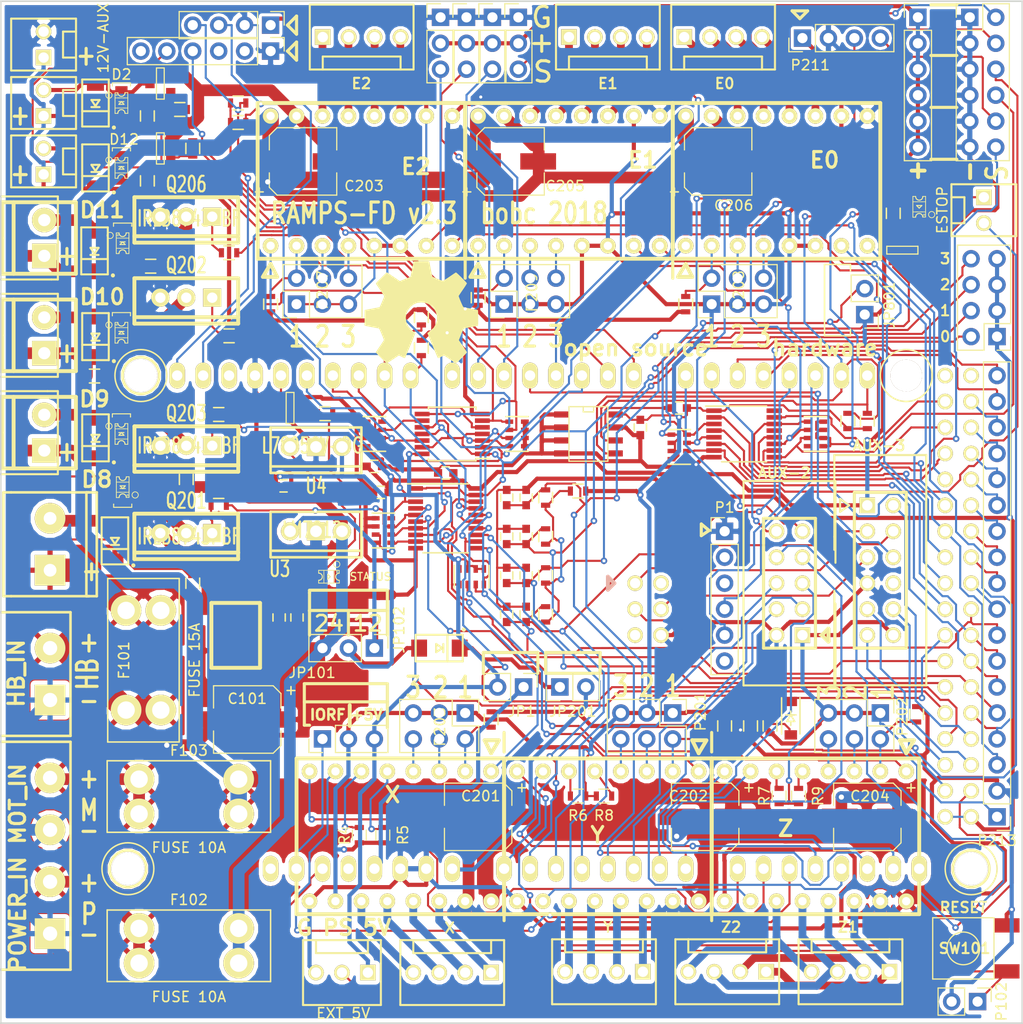
<source format=kicad_pcb>
(kicad_pcb (version 4) (host pcbnew 4.0.6)
  (layers (0 Front signal hide) (31 Back signal hide) (34 B.Paste user hide) (35 F.Paste user hide) (36 B.SilkS user hide) (37 F.SilkS user) (38 B.Mask user hide) (39 F.Mask user hide) (44 Edge.Cuts user))
  (net 0 "")
  (net 1 +12P)
  (net 2 +V_HEATBED)
  (net 3 +V_LOGIC)
  (net 4 +V_MOTOR)
  (net 5 +V_POWER)
  (net 6 /E0_EN_BUF)
  (net 7 /E1_EN_BUF)
  (net 8 /E2_EN_BUF)
  (net 9 "/Extra MOSFETs/P_FET5")
  (net 10 "/Extra MOSFETs/P_FET6")
  (net 11 "/Mosfet Outputs/D10_OUT")
  (net 12 "/Mosfet Outputs/D8_OUT")
  (net 13 "/Mosfet Outputs/D9_OUT")
  (net 14 "/Mosfet Outputs/FET4_OUT")
  (net 15 /Power/HB_IN)
  (net 16 /Power/LP_1)
  (net 17 /Power/LP_2)
  (net 18 /Power/MOT_IN)
  (net 19 /Power/P_IN)
  (net 20 /RESET)
  (net 21 "/Stepper Drivers 2/E0-1A")
  (net 22 "/Stepper Drivers 2/E0-1B")
  (net 23 "/Stepper Drivers 2/E0-2A")
  (net 24 "/Stepper Drivers 2/E0-2B")
  (net 25 "/Stepper Drivers 2/E1-1A")
  (net 26 "/Stepper Drivers 2/E1-1B")
  (net 27 "/Stepper Drivers 2/E1-2A")
  (net 28 "/Stepper Drivers 2/E1-2B")
  (net 29 "/Stepper Drivers 2/E2-1A")
  (net 30 "/Stepper Drivers 2/E2-1B")
  (net 31 "/Stepper Drivers 2/E2-2A")
  (net 32 "/Stepper Drivers 2/E2-2B")
  (net 33 "/Stepper Drivers/X-1A")
  (net 34 "/Stepper Drivers/X-1B")
  (net 35 "/Stepper Drivers/X-2A")
  (net 36 "/Stepper Drivers/X-2B")
  (net 37 "/Stepper Drivers/Y-1A")
  (net 38 "/Stepper Drivers/Y-1B")
  (net 39 "/Stepper Drivers/Y-2A")
  (net 40 "/Stepper Drivers/Y-2B")
  (net 41 "/Stepper Drivers/Z-1A")
  (net 42 "/Stepper Drivers/Z-1B")
  (net 43 "/Stepper Drivers/Z-2A")
  (net 44 "/Stepper Drivers/Z-2B")
  (net 45 /X_EN_BUF)
  (net 46 /Y_EN_BUF)
  (net 47 /Z_EN_BUF)
  (net 48 A4)
  (net 49 A5)
  (net 50 A6)
  (net 51 A7)
  (net 52 AD14)
  (net 53 AD15)
  (net 54 AM-VIN)
  (net 55 D10)
  (net 56 D10_BUF)
  (net 57 D11-FET4)
  (net 58 D12-FET5)
  (net 59 D13)
  (net 60 D2-FET6)
  (net 61 D23)
  (net 62 D25)
  (net 63 D27)
  (net 64 D29)
  (net 65 D31)
  (net 66 D32)
  (net 67 D33)
  (net 68 D35)
  (net 69 D37)
  (net 70 D39)
  (net 71 D41)
  (net 72 D43)
  (net 73 D45)
  (net 74 D47)
  (net 75 D49)
  (net 76 D50-MISO)
  (net 77 D51-MOSI)
  (net 78 D52-SCK)
  (net 79 D8)
  (net 80 D8_BUF)
  (net 81 D9)
  (net 82 D9_BUF)
  (net 83 DUE_5V)
  (net 84 E0_DIR)
  (net 85 E0_EN)
  (net 86 E0_STEP)
  (net 87 ESTOP)
  (net 88 FET4_BUF)
  (net 89 FET5_BUF)
  (net 90 FET6_BUF)
  (net 91 GNDA)
  (net 92 IOREF)
  (net 93 MISO)
  (net 94 MOSI)
  (net 95 MOT_GND)
  (net 96 PS-ON)
  (net 97 SCK)
  (net 98 SCL)
  (net 99 SCL1)
  (net 100 SDA)
  (net 101 SDA1)
  (net 102 SERVO1)
  (net 103 SERVO2)
  (net 104 SERVO3)
  (net 105 SERVO4)
  (net 106 SPI_CS1)
  (net 107 THERM0)
  (net 108 THERM1)
  (net 109 THERM2)
  (net 110 THERM3)
  (net 111 UART0_RX_LV)
  (net 112 UART0_TX_LV)
  (net 113 UART1_RX_LV)
  (net 114 UART1_TX_LV)
  (net 115 UART2_RX_LV)
  (net 116 UART2_TX_LV)
  (net 117 UART3_RX_LV)
  (net 118 UART3_TX_LV)
  (net 119 X-MAX)
  (net 120 X-MIN)
  (net 121 X_DIR)
  (net 122 X_EN)
  (net 123 X_STEP)
  (net 124 Y-MAX)
  (net 125 Y-MIN)
  (net 126 Y_DIR)
  (net 127 Y_EN)
  (net 128 Y_STEP)
  (net 129 Z-MAX)
  (net 130 Z-MIN)
  (net 131 Z_DIR)
  (net 132 Z_EN)
  (net 133 Z_STEP)
  (net 134 "Net-(D101-Pad1)")
  (net 135 "Net-(JP801-Pad2)")
  (net 136 "Net-(P207-Pad2)")
  (net 137 "Net-(P207-Pad4)")
  (net 138 "Net-(P207-Pad6)")
  (net 139 "Net-(P208-Pad2)")
  (net 140 "Net-(P208-Pad4)")
  (net 141 "Net-(P208-Pad6)")
  (net 142 "Net-(P209-Pad2)")
  (net 143 "Net-(P209-Pad4)")
  (net 144 "Net-(P209-Pad6)")
  (net 145 "Net-(P302-Pad2)")
  (net 146 "Net-(P802-Pad2)")
  (net 147 "Net-(P802-Pad4)")
  (net 148 "Net-(P802-Pad6)")
  (net 149 "Net-(P802-Pad8)")
  (net 150 "Net-(P802-Pad10)")
  (net 151 "Net-(P802-Pad12)")
  (net 152 "Net-(Q201-PadG)")
  (net 153 "Net-(Q202-PadG)")
  (net 154 "Net-(Q203-PadG)")
  (net 155 "Net-(Q206-PadG)")
  (net 156 "Net-(Q901-PadG)")
  (net 157 "Net-(Q902-PadG)")
  (net 158 "Net-(D201-Pad2)")
  (net 159 "Net-(D202-Pad2)")
  (net 160 "Net-(D203-Pad2)")
  (net 161 "Net-(D204-Pad2)")
  (net 162 "Net-(D901-Pad2)")
  (net 163 "Net-(D902-Pad2)")
  (net 164 GND)
  (net 165 AREF)
  (net 166 +5V)
  (net 167 "Net-(D1-Pad2)")
  (net 168 "Net-(D1-Pad1)")
  (net 169 "Net-(Q101-PadD)")
  (net 170 "Net-(D301-Pad2)")
  (net 171 STEP_X_CS)
  (net 172 STEP_Y_CS)
  (net 173 STEP_Z_CS)
  (net 174 "Net-(R4-Pad2)")
  (net 175 "Net-(R6-Pad2)")
  (net 176 "Net-(R7-Pad2)")
  (net 177 "Net-(J3-Pad2)")
  (net 178 "Net-(J3-Pad4)")
  (net 179 "Net-(J3-Pad6)")
  (net 180 "Net-(J4-Pad2)")
  (net 181 "Net-(J4-Pad4)")
  (net 182 "Net-(J4-Pad6)")
  (net 183 "Net-(J5-Pad2)")
  (net 184 "Net-(J5-Pad4)")
  (net 185 "Net-(J5-Pad6)")
  (module w_conn_screw:mstba_2,5%2f2-g-5,08 (layer Front) (at 57.15 105.41 90)
    (fp_text reference P101 hide)
    (fp_text value HB_IN (at 0.0762 -3.302 90) (layer F.SilkS) (effects (font (thickness 0.3048))))
    (pad 1 thru_hole rect (at -2.54 0 90) (size 2.99974 2.99974) (drill 1.39954) (layers *.Cu *.Mask F.SilkS) (net 95 MOT_GND))
    (pad 2 thru_hole circle (at 2.54 0 90) (size 2.99974 2.99974) (drill 1.39954) (layers *.Cu *.Mask F.SilkS) (net 15 /Power/HB_IN))
  )
  (module w_conn_screw:mors_2p (layer Front) (at 57.15 92.71 90)
    (fp_text reference P404 hide)
    (fp_text value D8 (at 6.35 4.572 360) (layer F.SilkS) (effects (font (thickness 0.3048))))
    (pad 1 thru_hole rect (at -2.54 0 90) (size 2.99974 2.99974) (drill 1.24968) (layers *.Cu *.Mask F.SilkS) (net 2 +V_HEATBED))
    (pad 2 thru_hole circle (at 2.54 0 90) (size 2.99974 2.99974) (drill 1.24968) (layers *.Cu *.Mask F.SilkS) (net 12 "/Mosfet Outputs/D8_OUT"))
  )
  (module libcms:SO8E (layer Front) (at 109.855 81.915 270)
    (fp_text reference U601 hide)
    (fp_text value 24C512 hide)
    (pad 8 smd rect (at -1.905 -2.667 270) (size 0.59944 1.39954) (layers Front F.Paste F.Mask) (net 3 +V_LOGIC))
    (pad 1 smd rect (at -1.905 2.667 270) (size 0.59944 1.39954) (layers Front F.Paste F.Mask) (net 164 GND))
    (pad 7 smd rect (at -0.635 -2.667 270) (size 0.59944 1.39954) (layers Front F.Paste F.Mask) (net 164 GND))
    (pad 6 smd rect (at 0.635 -2.667 270) (size 0.59944 1.39954) (layers Front F.Paste F.Mask) (net 98 SCL))
    (pad 5 smd rect (at 1.905 -2.667 270) (size 0.59944 1.39954) (layers Front F.Paste F.Mask) (net 100 SDA))
    (pad 2 smd rect (at -0.635 2.667 270) (size 0.59944 1.39954) (layers Front F.Paste F.Mask) (net 164 GND))
    (pad 3 smd rect (at 0.635 2.667 270) (size 0.59944 1.39954) (layers Front F.Paste F.Mask) (net 164 GND))
    (pad 4 smd rect (at 1.905 2.667 270) (size 0.59944 1.39954) (layers Front F.Paste F.Mask) (net 164 GND))
  )
  (module libcms:SOT23GDS (layer Front) (at 67.945 47.625 270)
    (fp_text reference Q902 hide)
    (fp_text value DMN2075U hide)
    (pad S smd rect (at -0.889 -1.016 270) (size 0.9144 0.9144) (layers Front F.Paste F.Mask) (net 95 MOT_GND))
    (pad G smd rect (at 0.889 -1.016 270) (size 0.9144 0.9144) (layers Front F.Paste F.Mask) (net 157 "Net-(Q902-PadG)"))
    (pad D smd rect (at 0 1.016 270) (size 0.9144 0.9144) (layers Front F.Paste F.Mask) (net 10 "/Extra MOSFETs/P_FET6"))
  )
  (module libcms:SOT23GDS (layer Front) (at 67.945 53.975 270)
    (fp_text reference Q901 hide)
    (fp_text value DMN2075U hide)
    (pad S smd rect (at -0.889 -1.016 270) (size 0.9144 0.9144) (layers Front F.Paste F.Mask) (net 95 MOT_GND))
    (pad G smd rect (at 0.889 -1.016 270) (size 0.9144 0.9144) (layers Front F.Paste F.Mask) (net 156 "Net-(Q901-PadG)"))
    (pad D smd rect (at 0 1.016 270) (size 0.9144 0.9144) (layers Front F.Paste F.Mask) (net 9 "/Extra MOSFETs/P_FET5"))
  )
  (module libcms:SOT23GDS (layer Front) (at 80.645 79.375 90)
    (fp_text reference Q101 hide)
    (fp_text value DMN2075 hide)
    (pad S smd rect (at -0.889 -1.016 90) (size 0.9144 0.9144) (layers Front F.Paste F.Mask) (net 164 GND))
    (pad G smd rect (at 0.889 -1.016 90) (size 0.9144 0.9144) (layers Front F.Paste F.Mask) (net 59 D13))
    (pad D smd rect (at 0 1.016 90) (size 0.9144 0.9144) (layers Front F.Paste F.Mask) (net 169 "Net-(Q101-PadD)"))
  )
  (module rmc:LED-0805_GREEN (layer Front) (at 84.455 95.885)
    (fp_text reference D101 hide)
    (fp_text value STATUS (at 4.064 0) (layer F.SilkS) (effects (font (size 0.762 0.762) (thickness 0.127))))
    (pad 2 smd rect (at -1.04902 0) (size 1.19888 1.19888) (layers Front F.Paste F.Mask) (net 166 +5V))
    (pad 1 smd rect (at 1.04902 0) (size 1.19888 1.19888) (layers Front F.Paste F.Mask) (net 134 "Net-(D101-Pad1)"))
  )
  (module rmc:LED-0805_RED (layer Front) (at 64.262 87.122 270)
    (fp_text reference D201 hide)
    (fp_text value "LED RED" hide)
    (pad 2 smd rect (at -1.04902 0 270) (size 1.19888 1.19888) (layers Front F.Paste F.Mask) (net 158 "Net-(D201-Pad2)"))
    (pad 1 smd rect (at 1.04902 0 270) (size 1.19888 1.19888) (layers Front F.Paste F.Mask) (net 12 "/Mosfet Outputs/D8_OUT"))
  )
  (module rmc:LED-0805_RED (layer Front) (at 64.135 72.009 90)
    (fp_text reference D202 hide)
    (fp_text value "LED RED" hide)
    (pad 2 smd rect (at -1.04902 0 90) (size 1.19888 1.19888) (layers Front F.Paste F.Mask) (net 159 "Net-(D202-Pad2)"))
    (pad 1 smd rect (at 1.04902 0 90) (size 1.19888 1.19888) (layers Front F.Paste F.Mask) (net 11 "/Mosfet Outputs/D10_OUT"))
  )
  (module rmc:LED-0805_RED (layer Front) (at 64.135 81.915 90)
    (fp_text reference D203 hide)
    (fp_text value "LED RED" hide)
    (pad 2 smd rect (at -1.04902 0 90) (size 1.19888 1.19888) (layers Front F.Paste F.Mask) (net 160 "Net-(D203-Pad2)"))
    (pad 1 smd rect (at 1.04902 0 90) (size 1.19888 1.19888) (layers Front F.Paste F.Mask) (net 13 "/Mosfet Outputs/D9_OUT"))
  )
  (module rmc:LED-0805_RED (layer Front) (at 64.25 63.25 90)
    (fp_text reference D204 hide)
    (fp_text value "LED RED" hide)
    (pad 2 smd rect (at -1.04902 0 90) (size 1.19888 1.19888) (layers Front F.Paste F.Mask) (net 161 "Net-(D204-Pad2)"))
    (pad 1 smd rect (at 1.04902 0 90) (size 1.19888 1.19888) (layers Front F.Paste F.Mask) (net 14 "/Mosfet Outputs/FET4_OUT"))
  )
  (module rmc:LED-0805_RED (layer Front) (at 64.135 55.88 90)
    (fp_text reference D901 hide)
    (fp_text value "LED RED" hide)
    (pad 2 smd rect (at -1.04902 0 90) (size 1.19888 1.19888) (layers Front F.Paste F.Mask) (net 162 "Net-(D901-Pad2)"))
    (pad 1 smd rect (at 1.04902 0 90) (size 1.19888 1.19888) (layers Front F.Paste F.Mask) (net 9 "/Extra MOSFETs/P_FET5"))
  )
  (module rmc:LED-0805_RED (layer Front) (at 64.135 49.53 90)
    (fp_text reference D902 hide)
    (fp_text value "LED RED" hide)
    (pad 2 smd rect (at -1.04902 0 90) (size 1.19888 1.19888) (layers Front F.Paste F.Mask) (net 163 "Net-(D902-Pad2)"))
    (pad 1 smd rect (at 1.04902 0 90) (size 1.19888 1.19888) (layers Front F.Paste F.Mask) (net 10 "/Extra MOSFETs/P_FET6"))
  )
  (module rmc:TO277A_RMC (layer Front) (at 75.324 101.6238 180)
    (fp_text reference D102 hide)
    (fp_text value V10P10 hide)
    (pad 2 smd rect (at 1.03886 2.75082 180) (size 1.39954 1.5) (layers Front F.Paste F.Mask) (net 95 MOT_GND))
    (pad 1 smd rect (at -1.03886 2.75082 180) (size 1.39954 1.5) (layers Front F.Paste F.Mask) (net 95 MOT_GND))
    (pad K smd rect (at 0 -1.50114 180) (size 4.9 4.8) (layers Front F.Paste F.Mask) (net 5 +V_POWER))
  )
  (module rmc:OSHW_logo_2 (layer Front) (at 93.5 70)
    (fp_text reference M101 hide)
    (fp_text value LOGO_OSHW hide)
    (fp_text user hardware (at 39.5 3.5 180) (layer F.SilkS) (effects (font (thickness 0.3048))))
    (fp_text user "open source" (at 21 3.5) (layer F.SilkS) (effects (font (thickness 0.3048))))
  )
  (module rmc:CONN_KK_2.54_4W (layer Front) (at 123.444 134.54 180)
    (fp_text reference P3 hide)
    (fp_text value Z2 (at -0.381 4.365 180) (layer F.SilkS) (effects (font (size 1.016 1.016) (thickness 0.2032))))
    (pad 1 thru_hole rect (at -3.81 0 180) (size 1.524 1.524) (drill 1.016) (layers *.Cu *.Mask F.SilkS) (net 44 "/Stepper Drivers/Z-2B"))
    (pad 2 thru_hole circle (at -1.27 0 180) (size 1.524 1.524) (drill 1.016) (layers *.Cu *.Mask F.SilkS) (net 43 "/Stepper Drivers/Z-2A"))
    (pad 3 thru_hole circle (at 1.27 0 180) (size 1.524 1.524) (drill 1.016) (layers *.Cu *.Mask F.SilkS) (net 41 "/Stepper Drivers/Z-1A"))
    (pad 4 thru_hole circle (at 3.81 0 180) (size 1.524 1.524) (drill 1.016) (layers *.Cu *.Mask F.SilkS) (net 42 "/Stepper Drivers/Z-1B"))
  )
  (module rmc:CONN_KK_2.54_2W (layer Front) (at 56.515 43.815 90)
    (fp_text reference P105 hide)
    (fp_text value 12V-AUX (at 0.635 5.842 90) (layer F.SilkS) (effects (font (thickness 0.1524))))
    (pad 1 thru_hole rect (at -1.27 0 90) (size 1.524 1.524) (drill 1.016) (layers *.Cu *.Mask F.SilkS) (net 1 +12P))
    (pad 2 thru_hole circle (at 1.27 0 90) (size 1.524 1.524) (drill 1.016) (layers *.Cu *.Mask F.SilkS) (net 164 GND))
  )
  (module rmc:CONN_KK_2.54_4W (layer Front) (at 96.52 134.62 180)
    (fp_text reference P204 hide)
    (fp_text value X (at 0.254 4.365 180) (layer F.SilkS) (effects (font (size 1.016 1.016) (thickness 0.2032))))
    (pad 1 thru_hole rect (at -3.81 0 180) (size 1.524 1.524) (drill 1.016) (layers *.Cu *.Mask F.SilkS) (net 36 "/Stepper Drivers/X-2B"))
    (pad 2 thru_hole circle (at -1.27 0 180) (size 1.524 1.524) (drill 1.016) (layers *.Cu *.Mask F.SilkS) (net 35 "/Stepper Drivers/X-2A"))
    (pad 3 thru_hole circle (at 1.27 0 180) (size 1.524 1.524) (drill 1.016) (layers *.Cu *.Mask F.SilkS) (net 33 "/Stepper Drivers/X-1A"))
    (pad 4 thru_hole circle (at 3.81 0 180) (size 1.524 1.524) (drill 1.016) (layers *.Cu *.Mask F.SilkS) (net 34 "/Stepper Drivers/X-1B"))
  )
  (module rmc:CONN_KK_2.54_4W (layer Front) (at 111.379 134.54 180)
    (fp_text reference P205 hide)
    (fp_text value Y (at -0.381 4.365 180) (layer F.SilkS) (effects (font (size 1.016 1.016) (thickness 0.2032))))
    (pad 1 thru_hole rect (at -3.81 0 180) (size 1.524 1.524) (drill 1.016) (layers *.Cu *.Mask F.SilkS) (net 40 "/Stepper Drivers/Y-2B"))
    (pad 2 thru_hole circle (at -1.27 0 180) (size 1.524 1.524) (drill 1.016) (layers *.Cu *.Mask F.SilkS) (net 39 "/Stepper Drivers/Y-2A"))
    (pad 3 thru_hole circle (at 1.27 0 180) (size 1.524 1.524) (drill 1.016) (layers *.Cu *.Mask F.SilkS) (net 37 "/Stepper Drivers/Y-1A"))
    (pad 4 thru_hole circle (at 3.81 0 180) (size 1.524 1.524) (drill 1.016) (layers *.Cu *.Mask F.SilkS) (net 38 "/Stepper Drivers/Y-1B"))
  )
  (module rmc:CONN_KK_2.54_4W (layer Front) (at 135.509 134.54 180)
    (fp_text reference P206 hide)
    (fp_text value Z1 (at 0.254 4.365 180) (layer F.SilkS) (effects (font (size 1.016 1.016) (thickness 0.2032))))
    (pad 1 thru_hole rect (at -3.81 0 180) (size 1.524 1.524) (drill 1.016) (layers *.Cu *.Mask F.SilkS) (net 44 "/Stepper Drivers/Z-2B"))
    (pad 2 thru_hole circle (at -1.27 0 180) (size 1.524 1.524) (drill 1.016) (layers *.Cu *.Mask F.SilkS) (net 43 "/Stepper Drivers/Z-2A"))
    (pad 3 thru_hole circle (at 1.27 0 180) (size 1.524 1.524) (drill 1.016) (layers *.Cu *.Mask F.SilkS) (net 41 "/Stepper Drivers/Z-1A"))
    (pad 4 thru_hole circle (at 3.81 0 180) (size 1.524 1.524) (drill 1.016) (layers *.Cu *.Mask F.SilkS) (net 42 "/Stepper Drivers/Z-1B"))
  )
  (module rmc:CONN_KK_2.54_4W (layer Front) (at 87.6554 43.0784)
    (fp_text reference P210 hide)
    (fp_text value E2 (at -0.0254 4.5466) (layer F.SilkS) (effects (font (size 1.016 1.016) (thickness 0.2032))))
    (pad 1 thru_hole rect (at -3.81 0) (size 1.524 1.524) (drill 1.016) (layers *.Cu *.Mask F.SilkS) (net 32 "/Stepper Drivers 2/E2-2B"))
    (pad 2 thru_hole circle (at -1.27 0) (size 1.524 1.524) (drill 1.016) (layers *.Cu *.Mask F.SilkS) (net 31 "/Stepper Drivers 2/E2-2A"))
    (pad 3 thru_hole circle (at 1.27 0) (size 1.524 1.524) (drill 1.016) (layers *.Cu *.Mask F.SilkS) (net 29 "/Stepper Drivers 2/E2-1A"))
    (pad 4 thru_hole circle (at 3.81 0) (size 1.524 1.524) (drill 1.016) (layers *.Cu *.Mask F.SilkS) (net 30 "/Stepper Drivers 2/E2-1B"))
  )
  (module rmc:CONN_KK_2.54_4W (layer Front) (at 111.76 43.0784)
    (fp_text reference P212 hide)
    (fp_text value E1 (at 0 4.5466) (layer F.SilkS) (effects (font (size 1.016 1.016) (thickness 0.2032))))
    (pad 1 thru_hole rect (at -3.81 0) (size 1.524 1.524) (drill 1.016) (layers *.Cu *.Mask F.SilkS) (net 28 "/Stepper Drivers 2/E1-2B"))
    (pad 2 thru_hole circle (at -1.27 0) (size 1.524 1.524) (drill 1.016) (layers *.Cu *.Mask F.SilkS) (net 27 "/Stepper Drivers 2/E1-2A"))
    (pad 3 thru_hole circle (at 1.27 0) (size 1.524 1.524) (drill 1.016) (layers *.Cu *.Mask F.SilkS) (net 25 "/Stepper Drivers 2/E1-1A"))
    (pad 4 thru_hole circle (at 3.81 0) (size 1.524 1.524) (drill 1.016) (layers *.Cu *.Mask F.SilkS) (net 26 "/Stepper Drivers 2/E1-1B"))
  )
  (module rmc:PIN_ARRAY_5x2_RMC (layer Front) (at 129.54 96.52 90)
    (fp_text reference P214 hide)
    (fp_text value AUX-2 (at 10.795 -0.508 180) (layer F.SilkS) (effects (font (size 1.016 1.016) (thickness 0.2032))))
    (pad 1 thru_hole rect (at -5.08 1.27 90) (size 1.524 1.524) (drill 1.016) (layers *.Cu *.Mask F.SilkS) (net 3 +V_LOGIC))
    (pad 2 thru_hole circle (at -5.08 -1.27 90) (size 1.524 1.524) (drill 1.016) (layers *.Cu *.Mask F.SilkS) (net 164 GND))
    (pad 3 thru_hole circle (at -2.54 1.27 90) (size 1.524 1.524) (drill 1.016) (layers *.Cu *.Mask F.SilkS) (net 48 A4))
    (pad 4 thru_hole circle (at -2.54 -1.27 90) (size 1.524 1.524) (drill 1.016) (layers *.Cu *.Mask F.SilkS) (net 49 A5))
    (pad 5 thru_hole circle (at 0 1.27 90) (size 1.524 1.524) (drill 1.016) (layers *.Cu *.Mask F.SilkS) (net 50 A6))
    (pad 6 thru_hole circle (at 0 -1.27 90) (size 1.524 1.524) (drill 1.016) (layers *.Cu *.Mask F.SilkS) (net 51 A7))
    (pad 7 thru_hole circle (at 2.54 1.27 90) (size 1.524 1.524) (drill 1.016) (layers *.Cu *.Mask F.SilkS) (net 52 AD14))
    (pad 8 thru_hole circle (at 2.54 -1.27 90) (size 1.524 1.524) (drill 1.016) (layers *.Cu *.Mask F.SilkS) (net 53 AD15))
    (pad 9 thru_hole circle (at 5.08 1.27 90) (size 1.524 1.524) (drill 1.016) (layers *.Cu *.Mask F.SilkS) (net 118 UART3_TX_LV))
    (pad 10 thru_hole circle (at 5.08 -1.27 90) (size 1.524 1.524) (drill 1.016) (layers *.Cu *.Mask F.SilkS) (net 117 UART3_RX_LV))
  )
  (module rmc:PIN_ARRAY_6x2_RMC (layer Front) (at 138.43 95.25 270)
    (fp_text reference P215 hide)
    (fp_text value AUX-3 (at -12.192 0.127 360) (layer F.SilkS) (effects (font (size 1.016 1.016) (thickness 0.2032))))
    (pad 1 thru_hole rect (at -6.35 1.27 270) (size 1.524 1.524) (drill 1.016) (layers *.Cu *.Mask F.SilkS) (net 166 +5V))
    (pad 2 thru_hole circle (at -6.35 -1.27 270) (size 1.524 1.524) (drill 1.016) (layers *.Cu *.Mask F.SilkS) (net 75 D49))
    (pad 3 thru_hole circle (at -3.81 1.27 270) (size 1.524 1.524) (drill 1.016) (layers *.Cu *.Mask F.SilkS) (net 93 MISO))
    (pad 4 thru_hole circle (at -3.81 -1.27 270) (size 1.524 1.524) (drill 1.016) (layers *.Cu *.Mask F.SilkS) (net 94 MOSI))
    (pad 5 thru_hole circle (at -1.27 1.27 270) (size 1.524 1.524) (drill 1.016) (layers *.Cu *.Mask F.SilkS) (net 97 SCK))
    (pad 6 thru_hole circle (at -1.27 -1.27 270) (size 1.524 1.524) (drill 1.016) (layers *.Cu *.Mask F.SilkS) (net 106 SPI_CS1))
    (pad 7 thru_hole circle (at 1.27 1.27 270) (size 1.524 1.524) (drill 1.016) (layers *.Cu *.Mask F.SilkS) (net 164 GND))
    (pad 8 thru_hole circle (at 1.27 -1.27 270) (size 1.524 1.524) (drill 1.016) (layers *.Cu *.Mask F.SilkS))
    (pad 9 thru_hole circle (at 3.81 1.27 270) (size 1.524 1.524) (drill 1.016) (layers *.Cu *.Mask F.SilkS) (net 76 D50-MISO))
    (pad 10 thru_hole circle (at 3.81 -1.27 270) (size 1.524 1.524) (drill 1.016) (layers *.Cu *.Mask F.SilkS) (net 77 D51-MOSI))
    (pad 11 thru_hole circle (at 6.35 1.27 270) (size 1.524 1.524) (drill 1.016) (layers *.Cu *.Mask F.SilkS) (net 78 D52-SCK))
    (pad 12 thru_hole circle (at 6.35 -1.27 270) (size 1.524 1.524) (drill 1.016) (layers *.Cu *.Mask F.SilkS) (net 3 +V_LOGIC))
  )
  (module rmc:CONN_KK_2.54_4W (layer Front) (at 123.038 43.0784)
    (fp_text reference P217 hide)
    (fp_text value E0 (at 0.152 4.5466) (layer F.SilkS) (effects (font (size 1.016 1.016) (thickness 0.2032))))
    (pad 1 thru_hole rect (at -3.81 0) (size 1.524 1.524) (drill 1.016) (layers *.Cu *.Mask F.SilkS) (net 24 "/Stepper Drivers 2/E0-2B"))
    (pad 2 thru_hole circle (at -1.27 0) (size 1.524 1.524) (drill 1.016) (layers *.Cu *.Mask F.SilkS) (net 23 "/Stepper Drivers 2/E0-2A"))
    (pad 3 thru_hole circle (at 1.27 0) (size 1.524 1.524) (drill 1.016) (layers *.Cu *.Mask F.SilkS) (net 21 "/Stepper Drivers 2/E0-1A"))
    (pad 4 thru_hole circle (at 3.81 0) (size 1.524 1.524) (drill 1.016) (layers *.Cu *.Mask F.SilkS) (net 22 "/Stepper Drivers 2/E0-1B"))
  )
  (module rmc:RMC-pt_1,5-2-3,5-h (layer Front) (at 55.88 62.738 270)
    (fp_text reference P218 hide)
    (fp_text value D11 (at -2.738 -6.37 360) (layer F.SilkS) (effects (font (size 1.5 1.5) (thickness 0.3))))
    (pad 2 thru_hole circle (at -1.75 -0.7 270) (size 2.4 2.4) (drill 1.2) (layers *.Cu *.Mask F.SilkS) (net 14 "/Mosfet Outputs/FET4_OUT"))
    (pad 1 thru_hole rect (at 1.75 -0.7 270) (size 2.4 2.4) (drill 1.2) (layers *.Cu *.Mask F.SilkS) (net 5 +V_POWER))
  )
  (module rmc:CONN_KK_2.54_2W (layer Front) (at 148.567 60.0202 270)
    (fp_text reference P302 hide)
    (fp_text value ESTOP hide)
    (pad 1 thru_hole rect (at -1.27 0 270) (size 1.524 1.524) (drill 1.016) (layers *.Cu *.Mask F.SilkS) (net 170 "Net-(D301-Pad2)"))
    (pad 2 thru_hole circle (at 1.27 0 270) (size 1.524 1.524) (drill 1.016) (layers *.Cu *.Mask F.SilkS) (net 145 "Net-(P302-Pad2)"))
  )
  (module rmc:RMC-pt_1,5-2-3,5-h (layer Front) (at 55.88 81.788 270)
    (fp_text reference P403 hide)
    (fp_text value D9 (at -3.288 -5.62 360) (layer F.SilkS) (effects (font (size 1.5 1.5) (thickness 0.3))))
    (pad 2 thru_hole circle (at -1.75 -0.7 270) (size 2.4 2.4) (drill 1.2) (layers *.Cu *.Mask F.SilkS) (net 13 "/Mosfet Outputs/D9_OUT"))
    (pad 1 thru_hole rect (at 1.75 -0.7 270) (size 2.4 2.4) (drill 1.2) (layers *.Cu *.Mask F.SilkS) (net 5 +V_POWER))
  )
  (module rmc:RMC-pt_1,5-2-3,5-h (layer Front) (at 55.88 72.263 270)
    (fp_text reference P405 hide)
    (fp_text value D10 (at -3.763 -6.37 360) (layer F.SilkS) (effects (font (size 1.5 1.5) (thickness 0.3))))
    (pad 2 thru_hole circle (at -1.75 -0.7 270) (size 2.4 2.4) (drill 1.2) (layers *.Cu *.Mask F.SilkS) (net 11 "/Mosfet Outputs/D10_OUT"))
    (pad 1 thru_hole rect (at 1.75 -0.7 270) (size 2.4 2.4) (drill 1.2) (layers *.Cu *.Mask F.SilkS) (net 5 +V_POWER))
  )
  (module rmc:CONN_KK_2.54_2W (layer Front) (at 56.515 55.245 90)
    (fp_text reference P901 hide)
    (fp_text value D12 (at 2.159 7.874 180) (layer F.SilkS) (effects (font (thickness 0.1524))))
    (pad 1 thru_hole rect (at -1.27 0 90) (size 1.524 1.524) (drill 1.016) (layers *.Cu *.Mask F.SilkS) (net 1 +12P))
    (pad 2 thru_hole circle (at 1.27 0 90) (size 1.524 1.524) (drill 1.016) (layers *.Cu *.Mask F.SilkS) (net 9 "/Extra MOSFETs/P_FET5"))
  )
  (module rmc:CONN_KK_2.54_2W (layer Front) (at 56.515 49.53 90)
    (fp_text reference P902 hide)
    (fp_text value D2 (at 2.794 7.62 180) (layer F.SilkS) (effects (font (thickness 0.1524))))
    (pad 1 thru_hole rect (at -1.27 0 90) (size 1.524 1.524) (drill 1.016) (layers *.Cu *.Mask F.SilkS) (net 1 +12P))
    (pad 2 thru_hole circle (at 1.27 0 90) (size 1.524 1.524) (drill 1.016) (layers *.Cu *.Mask F.SilkS) (net 10 "/Extra MOSFETs/P_FET6"))
  )
  (module Capacitors_SMD:C_0603 (layer Front) (at 88.9 85.09)
    (fp_text reference C1 hide)
    (fp_text value 100n hide)
    (pad 1 smd rect (at -0.75 0) (size 0.8 0.75) (layers Front F.Paste F.Mask) (net 166 +5V))
    (pad 2 smd rect (at 0.75 0) (size 0.8 0.75) (layers Front F.Paste F.Mask) (net 164 GND))
  )
  (module Capacitors_SMD:C_0603 (layer Front) (at 89.535 87.63 180)
    (fp_text reference C2 hide)
    (fp_text value 100n hide)
    (pad 1 smd rect (at -0.75 0 180) (size 0.8 0.75) (layers Front F.Paste F.Mask) (net 166 +5V))
    (pad 2 smd rect (at 0.75 0 180) (size 0.8 0.75) (layers Front F.Paste F.Mask) (net 164 GND))
  )
  (module Capacitors_SMD:C_0603 (layer Front) (at 80.01 86.995)
    (fp_text reference C3 hide)
    (fp_text value 100n hide)
    (pad 1 smd rect (at -0.75 0) (size 0.8 0.75) (layers Front F.Paste F.Mask) (net 1 +12P))
    (pad 2 smd rect (at 0.75 0) (size 0.8 0.75) (layers Front F.Paste F.Mask) (net 164 GND))
  )
  (module Capacitors_SMD:C_0603 (layer Front) (at 95.885 85.725 180)
    (fp_text reference C4 hide)
    (fp_text value 100n hide)
    (pad 1 smd rect (at -0.75 0 180) (size 0.8 0.75) (layers Front F.Paste F.Mask) (net 166 +5V))
    (pad 2 smd rect (at 0.75 0 180) (size 0.8 0.75) (layers Front F.Paste F.Mask) (net 164 GND))
  )
  (module Capacitors_SMD:C_0603 (layer Front) (at 79.574 99.8738 90)
    (fp_text reference C102 hide)
    (fp_text value "100n 50V" hide)
    (pad 1 smd rect (at -0.75 0 90) (size 0.8 0.75) (layers Front F.Paste F.Mask) (net 5 +V_POWER))
    (pad 2 smd rect (at 0.75 0 90) (size 0.8 0.75) (layers Front F.Paste F.Mask) (net 95 MOT_GND))
  )
  (module Capacitors_SMD:C_0603 (layer Front) (at 81.324 99.8738 90)
    (fp_text reference C207 hide)
    (fp_text value 100n hide)
    (pad 1 smd rect (at -0.75 0 90) (size 0.8 0.75) (layers Front F.Paste F.Mask) (net 17 /Power/LP_2))
    (pad 2 smd rect (at 0.75 0 90) (size 0.8 0.75) (layers Front F.Paste F.Mask) (net 95 MOT_GND))
  )
  (module Capacitors_SMD:C_0603 (layer Front) (at 101.854 99.568 90)
    (fp_text reference C301 hide)
    (fp_text value 10u hide)
    (pad 1 smd rect (at -0.75 0 90) (size 0.8 0.75) (layers Front F.Paste F.Mask) (net 107 THERM0))
    (pad 2 smd rect (at 0.75 0 90) (size 0.8 0.75) (layers Front F.Paste F.Mask) (net 91 GNDA))
  )
  (module Capacitors_SMD:C_0603 (layer Front) (at 101.854 95.758 90)
    (fp_text reference C302 hide)
    (fp_text value 10u hide)
    (pad 1 smd rect (at -0.75 0 90) (size 0.8 0.75) (layers Front F.Paste F.Mask) (net 108 THERM1))
    (pad 2 smd rect (at 0.75 0 90) (size 0.8 0.75) (layers Front F.Paste F.Mask) (net 91 GNDA))
  )
  (module Capacitors_SMD:C_0603 (layer Front) (at 101.854 91.948 90)
    (fp_text reference C303 hide)
    (fp_text value 10u hide)
    (pad 1 smd rect (at -0.75 0 90) (size 0.8 0.75) (layers Front F.Paste F.Mask) (net 109 THERM2))
    (pad 2 smd rect (at 0.75 0 90) (size 0.8 0.75) (layers Front F.Paste F.Mask) (net 91 GNDA))
  )
  (module Capacitors_SMD:C_0603 (layer Front) (at 118.745 79.375 180)
    (fp_text reference C305 hide)
    (fp_text value 100n hide)
    (pad 1 smd rect (at -0.75 0 180) (size 0.8 0.75) (layers Front F.Paste F.Mask) (net 3 +V_LOGIC))
    (pad 2 smd rect (at 0.75 0 180) (size 0.8 0.75) (layers Front F.Paste F.Mask) (net 164 GND))
  )
  (module Capacitors_SMD:C_0603 (layer Front) (at 101.854 88.138 90)
    (fp_text reference C501 hide)
    (fp_text value 10u hide)
    (pad 1 smd rect (at -0.75 0 90) (size 0.8 0.75) (layers Front F.Paste F.Mask) (net 110 THERM3))
    (pad 2 smd rect (at 0.75 0 90) (size 0.8 0.75) (layers Front F.Paste F.Mask) (net 91 GNDA))
  )
  (module Capacitors_SMD:C_0603 (layer Front) (at 103.759 88.138 90)
    (fp_text reference C502 hide)
    (fp_text value 100n hide)
    (pad 1 smd rect (at -0.75 0 90) (size 0.8 0.75) (layers Front F.Paste F.Mask) (net 110 THERM3))
    (pad 2 smd rect (at 0.75 0 90) (size 0.8 0.75) (layers Front F.Paste F.Mask) (net 91 GNDA))
  )
  (module Capacitors_SMD:C_0603 (layer Front) (at 103.759 91.948 90)
    (fp_text reference C503 hide)
    (fp_text value 100n hide)
    (pad 1 smd rect (at -0.75 0 90) (size 0.8 0.75) (layers Front F.Paste F.Mask) (net 109 THERM2))
    (pad 2 smd rect (at 0.75 0 90) (size 0.8 0.75) (layers Front F.Paste F.Mask) (net 91 GNDA))
  )
  (module Capacitors_SMD:C_0603 (layer Front) (at 103.759 99.568 90)
    (fp_text reference C504 hide)
    (fp_text value 100n hide)
    (pad 1 smd rect (at -0.75 0 90) (size 0.8 0.75) (layers Front F.Paste F.Mask) (net 107 THERM0))
    (pad 2 smd rect (at 0.75 0 90) (size 0.8 0.75) (layers Front F.Paste F.Mask) (net 91 GNDA))
  )
  (module Capacitors_SMD:C_0603 (layer Front) (at 103.759 95.758 90)
    (fp_text reference C505 hide)
    (fp_text value 100n hide)
    (pad 1 smd rect (at -0.75 0 90) (size 0.8 0.75) (layers Front F.Paste F.Mask) (net 108 THERM1))
    (pad 2 smd rect (at 0.75 0 90) (size 0.8 0.75) (layers Front F.Paste F.Mask) (net 91 GNDA))
  )
  (module Capacitors_SMD:C_0603 (layer Front) (at 114.935 81.28 270)
    (fp_text reference C601 hide)
    (fp_text value 100n hide)
    (pad 1 smd rect (at -0.75 0 270) (size 0.8 0.75) (layers Front F.Paste F.Mask) (net 3 +V_LOGIC))
    (pad 2 smd rect (at 0.75 0 270) (size 0.8 0.75) (layers Front F.Paste F.Mask) (net 164 GND))
  )
  (module Resistors_SMD:R_0603 (layer Front) (at 75.565 49.53)
    (fp_text reference R1 hide)
    (fp_text value NF hide)
    (pad 1 smd rect (at -0.75 0) (size 0.5 0.9) (layers Front F.Paste F.Mask) (net 3 +V_LOGIC))
    (pad 2 smd rect (at 0.75 0) (size 0.5 0.9) (layers Front F.Paste F.Mask) (net 99 SCL1))
  )
  (module Resistors_SMD:R_0603 (layer Front) (at 75.565 51.435)
    (fp_text reference R2 hide)
    (fp_text value NF hide)
    (pad 1 smd rect (at -0.75 0) (size 0.5 0.9) (layers Front F.Paste F.Mask) (net 3 +V_LOGIC))
    (pad 2 smd rect (at 0.75 0) (size 0.5 0.9) (layers Front F.Paste F.Mask) (net 101 SDA1))
  )
  (module Resistors_SMD:R_0603 (layer Front) (at 84.074 79.9338 180)
    (fp_text reference R101 hide)
    (fp_text value 330R hide)
    (pad 1 smd rect (at -0.75 0 180) (size 0.5 0.9) (layers Front F.Paste F.Mask) (net 134 "Net-(D101-Pad1)"))
    (pad 2 smd rect (at 0.75 0 180) (size 0.5 0.9) (layers Front F.Paste F.Mask) (net 169 "Net-(Q101-PadD)"))
  )
  (module Resistors_SMD:R_0603 (layer Front) (at 141.986 109.347 90)
    (fp_text reference R201 hide)
    (fp_text value 100k hide)
    (pad 1 smd rect (at -0.75 0 90) (size 0.5 0.9) (layers Front F.Paste F.Mask) (net 180 "Net-(J4-Pad2)"))
    (pad 2 smd rect (at 0.75 0 90) (size 0.5 0.9) (layers Front F.Paste F.Mask) (net 164 GND))
  )
  (module Resistors_SMD:R_0603 (layer Front) (at 100.33 109.855 90)
    (fp_text reference R202 hide)
    (fp_text value 100k hide)
    (pad 1 smd rect (at -0.75 0 90) (size 0.5 0.9) (layers Front F.Paste F.Mask) (net 177 "Net-(J3-Pad2)"))
    (pad 2 smd rect (at 0.75 0 90) (size 0.5 0.9) (layers Front F.Paste F.Mask) (net 164 GND))
  )
  (module Resistors_SMD:R_0603 (layer Front) (at 123.19 110.49 90)
    (fp_text reference R203 hide)
    (fp_text value 100k hide)
    (pad 1 smd rect (at -0.75 0 90) (size 0.5 0.9) (layers Front F.Paste F.Mask) (net 183 "Net-(J5-Pad2)"))
    (pad 2 smd rect (at 0.75 0 90) (size 0.5 0.9) (layers Front F.Paste F.Mask) (net 164 GND))
  )
  (module Resistors_SMD:R_0603 (layer Front) (at 78.74 69.215 270)
    (fp_text reference R207 hide)
    (fp_text value 100k hide)
    (pad 1 smd rect (at -0.75 0 270) (size 0.5 0.9) (layers Front F.Paste F.Mask) (net 136 "Net-(P207-Pad2)"))
    (pad 2 smd rect (at 0.75 0 270) (size 0.5 0.9) (layers Front F.Paste F.Mask) (net 164 GND))
  )
  (module Resistors_SMD:R_0603 (layer Front) (at 99.06 68.58 270)
    (fp_text reference R208 hide)
    (fp_text value 100k hide)
    (pad 1 smd rect (at -0.75 0 270) (size 0.5 0.9) (layers Front F.Paste F.Mask) (net 142 "Net-(P209-Pad2)"))
    (pad 2 smd rect (at 0.75 0 270) (size 0.5 0.9) (layers Front F.Paste F.Mask) (net 164 GND))
  )
  (module Resistors_SMD:R_0603 (layer Front) (at 119.38 69.215 270)
    (fp_text reference R210 hide)
    (fp_text value 100k hide)
    (pad 1 smd rect (at -0.75 0 270) (size 0.5 0.9) (layers Front F.Paste F.Mask) (net 139 "Net-(P208-Pad2)"))
    (pad 2 smd rect (at 0.75 0 270) (size 0.5 0.9) (layers Front F.Paste F.Mask) (net 164 GND))
  )
  (module Resistors_SMD:R_0603 (layer Front) (at 137.16 80.645 90)
    (fp_text reference R211 hide)
    (fp_text value NF hide)
    (pad 1 smd rect (at -0.75 0 90) (size 0.5 0.9) (layers Front F.Paste F.Mask) (net 3 +V_LOGIC))
    (pad 2 smd rect (at 0.75 0 90) (size 0.5 0.9) (layers Front F.Paste F.Mask) (net 98 SCL))
  )
  (module Resistors_SMD:R_0603 (layer Front) (at 135.255 80.645 90)
    (fp_text reference R212 hide)
    (fp_text value NF hide)
    (pad 1 smd rect (at -0.75 0 90) (size 0.5 0.9) (layers Front F.Paste F.Mask) (net 3 +V_LOGIC))
    (pad 2 smd rect (at 0.75 0 90) (size 0.5 0.9) (layers Front F.Paste F.Mask) (net 100 SDA))
  )
  (module Resistors_SMD:R_0603 (layer Front) (at 71.12 96.52 90)
    (fp_text reference R219 hide)
    (fp_text value 1k hide)
    (pad 1 smd rect (at -0.75 0 90) (size 0.5 0.9) (layers Front F.Paste F.Mask) (net 2 +V_HEATBED))
    (pad 2 smd rect (at 0.75 0 90) (size 0.5 0.9) (layers Front F.Paste F.Mask) (net 158 "Net-(D201-Pad2)"))
  )
  (module Resistors_SMD:R_0603 (layer Front) (at 61.5 76.25)
    (fp_text reference R220 hide)
    (fp_text value 1k hide)
    (pad 1 smd rect (at -0.75 0) (size 0.5 0.9) (layers Front F.Paste F.Mask) (net 5 +V_POWER))
    (pad 2 smd rect (at 0.75 0) (size 0.5 0.9) (layers Front F.Paste F.Mask) (net 159 "Net-(D202-Pad2)"))
  )
  (module Resistors_SMD:R_0603 (layer Front) (at 70.485 86.36 90)
    (fp_text reference R221 hide)
    (fp_text value 1k hide)
    (pad 1 smd rect (at -0.75 0 90) (size 0.5 0.9) (layers Front F.Paste F.Mask) (net 5 +V_POWER))
    (pad 2 smd rect (at 0.75 0 90) (size 0.5 0.9) (layers Front F.Paste F.Mask) (net 160 "Net-(D203-Pad2)"))
  )
  (module Resistors_SMD:R_0603 (layer Front) (at 67 65.5)
    (fp_text reference R222 hide)
    (fp_text value 1k hide)
    (pad 1 smd rect (at -0.75 0) (size 0.5 0.9) (layers Front F.Paste F.Mask) (net 5 +V_POWER))
    (pad 2 smd rect (at 0.75 0) (size 0.5 0.9) (layers Front F.Paste F.Mask) (net 161 "Net-(D204-Pad2)"))
  )
  (module Resistors_SMD:R_0603 (layer Front) (at 105.664 99.568 90)
    (fp_text reference R301 hide)
    (fp_text value 1k hide)
    (pad 1 smd rect (at -0.75 0 90) (size 0.5 0.9) (layers Front F.Paste F.Mask) (net 165 AREF))
    (pad 2 smd rect (at 0.75 0 90) (size 0.5 0.9) (layers Front F.Paste F.Mask) (net 107 THERM0))
  )
  (module Resistors_SMD:R_0603 (layer Front) (at 105.664 95.758 90)
    (fp_text reference R302 hide)
    (fp_text value 1k hide)
    (pad 1 smd rect (at -0.75 0 90) (size 0.5 0.9) (layers Front F.Paste F.Mask) (net 165 AREF))
    (pad 2 smd rect (at 0.75 0 90) (size 0.5 0.9) (layers Front F.Paste F.Mask) (net 108 THERM1))
  )
  (module Resistors_SMD:R_0603 (layer Front) (at 105.664 91.948 90)
    (fp_text reference R303 hide)
    (fp_text value 1k hide)
    (pad 1 smd rect (at -0.75 0 90) (size 0.5 0.9) (layers Front F.Paste F.Mask) (net 165 AREF))
    (pad 2 smd rect (at 0.75 0 90) (size 0.5 0.9) (layers Front F.Paste F.Mask) (net 109 THERM2))
  )
  (module Resistors_SMD:R_0603 (layer Front) (at 127.635 110.49 90)
    (fp_text reference R304 hide)
    (fp_text value 100k hide)
    (pad 1 smd rect (at -0.75 0 90) (size 0.5 0.9) (layers Front F.Paste F.Mask) (net 3 +V_LOGIC))
    (pad 2 smd rect (at 0.75 0 90) (size 0.5 0.9) (layers Front F.Paste F.Mask) (net 170 "Net-(D301-Pad2)"))
  )
  (module Resistors_SMD:R_0603 (layer Front) (at 125.73 110.49 270)
    (fp_text reference R305 hide)
    (fp_text value 4k7 hide)
    (pad 1 smd rect (at -0.75 0 270) (size 0.5 0.9) (layers Front F.Paste F.Mask) (net 145 "Net-(P302-Pad2)"))
    (pad 2 smd rect (at 0.75 0 270) (size 0.5 0.9) (layers Front F.Paste F.Mask) (net 164 GND))
  )
  (module Resistors_SMD:R_0603 (layer Front) (at 93.5 73.5 90)
    (fp_text reference R401 hide)
    (fp_text value 10k hide)
    (pad 1 smd rect (at -0.75 0 90) (size 0.5 0.9) (layers Front F.Paste F.Mask) (net 79 D8))
    (pad 2 smd rect (at 0.75 0 90) (size 0.5 0.9) (layers Front F.Paste F.Mask) (net 164 GND))
  )
  (module Resistors_SMD:R_0603 (layer Front) (at 93.5 70.5 90)
    (fp_text reference R402 hide)
    (fp_text value 10k hide)
    (pad 1 smd rect (at -0.75 0 90) (size 0.5 0.9) (layers Front F.Paste F.Mask) (net 81 D9))
    (pad 2 smd rect (at 0.75 0 90) (size 0.5 0.9) (layers Front F.Paste F.Mask) (net 164 GND))
  )
  (module Resistors_SMD:R_0603 (layer Front) (at 105.664 88.138 90)
    (fp_text reference R501 hide)
    (fp_text value 1k hide)
    (pad 1 smd rect (at -0.75 0 90) (size 0.5 0.9) (layers Front F.Paste F.Mask) (net 165 AREF))
    (pad 2 smd rect (at 0.75 0 90) (size 0.5 0.9) (layers Front F.Paste F.Mask) (net 110 THERM3))
  )
  (module Resistors_SMD:R_0603 (layer Front) (at 73.66 88.9 180)
    (fp_text reference R701 hide)
    (fp_text value 220R hide)
    (pad 1 smd rect (at -0.75 0 180) (size 0.5 0.9) (layers Front F.Paste F.Mask) (net 80 D8_BUF))
    (pad 2 smd rect (at 0.75 0 180) (size 0.5 0.9) (layers Front F.Paste F.Mask) (net 152 "Net-(Q201-PadG)"))
  )
  (module Resistors_SMD:R_0603 (layer Front) (at 73.66 80.01 180)
    (fp_text reference R702 hide)
    (fp_text value 220R hide)
    (pad 1 smd rect (at -0.75 0 180) (size 0.5 0.9) (layers Front F.Paste F.Mask) (net 82 D9_BUF))
    (pad 2 smd rect (at 0.75 0 180) (size 0.5 0.9) (layers Front F.Paste F.Mask) (net 154 "Net-(Q203-PadG)"))
  )
  (module Resistors_SMD:R_0603 (layer Front) (at 74.676 64.1858 180)
    (fp_text reference R703 hide)
    (fp_text value 220R hide)
    (pad 1 smd rect (at -0.75 0 180) (size 0.5 0.9) (layers Front F.Paste F.Mask) (net 88 FET4_BUF))
    (pad 2 smd rect (at 0.75 0 180) (size 0.5 0.9) (layers Front F.Paste F.Mask) (net 155 "Net-(Q206-PadG)"))
  )
  (module Resistors_SMD:R_0603 (layer Front) (at 74.676 72.3138 180)
    (fp_text reference R704 hide)
    (fp_text value 220R hide)
    (pad 1 smd rect (at -0.75 0 180) (size 0.5 0.9) (layers Front F.Paste F.Mask) (net 56 D10_BUF))
    (pad 2 smd rect (at 0.75 0 180) (size 0.5 0.9) (layers Front F.Paste F.Mask) (net 153 "Net-(Q202-PadG)"))
  )
  (module Resistors_SMD:R_0603 (layer Front) (at 69.85 50.165 180)
    (fp_text reference R901 hide)
    (fp_text value 220R hide)
    (pad 1 smd rect (at -0.75 0 180) (size 0.5 0.9) (layers Front F.Paste F.Mask) (net 90 FET6_BUF))
    (pad 2 smd rect (at 0.75 0 180) (size 0.5 0.9) (layers Front F.Paste F.Mask) (net 157 "Net-(Q902-PadG)"))
  )
  (module Resistors_SMD:R_0603 (layer Front) (at 71.12 53.975 270)
    (fp_text reference R902 hide)
    (fp_text value 220R hide)
    (pad 1 smd rect (at -0.75 0 270) (size 0.5 0.9) (layers Front F.Paste F.Mask) (net 89 FET5_BUF))
    (pad 2 smd rect (at 0.75 0 270) (size 0.5 0.9) (layers Front F.Paste F.Mask) (net 156 "Net-(Q901-PadG)"))
  )
  (module Resistors_SMD:R_0603 (layer Front) (at 66.675 57.15 90)
    (fp_text reference R905 hide)
    (fp_text value 1k hide)
    (pad 1 smd rect (at -0.75 0 90) (size 0.5 0.9) (layers Front F.Paste F.Mask) (net 1 +12P))
    (pad 2 smd rect (at 0.75 0 90) (size 0.5 0.9) (layers Front F.Paste F.Mask) (net 162 "Net-(D901-Pad2)"))
  )
  (module Resistors_SMD:R_0603 (layer Front) (at 66.675 50.8 90)
    (fp_text reference R906 hide)
    (fp_text value 1k hide)
    (pad 1 smd rect (at -0.75 0 90) (size 0.5 0.9) (layers Front F.Paste F.Mask) (net 1 +12P))
    (pad 2 smd rect (at 0.75 0 90) (size 0.5 0.9) (layers Front F.Paste F.Mask) (net 163 "Net-(D902-Pad2)"))
  )
  (module Resistors_SMD:R_Cat16-4 (layer Front) (at 102.87 81.915)
    (fp_text reference RP1 hide)
    (fp_text value 10k hide)
    (pad 2 smd rect (at 0.762 0.39878) (size 0.762 0.4318) (layers Front F.Paste F.Mask) (net 164 GND))
    (pad 7 smd rect (at -0.762 0.39878) (size 0.762 0.4318) (layers Front F.Paste F.Mask) (net 89 FET5_BUF))
    (pad 3 smd rect (at 0.762 -0.39878) (size 0.762 0.4318) (layers Front F.Paste F.Mask) (net 164 GND))
    (pad 6 smd rect (at -0.762 -0.39878) (size 0.762 0.4318) (layers Front F.Paste F.Mask) (net 88 FET4_BUF))
    (pad 1 smd rect (at 0.762 1.19888) (size 0.762 0.4318) (layers Front F.Paste F.Mask) (net 164 GND))
    (pad 4 smd rect (at 0.762 -1.19888) (size 0.762 0.4318) (layers Front F.Paste F.Mask) (net 164 GND))
    (pad 5 smd rect (at -0.762 -1.19888) (size 0.762 0.4318) (layers Front F.Paste F.Mask) (net 56 D10_BUF))
    (pad 8 smd rect (at -0.762 1.19888) (size 0.762 0.4318) (layers Front F.Paste F.Mask) (net 90 FET6_BUF))
  )
  (module Resistors_SMD:R_Cat16-4 (layer Front) (at 98.425 95.885 270)
    (fp_text reference RP2 hide)
    (fp_text value 10k hide)
    (pad 2 smd rect (at 0.762 0.39878 270) (size 0.762 0.4318) (layers Front F.Paste F.Mask) (net 46 /Y_EN_BUF))
    (pad 7 smd rect (at -0.762 0.39878 270) (size 0.762 0.4318) (layers Front F.Paste F.Mask) (net 166 +5V))
    (pad 3 smd rect (at 0.762 -0.39878 270) (size 0.762 0.4318) (layers Front F.Paste F.Mask) (net 47 /Z_EN_BUF))
    (pad 6 smd rect (at -0.762 -0.39878 270) (size 0.762 0.4318) (layers Front F.Paste F.Mask) (net 166 +5V))
    (pad 1 smd rect (at 0.762 1.19888 270) (size 0.762 0.4318) (layers Front F.Paste F.Mask) (net 45 /X_EN_BUF))
    (pad 4 smd rect (at 0.762 -1.19888 270) (size 0.762 0.4318) (layers Front F.Paste F.Mask) (net 6 /E0_EN_BUF))
    (pad 5 smd rect (at -0.762 -1.19888 270) (size 0.762 0.4318) (layers Front F.Paste F.Mask) (net 166 +5V))
    (pad 8 smd rect (at -0.762 1.19888 270) (size 0.762 0.4318) (layers Front F.Paste F.Mask) (net 166 +5V))
  )
  (module Resistors_SMD:R_Cat16-4 (layer Front) (at 89.789 91.3638)
    (fp_text reference RP3 hide)
    (fp_text value 10k hide)
    (pad 2 smd rect (at 0.762 0.39878) (size 0.762 0.4318) (layers Front F.Paste F.Mask) (net 8 /E2_EN_BUF))
    (pad 7 smd rect (at -0.762 0.39878) (size 0.762 0.4318) (layers Front F.Paste F.Mask) (net 166 +5V))
    (pad 3 smd rect (at 0.762 -0.39878) (size 0.762 0.4318) (layers Front F.Paste F.Mask) (net 80 D8_BUF))
    (pad 6 smd rect (at -0.762 -0.39878) (size 0.762 0.4318) (layers Front F.Paste F.Mask) (net 164 GND))
    (pad 1 smd rect (at 0.762 1.19888) (size 0.762 0.4318) (layers Front F.Paste F.Mask) (net 7 /E1_EN_BUF))
    (pad 4 smd rect (at 0.762 -1.19888) (size 0.762 0.4318) (layers Front F.Paste F.Mask) (net 82 D9_BUF))
    (pad 5 smd rect (at -0.762 -1.19888) (size 0.762 0.4318) (layers Front F.Paste F.Mask) (net 164 GND))
    (pad 8 smd rect (at -0.762 1.19888) (size 0.762 0.4318) (layers Front F.Paste F.Mask) (net 166 +5V))
  )
  (module Resistors_SMD:R_Cat16-4 (layer Front) (at 88.9 81.915 180)
    (fp_text reference RP401 hide)
    (fp_text value 10k hide)
    (pad 2 smd rect (at 0.762 0.39878 180) (size 0.762 0.4318) (layers Front F.Paste F.Mask) (net 164 GND))
    (pad 7 smd rect (at -0.762 0.39878 180) (size 0.762 0.4318) (layers Front F.Paste F.Mask) (net 57 D11-FET4))
    (pad 3 smd rect (at 0.762 -0.39878 180) (size 0.762 0.4318) (layers Front F.Paste F.Mask) (net 164 GND))
    (pad 6 smd rect (at -0.762 -0.39878 180) (size 0.762 0.4318) (layers Front F.Paste F.Mask) (net 58 D12-FET5))
    (pad 1 smd rect (at 0.762 1.19888 180) (size 0.762 0.4318) (layers Front F.Paste F.Mask) (net 164 GND))
    (pad 4 smd rect (at 0.762 -1.19888 180) (size 0.762 0.4318) (layers Front F.Paste F.Mask) (net 164 GND))
    (pad 5 smd rect (at -0.762 -1.19888 180) (size 0.762 0.4318) (layers Front F.Paste F.Mask) (net 60 D2-FET6))
    (pad 8 smd rect (at -0.762 1.19888 180) (size 0.762 0.4318) (layers Front F.Paste F.Mask) (net 55 D10))
  )
  (module Resistors_SMD:R_Cat16-4 (layer Front) (at 118.745 83.185)
    (fp_text reference RP801 hide)
    (fp_text value 10k hide)
    (pad 2 smd rect (at 0.762 0.39878) (size 0.762 0.4318) (layers Front F.Paste F.Mask) (net 148 "Net-(P802-Pad6)"))
    (pad 7 smd rect (at -0.762 0.39878) (size 0.762 0.4318) (layers Front F.Paste F.Mask) (net 135 "Net-(JP801-Pad2)"))
    (pad 3 smd rect (at 0.762 -0.39878) (size 0.762 0.4318) (layers Front F.Paste F.Mask) (net 147 "Net-(P802-Pad4)"))
    (pad 6 smd rect (at -0.762 -0.39878) (size 0.762 0.4318) (layers Front F.Paste F.Mask) (net 135 "Net-(JP801-Pad2)"))
    (pad 1 smd rect (at 0.762 1.19888) (size 0.762 0.4318) (layers Front F.Paste F.Mask))
    (pad 4 smd rect (at 0.762 -1.19888) (size 0.762 0.4318) (layers Front F.Paste F.Mask) (net 146 "Net-(P802-Pad2)"))
    (pad 5 smd rect (at -0.762 -1.19888) (size 0.762 0.4318) (layers Front F.Paste F.Mask) (net 135 "Net-(JP801-Pad2)"))
    (pad 8 smd rect (at -0.762 1.19888) (size 0.762 0.4318) (layers Front F.Paste F.Mask) (net 135 "Net-(JP801-Pad2)"))
  )
  (module Resistors_SMD:R_Cat16-4 (layer Front) (at 132.08 81.915 180)
    (fp_text reference RP802 hide)
    (fp_text value 10k hide)
    (pad 2 smd rect (at 0.762 0.39878 180) (size 0.762 0.4318) (layers Front F.Paste F.Mask) (net 150 "Net-(P802-Pad10)"))
    (pad 7 smd rect (at -0.762 0.39878 180) (size 0.762 0.4318) (layers Front F.Paste F.Mask) (net 135 "Net-(JP801-Pad2)"))
    (pad 3 smd rect (at 0.762 -0.39878 180) (size 0.762 0.4318) (layers Front F.Paste F.Mask) (net 149 "Net-(P802-Pad8)"))
    (pad 6 smd rect (at -0.762 -0.39878 180) (size 0.762 0.4318) (layers Front F.Paste F.Mask) (net 135 "Net-(JP801-Pad2)"))
    (pad 1 smd rect (at 0.762 1.19888 180) (size 0.762 0.4318) (layers Front F.Paste F.Mask) (net 151 "Net-(P802-Pad12)"))
    (pad 4 smd rect (at 0.762 -1.19888 180) (size 0.762 0.4318) (layers Front F.Paste F.Mask))
    (pad 5 smd rect (at -0.762 -1.19888 180) (size 0.762 0.4318) (layers Front F.Paste F.Mask) (net 135 "Net-(JP801-Pad2)"))
    (pad 8 smd rect (at -0.762 1.19888 180) (size 0.762 0.4318) (layers Front F.Paste F.Mask) (net 135 "Net-(JP801-Pad2)"))
  )
  (module Housings_SSOP:TSSOP-14_4.4x5mm_Pitch0.65mm (layer Front) (at 96.52 81.915 180)
    (fp_text reference U1 hide)
    (fp_text value 74HCT125 hide)
    (pad 1 smd rect (at -2.95 -1.95 180) (size 1.45 0.45) (layers Front F.Paste F.Mask) (net 170 "Net-(D301-Pad2)"))
    (pad 2 smd rect (at -2.95 -1.3 180) (size 1.45 0.45) (layers Front F.Paste F.Mask) (net 60 D2-FET6))
    (pad 3 smd rect (at -2.95 -0.65 180) (size 1.45 0.45) (layers Front F.Paste F.Mask) (net 90 FET6_BUF))
    (pad 4 smd rect (at -2.95 0 180) (size 1.45 0.45) (layers Front F.Paste F.Mask) (net 170 "Net-(D301-Pad2)"))
    (pad 5 smd rect (at -2.95 0.65 180) (size 1.45 0.45) (layers Front F.Paste F.Mask) (net 55 D10))
    (pad 6 smd rect (at -2.95 1.3 180) (size 1.45 0.45) (layers Front F.Paste F.Mask) (net 56 D10_BUF))
    (pad 7 smd rect (at -2.95 1.95 180) (size 1.45 0.45) (layers Front F.Paste F.Mask) (net 164 GND))
    (pad 8 smd rect (at 2.95 1.95 180) (size 1.45 0.45) (layers Front F.Paste F.Mask) (net 88 FET4_BUF))
    (pad 9 smd rect (at 2.95 1.3 180) (size 1.45 0.45) (layers Front F.Paste F.Mask) (net 57 D11-FET4))
    (pad 10 smd rect (at 2.95 0.65 180) (size 1.45 0.45) (layers Front F.Paste F.Mask) (net 170 "Net-(D301-Pad2)"))
    (pad 11 smd rect (at 2.95 0 180) (size 1.45 0.45) (layers Front F.Paste F.Mask) (net 89 FET5_BUF))
    (pad 12 smd rect (at 2.95 -0.65 180) (size 1.45 0.45) (layers Front F.Paste F.Mask) (net 58 D12-FET5))
    (pad 13 smd rect (at 2.95 -1.3 180) (size 1.45 0.45) (layers Front F.Paste F.Mask) (net 170 "Net-(D301-Pad2)"))
    (pad 14 smd rect (at 2.95 -1.95 180) (size 1.45 0.45) (layers Front F.Paste F.Mask) (net 166 +5V))
  )
  (module Housings_SSOP:TSSOP-20_4.4x6.5mm_Pitch0.65mm (layer Front) (at 95.885 90.17)
    (fp_text reference U2 hide)
    (fp_text value 74HCT244 hide)
    (pad 1 smd rect (at -2.95 -2.925) (size 1.45 0.45) (layers Front F.Paste F.Mask) (net 170 "Net-(D301-Pad2)"))
    (pad 2 smd rect (at -2.95 -2.275) (size 1.45 0.45) (layers Front F.Paste F.Mask) (net 122 X_EN))
    (pad 3 smd rect (at -2.95 -1.625) (size 1.45 0.45) (layers Front F.Paste F.Mask) (net 82 D9_BUF))
    (pad 4 smd rect (at -2.95 -0.975) (size 1.45 0.45) (layers Front F.Paste F.Mask) (net 127 Y_EN))
    (pad 5 smd rect (at -2.95 -0.325) (size 1.45 0.45) (layers Front F.Paste F.Mask) (net 80 D8_BUF))
    (pad 6 smd rect (at -2.95 0.325) (size 1.45 0.45) (layers Front F.Paste F.Mask) (net 132 Z_EN))
    (pad 7 smd rect (at -2.95 0.975) (size 1.45 0.45) (layers Front F.Paste F.Mask) (net 8 /E2_EN_BUF))
    (pad 8 smd rect (at -2.95 1.625) (size 1.45 0.45) (layers Front F.Paste F.Mask) (net 85 E0_EN))
    (pad 9 smd rect (at -2.95 2.275) (size 1.45 0.45) (layers Front F.Paste F.Mask) (net 7 /E1_EN_BUF))
    (pad 10 smd rect (at -2.95 2.925) (size 1.45 0.45) (layers Front F.Paste F.Mask) (net 164 GND))
    (pad 11 smd rect (at 2.95 2.925) (size 1.45 0.45) (layers Front F.Paste F.Mask) (net 70 D39))
    (pad 12 smd rect (at 2.95 2.275) (size 1.45 0.45) (layers Front F.Paste F.Mask) (net 6 /E0_EN_BUF))
    (pad 13 smd rect (at 2.95 1.625) (size 1.45 0.45) (layers Front F.Paste F.Mask) (net 73 D45))
    (pad 14 smd rect (at 2.95 0.975) (size 1.45 0.45) (layers Front F.Paste F.Mask) (net 47 /Z_EN_BUF))
    (pad 15 smd rect (at 2.95 0.325) (size 1.45 0.45) (layers Front F.Paste F.Mask) (net 79 D8))
    (pad 16 smd rect (at 2.95 -0.325) (size 1.45 0.45) (layers Front F.Paste F.Mask) (net 46 /Y_EN_BUF))
    (pad 17 smd rect (at 2.95 -0.975) (size 1.45 0.45) (layers Front F.Paste F.Mask) (net 81 D9))
    (pad 18 smd rect (at 2.95 -1.625) (size 1.45 0.45) (layers Front F.Paste F.Mask) (net 45 /X_EN_BUF))
    (pad 19 smd rect (at 2.95 -2.275) (size 1.45 0.45) (layers Front F.Paste F.Mask) (net 170 "Net-(D301-Pad2)"))
    (pad 20 smd rect (at 2.95 -2.925) (size 1.45 0.45) (layers Front F.Paste F.Mask) (net 166 +5V))
  )
  (module Housings_SSOP:TSSOP-16_4.4x5mm_Pitch0.65mm (layer Front) (at 125.095 81.915)
    (fp_text reference U801 hide)
    (fp_text value 74HC4050 hide)
    (pad 1 smd rect (at -2.95 -2.275) (size 1.5 0.45) (layers Front F.Paste F.Mask) (net 3 +V_LOGIC))
    (pad 2 smd rect (at -2.95 -1.625) (size 1.5 0.45) (layers Front F.Paste F.Mask) (net 129 Z-MAX))
    (pad 3 smd rect (at -2.95 -0.975) (size 1.5 0.45) (layers Front F.Paste F.Mask) (net 146 "Net-(P802-Pad2)"))
    (pad 4 smd rect (at -2.95 -0.325) (size 1.5 0.45) (layers Front F.Paste F.Mask) (net 130 Z-MIN))
    (pad 5 smd rect (at -2.95 0.325) (size 1.5 0.45) (layers Front F.Paste F.Mask) (net 147 "Net-(P802-Pad4)"))
    (pad 6 smd rect (at -2.95 0.975) (size 1.5 0.45) (layers Front F.Paste F.Mask) (net 124 Y-MAX))
    (pad 7 smd rect (at -2.95 1.625) (size 1.5 0.45) (layers Front F.Paste F.Mask) (net 148 "Net-(P802-Pad6)"))
    (pad 8 smd rect (at -2.95 2.275) (size 1.5 0.45) (layers Front F.Paste F.Mask) (net 164 GND))
    (pad 9 smd rect (at 2.95 2.275) (size 1.5 0.45) (layers Front F.Paste F.Mask) (net 149 "Net-(P802-Pad8)"))
    (pad 10 smd rect (at 2.95 1.625) (size 1.5 0.45) (layers Front F.Paste F.Mask) (net 125 Y-MIN))
    (pad 11 smd rect (at 2.95 0.975) (size 1.5 0.45) (layers Front F.Paste F.Mask) (net 150 "Net-(P802-Pad10)"))
    (pad 12 smd rect (at 2.95 0.325) (size 1.5 0.45) (layers Front F.Paste F.Mask) (net 119 X-MAX))
    (pad 13 smd rect (at 2.95 -0.325) (size 1.5 0.45) (layers Front F.Paste F.Mask))
    (pad 14 smd rect (at 2.95 -0.975) (size 1.5 0.45) (layers Front F.Paste F.Mask) (net 151 "Net-(P802-Pad12)"))
    (pad 15 smd rect (at 2.95 -1.625) (size 1.5 0.45) (layers Front F.Paste F.Mask) (net 120 X-MIN))
    (pad 16 smd rect (at 2.95 -2.275) (size 1.5 0.45) (layers Front F.Paste F.Mask))
  )
  (module rmc:ARDUINO_MEGA_DUE_SHIELD_FOOTPRINT_RMC (layer Front) (at 50.8 127)
    (fp_text reference SHIELD101 hide)
    (fp_text value ARDUINO_DUE_SHIELD hide)
    (pad 14 thru_hole oval (at 68.58 -50.8 90) (size 2.54 1.524) (drill 1.016) (layers *.Cu *.Mask F.SilkS) (net 118 UART3_TX_LV))
    (pad 15 thru_hole oval (at 71.12 -50.8 90) (size 2.54 1.524) (drill 1.016) (layers *.Cu *.Mask F.SilkS) (net 117 UART3_RX_LV))
    (pad 16 thru_hole oval (at 73.66 -50.8 90) (size 2.54 1.524) (drill 1.016) (layers *.Cu *.Mask F.SilkS) (net 116 UART2_TX_LV))
    (pad 17 thru_hole oval (at 76.2 -50.8 90) (size 2.54 1.524) (drill 1.016) (layers *.Cu *.Mask F.SilkS) (net 115 UART2_RX_LV))
    (pad 18 thru_hole oval (at 78.74 -50.8 90) (size 2.54 1.524) (drill 1.016) (layers *.Cu *.Mask F.SilkS) (net 114 UART1_TX_LV))
    (pad 19 thru_hole oval (at 81.28 -50.8 90) (size 2.54 1.524) (drill 1.016) (layers *.Cu *.Mask F.SilkS) (net 113 UART1_RX_LV))
    (pad 20 thru_hole oval (at 83.82 -50.8 90) (size 2.54 1.524) (drill 1.016) (layers *.Cu *.Mask F.SilkS) (net 100 SDA))
    (pad 21 thru_hole oval (at 86.36 -50.8 90) (size 2.54 1.524) (drill 1.016) (layers *.Cu *.Mask F.SilkS) (net 98 SCL))
    (pad AD15 thru_hole oval (at 91.44 -2.54 90) (size 2.54 1.524) (drill 1.016) (layers *.Cu *.Mask F.SilkS) (net 53 AD15))
    (pad AD14 thru_hole oval (at 88.9 -2.54 90) (size 2.54 1.524) (drill 1.016) (layers *.Cu *.Mask F.SilkS) (net 52 AD14))
    (pad AD13 thru_hole oval (at 86.36 -2.54 90) (size 2.54 1.524) (drill 1.016) (layers *.Cu *.Mask F.SilkS) (net 133 Z_STEP))
    (pad AD12 thru_hole oval (at 83.82 -2.54 90) (size 2.54 1.524) (drill 1.016) (layers *.Cu *.Mask F.SilkS) (net 131 Z_DIR))
    (pad AD8 thru_hole oval (at 73.66 -2.54 90) (size 2.54 1.524) (drill 1.016) (layers *.Cu *.Mask F.SilkS) (net 121 X_DIR))
    (pad AD7 thru_hole oval (at 68.58 -2.54 90) (size 2.54 1.524) (drill 1.016) (layers *.Cu *.Mask F.SilkS) (net 51 A7))
    (pad AD6 thru_hole oval (at 66.04 -2.54 90) (size 2.54 1.524) (drill 1.016) (layers *.Cu *.Mask F.SilkS) (net 50 A6))
    (pad AD9 thru_hole oval (at 76.2 -2.54 90) (size 2.54 1.524) (drill 1.016) (layers *.Cu *.Mask F.SilkS) (net 123 X_STEP))
    (pad AD10 thru_hole oval (at 78.74 -2.54 90) (size 2.54 1.524) (drill 1.016) (layers *.Cu *.Mask F.SilkS) (net 126 Y_DIR))
    (pad AD11 thru_hole oval (at 81.28 -2.54 90) (size 2.54 1.524) (drill 1.016) (layers *.Cu *.Mask F.SilkS) (net 128 Y_STEP))
    (pad AD5 thru_hole oval (at 63.5 -2.54 90) (size 2.54 1.524) (drill 1.016) (layers *.Cu *.Mask F.SilkS) (net 49 A5))
    (pad AD4 thru_hole oval (at 60.96 -2.54 90) (size 2.54 1.524) (drill 1.016) (layers *.Cu *.Mask F.SilkS) (net 48 A4))
    (pad AD3 thru_hole oval (at 58.42 -2.54 90) (size 2.54 1.524) (drill 1.016) (layers *.Cu *.Mask F.SilkS) (net 110 THERM3))
    (pad AD0 thru_hole oval (at 50.8 -2.54 90) (size 2.54 1.524) (drill 1.016) (layers *.Cu *.Mask F.SilkS) (net 107 THERM0))
    (pad AD1 thru_hole oval (at 53.34 -2.54 90) (size 2.54 1.524) (drill 1.016) (layers *.Cu *.Mask F.SilkS) (net 108 THERM1))
    (pad AD2 thru_hole oval (at 55.88 -2.54 90) (size 2.54 1.524) (drill 1.016) (layers *.Cu *.Mask F.SilkS) (net 109 THERM2))
    (pad V_IN thru_hole oval (at 45.72 -2.54 90) (size 2.54 1.524) (drill 1.016) (layers *.Cu *.Mask F.SilkS) (net 54 AM-VIN))
    (pad GND thru_hole oval (at 43.18 -2.54 90) (size 2.54 1.524) (drill 1.016) (layers *.Cu *.Mask F.SilkS) (net 164 GND))
    (pad GND thru_hole oval (at 40.64 -2.54 90) (size 2.54 1.524) (drill 1.016) (layers *.Cu *.Mask F.SilkS) (net 164 GND))
    (pad 3V3 thru_hole oval (at 35.56 -2.54 90) (size 2.54 1.524) (drill 1.016) (layers *.Cu *.Mask F.SilkS))
    (pad RST thru_hole oval (at 33.02 -2.54 90) (size 2.54 1.524) (drill 1.016) (layers *.Cu *.Mask F.SilkS) (net 20 /RESET))
    (pad 0 thru_hole oval (at 63.5 -50.8 90) (size 2.54 1.524) (drill 1.016) (layers *.Cu *.Mask F.SilkS) (net 111 UART0_RX_LV))
    (pad 1 thru_hole oval (at 60.96 -50.8 90) (size 2.54 1.524) (drill 1.016) (layers *.Cu *.Mask F.SilkS) (net 112 UART0_TX_LV))
    (pad 2 thru_hole oval (at 58.42 -50.8 90) (size 2.54 1.524) (drill 1.016) (layers *.Cu *.Mask F.SilkS) (net 60 D2-FET6))
    (pad 3 thru_hole oval (at 55.88 -50.8 90) (size 2.54 1.524) (drill 1.016) (layers *.Cu *.Mask F.SilkS) (net 105 SERVO4))
    (pad 4 thru_hole oval (at 53.34 -50.8 90) (size 2.54 1.524) (drill 1.016) (layers *.Cu *.Mask F.SilkS) (net 106 SPI_CS1))
    (pad 5 thru_hole oval (at 50.8 -50.8 90) (size 2.54 1.524) (drill 1.016) (layers *.Cu *.Mask F.SilkS) (net 104 SERVO3))
    (pad 6 thru_hole oval (at 48.26 -50.8 90) (size 2.54 1.524) (drill 1.016) (layers *.Cu *.Mask F.SilkS) (net 103 SERVO2))
    (pad 7 thru_hole oval (at 45.72 -50.8 90) (size 2.54 1.524) (drill 1.016) (layers *.Cu *.Mask F.SilkS) (net 102 SERVO1))
    (pad 8 thru_hole oval (at 41.656 -50.8 90) (size 2.54 1.524) (drill 1.016) (layers *.Cu *.Mask F.SilkS) (net 79 D8))
    (pad 9 thru_hole oval (at 39.116 -50.8 90) (size 2.54 1.524) (drill 1.016) (layers *.Cu *.Mask F.SilkS) (net 81 D9))
    (pad 10 thru_hole oval (at 36.576 -50.8 90) (size 2.54 1.524) (drill 1.016) (layers *.Cu *.Mask F.SilkS) (net 55 D10))
    (pad 11 thru_hole oval (at 34.036 -50.8 90) (size 2.54 1.524) (drill 1.016) (layers *.Cu *.Mask F.SilkS) (net 57 D11-FET4))
    (pad 12 thru_hole oval (at 31.496 -50.8 90) (size 2.54 1.524) (drill 1.016) (layers *.Cu *.Mask F.SilkS) (net 58 D12-FET5))
    (pad 13 thru_hole oval (at 28.956 -50.8 90) (size 2.54 1.524) (drill 1.016) (layers *.Cu *.Mask F.SilkS) (net 59 D13))
    (pad GND thru_hole oval (at 26.416 -50.8 90) (size 2.54 1.524) (drill 1.016) (layers *.Cu *.Mask F.SilkS) (net 164 GND))
    (pad AREF thru_hole oval (at 23.876 -50.8 90) (size 2.54 1.524) (drill 1.016) (layers *.Cu *.Mask F.SilkS))
    (pad 5V thru_hole oval (at 38.1 -2.54 90) (size 2.54 1.524) (drill 1.016) (layers *.Cu *.Mask F.SilkS) (net 83 DUE_5V))
    (pad "" thru_hole circle (at 96.52 -2.54 90) (size 3.175 3.175) (drill 3.175) (layers *.Cu *.Mask F.SilkS))
    (pad "" thru_hole circle (at 90.17 -50.8 90) (size 3.1 3.1) (drill 3.1) (layers *.Cu *.Mask F.SilkS))
    (pad "" thru_hole circle (at 15.24 -50.8 90) (size 3.175 3.175) (drill 3.175) (layers *.Cu *.Mask F.SilkS))
    (pad "" thru_hole circle (at 13.97 -2.54 90) (size 3.175 3.175) (drill 3.175) (layers *.Cu *.Mask F.SilkS))
    (pad 22 thru_hole circle (at 93.98 -48.26) (size 1.524 1.524) (drill 1.016) (layers *.Cu *.Mask F.SilkS) (net 120 X-MIN))
    (pad 23 thru_hole circle (at 96.52 -48.26) (size 1.524 1.524) (drill 1.016) (layers *.Cu *.Mask F.SilkS) (net 61 D23))
    (pad 24 thru_hole circle (at 93.98 -45.72) (size 1.524 1.524) (drill 1.016) (layers *.Cu *.Mask F.SilkS) (net 125 Y-MIN))
    (pad 25 thru_hole circle (at 96.52 -45.72) (size 1.524 1.524) (drill 1.016) (layers *.Cu *.Mask F.SilkS) (net 62 D25))
    (pad 26 thru_hole circle (at 93.98 -43.18) (size 1.524 1.524) (drill 1.016) (layers *.Cu *.Mask F.SilkS) (net 130 Z-MIN))
    (pad 27 thru_hole circle (at 96.52 -43.18) (size 1.524 1.524) (drill 1.016) (layers *.Cu *.Mask F.SilkS) (net 63 D27))
    (pad 28 thru_hole circle (at 93.98 -40.64) (size 1.524 1.524) (drill 1.016) (layers *.Cu *.Mask F.SilkS) (net 84 E0_DIR))
    (pad 29 thru_hole circle (at 96.52 -40.64) (size 1.524 1.524) (drill 1.016) (layers *.Cu *.Mask F.SilkS) (net 64 D29))
    (pad 5V_4 thru_hole circle (at 93.98 -50.8) (size 1.524 1.524) (drill 1.016) (layers *.Cu *.Mask F.SilkS))
    (pad 5V_5 thru_hole circle (at 96.52 -50.8) (size 1.524 1.524) (drill 1.016) (layers *.Cu *.Mask F.SilkS))
    (pad 31 thru_hole circle (at 96.52 -38.1) (size 1.524 1.524) (drill 1.016) (layers *.Cu *.Mask F.SilkS) (net 65 D31))
    (pad 30 thru_hole circle (at 93.98 -38.1) (size 1.524 1.524) (drill 1.016) (layers *.Cu *.Mask F.SilkS) (net 119 X-MAX))
    (pad 32 thru_hole circle (at 93.98 -35.56) (size 1.524 1.524) (drill 1.016) (layers *.Cu *.Mask F.SilkS) (net 66 D32))
    (pad 33 thru_hole circle (at 96.52 -35.56) (size 1.524 1.524) (drill 1.016) (layers *.Cu *.Mask F.SilkS) (net 67 D33))
    (pad 34 thru_hole circle (at 93.98 -33.02) (size 1.524 1.524) (drill 1.016) (layers *.Cu *.Mask F.SilkS) (net 129 Z-MAX))
    (pad 35 thru_hole circle (at 96.52 -33.02) (size 1.524 1.524) (drill 1.016) (layers *.Cu *.Mask F.SilkS) (net 68 D35))
    (pad 36 thru_hole circle (at 93.98 -30.48) (size 1.524 1.524) (drill 1.016) (layers *.Cu *.Mask F.SilkS) (net 86 E0_STEP))
    (pad 37 thru_hole circle (at 96.52 -30.48) (size 1.524 1.524) (drill 1.016) (layers *.Cu *.Mask F.SilkS) (net 69 D37))
    (pad 38 thru_hole circle (at 93.98 -27.94) (size 1.524 1.524) (drill 1.016) (layers *.Cu *.Mask F.SilkS) (net 124 Y-MAX))
    (pad 39 thru_hole circle (at 96.52 -27.94) (size 1.524 1.524) (drill 1.016) (layers *.Cu *.Mask F.SilkS) (net 70 D39))
    (pad 40 thru_hole circle (at 93.98 -25.4) (size 1.524 1.524) (drill 1.016) (layers *.Cu *.Mask F.SilkS) (net 87 ESTOP))
    (pad 41 thru_hole circle (at 96.52 -25.4) (size 1.524 1.524) (drill 1.016) (layers *.Cu *.Mask F.SilkS) (net 71 D41))
    (pad 42 thru_hole circle (at 93.98 -22.86) (size 1.524 1.524) (drill 1.016) (layers *.Cu *.Mask F.SilkS) (net 85 E0_EN))
    (pad 43 thru_hole circle (at 96.52 -22.86) (size 1.524 1.524) (drill 1.016) (layers *.Cu *.Mask F.SilkS) (net 72 D43))
    (pad 44 thru_hole circle (at 93.98 -20.32) (size 1.524 1.524) (drill 1.016) (layers *.Cu *.Mask F.SilkS) (net 132 Z_EN))
    (pad 45 thru_hole circle (at 96.52 -20.32) (size 1.524 1.524) (drill 1.016) (layers *.Cu *.Mask F.SilkS) (net 73 D45))
    (pad 46 thru_hole circle (at 93.98 -17.78) (size 1.524 1.524) (drill 1.016) (layers *.Cu *.Mask F.SilkS) (net 127 Y_EN))
    (pad 47 thru_hole circle (at 96.52 -17.78) (size 1.524 1.524) (drill 1.016) (layers *.Cu *.Mask F.SilkS) (net 74 D47))
    (pad 48 thru_hole circle (at 93.98 -15.24) (size 1.524 1.524) (drill 1.016) (layers *.Cu *.Mask F.SilkS) (net 122 X_EN))
    (pad 49 thru_hole circle (at 96.52 -15.24) (size 1.524 1.524) (drill 1.016) (layers *.Cu *.Mask F.SilkS) (net 75 D49))
    (pad 50 thru_hole circle (at 93.98 -12.7) (size 1.524 1.524) (drill 1.016) (layers *.Cu *.Mask F.SilkS) (net 76 D50-MISO))
    (pad 51 thru_hole circle (at 96.52 -12.7) (size 1.524 1.524) (drill 1.016) (layers *.Cu *.Mask F.SilkS) (net 77 D51-MOSI))
    (pad 52 thru_hole circle (at 93.98 -10.16) (size 1.524 1.524) (drill 1.016) (layers *.Cu *.Mask F.SilkS) (net 78 D52-SCK))
    (pad 53 thru_hole circle (at 96.52 -10.16) (size 1.524 1.524) (drill 1.016) (layers *.Cu *.Mask F.SilkS) (net 96 PS-ON))
    (pad GND4 thru_hole circle (at 93.98 -7.62) (size 1.524 1.524) (drill 1.016) (layers *.Cu *.Mask F.SilkS) (net 91 GNDA))
    (pad GND5 thru_hole circle (at 96.52 -7.62) (size 1.524 1.524) (drill 1.016) (layers *.Cu *.Mask F.SilkS) (net 91 GNDA))
    (pad SDA1 thru_hole oval (at 21.336 -50.8 90) (size 2.54 1.524) (drill 1.016) (layers *.Cu *.Mask F.SilkS) (net 101 SDA1))
    (pad SCL1 thru_hole oval (at 18.796 -50.8 90) (size 2.54 1.524) (drill 1.016) (layers *.Cu *.Mask F.SilkS) (net 99 SCL1))
    (pad IORF thru_hole oval (at 30.48 -2.54 90) (size 2.54 1.524) (drill 1.016) (layers *.Cu *.Mask F.SilkS) (net 92 IOREF))
    (pad NC1 thru_hole oval (at 27.94 -2.54 90) (size 2.54 1.524) (drill 1.016) (layers *.Cu *.Mask F.SilkS))
    (pad MISO thru_hole circle (at 63.627 -30.48) (size 1.524 1.524) (drill 1.016) (layers *.Cu *.Mask F.SilkS) (net 93 MISO))
    (pad SCK thru_hole circle (at 63.627 -27.94) (size 1.524 1.524) (drill 1.016) (layers *.Cu *.Mask F.SilkS) (net 97 SCK))
    (pad RST2 thru_hole circle (at 63.627 -25.4) (size 1.524 1.524) (drill 1.016) (layers *.Cu *.Mask F.SilkS))
    (pad GND6 thru_hole circle (at 66.167 -25.4) (size 1.524 1.524) (drill 1.016) (layers *.Cu *.Mask F.SilkS) (net 164 GND))
    (pad MOSI thru_hole circle (at 66.167 -27.94) (size 1.524 1.524) (drill 1.016) (layers *.Cu *.Mask F.SilkS) (net 94 MOSI))
    (pad 5V_6 thru_hole circle (at 66.167 -30.48) (size 1.524 1.524) (drill 1.016) (layers *.Cu *.Mask F.SilkS))
  )
  (module rmc:TIE-1MM (layer Front) (at 89.916 97.663 180)
    (fp_text reference J1 hide)
    (fp_text value NET-TIE hide)
    (fp_line (start -0.635 0) (end 0.635 0) (layer Front) (width 1.016))
    (pad 1 smd circle (at -0.635 0 180) (size 1.016 1.016) (layers Front) (net 164 GND))
    (pad 2 smd circle (at 0.635 0 180) (size 1.016 1.016) (layers Front) (net 95 MOT_GND))
  )
  (module Resistors_SMD:R_0603 (layer Front) (at 108.839 87.503 180)
    (fp_text reference L1 hide)
    (fp_text value FB hide)
    (pad 1 smd rect (at -0.75 0 180) (size 0.5 0.9) (layers Front F.Paste F.Mask) (net 3 +V_LOGIC))
    (pad 2 smd rect (at 0.75 0 180) (size 0.5 0.9) (layers Front F.Paste F.Mask) (net 165 AREF))
  )
  (module Fiducials:Fiducial_1mm_Dia_2.54mm_Outer_CopperTop (layer Front) (at 57.324 137.573)
    (fp_text reference FID1 hide)
    (fp_text value Fiducial hide)
    (pad ~ smd circle (at 0 0) (size 1 1) (layers Front F.Mask) (clearance 0.77))
  )
  (module Fiducials:Fiducial_1mm_Dia_2.54mm_Outer_CopperTop (layer Front) (at 137.324 46.573)
    (fp_text reference FID2 hide)
    (fp_text value Fiducial hide)
    (pad ~ smd circle (at 0 0) (size 1 1) (layers Front F.Mask) (clearance 0.77))
  )
  (module Fiducials:Fiducial_1mm_Dia_2.54mm_Outer_CopperTop (layer Front) (at 142.324 137.573)
    (fp_text reference FID3 hide)
    (fp_text value Fiducial hide)
    (pad ~ smd circle (at 0 0) (size 1 1) (layers Front F.Mask) (clearance 0.77))
  )
  (module rmc:LED-0805_GREEN (layer Front) (at 142.24 59.69 270)
    (fp_text reference D1 hide)
    (fp_text value ESTOP (at 0.31 -2.26 270) (layer F.SilkS))
    (pad 2 smd rect (at -1.04902 0 270) (size 1.19888 1.19888) (layers Front F.Paste F.Mask) (net 167 "Net-(D1-Pad2)"))
    (pad 1 smd rect (at 1.04902 0 270) (size 1.19888 1.19888) (layers Front F.Paste F.Mask) (net 168 "Net-(D1-Pad1)"))
  )
  (module libcms:SOT23GDS (layer Front) (at 140.589 63.9318 180)
    (fp_text reference Q1 hide)
    (fp_text value DMN2075 hide)
    (pad S smd rect (at -0.889 -1.016 180) (size 0.9144 0.9144) (layers Front F.Paste F.Mask) (net 164 GND))
    (pad G smd rect (at 0.889 -1.016 180) (size 0.9144 0.9144) (layers Front F.Paste F.Mask) (net 170 "Net-(D301-Pad2)"))
    (pad D smd rect (at 0 1.016 180) (size 0.9144 0.9144) (layers Front F.Paste F.Mask) (net 168 "Net-(D1-Pad1)"))
  )
  (module Resistors_SMD:R_0603 (layer Front) (at 139.7 60.325 270)
    (fp_text reference R3 hide)
    (fp_text value 330R hide)
    (pad 1 smd rect (at -0.75 0 270) (size 0.5 0.9) (layers Front F.Paste F.Mask) (net 166 +5V))
    (pad 2 smd rect (at 0.75 0 270) (size 0.5 0.9) (layers Front F.Paste F.Mask) (net 167 "Net-(D1-Pad2)"))
  )
  (module rmc:CONN_KK_2.54_3W (layer Front) (at 85.725 134.62 180)
    (fp_text reference P219 hide)
    (fp_text value EXT_5V (at -0.127 -3.9878 180) (layer F.SilkS) (effects (font (size 1.016 1.016) (thickness 0.1524))))
    (pad 1 thru_hole rect (at -2.54 0 180) (size 1.524 1.524) (drill 1.016) (layers *.Cu *.Mask F.SilkS) (net 166 +5V))
    (pad 2 thru_hole circle (at 0 0 180) (size 1.524 1.524) (drill 1.016) (layers *.Cu *.Mask F.SilkS) (net 96 PS-ON))
    (pad 3 thru_hole circle (at 2.54 0 180) (size 1.524 1.524) (drill 1.016) (layers *.Cu *.Mask F.SilkS) (net 164 GND))
  )
  (module w_conn_screw:mstba_2,5%2f4-g-5,08 (layer Front) (at 57.15 123.19 90)
    (fp_text reference P108 hide)
    (fp_text value POWER_IN (at -5.715 -3.175 90) (layer F.SilkS) (effects (font (thickness 0.3048))))
    (pad 1 thru_hole rect (at -7.62 0 90) (size 2.99974 2.99974) (drill 1.39954) (layers *.Cu *.Mask F.SilkS) (net 95 MOT_GND))
    (pad 2 thru_hole circle (at -2.54 0 90) (size 2.99974 2.99974) (drill 1.39954) (layers *.Cu *.Mask F.SilkS) (net 19 /Power/P_IN))
    (pad 4 thru_hole circle (at 7.62 0 90) (size 2.99974 2.99974) (drill 1.39954) (layers *.Cu *.Mask F.SilkS) (net 18 /Power/MOT_IN))
    (pad 3 thru_hole circle (at 2.54 0 90) (size 2.99974 2.99974) (drill 1.39954) (layers *.Cu *.Mask F.SilkS) (net 95 MOT_GND))
  )
  (module Diodes_SMD:SOD-123 (layer Front) (at 129.667 109.728 270)
    (fp_text reference D301 hide)
    (fp_text value 1N4148)
    (pad 1 smd rect (at -1.635 0 270) (size 0.91 1.22) (layers Front F.Paste F.Mask) (net 87 ESTOP))
    (pad 2 smd rect (at 1.635 0 270) (size 0.91 1.22) (layers Front F.Paste F.Mask) (net 170 "Net-(D301-Pad2)"))
  )
  (module rmc:DO-214AC (layer Front) (at 95.25 102.87)
    (fp_text reference D103 hide)
    (fp_text value ES1F hide)
    (pad 2 smd rect (at -1.96596 0) (size 1.5494 1.66878) (layers Front F.Paste F.Mask) (net 1 +12P))
    (pad 1 smd rect (at 1.99898 0) (size 1.5494 1.66878) (layers Front F.Paste F.Mask) (net 16 /Power/LP_1))
  )
  (module rmc:DO-214AC (layer Front) (at 61.595 82.296 270)
    (fp_text reference D401 hide)
    (fp_text value ES1F hide)
    (pad 2 smd rect (at -1.96596 0 270) (size 1.5494 1.66878) (layers Front F.Paste F.Mask) (net 13 "/Mosfet Outputs/D9_OUT"))
    (pad 1 smd rect (at 1.99898 0 270) (size 1.5494 1.66878) (layers Front F.Paste F.Mask) (net 5 +V_POWER))
  )
  (module rmc:DO-214AC (layer Front) (at 61.595 72.39 270)
    (fp_text reference D402 hide)
    (fp_text value ES1F hide)
    (pad 2 smd rect (at -1.96596 0 270) (size 1.5494 1.66878) (layers Front F.Paste F.Mask) (net 11 "/Mosfet Outputs/D10_OUT"))
    (pad 1 smd rect (at 1.99898 0 270) (size 1.5494 1.66878) (layers Front F.Paste F.Mask) (net 5 +V_POWER))
  )
  (module rmc:DO-214AC (layer Front) (at 61.5 64 270)
    (fp_text reference D403 hide)
    (fp_text value ES1F hide)
    (pad 2 smd rect (at -1.96596 0 270) (size 1.5494 1.66878) (layers Front F.Paste F.Mask) (net 14 "/Mosfet Outputs/FET4_OUT"))
    (pad 1 smd rect (at 1.99898 0 270) (size 1.5494 1.66878) (layers Front F.Paste F.Mask) (net 5 +V_POWER))
  )
  (module rmc:DO-214AC (layer Front) (at 63.5 92.376 270)
    (fp_text reference D404 hide)
    (fp_text value ES1F hide)
    (pad 2 smd rect (at -1.96596 0 270) (size 1.5494 1.66878) (layers Front F.Paste F.Mask) (net 12 "/Mosfet Outputs/D8_OUT"))
    (pad 1 smd rect (at 1.99898 0 270) (size 1.5494 1.66878) (layers Front F.Paste F.Mask) (net 2 +V_HEATBED))
  )
  (module rmc:DO-214AC (layer Front) (at 61.595 55.88 270)
    (fp_text reference D903 hide)
    (fp_text value ES1F hide)
    (pad 2 smd rect (at -1.96596 0 270) (size 1.5494 1.66878) (layers Front F.Paste F.Mask) (net 9 "/Extra MOSFETs/P_FET5"))
    (pad 1 smd rect (at 1.99898 0 270) (size 1.5494 1.66878) (layers Front F.Paste F.Mask) (net 1 +12P))
  )
  (module rmc:DO-214AC (layer Front) (at 61.595 49.53 270)
    (fp_text reference D904 hide)
    (fp_text value ES1F hide)
    (pad 2 smd rect (at -1.96596 0 270) (size 1.5494 1.66878) (layers Front F.Paste F.Mask) (net 10 "/Extra MOSFETs/P_FET6"))
    (pad 1 smd rect (at 1.99898 0 270) (size 1.5494 1.66878) (layers Front F.Paste F.Mask) (net 1 +12P))
  )
  (module rmc:Keystone_3568 (layer Front) (at 70.739 131.99872)
    (fp_text reference F102 (at 0 -4.5) (layer F.SilkS))
    (fp_text value "FUSE 10A" (at 0 5) (layer F.SilkS))
    (pad 1 thru_hole circle (at -4.875 -1.7) (size 3 3) (drill 1.7) (layers *.Cu *.Mask F.SilkS) (net 19 /Power/P_IN))
    (pad 1 thru_hole circle (at -4.875 1.7) (size 3 3) (drill 1.7) (layers *.Cu *.Mask F.SilkS) (net 19 /Power/P_IN))
    (pad 2 thru_hole circle (at 4.875 -1.7) (size 3 3) (drill 1.7) (layers *.Cu *.Mask F.SilkS) (net 5 +V_POWER))
    (pad 2 thru_hole circle (at 4.875 1.7) (size 3 3) (drill 1.7) (layers *.Cu *.Mask F.SilkS) (net 5 +V_POWER))
  )
  (module rmc:SW_6x6_SMD (layer Front) (at 146.558 132.25272 180)
    (fp_text reference SW101 (at -0.127 0 180) (layer F.SilkS) (effects (font (size 1.016 1.016) (thickness 0.2032))))
    (fp_text value RESET (at 0 4.0005 180) (layer F.SilkS) (effects (font (size 1.016 1.016) (thickness 0.2032))))
    (pad 1 smd rect (at 4.25 -2.25 180) (size 2.49936 1.397) (layers Front F.Paste F.Mask) (net 20 /RESET))
    (pad 2 smd rect (at 4.25 2.25 180) (size 2.49936 1.397) (layers Front F.Paste F.Mask) (net 164 GND))
    (pad 1 smd rect (at -4.25 -2.25 180) (size 2.49936 1.397) (layers Front F.Paste F.Mask) (net 20 /RESET))
    (pad 2 smd rect (at -4.25 2.25 180) (size 2.49936 1.397) (layers Front F.Paste F.Mask) (net 164 GND))
  )
  (module rmc:Keystone_3568 (layer Front) (at 66.294 104.05872 90)
    (fp_text reference F101 (at 0 -1.905 90) (layer F.SilkS))
    (fp_text value "FUSE 15A" (at 0 5 90) (layer F.SilkS))
    (pad 1 thru_hole circle (at -4.875 -1.7 90) (size 3 3) (drill 1.7) (layers *.Cu *.Mask F.SilkS) (net 15 /Power/HB_IN))
    (pad 1 thru_hole circle (at -4.875 1.7 90) (size 3 3) (drill 1.7) (layers *.Cu *.Mask F.SilkS) (net 15 /Power/HB_IN))
    (pad 2 thru_hole circle (at 4.875 -1.7 90) (size 3 3) (drill 1.7) (layers *.Cu *.Mask F.SilkS) (net 2 +V_HEATBED))
    (pad 2 thru_hole circle (at 4.875 1.7 90) (size 3 3) (drill 1.7) (layers *.Cu *.Mask F.SilkS) (net 2 +V_HEATBED))
  )
  (module rmc:Keystone_3568 (layer Front) (at 70.739 117.39372)
    (fp_text reference F103 (at 0 -4.5) (layer F.SilkS))
    (fp_text value "FUSE 10A" (at 0 5) (layer F.SilkS))
    (pad 1 thru_hole circle (at -4.875 -1.7) (size 3 3) (drill 1.7) (layers *.Cu *.Mask F.SilkS) (net 18 /Power/MOT_IN))
    (pad 1 thru_hole circle (at -4.875 1.7) (size 3 3) (drill 1.7) (layers *.Cu *.Mask F.SilkS) (net 18 /Power/MOT_IN))
    (pad 2 thru_hole circle (at 4.875 -1.7) (size 3 3) (drill 1.7) (layers *.Cu *.Mask F.SilkS) (net 4 +V_MOTOR))
    (pad 2 thru_hole circle (at 4.875 1.7) (size 3 3) (drill 1.7) (layers *.Cu *.Mask F.SilkS) (net 4 +V_MOTOR))
  )
  (module Resistors_SMD:R_0603 (layer Front) (at 87.424 121.173 90)
    (fp_text reference R4 (at 0 -1.45 90) (layer F.SilkS))
    (fp_text value 10k)
    (pad 1 smd rect (at -0.75 0 90) (size 0.5 0.9) (layers Front F.Paste F.Mask) (net 3 +V_LOGIC))
    (pad 2 smd rect (at 0.75 0 90) (size 0.5 0.9) (layers Front F.Paste F.Mask) (net 174 "Net-(R4-Pad2)"))
  )
  (module Resistors_SMD:R_0603 (layer Front) (at 89.724 121.173 90)
    (fp_text reference R5 (at 0.015 1.97 90) (layer F.SilkS))
    (fp_text value 10k)
    (pad 1 smd rect (at -0.75 0 90) (size 0.5 0.9) (layers Front F.Paste F.Mask) (net 3 +V_LOGIC))
    (pad 2 smd rect (at 0.75 0 90) (size 0.5 0.9) (layers Front F.Paste F.Mask) (net 179 "Net-(J3-Pad6)"))
  )
  (module Pin_Headers:Pin_Header_Straight_1x02_Pitch2.54mm (layer Front) (at 107.061 106.68 90)
    (fp_text reference JP1 (at -2.393 -3.737 180) (layer F.SilkS))
    (fp_text value VIN)
    (pad 1 thru_hole rect (at 0 0 90) (size 1.7 1.7) (drill 1) (layers *.Cu *.Mask) (net 16 /Power/LP_1))
    (pad 2 thru_hole oval (at 0 2.54 90) (size 1.7 1.7) (drill 1) (layers *.Cu *.Mask) (net 54 AM-VIN))
  )
  (module Pin_Headers:Pin_Header_Straight_1x03_Pitch2.54mm (layer Front) (at 83.82 111.76 90)
    (fp_text reference JP101 (at 6.477 -1.016 360) (layer F.SilkS))
    (fp_text value VLOG)
    (pad 1 thru_hole rect (at 0 0 90) (size 1.7 1.7) (drill 1) (layers *.Cu *.Mask) (net 92 IOREF))
    (pad 2 thru_hole oval (at 0 2.54 90) (size 1.7 1.7) (drill 1) (layers *.Cu *.Mask) (net 3 +V_LOGIC))
    (pad 3 thru_hole oval (at 0 5.08 90) (size 1.7 1.7) (drill 1) (layers *.Cu *.Mask) (net 166 +5V))
  )
  (module Pin_Headers:Pin_Header_Straight_1x03_Pitch2.54mm (layer Front) (at 88.9 102.87 270)
    (fp_text reference JP102 (at -1.797 -2.424 270) (layer F.SilkS))
    (fp_text value VSEL)
    (pad 1 thru_hole rect (at 0 0 270) (size 1.7 1.7) (drill 1) (layers *.Cu *.Mask) (net 17 /Power/LP_2))
    (pad 2 thru_hole oval (at 0 2.54 270) (size 1.7 1.7) (drill 1) (layers *.Cu *.Mask) (net 1 +12P))
    (pad 3 thru_hole oval (at 0 5.08 270) (size 1.7 1.7) (drill 1) (layers *.Cu *.Mask) (net 5 +V_POWER))
  )
  (module Pin_Headers:Pin_Header_Straight_1x02_Pitch2.54mm (layer Front) (at 103.505 106.68 270)
    (fp_text reference JP201 (at 2.393 -4.819 360) (layer F.SilkS))
    (fp_text value 5V_SEL)
    (pad 1 thru_hole rect (at 0 0 270) (size 1.7 1.7) (drill 1) (layers *.Cu *.Mask) (net 83 DUE_5V))
    (pad 2 thru_hole oval (at 0 2.54 270) (size 1.7 1.7) (drill 1) (layers *.Cu *.Mask) (net 166 +5V))
  )
  (module Pin_Headers:Pin_Header_Straight_1x02_Pitch2.54mm (layer Front) (at 136.906 70.231 180)
    (fp_text reference JP801 (at -2.418 0.908 270) (layer F.SilkS))
    (fp_text value PULLUPS)
    (pad 1 thru_hole rect (at 0 0 180) (size 1.7 1.7) (drill 1) (layers *.Cu *.Mask) (net 166 +5V))
    (pad 2 thru_hole oval (at 0 2.54 180) (size 1.7 1.7) (drill 1) (layers *.Cu *.Mask) (net 135 "Net-(JP801-Pad2)"))
  )
  (module Pin_Headers:Pin_Header_Straight_1x03_Pitch2.54mm (layer Front) (at 95.377 41.148)
    (fp_text reference K201 (at 0 -2.33) (layer F.SilkS))
    (fp_text value S1)
    (pad 1 thru_hole rect (at 0 0) (size 1.7 1.7) (drill 1) (layers *.Cu *.Mask) (net 164 GND))
    (pad 2 thru_hole oval (at 0 2.54) (size 1.7 1.7) (drill 1) (layers *.Cu *.Mask) (net 166 +5V))
    (pad 3 thru_hole oval (at 0 5.08) (size 1.7 1.7) (drill 1) (layers *.Cu *.Mask) (net 102 SERVO1))
  )
  (module Pin_Headers:Pin_Header_Straight_1x03_Pitch2.54mm (layer Front) (at 97.917 41.148)
    (fp_text reference K202 (at 0 -2.33) (layer F.SilkS))
    (fp_text value S2)
    (pad 1 thru_hole rect (at 0 0) (size 1.7 1.7) (drill 1) (layers *.Cu *.Mask) (net 164 GND))
    (pad 2 thru_hole oval (at 0 2.54) (size 1.7 1.7) (drill 1) (layers *.Cu *.Mask) (net 166 +5V))
    (pad 3 thru_hole oval (at 0 5.08) (size 1.7 1.7) (drill 1) (layers *.Cu *.Mask) (net 103 SERVO2))
  )
  (module Pin_Headers:Pin_Header_Straight_1x03_Pitch2.54mm (layer Front) (at 100.457 41.148)
    (fp_text reference K203 (at 0 -2.33) (layer F.SilkS))
    (fp_text value S3)
    (pad 1 thru_hole rect (at 0 0) (size 1.7 1.7) (drill 1) (layers *.Cu *.Mask) (net 164 GND))
    (pad 2 thru_hole oval (at 0 2.54) (size 1.7 1.7) (drill 1) (layers *.Cu *.Mask) (net 166 +5V))
    (pad 3 thru_hole oval (at 0 5.08) (size 1.7 1.7) (drill 1) (layers *.Cu *.Mask) (net 104 SERVO3))
  )
  (module Pin_Headers:Pin_Header_Straight_1x03_Pitch2.54mm (layer Front) (at 102.997 41.148)
    (fp_text reference K204 (at 0 -2.33) (layer F.SilkS))
    (fp_text value S4)
    (pad 1 thru_hole rect (at 0 0) (size 1.7 1.7) (drill 1) (layers *.Cu *.Mask) (net 164 GND))
    (pad 2 thru_hole oval (at 0 2.54) (size 1.7 1.7) (drill 1) (layers *.Cu *.Mask) (net 166 +5V))
    (pad 3 thru_hole oval (at 0 5.08) (size 1.7 1.7) (drill 1) (layers *.Cu *.Mask) (net 105 SERVO4))
  )
  (module Pin_Headers:Pin_Header_Straight_1x06_Pitch2.54mm (layer Front) (at 123.19 91.44)
    (fp_text reference P1 (at 0 -2.33) (layer F.SilkS))
    (fp_text value SERIAL1)
    (pad 1 thru_hole rect (at 0 0) (size 1.7 1.7) (drill 1) (layers *.Cu *.Mask) (net 164 GND))
    (pad 2 thru_hole oval (at 0 2.54) (size 1.7 1.7) (drill 1) (layers *.Cu *.Mask))
    (pad 3 thru_hole oval (at 0 5.08) (size 1.7 1.7) (drill 1) (layers *.Cu *.Mask))
    (pad 4 thru_hole oval (at 0 7.62) (size 1.7 1.7) (drill 1) (layers *.Cu *.Mask) (net 113 UART1_RX_LV))
    (pad 5 thru_hole oval (at 0 10.16) (size 1.7 1.7) (drill 1) (layers *.Cu *.Mask) (net 114 UART1_TX_LV))
    (pad 6 thru_hole oval (at 0 12.7) (size 1.7 1.7) (drill 1) (layers *.Cu *.Mask))
  )
  (module Pin_Headers:Pin_Header_Straight_1x04_Pitch2.54mm (layer Front) (at 78.74 41.91 270)
    (fp_text reference P2 (at -5.587 3.916 360) (layer F.SilkS))
    (fp_text value I2C-1)
    (pad 1 thru_hole rect (at 0 0 270) (size 1.7 1.7) (drill 1) (layers *.Cu *.Mask) (net 3 +V_LOGIC))
    (pad 2 thru_hole oval (at 0 2.54 270) (size 1.7 1.7) (drill 1) (layers *.Cu *.Mask) (net 164 GND))
    (pad 3 thru_hole oval (at 0 5.08 270) (size 1.7 1.7) (drill 1) (layers *.Cu *.Mask) (net 101 SDA1))
    (pad 4 thru_hole oval (at 0 7.62 270) (size 1.7 1.7) (drill 1) (layers *.Cu *.Mask) (net 99 SCL1))
  )
  (module Pin_Headers:Pin_Header_Straight_1x02_Pitch2.54mm (layer Front) (at 147.955 137.45972 270)
    (fp_text reference P102 (at 0 -2.33 270) (layer F.SilkS))
    (fp_text value RESET)
    (pad 1 thru_hole rect (at 0 0 270) (size 1.7 1.7) (drill 1) (layers *.Cu *.Mask) (net 20 /RESET))
    (pad 2 thru_hole oval (at 0 2.54 270) (size 1.7 1.7) (drill 1) (layers *.Cu *.Mask) (net 164 GND))
  )
  (module Pin_Headers:Pin_Header_Straight_2x03_Pitch2.54mm (layer Front) (at 118.11 109.22 270)
    (fp_text reference P201 (at -0.147 -2.714 270) (layer F.SilkS))
    (fp_text value "3 2 1")
    (pad 1 thru_hole rect (at 0 0 270) (size 1.7 1.7) (drill 1) (layers *.Cu *.Mask) (net 3 +V_LOGIC))
    (pad 2 thru_hole oval (at 2.54 0 270) (size 1.7 1.7) (drill 1) (layers *.Cu *.Mask) (net 183 "Net-(J5-Pad2)"))
    (pad 3 thru_hole oval (at 0 2.54 270) (size 1.7 1.7) (drill 1) (layers *.Cu *.Mask) (net 3 +V_LOGIC))
    (pad 4 thru_hole oval (at 2.54 2.54 270) (size 1.7 1.7) (drill 1) (layers *.Cu *.Mask) (net 184 "Net-(J5-Pad4)"))
    (pad 5 thru_hole oval (at 0 5.08 270) (size 1.7 1.7) (drill 1) (layers *.Cu *.Mask) (net 3 +V_LOGIC))
    (pad 6 thru_hole oval (at 2.54 5.08 270) (size 1.7 1.7) (drill 1) (layers *.Cu *.Mask) (net 172 STEP_Y_CS))
  )
  (module Pin_Headers:Pin_Header_Straight_2x03_Pitch2.54mm (layer Front) (at 138.43 109.22 270)
    (fp_text reference P202 (at 0.353 -2.144 270) (layer F.SilkS))
    (fp_text value "3 2 1")
    (pad 1 thru_hole rect (at 0 0 270) (size 1.7 1.7) (drill 1) (layers *.Cu *.Mask) (net 3 +V_LOGIC))
    (pad 2 thru_hole oval (at 2.54 0 270) (size 1.7 1.7) (drill 1) (layers *.Cu *.Mask) (net 180 "Net-(J4-Pad2)"))
    (pad 3 thru_hole oval (at 0 2.54 270) (size 1.7 1.7) (drill 1) (layers *.Cu *.Mask) (net 3 +V_LOGIC))
    (pad 4 thru_hole oval (at 2.54 2.54 270) (size 1.7 1.7) (drill 1) (layers *.Cu *.Mask) (net 181 "Net-(J4-Pad4)"))
    (pad 5 thru_hole oval (at 0 5.08 270) (size 1.7 1.7) (drill 1) (layers *.Cu *.Mask) (net 3 +V_LOGIC))
    (pad 6 thru_hole oval (at 2.54 5.08 270) (size 1.7 1.7) (drill 1) (layers *.Cu *.Mask) (net 173 STEP_Z_CS))
  )
  (module Pin_Headers:Pin_Header_Straight_2x03_Pitch2.54mm (layer Front) (at 97.79 109.22 270)
    (fp_text reference P203 (at 1.353 2.466 270) (layer F.SilkS))
    (fp_text value "3 2 1")
    (pad 1 thru_hole rect (at 0 0 270) (size 1.7 1.7) (drill 1) (layers *.Cu *.Mask) (net 3 +V_LOGIC))
    (pad 2 thru_hole oval (at 2.54 0 270) (size 1.7 1.7) (drill 1) (layers *.Cu *.Mask) (net 177 "Net-(J3-Pad2)"))
    (pad 3 thru_hole oval (at 0 2.54 270) (size 1.7 1.7) (drill 1) (layers *.Cu *.Mask) (net 3 +V_LOGIC))
    (pad 4 thru_hole oval (at 2.54 2.54 270) (size 1.7 1.7) (drill 1) (layers *.Cu *.Mask) (net 178 "Net-(J3-Pad4)"))
    (pad 5 thru_hole oval (at 0 5.08 270) (size 1.7 1.7) (drill 1) (layers *.Cu *.Mask) (net 3 +V_LOGIC))
    (pad 6 thru_hole oval (at 2.54 5.08 270) (size 1.7 1.7) (drill 1) (layers *.Cu *.Mask) (net 171 STEP_X_CS))
  )
  (module Pin_Headers:Pin_Header_Straight_2x03_Pitch2.54mm (layer Front) (at 81.28 69.215 90)
    (fp_text reference P207 (at 1.392 2.544 90) (layer F.SilkS))
    (fp_text value "3 2 1")
    (pad 1 thru_hole rect (at 0 0 90) (size 1.7 1.7) (drill 1) (layers *.Cu *.Mask) (net 3 +V_LOGIC))
    (pad 2 thru_hole oval (at 2.54 0 90) (size 1.7 1.7) (drill 1) (layers *.Cu *.Mask) (net 136 "Net-(P207-Pad2)"))
    (pad 3 thru_hole oval (at 0 2.54 90) (size 1.7 1.7) (drill 1) (layers *.Cu *.Mask) (net 3 +V_LOGIC))
    (pad 4 thru_hole oval (at 2.54 2.54 90) (size 1.7 1.7) (drill 1) (layers *.Cu *.Mask) (net 137 "Net-(P207-Pad4)"))
    (pad 5 thru_hole oval (at 0 5.08 90) (size 1.7 1.7) (drill 1) (layers *.Cu *.Mask) (net 3 +V_LOGIC))
    (pad 6 thru_hole oval (at 2.54 5.08 90) (size 1.7 1.7) (drill 1) (layers *.Cu *.Mask) (net 138 "Net-(P207-Pad6)"))
  )
  (module Pin_Headers:Pin_Header_Straight_2x03_Pitch2.54mm (layer Front) (at 121.92 69.215 90)
    (fp_text reference P208 (at 1.392 2.654 90) (layer F.SilkS))
    (fp_text value "3 2 1")
    (pad 1 thru_hole rect (at 0 0 90) (size 1.7 1.7) (drill 1) (layers *.Cu *.Mask) (net 3 +V_LOGIC))
    (pad 2 thru_hole oval (at 2.54 0 90) (size 1.7 1.7) (drill 1) (layers *.Cu *.Mask) (net 139 "Net-(P208-Pad2)"))
    (pad 3 thru_hole oval (at 0 2.54 90) (size 1.7 1.7) (drill 1) (layers *.Cu *.Mask) (net 3 +V_LOGIC))
    (pad 4 thru_hole oval (at 2.54 2.54 90) (size 1.7 1.7) (drill 1) (layers *.Cu *.Mask) (net 140 "Net-(P208-Pad4)"))
    (pad 5 thru_hole oval (at 0 5.08 90) (size 1.7 1.7) (drill 1) (layers *.Cu *.Mask) (net 3 +V_LOGIC))
    (pad 6 thru_hole oval (at 2.54 5.08 90) (size 1.7 1.7) (drill 1) (layers *.Cu *.Mask) (net 141 "Net-(P208-Pad6)"))
  )
  (module Pin_Headers:Pin_Header_Straight_2x03_Pitch2.54mm (layer Front) (at 101.6 69.215 90)
    (fp_text reference P209 (at 1.142 2.724 90) (layer F.SilkS))
    (fp_text value "3 2 1")
    (pad 1 thru_hole rect (at 0 0 90) (size 1.7 1.7) (drill 1) (layers *.Cu *.Mask) (net 3 +V_LOGIC))
    (pad 2 thru_hole oval (at 2.54 0 90) (size 1.7 1.7) (drill 1) (layers *.Cu *.Mask) (net 142 "Net-(P209-Pad2)"))
    (pad 3 thru_hole oval (at 0 2.54 90) (size 1.7 1.7) (drill 1) (layers *.Cu *.Mask) (net 3 +V_LOGIC))
    (pad 4 thru_hole oval (at 2.54 2.54 90) (size 1.7 1.7) (drill 1) (layers *.Cu *.Mask) (net 143 "Net-(P209-Pad4)"))
    (pad 5 thru_hole oval (at 0 5.08 90) (size 1.7 1.7) (drill 1) (layers *.Cu *.Mask) (net 3 +V_LOGIC))
    (pad 6 thru_hole oval (at 2.54 5.08 90) (size 1.7 1.7) (drill 1) (layers *.Cu *.Mask) (net 144 "Net-(P209-Pad6)"))
  )
  (module Pin_Headers:Pin_Header_Straight_1x04_Pitch2.54mm (layer Front) (at 130.81 43.18 90)
    (fp_text reference P211 (at -2.643 0.764 180) (layer F.SilkS))
    (fp_text value I2C-0)
    (pad 1 thru_hole rect (at 0 0 90) (size 1.7 1.7) (drill 1) (layers *.Cu *.Mask) (net 3 +V_LOGIC))
    (pad 2 thru_hole oval (at 0 2.54 90) (size 1.7 1.7) (drill 1) (layers *.Cu *.Mask) (net 164 GND))
    (pad 3 thru_hole oval (at 0 5.08 90) (size 1.7 1.7) (drill 1) (layers *.Cu *.Mask) (net 100 SDA))
    (pad 4 thru_hole oval (at 0 7.62 90) (size 1.7 1.7) (drill 1) (layers *.Cu *.Mask) (net 98 SCL))
  )
  (module Pin_Headers:Pin_Header_Straight_1x18_Pitch2.54mm (layer Front) (at 149.86 119.38 180)
    (fp_text reference P213 (at 0 -2.33 180) (layer F.SilkS))
    (fp_text value AUX-4)
    (pad 1 thru_hole rect (at 0 0 180) (size 1.7 1.7) (drill 1) (layers *.Cu *.Mask) (net 3 +V_LOGIC))
    (pad 2 thru_hole oval (at 0 2.54 180) (size 1.7 1.7) (drill 1) (layers *.Cu *.Mask) (net 164 GND))
    (pad 3 thru_hole oval (at 0 5.08 180) (size 1.7 1.7) (drill 1) (layers *.Cu *.Mask) (net 66 D32))
    (pad 4 thru_hole oval (at 0 7.62 180) (size 1.7 1.7) (drill 1) (layers *.Cu *.Mask) (net 74 D47))
    (pad 5 thru_hole oval (at 0 10.16 180) (size 1.7 1.7) (drill 1) (layers *.Cu *.Mask) (net 73 D45))
    (pad 6 thru_hole oval (at 0 12.7 180) (size 1.7 1.7) (drill 1) (layers *.Cu *.Mask) (net 72 D43))
    (pad 7 thru_hole oval (at 0 15.24 180) (size 1.7 1.7) (drill 1) (layers *.Cu *.Mask) (net 71 D41))
    (pad 8 thru_hole oval (at 0 17.78 180) (size 1.7 1.7) (drill 1) (layers *.Cu *.Mask) (net 70 D39))
    (pad 9 thru_hole oval (at 0 20.32 180) (size 1.7 1.7) (drill 1) (layers *.Cu *.Mask) (net 69 D37))
    (pad 10 thru_hole oval (at 0 22.86 180) (size 1.7 1.7) (drill 1) (layers *.Cu *.Mask) (net 68 D35))
    (pad 11 thru_hole oval (at 0 25.4 180) (size 1.7 1.7) (drill 1) (layers *.Cu *.Mask) (net 67 D33))
    (pad 12 thru_hole oval (at 0 27.94 180) (size 1.7 1.7) (drill 1) (layers *.Cu *.Mask) (net 65 D31))
    (pad 13 thru_hole oval (at 0 30.48 180) (size 1.7 1.7) (drill 1) (layers *.Cu *.Mask) (net 64 D29))
    (pad 14 thru_hole oval (at 0 33.02 180) (size 1.7 1.7) (drill 1) (layers *.Cu *.Mask) (net 63 D27))
    (pad 15 thru_hole oval (at 0 35.56 180) (size 1.7 1.7) (drill 1) (layers *.Cu *.Mask) (net 62 D25))
    (pad 16 thru_hole oval (at 0 38.1 180) (size 1.7 1.7) (drill 1) (layers *.Cu *.Mask) (net 61 D23))
    (pad 17 thru_hole oval (at 0 40.64 180) (size 1.7 1.7) (drill 1) (layers *.Cu *.Mask) (net 115 UART2_RX_LV))
    (pad 18 thru_hole oval (at 0 43.18 180) (size 1.7 1.7) (drill 1) (layers *.Cu *.Mask) (net 116 UART2_TX_LV))
  )
  (module Pin_Headers:Pin_Header_Straight_1x06_Pitch2.54mm (layer Front) (at 78.74 44.45 270)
    (fp_text reference P216 (at -6.377 4.666 360) (layer F.SilkS))
    (fp_text value SERIAL0)
    (pad 1 thru_hole rect (at 0 0 270) (size 1.7 1.7) (drill 1) (layers *.Cu *.Mask) (net 164 GND))
    (pad 2 thru_hole oval (at 0 2.54 270) (size 1.7 1.7) (drill 1) (layers *.Cu *.Mask))
    (pad 3 thru_hole oval (at 0 5.08 270) (size 1.7 1.7) (drill 1) (layers *.Cu *.Mask))
    (pad 4 thru_hole oval (at 0 7.62 270) (size 1.7 1.7) (drill 1) (layers *.Cu *.Mask) (net 111 UART0_RX_LV))
    (pad 5 thru_hole oval (at 0 10.16 270) (size 1.7 1.7) (drill 1) (layers *.Cu *.Mask) (net 112 UART0_TX_LV))
    (pad 6 thru_hole oval (at 0 12.7 270) (size 1.7 1.7) (drill 1) (layers *.Cu *.Mask))
  )
  (module Pin_Headers:Pin_Header_Straight_2x04_Pitch2.54mm (layer Front) (at 149.86 72.39 180)
    (fp_text reference P301 (at -3.964 3.567 270) (layer F.SilkS))
    (fp_text value THERMISTORS)
    (pad 1 thru_hole rect (at 0 0 180) (size 1.7 1.7) (drill 1) (layers *.Cu *.Mask) (net 91 GNDA))
    (pad 2 thru_hole oval (at 2.54 0 180) (size 1.7 1.7) (drill 1) (layers *.Cu *.Mask) (net 107 THERM0))
    (pad 3 thru_hole oval (at 0 2.54 180) (size 1.7 1.7) (drill 1) (layers *.Cu *.Mask) (net 91 GNDA))
    (pad 4 thru_hole oval (at 2.54 2.54 180) (size 1.7 1.7) (drill 1) (layers *.Cu *.Mask) (net 108 THERM1))
    (pad 5 thru_hole oval (at 0 5.08 180) (size 1.7 1.7) (drill 1) (layers *.Cu *.Mask) (net 91 GNDA))
    (pad 6 thru_hole oval (at 2.54 5.08 180) (size 1.7 1.7) (drill 1) (layers *.Cu *.Mask) (net 109 THERM2))
    (pad 7 thru_hole oval (at 0 7.62 180) (size 1.7 1.7) (drill 1) (layers *.Cu *.Mask) (net 91 GNDA))
    (pad 8 thru_hole oval (at 2.54 7.62 180) (size 1.7 1.7) (drill 1) (layers *.Cu *.Mask) (net 110 THERM3))
  )
  (module Pin_Headers:Pin_Header_Straight_1x06_Pitch2.54mm (layer Front) (at 142.113 41.148)
    (fp_text reference P801 (at 0 -2.33) (layer F.SilkS))
    (fp_text value ENDSTOPS)
    (pad 1 thru_hole rect (at 0 0) (size 1.7 1.7) (drill 1) (layers *.Cu *.Mask) (net 166 +5V))
    (pad 2 thru_hole oval (at 0 2.54) (size 1.7 1.7) (drill 1) (layers *.Cu *.Mask) (net 166 +5V))
    (pad 3 thru_hole oval (at 0 5.08) (size 1.7 1.7) (drill 1) (layers *.Cu *.Mask) (net 166 +5V))
    (pad 4 thru_hole oval (at 0 7.62) (size 1.7 1.7) (drill 1) (layers *.Cu *.Mask) (net 166 +5V))
    (pad 5 thru_hole oval (at 0 10.16) (size 1.7 1.7) (drill 1) (layers *.Cu *.Mask) (net 166 +5V))
    (pad 6 thru_hole oval (at 0 12.7) (size 1.7 1.7) (drill 1) (layers *.Cu *.Mask) (net 166 +5V))
  )
  (module Pin_Headers:Pin_Header_Straight_2x06_Pitch2.54mm (layer Front) (at 147.193 41.148)
    (fp_text reference P802 (at 1.27 -2.33) (layer F.SilkS))
    (fp_text value "-X+ -Y+ -Z+")
    (pad 1 thru_hole rect (at 0 0) (size 1.7 1.7) (drill 1) (layers *.Cu *.Mask) (net 164 GND))
    (pad 2 thru_hole oval (at 2.54 0) (size 1.7 1.7) (drill 1) (layers *.Cu *.Mask) (net 146 "Net-(P802-Pad2)"))
    (pad 3 thru_hole oval (at 0 2.54) (size 1.7 1.7) (drill 1) (layers *.Cu *.Mask) (net 164 GND))
    (pad 4 thru_hole oval (at 2.54 2.54) (size 1.7 1.7) (drill 1) (layers *.Cu *.Mask) (net 147 "Net-(P802-Pad4)"))
    (pad 5 thru_hole oval (at 0 5.08) (size 1.7 1.7) (drill 1) (layers *.Cu *.Mask) (net 164 GND))
    (pad 6 thru_hole oval (at 2.54 5.08) (size 1.7 1.7) (drill 1) (layers *.Cu *.Mask) (net 148 "Net-(P802-Pad6)"))
    (pad 7 thru_hole oval (at 0 7.62) (size 1.7 1.7) (drill 1) (layers *.Cu *.Mask) (net 164 GND))
    (pad 8 thru_hole oval (at 2.54 7.62) (size 1.7 1.7) (drill 1) (layers *.Cu *.Mask) (net 149 "Net-(P802-Pad8)"))
    (pad 9 thru_hole oval (at 0 10.16) (size 1.7 1.7) (drill 1) (layers *.Cu *.Mask) (net 164 GND))
    (pad 10 thru_hole oval (at 2.54 10.16) (size 1.7 1.7) (drill 1) (layers *.Cu *.Mask) (net 150 "Net-(P802-Pad10)"))
    (pad 11 thru_hole oval (at 0 12.7) (size 1.7 1.7) (drill 1) (layers *.Cu *.Mask) (net 164 GND))
    (pad 12 thru_hole oval (at 2.54 12.7) (size 1.7 1.7) (drill 1) (layers *.Cu *.Mask) (net 151 "Net-(P802-Pad12)"))
  )
  (module rmc:TO-220AB_IRF2804_RMC (layer Front) (at 70.485 60.6552 270)
    (fp_text reference Q206 (at -3.175 0 360) (layer F.SilkS) (effects (font (size 1.524 1.016) (thickness 0.2032))))
    (fp_text value IRLB8743PBF (at 0.1778 -0.254 360) (layer F.SilkS) (effects (font (size 1.524 1.016) (thickness 0.2032))))
    (pad D thru_hole circle (at 0 0 270) (size 1.778 1.778) (drill 1.016) (layers *.Cu *.Mask F.SilkS) (net 14 "/Mosfet Outputs/FET4_OUT"))
    (pad S thru_hole circle (at 0 2.54 270) (size 1.778 1.778) (drill 1.016) (layers *.Cu *.Mask F.SilkS) (net 95 MOT_GND))
    (pad G thru_hole rect (at 0 -2.54 270) (size 1.778 1.778) (drill 1.016) (layers *.Cu *.Mask F.SilkS) (net 155 "Net-(Q206-PadG)"))
  )
  (module rmc:TO-220AB_IRF2804_RMC (layer Front) (at 70.4901 83.0732 270)
    (fp_text reference Q203 (at -3.175 0 360) (layer F.SilkS) (effects (font (size 1.524 1.016) (thickness 0.2032))))
    (fp_text value IRLB8743PBF (at -0.0152 -0.2489 360) (layer F.SilkS) (effects (font (size 1.524 1.016) (thickness 0.2032))))
    (pad D thru_hole circle (at 0 0 270) (size 1.778 1.778) (drill 1.016) (layers *.Cu *.Mask F.SilkS) (net 13 "/Mosfet Outputs/D9_OUT"))
    (pad S thru_hole circle (at 0 2.54 270) (size 1.778 1.778) (drill 1.016) (layers *.Cu *.Mask F.SilkS) (net 95 MOT_GND))
    (pad G thru_hole rect (at 0 -2.54 270) (size 1.778 1.778) (drill 1.016) (layers *.Cu *.Mask F.SilkS) (net 154 "Net-(Q203-PadG)"))
  )
  (module rmc:TO-220AB_IRF2804_RMC (layer Front) (at 70.485 68.58 270)
    (fp_text reference Q202 (at -3.175 0 360) (layer F.SilkS) (effects (font (size 1.524 1.016) (thickness 0.2032))))
    (fp_text value IRLB8743PBF)
    (pad D thru_hole circle (at 0 0 270) (size 1.778 1.778) (drill 1.016) (layers *.Cu *.Mask F.SilkS) (net 11 "/Mosfet Outputs/D10_OUT"))
    (pad S thru_hole circle (at 0 2.54 270) (size 1.778 1.778) (drill 1.016) (layers *.Cu *.Mask F.SilkS) (net 95 MOT_GND))
    (pad G thru_hole rect (at 0 -2.54 270) (size 1.778 1.778) (drill 1.016) (layers *.Cu *.Mask F.SilkS) (net 153 "Net-(Q202-PadG)"))
  )
  (module rmc:TO-220AB_IRF2804_RMC (layer Front) (at 70.4799 91.6203 270)
    (fp_text reference Q201 (at -3.175 0 360) (layer F.SilkS) (effects (font (size 1.524 1.016) (thickness 0.2032))))
    (fp_text value IRLB8743PBF (at 0.3277 -0.2591 360) (layer F.SilkS) (effects (font (size 1.524 1.016) (thickness 0.2032))))
    (pad D thru_hole circle (at 0 0 270) (size 1.778 1.778) (drill 1.016) (layers *.Cu *.Mask F.SilkS) (net 12 "/Mosfet Outputs/D8_OUT"))
    (pad S thru_hole circle (at 0 2.54 270) (size 1.778 1.778) (drill 1.016) (layers *.Cu *.Mask F.SilkS) (net 95 MOT_GND))
    (pad G thru_hole rect (at 0 -2.54 270) (size 1.778 1.778) (drill 1.016) (layers *.Cu *.Mask F.SilkS) (net 152 "Net-(Q201-PadG)"))
  )
  (module discret:LM78XXV (layer Front) (at 83.185 91.44 270)
    (fp_text reference U3 (at 3.683 3.556 360) (layer F.SilkS) (effects (font (size 1.524 1.016) (thickness 0.2032))))
    (fp_text value LM7812 (at -0.127 0.381 360) (layer F.SilkS) (effects (font (size 1.524 1.016) (thickness 0.2032))))
    (pad VI thru_hole circle (at 0 -2.54 270) (size 1.778 1.778) (drill 1.143) (layers *.Cu *.Mask F.SilkS) (net 5 +V_POWER))
    (pad GND thru_hole rect (at 0 0 270) (size 1.778 1.778) (drill 1.143) (layers *.Cu *.Mask F.SilkS) (net 95 MOT_GND))
    (pad VO thru_hole circle (at 0 2.54 270) (size 1.778 1.778) (drill 1.143) (layers *.Cu *.Mask F.SilkS) (net 17 /Power/LP_2))
  )
  (module discret:LM78XXV (layer Front) (at 83.185 83.185 270)
    (fp_text reference U4 (at 3.81 0 360) (layer F.SilkS) (effects (font (size 1.524 1.016) (thickness 0.2032))))
    (fp_text value L7805CV-DG (at -0.127 0.381 360) (layer F.SilkS) (effects (font (size 1.524 1.016) (thickness 0.2032))))
    (pad VI thru_hole circle (at 0 -2.54 270) (size 1.778 1.778) (drill 1.143) (layers *.Cu *.Mask F.SilkS) (net 1 +12P))
    (pad GND thru_hole rect (at 0 0 270) (size 1.778 1.778) (drill 1.143) (layers *.Cu *.Mask F.SilkS) (net 164 GND))
    (pad VO thru_hole circle (at 0 2.54 270) (size 1.778 1.778) (drill 1.143) (layers *.Cu *.Mask F.SilkS) (net 166 +5V))
  )
  (module Capacitors_SMD:CP_Elec_6.3x7.7 (layer Front) (at 76.454 109.855 180)
    (fp_text reference C101 (at 0 2.032 180) (layer F.SilkS))
    (fp_text value "100u 35V")
    (fp_text user + (at -4.28 2.91 180) (layer F.SilkS))
    (pad 1 smd rect (at -2.7 0) (size 3.5 1.6) (layers Front F.Paste F.Mask) (net 5 +V_POWER))
    (pad 2 smd rect (at 2.7 0) (size 3.5 1.6) (layers Front F.Paste F.Mask) (net 95 MOT_GND))
  )
  (module Capacitors_SMD:CP_Elec_6.3x7.7 (layer Front) (at 99.06 119.38 180)
    (fp_text reference C201 (at -0.254 2.032 180) (layer F.SilkS))
    (fp_text value "100u 35V")
    (fp_text user + (at -4.28 2.91 180) (layer F.SilkS))
    (pad 1 smd rect (at -2.7 0) (size 3.5 1.6) (layers Front F.Paste F.Mask) (net 4 +V_MOTOR))
    (pad 2 smd rect (at 2.7 0) (size 3.5 1.6) (layers Front F.Paste F.Mask) (net 95 MOT_GND))
  )
  (module Capacitors_SMD:CP_Elec_6.3x7.7 (layer Front) (at 121.285 119.38 180)
    (fp_text reference C202 (at 1.651 2.032 180) (layer F.SilkS))
    (fp_text value "100u 35V")
    (fp_text user + (at -4.28 2.91 180) (layer F.SilkS))
    (pad 1 smd rect (at -2.7 0) (size 3.5 1.6) (layers Front F.Paste F.Mask) (net 4 +V_MOTOR))
    (pad 2 smd rect (at 2.7 0) (size 3.5 1.6) (layers Front F.Paste F.Mask) (net 95 MOT_GND))
  )
  (module Capacitors_SMD:CP_Elec_6.3x7.7 (layer Front) (at 81.915 55.245)
    (fp_text reference C203 (at 5.969 2.413) (layer F.SilkS))
    (fp_text value "100u 35V")
    (fp_text user + (at -4.28 2.91) (layer F.SilkS))
    (pad 1 smd rect (at -2.7 0 180) (size 3.5 1.6) (layers Front F.Paste F.Mask) (net 4 +V_MOTOR))
    (pad 2 smd rect (at 2.7 0 180) (size 3.5 1.6) (layers Front F.Paste F.Mask) (net 95 MOT_GND))
  )
  (module Capacitors_SMD:CP_Elec_6.3x7.7 (layer Front) (at 137.16 119.38 180)
    (fp_text reference C204 (at -0.254 2.032 180) (layer F.SilkS))
    (fp_text value "100u 35V")
    (fp_text user + (at -4.28 2.91 180) (layer F.SilkS))
    (pad 1 smd rect (at -2.7 0) (size 3.5 1.6) (layers Front F.Paste F.Mask) (net 4 +V_MOTOR))
    (pad 2 smd rect (at 2.7 0) (size 3.5 1.6) (layers Front F.Paste F.Mask) (net 95 MOT_GND))
  )
  (module Capacitors_SMD:CP_Elec_6.3x7.7 (layer Front) (at 102.235 55.245)
    (fp_text reference C205 (at 5.334 2.413) (layer F.SilkS))
    (fp_text value "100u 35V")
    (fp_text user + (at -4.28 2.91) (layer F.SilkS))
    (pad 1 smd rect (at -2.7 0 180) (size 3.5 1.6) (layers Front F.Paste F.Mask) (net 4 +V_MOTOR))
    (pad 2 smd rect (at 2.7 0 180) (size 3.5 1.6) (layers Front F.Paste F.Mask) (net 95 MOT_GND))
  )
  (module Capacitors_SMD:CP_Elec_6.3x7.7 (layer Front) (at 122.555 55.245)
    (fp_text reference C206 (at 1.524 4.318) (layer F.SilkS))
    (fp_text value "100u 35V")
    (fp_text user + (at -4.28 2.91) (layer F.SilkS))
    (pad 1 smd rect (at -2.7 0 180) (size 3.5 1.6) (layers Front F.Paste F.Mask) (net 4 +V_MOTOR))
    (pad 2 smd rect (at 2.7 0 180) (size 3.5 1.6) (layers Front F.Paste F.Mask) (net 95 MOT_GND))
  )
  (module rmc:POLOLU (layer Front) (at 128.27 63.5)
    (fp_text reference U206 hide)
    (fp_text value E0 (at 4.699 -8.382) (layer F.SilkS) (effects (font (thickness 0.3048))))
    (pad 1 thru_hole circle (at -8.89 0) (size 1.524 1.524) (drill 0.8128) (layers *.Cu *.Mask F.SilkS) (net 6 /E0_EN_BUF))
    (pad 2 thru_hole circle (at -6.35 0) (size 1.524 1.524) (drill 0.8128) (layers *.Cu *.Mask F.SilkS) (net 139 "Net-(P208-Pad2)"))
    (pad 3 thru_hole circle (at -3.81 0) (size 1.524 1.524) (drill 0.8128) (layers *.Cu *.Mask F.SilkS) (net 140 "Net-(P208-Pad4)"))
    (pad 4 thru_hole circle (at -1.27 0) (size 1.524 1.524) (drill 0.8128) (layers *.Cu *.Mask F.SilkS) (net 141 "Net-(P208-Pad6)"))
    (pad 5 thru_hole circle (at 1.27 0) (size 1.524 1.524) (drill 0.8128) (layers *.Cu *.Mask F.SilkS) (net 3 +V_LOGIC))
    (pad 6 thru_hole circle (at 3.81 0) (size 1.524 1.524) (drill 0.8128) (layers *.Cu *.Mask F.SilkS) (net 3 +V_LOGIC))
    (pad 7 thru_hole circle (at 6.35 0) (size 1.524 1.524) (drill 0.8128) (layers *.Cu *.Mask F.SilkS) (net 86 E0_STEP))
    (pad 8 thru_hole circle (at 8.89 0) (size 1.524 1.524) (drill 0.8128) (layers *.Cu *.Mask F.SilkS) (net 84 E0_DIR))
    (pad 9 thru_hole circle (at 8.89 -12.7) (size 1.524 1.524) (drill 0.8128) (layers *.Cu *.Mask F.SilkS) (net 164 GND))
    (pad 10 thru_hole circle (at 6.35 -12.7) (size 1.524 1.524) (drill 0.8128) (layers *.Cu *.Mask F.SilkS) (net 3 +V_LOGIC))
    (pad 11 thru_hole circle (at 3.81 -12.7) (size 1.524 1.524) (drill 0.8128) (layers *.Cu *.Mask F.SilkS) (net 22 "/Stepper Drivers 2/E0-1B"))
    (pad 12 thru_hole circle (at 1.27 -12.7) (size 1.524 1.524) (drill 0.8128) (layers *.Cu *.Mask F.SilkS) (net 21 "/Stepper Drivers 2/E0-1A"))
    (pad 13 thru_hole circle (at -1.27 -12.7) (size 1.524 1.524) (drill 0.8128) (layers *.Cu *.Mask F.SilkS) (net 23 "/Stepper Drivers 2/E0-2A"))
    (pad 14 thru_hole circle (at -3.81 -12.7) (size 1.524 1.524) (drill 0.8128) (layers *.Cu *.Mask F.SilkS) (net 24 "/Stepper Drivers 2/E0-2B"))
    (pad 15 thru_hole circle (at -6.35 -12.7) (size 1.524 1.524) (drill 0.8128) (layers *.Cu *.Mask F.SilkS) (net 95 MOT_GND))
    (pad 16 thru_hole circle (at -8.89 -12.7) (size 1.524 1.524) (drill 0.8128) (layers *.Cu *.Mask F.SilkS) (net 4 +V_MOTOR))
  )
  (module rmc:POLOLU (layer Front) (at 107.95 63.5)
    (fp_text reference U205 hide)
    (fp_text value E1 (at 7.239 -8.382) (layer F.SilkS) (effects (font (thickness 0.3048))))
    (pad 1 thru_hole circle (at -8.89 0) (size 1.524 1.524) (drill 0.8128) (layers *.Cu *.Mask F.SilkS) (net 7 /E1_EN_BUF))
    (pad 2 thru_hole circle (at -6.35 0) (size 1.524 1.524) (drill 0.8128) (layers *.Cu *.Mask F.SilkS) (net 142 "Net-(P209-Pad2)"))
    (pad 3 thru_hole circle (at -3.81 0) (size 1.524 1.524) (drill 0.8128) (layers *.Cu *.Mask F.SilkS) (net 143 "Net-(P209-Pad4)"))
    (pad 4 thru_hole circle (at -1.27 0) (size 1.524 1.524) (drill 0.8128) (layers *.Cu *.Mask F.SilkS) (net 144 "Net-(P209-Pad6)"))
    (pad 5 thru_hole circle (at 1.27 0) (size 1.524 1.524) (drill 0.8128) (layers *.Cu *.Mask F.SilkS) (net 3 +V_LOGIC))
    (pad 6 thru_hole circle (at 3.81 0) (size 1.524 1.524) (drill 0.8128) (layers *.Cu *.Mask F.SilkS) (net 3 +V_LOGIC))
    (pad 7 thru_hole circle (at 6.35 0) (size 1.524 1.524) (drill 0.8128) (layers *.Cu *.Mask F.SilkS) (net 72 D43))
    (pad 8 thru_hole circle (at 8.89 0) (size 1.524 1.524) (drill 0.8128) (layers *.Cu *.Mask F.SilkS) (net 71 D41))
    (pad 9 thru_hole circle (at 8.89 -12.7) (size 1.524 1.524) (drill 0.8128) (layers *.Cu *.Mask F.SilkS) (net 164 GND))
    (pad 10 thru_hole circle (at 6.35 -12.7) (size 1.524 1.524) (drill 0.8128) (layers *.Cu *.Mask F.SilkS) (net 3 +V_LOGIC))
    (pad 11 thru_hole circle (at 3.81 -12.7) (size 1.524 1.524) (drill 0.8128) (layers *.Cu *.Mask F.SilkS) (net 26 "/Stepper Drivers 2/E1-1B"))
    (pad 12 thru_hole circle (at 1.27 -12.7) (size 1.524 1.524) (drill 0.8128) (layers *.Cu *.Mask F.SilkS) (net 25 "/Stepper Drivers 2/E1-1A"))
    (pad 13 thru_hole circle (at -1.27 -12.7) (size 1.524 1.524) (drill 0.8128) (layers *.Cu *.Mask F.SilkS) (net 27 "/Stepper Drivers 2/E1-2A"))
    (pad 14 thru_hole circle (at -3.81 -12.7) (size 1.524 1.524) (drill 0.8128) (layers *.Cu *.Mask F.SilkS) (net 28 "/Stepper Drivers 2/E1-2B"))
    (pad 15 thru_hole circle (at -6.35 -12.7) (size 1.524 1.524) (drill 0.8128) (layers *.Cu *.Mask F.SilkS) (net 95 MOT_GND))
    (pad 16 thru_hole circle (at -8.89 -12.7) (size 1.524 1.524) (drill 0.8128) (layers *.Cu *.Mask F.SilkS) (net 4 +V_MOTOR))
  )
  (module rmc:POLOLU (layer Front) (at 87.63 63.5)
    (fp_text reference U204 hide)
    (fp_text value E2 (at 5.334 -7.747) (layer F.SilkS) (effects (font (thickness 0.3048))))
    (pad 1 thru_hole circle (at -8.89 0) (size 1.524 1.524) (drill 0.8128) (layers *.Cu *.Mask F.SilkS) (net 8 /E2_EN_BUF))
    (pad 2 thru_hole circle (at -6.35 0) (size 1.524 1.524) (drill 0.8128) (layers *.Cu *.Mask F.SilkS) (net 136 "Net-(P207-Pad2)"))
    (pad 3 thru_hole circle (at -3.81 0) (size 1.524 1.524) (drill 0.8128) (layers *.Cu *.Mask F.SilkS) (net 137 "Net-(P207-Pad4)"))
    (pad 4 thru_hole circle (at -1.27 0) (size 1.524 1.524) (drill 0.8128) (layers *.Cu *.Mask F.SilkS) (net 138 "Net-(P207-Pad6)"))
    (pad 5 thru_hole circle (at 1.27 0) (size 1.524 1.524) (drill 0.8128) (layers *.Cu *.Mask F.SilkS) (net 3 +V_LOGIC))
    (pad 6 thru_hole circle (at 3.81 0) (size 1.524 1.524) (drill 0.8128) (layers *.Cu *.Mask F.SilkS) (net 3 +V_LOGIC))
    (pad 7 thru_hole circle (at 6.35 0) (size 1.524 1.524) (drill 0.8128) (layers *.Cu *.Mask F.SilkS) (net 66 D32))
    (pad 8 thru_hole circle (at 8.89 0) (size 1.524 1.524) (drill 0.8128) (layers *.Cu *.Mask F.SilkS) (net 74 D47))
    (pad 9 thru_hole circle (at 8.89 -12.7) (size 1.524 1.524) (drill 0.8128) (layers *.Cu *.Mask F.SilkS) (net 164 GND))
    (pad 10 thru_hole circle (at 6.35 -12.7) (size 1.524 1.524) (drill 0.8128) (layers *.Cu *.Mask F.SilkS) (net 3 +V_LOGIC))
    (pad 11 thru_hole circle (at 3.81 -12.7) (size 1.524 1.524) (drill 0.8128) (layers *.Cu *.Mask F.SilkS) (net 30 "/Stepper Drivers 2/E2-1B"))
    (pad 12 thru_hole circle (at 1.27 -12.7) (size 1.524 1.524) (drill 0.8128) (layers *.Cu *.Mask F.SilkS) (net 29 "/Stepper Drivers 2/E2-1A"))
    (pad 13 thru_hole circle (at -1.27 -12.7) (size 1.524 1.524) (drill 0.8128) (layers *.Cu *.Mask F.SilkS) (net 31 "/Stepper Drivers 2/E2-2A"))
    (pad 14 thru_hole circle (at -3.81 -12.7) (size 1.524 1.524) (drill 0.8128) (layers *.Cu *.Mask F.SilkS) (net 32 "/Stepper Drivers 2/E2-2B"))
    (pad 15 thru_hole circle (at -6.35 -12.7) (size 1.524 1.524) (drill 0.8128) (layers *.Cu *.Mask F.SilkS) (net 95 MOT_GND))
    (pad 16 thru_hole circle (at -8.89 -12.7) (size 1.524 1.524) (drill 0.8128) (layers *.Cu *.Mask F.SilkS) (net 4 +V_MOTOR))
  )
  (module rmc:POLOLU (layer Front) (at 132.08 114.935 180)
    (fp_text reference U203 hide)
    (fp_text value Z (at 2.921 -5.588 180) (layer F.SilkS) (effects (font (thickness 0.3048))))
    (pad 1 thru_hole circle (at -8.89 0 180) (size 1.524 1.524) (drill 0.8128) (layers *.Cu *.Mask F.SilkS) (net 47 /Z_EN_BUF))
    (pad 2 thru_hole circle (at -6.35 0 180) (size 1.524 1.524) (drill 0.8128) (layers *.Cu *.Mask F.SilkS) (net 180 "Net-(J4-Pad2)"))
    (pad 3 thru_hole circle (at -3.81 0 180) (size 1.524 1.524) (drill 0.8128) (layers *.Cu *.Mask F.SilkS) (net 181 "Net-(J4-Pad4)"))
    (pad 4 thru_hole circle (at -1.27 0 180) (size 1.524 1.524) (drill 0.8128) (layers *.Cu *.Mask F.SilkS) (net 173 STEP_Z_CS))
    (pad 5 thru_hole circle (at 1.27 0 180) (size 1.524 1.524) (drill 0.8128) (layers *.Cu *.Mask F.SilkS) (net 182 "Net-(J4-Pad6)"))
    (pad 6 thru_hole circle (at 3.81 0 180) (size 1.524 1.524) (drill 0.8128) (layers *.Cu *.Mask F.SilkS) (net 176 "Net-(R7-Pad2)"))
    (pad 7 thru_hole circle (at 6.35 0 180) (size 1.524 1.524) (drill 0.8128) (layers *.Cu *.Mask F.SilkS) (net 133 Z_STEP))
    (pad 8 thru_hole circle (at 8.89 0 180) (size 1.524 1.524) (drill 0.8128) (layers *.Cu *.Mask F.SilkS) (net 131 Z_DIR))
    (pad 9 thru_hole circle (at 8.89 -12.7 180) (size 1.524 1.524) (drill 0.8128) (layers *.Cu *.Mask F.SilkS) (net 164 GND))
    (pad 10 thru_hole circle (at 6.35 -12.7 180) (size 1.524 1.524) (drill 0.8128) (layers *.Cu *.Mask F.SilkS) (net 3 +V_LOGIC))
    (pad 11 thru_hole circle (at 3.81 -12.7 180) (size 1.524 1.524) (drill 0.8128) (layers *.Cu *.Mask F.SilkS) (net 42 "/Stepper Drivers/Z-1B"))
    (pad 12 thru_hole circle (at 1.27 -12.7 180) (size 1.524 1.524) (drill 0.8128) (layers *.Cu *.Mask F.SilkS) (net 41 "/Stepper Drivers/Z-1A"))
    (pad 13 thru_hole circle (at -1.27 -12.7 180) (size 1.524 1.524) (drill 0.8128) (layers *.Cu *.Mask F.SilkS) (net 43 "/Stepper Drivers/Z-2A"))
    (pad 14 thru_hole circle (at -3.81 -12.7 180) (size 1.524 1.524) (drill 0.8128) (layers *.Cu *.Mask F.SilkS) (net 44 "/Stepper Drivers/Z-2B"))
    (pad 15 thru_hole circle (at -6.35 -12.7 180) (size 1.524 1.524) (drill 0.8128) (layers *.Cu *.Mask F.SilkS) (net 95 MOT_GND))
    (pad 16 thru_hole circle (at -8.89 -12.7 180) (size 1.524 1.524) (drill 0.8128) (layers *.Cu *.Mask F.SilkS) (net 4 +V_MOTOR))
  )
  (module rmc:POLOLU (layer Front) (at 111.76 114.935 180)
    (fp_text reference U202 hide)
    (fp_text value Y (at 1.016 -6.223 180) (layer F.SilkS) (effects (font (thickness 0.3048))))
    (pad 1 thru_hole circle (at -8.89 0 180) (size 1.524 1.524) (drill 0.8128) (layers *.Cu *.Mask F.SilkS) (net 46 /Y_EN_BUF))
    (pad 2 thru_hole circle (at -6.35 0 180) (size 1.524 1.524) (drill 0.8128) (layers *.Cu *.Mask F.SilkS) (net 183 "Net-(J5-Pad2)"))
    (pad 3 thru_hole circle (at -3.81 0 180) (size 1.524 1.524) (drill 0.8128) (layers *.Cu *.Mask F.SilkS) (net 184 "Net-(J5-Pad4)"))
    (pad 4 thru_hole circle (at -1.27 0 180) (size 1.524 1.524) (drill 0.8128) (layers *.Cu *.Mask F.SilkS) (net 172 STEP_Y_CS))
    (pad 5 thru_hole circle (at 1.27 0 180) (size 1.524 1.524) (drill 0.8128) (layers *.Cu *.Mask F.SilkS) (net 185 "Net-(J5-Pad6)"))
    (pad 6 thru_hole circle (at 3.81 0 180) (size 1.524 1.524) (drill 0.8128) (layers *.Cu *.Mask F.SilkS) (net 175 "Net-(R6-Pad2)"))
    (pad 7 thru_hole circle (at 6.35 0 180) (size 1.524 1.524) (drill 0.8128) (layers *.Cu *.Mask F.SilkS) (net 128 Y_STEP))
    (pad 8 thru_hole circle (at 8.89 0 180) (size 1.524 1.524) (drill 0.8128) (layers *.Cu *.Mask F.SilkS) (net 126 Y_DIR))
    (pad 9 thru_hole circle (at 8.89 -12.7 180) (size 1.524 1.524) (drill 0.8128) (layers *.Cu *.Mask F.SilkS) (net 164 GND))
    (pad 10 thru_hole circle (at 6.35 -12.7 180) (size 1.524 1.524) (drill 0.8128) (layers *.Cu *.Mask F.SilkS) (net 3 +V_LOGIC))
    (pad 11 thru_hole circle (at 3.81 -12.7 180) (size 1.524 1.524) (drill 0.8128) (layers *.Cu *.Mask F.SilkS) (net 38 "/Stepper Drivers/Y-1B"))
    (pad 12 thru_hole circle (at 1.27 -12.7 180) (size 1.524 1.524) (drill 0.8128) (layers *.Cu *.Mask F.SilkS) (net 37 "/Stepper Drivers/Y-1A"))
    (pad 13 thru_hole circle (at -1.27 -12.7 180) (size 1.524 1.524) (drill 0.8128) (layers *.Cu *.Mask F.SilkS) (net 39 "/Stepper Drivers/Y-2A"))
    (pad 14 thru_hole circle (at -3.81 -12.7 180) (size 1.524 1.524) (drill 0.8128) (layers *.Cu *.Mask F.SilkS) (net 40 "/Stepper Drivers/Y-2B"))
    (pad 15 thru_hole circle (at -6.35 -12.7 180) (size 1.524 1.524) (drill 0.8128) (layers *.Cu *.Mask F.SilkS) (net 95 MOT_GND))
    (pad 16 thru_hole circle (at -8.89 -12.7 180) (size 1.524 1.524) (drill 0.8128) (layers *.Cu *.Mask F.SilkS) (net 4 +V_MOTOR))
  )
  (module rmc:POLOLU (layer Front) (at 91.44 114.935 180)
    (fp_text reference U201 hide)
    (fp_text value X (at 0.762 -2.286 180) (layer F.SilkS) (effects (font (thickness 0.3048))))
    (pad 1 thru_hole circle (at -8.89 0 180) (size 1.524 1.524) (drill 0.8128) (layers *.Cu *.Mask F.SilkS) (net 45 /X_EN_BUF))
    (pad 2 thru_hole circle (at -6.35 0 180) (size 1.524 1.524) (drill 0.8128) (layers *.Cu *.Mask F.SilkS) (net 177 "Net-(J3-Pad2)"))
    (pad 3 thru_hole circle (at -3.81 0 180) (size 1.524 1.524) (drill 0.8128) (layers *.Cu *.Mask F.SilkS) (net 178 "Net-(J3-Pad4)"))
    (pad 4 thru_hole circle (at -1.27 0 180) (size 1.524 1.524) (drill 0.8128) (layers *.Cu *.Mask F.SilkS) (net 171 STEP_X_CS))
    (pad 5 thru_hole circle (at 1.27 0 180) (size 1.524 1.524) (drill 0.8128) (layers *.Cu *.Mask F.SilkS) (net 179 "Net-(J3-Pad6)"))
    (pad 6 thru_hole circle (at 3.81 0 180) (size 1.524 1.524) (drill 0.8128) (layers *.Cu *.Mask F.SilkS) (net 174 "Net-(R4-Pad2)"))
    (pad 7 thru_hole circle (at 6.35 0 180) (size 1.524 1.524) (drill 0.8128) (layers *.Cu *.Mask F.SilkS) (net 123 X_STEP))
    (pad 8 thru_hole circle (at 8.89 0 180) (size 1.524 1.524) (drill 0.8128) (layers *.Cu *.Mask F.SilkS) (net 121 X_DIR))
    (pad 9 thru_hole circle (at 8.89 -12.7 180) (size 1.524 1.524) (drill 0.8128) (layers *.Cu *.Mask F.SilkS) (net 164 GND))
    (pad 10 thru_hole circle (at 6.35 -12.7 180) (size 1.524 1.524) (drill 0.8128) (layers *.Cu *.Mask F.SilkS) (net 3 +V_LOGIC))
    (pad 11 thru_hole circle (at 3.81 -12.7 180) (size 1.524 1.524) (drill 0.8128) (layers *.Cu *.Mask F.SilkS) (net 34 "/Stepper Drivers/X-1B"))
    (pad 12 thru_hole circle (at 1.27 -12.7 180) (size 1.524 1.524) (drill 0.8128) (layers *.Cu *.Mask F.SilkS) (net 33 "/Stepper Drivers/X-1A"))
    (pad 13 thru_hole circle (at -1.27 -12.7 180) (size 1.524 1.524) (drill 0.8128) (layers *.Cu *.Mask F.SilkS) (net 35 "/Stepper Drivers/X-2A"))
    (pad 14 thru_hole circle (at -3.81 -12.7 180) (size 1.524 1.524) (drill 0.8128) (layers *.Cu *.Mask F.SilkS) (net 36 "/Stepper Drivers/X-2B"))
    (pad 15 thru_hole circle (at -6.35 -12.7 180) (size 1.524 1.524) (drill 0.8128) (layers *.Cu *.Mask F.SilkS) (net 95 MOT_GND))
    (pad 16 thru_hole circle (at -8.89 -12.7 180) (size 1.524 1.524) (drill 0.8128) (layers *.Cu *.Mask F.SilkS) (net 4 +V_MOTOR))
  )
  (module Resistors_SMD:R_0603 (layer Front) (at 108.839 117.348 180)
    (fp_text reference R6 (at 0 -1.905 180) (layer F.SilkS))
    (fp_text value 10k)
    (pad 1 smd rect (at -0.75 0 180) (size 0.5 0.9) (layers Front F.Paste F.Mask) (net 3 +V_LOGIC))
    (pad 2 smd rect (at 0.75 0 180) (size 0.5 0.9) (layers Front F.Paste F.Mask) (net 175 "Net-(R6-Pad2)"))
  )
  (module Resistors_SMD:R_0603 (layer Front) (at 128.524 117.348 90)
    (fp_text reference R7 (at 0 -1.45 90) (layer F.SilkS))
    (fp_text value 10k)
    (pad 1 smd rect (at -0.75 0 90) (size 0.5 0.9) (layers Front F.Paste F.Mask) (net 3 +V_LOGIC))
    (pad 2 smd rect (at 0.75 0 90) (size 0.5 0.9) (layers Front F.Paste F.Mask) (net 176 "Net-(R7-Pad2)"))
  )
  (module Resistors_SMD:R_0603 (layer Front) (at 111.379 117.348)
    (fp_text reference R8 (at 0 1.905) (layer F.SilkS))
    (fp_text value 10k)
    (pad 1 smd rect (at -0.75 0) (size 0.5 0.9) (layers Front F.Paste F.Mask) (net 3 +V_LOGIC))
    (pad 2 smd rect (at 0.75 0) (size 0.5 0.9) (layers Front F.Paste F.Mask) (net 185 "Net-(J5-Pad6)"))
  )
  (module Resistors_SMD:R_0603 (layer Front) (at 130.429 117.348 90)
    (fp_text reference R9 (at 0 1.905 90) (layer F.SilkS))
    (fp_text value 10k)
    (pad 1 smd rect (at -0.75 0 90) (size 0.5 0.9) (layers Front F.Paste F.Mask) (net 3 +V_LOGIC))
    (pad 2 smd rect (at 0.75 0 90) (size 0.5 0.9) (layers Front F.Paste F.Mask) (net 182 "Net-(J4-Pad6)"))
  )
  (gr_line (start 52.324 39.573) (end 52.324 139.573) (angle 90) (layer Edge.Cuts) (width 0.1524))
  (gr_line (start 152.324 39.573) (end 52.324 39.573) (angle 90) (layer Edge.Cuts) (width 0.1524))
  (gr_line (start 152.324 139.573) (end 152.324 39.573) (angle 90) (layer Edge.Cuts) (width 0.1524))
  (gr_line (start 52.324 139.573) (end 152.324 139.573) (angle 90) (layer Edge.Cuts) (width 0.1524))
  (gr_text MOT_IN (at 53.975 118.11 90) (layer F.SilkS) (effects (font (size 1.5 1.5) (thickness 0.3048))))
  (gr_line (start 135.509 72.3138) (end 135.509 71.6788) (angle 90) (layer F.SilkS) (width 0.15))
  (gr_line (start 132.969 72.3138) (end 135.509 72.3138) (angle 90) (layer F.SilkS) (width 0.15))
  (gr_line (start 132.969 65.3288) (end 132.969 72.3138) (angle 90) (layer F.SilkS) (width 0.15))
  (gr_line (start 135.509 65.3288) (end 132.969 65.3288) (angle 90) (layer F.SilkS) (width 0.15))
  (gr_line (start 135.509 65.9638) (end 135.509 65.3288) (angle 90) (layer F.SilkS) (width 0.15))
  (gr_line (start 105.664 105.3338) (end 110.998 105.3338) (angle 90) (layer F.SilkS) (width 0.3048))
  (gr_line (start 110.998 103.3018) (end 110.998 105.3338) (angle 90) (layer F.SilkS) (width 0.3048))
  (gr_line (start 105.664 103.3018) (end 110.998 103.3018) (angle 90) (layer F.SilkS) (width 0.3048))
  (gr_line (start 105.664 105.3338) (end 105.664 103.3018) (angle 90) (layer F.SilkS) (width 0.3048))
  (gr_line (start 104.902 103.3018) (end 104.902 105.3338) (angle 90) (layer F.SilkS) (width 0.3048))
  (gr_line (start 99.568 103.3018) (end 104.902 103.3018) (angle 90) (layer F.SilkS) (width 0.3048))
  (gr_line (start 99.568 105.3338) (end 99.568 103.3018) (angle 90) (layer F.SilkS) (width 0.3048))
  (gr_line (start 90.17 97.2058) (end 90.17 99.2378) (angle 90) (layer F.SilkS) (width 0.3048))
  (gr_line (start 82.55 97.2058) (end 90.17 97.2058) (angle 90) (layer F.SilkS) (width 0.3048))
  (gr_line (start 82.55 97.4598) (end 82.55 97.2058) (angle 90) (layer F.SilkS) (width 0.3048))
  (gr_line (start 82.55 99.2378) (end 82.55 97.4598) (angle 90) (layer F.SilkS) (width 0.3048))
  (gr_line (start 90.17 108.1278) (end 82.042 108.1278) (angle 90) (layer F.SilkS) (width 0.3048))
  (gr_line (start 82.042 110.4138) (end 82.55 110.4138) (angle 90) (layer F.SilkS) (width 0.3048))
  (gr_line (start 82.042 106.3498) (end 82.042 110.4138) (angle 90) (layer F.SilkS) (width 0.3048))
  (gr_line (start 90.17 106.3498) (end 82.042 106.3498) (angle 90) (layer F.SilkS) (width 0.3048))
  (gr_line (start 90.17 110.6678) (end 90.17 106.3498) (angle 90) (layer F.SilkS) (width 0.3048))
  (gr_text 5V (at 89.154 130.2258) (layer F.SilkS) (effects (font (size 1.5 1.5) (thickness 0.3048))))
  (gr_text G (at 82.042 130.2258) (layer F.SilkS) (effects (font (size 1.5 1.5) (thickness 0.3048))))
  (gr_line (start 81.28 45.339) (end 80.391 44.45) (angle 90) (layer F.SilkS) (width 0.3048))
  (gr_line (start 81.28 43.561) (end 81.28 45.339) (angle 90) (layer F.SilkS) (width 0.3048))
  (gr_line (start 80.391 44.45) (end 81.28 43.561) (angle 90) (layer F.SilkS) (width 0.3048))
  (gr_line (start 80.518 42.037) (end 80.391 41.91) (angle 90) (layer F.SilkS) (width 0.3048))
  (gr_line (start 81.28 42.799) (end 80.518 42.037) (angle 90) (layer F.SilkS) (width 0.3048))
  (gr_line (start 81.28 41.021) (end 81.28 42.799) (angle 90) (layer F.SilkS) (width 0.3048))
  (gr_line (start 80.391 41.91) (end 81.28 41.021) (angle 90) (layer F.SilkS) (width 0.3048))
  (gr_text S (at 105.41 46.482) (layer F.SilkS) (effects (font (size 2 2) (thickness 0.3))))
  (gr_text + (at 105.283 43.561) (layer F.SilkS) (effects (font (size 2 2) (thickness 0.3))))
  (gr_text G (at 105.283 41.148) (layer F.SilkS) (effects (font (size 2 2) (thickness 0.3))))
  (gr_text PS (at 85.344 130.2258) (layer F.SilkS) (effects (font (size 1.5 1.5) (thickness 0.3048))))
  (gr_line (start 143.383 39.925) (end 145.923 39.925) (angle 90) (layer F.SilkS) (width 0.3048))
  (gr_line (start 145.923 44.878) (end 143.383 44.878) (angle 90) (layer F.SilkS) (width 0.3048))
  (gr_line (start 145.923 49.958) (end 143.383 49.958) (angle 90) (layer F.SilkS) (width 0.3048))
  (gr_line (start 143.383 55.038) (end 145.923 55.038) (angle 90) (layer F.SilkS) (width 0.3048))
  (gr_line (start 120.904 91.868) (end 121.666 91.36) (angle 90) (layer F.SilkS) (width 0.3048))
  (gr_line (start 120.904 90.725) (end 120.904 91.868) (angle 90) (layer F.SilkS) (width 0.3048))
  (gr_line (start 121.666 91.36) (end 120.904 90.725) (angle 90) (layer F.SilkS) (width 0.3048))
  (gr_text + (at 61.214 95.25) (layer F.SilkS) (effects (font (size 2.032 1.524) (thickness 0.3048))))
  (gr_text + (at 54.229 56.388) (layer F.SilkS) (effects (font (size 2.032 1.524) (thickness 0.3048))))
  (gr_text + (at 54.229 50.673) (layer F.SilkS) (effects (font (size 2.032 1.524) (thickness 0.3048))))
  (gr_text + (at 60.6806 45.1104 180) (layer F.SilkS) (effects (font (size 2.032 1.524) (thickness 0.3048))))
  (gr_text + (at 58.801 64.389) (layer F.SilkS) (effects (font (size 2.032 1.524) (thickness 0.3048))))
  (gr_text + (at 58.801 73.914) (layer F.SilkS) (effects (font (size 2.032 1.524) (thickness 0.3048))))
  (gr_text + (at 58.801 83.566) (layer F.SilkS) (effects (font (size 2.032 1.524) (thickness 0.3048))))
  (gr_line (start 131.318 40.513) (end 130.556 41.275) (angle 90) (layer F.SilkS) (width 0.3048))
  (gr_line (start 129.794 40.513) (end 131.318 40.513) (angle 90) (layer F.SilkS) (width 0.3048))
  (gr_line (start 130.556 41.275) (end 129.794 40.513) (angle 90) (layer F.SilkS) (width 0.3048))
  (gr_line (start 86.36 101.6) (end 86.36 99.187) (angle 90) (layer F.SilkS) (width 0.3048))
  (gr_line (start 90.17 99.187) (end 90.17 101.6) (angle 90) (layer F.SilkS) (width 0.3048))
  (gr_line (start 82.55 99.187) (end 90.17 99.187) (angle 90) (layer F.SilkS) (width 0.3048))
  (gr_line (start 82.55 101.6) (end 82.55 99.187) (angle 90) (layer F.SilkS) (width 0.3048))
  (gr_line (start 86.487 110.49) (end 86.487 108.458) (angle 90) (layer F.SilkS) (width 0.381))
  (gr_line (start 97.79 64.77) (end 97.79 66.675) (angle 90) (layer F.SilkS) (width 0.3048))
  (gr_line (start 118.11 64.77) (end 118.11 66.675) (angle 90) (layer F.SilkS) (width 0.3048))
  (gr_line (start 118.11 58.42) (end 118.11 57.15) (angle 90) (layer F.SilkS) (width 0.3048))
  (gr_line (start 97.79 58.42) (end 97.79 57.15) (angle 90) (layer F.SilkS) (width 0.3048))
  (gr_line (start 101.6 113.03) (end 101.6 111.125) (angle 90) (layer F.SilkS) (width 0.3048))
  (gr_line (start 121.92 113.03) (end 121.92 111.125) (angle 90) (layer F.SilkS) (width 0.3048))
  (gr_line (start 121.92 128.27) (end 121.92 129.54) (angle 90) (layer F.SilkS) (width 0.3048))
  (gr_line (start 101.6 128.27) (end 101.6 129.54) (angle 90) (layer F.SilkS) (width 0.3048))
  (gr_text 1 (at 97.79 106.727) (layer F.SilkS) (effects (font (size 2.032 1.524) (thickness 0.3048))))
  (gr_text 2 (at 95.377 106.727) (layer F.SilkS) (effects (font (size 2.032 1.524) (thickness 0.3048))))
  (gr_text 3 (at 92.71 106.727) (layer F.SilkS) (effects (font (size 2.032 1.524) (thickness 0.3048))))
  (gr_text 1 (at 118.11 106.6) (layer F.SilkS) (effects (font (size 2.032 1.524) (thickness 0.3048))))
  (gr_text 2 (at 115.57 106.6) (layer F.SilkS) (effects (font (size 2.032 1.524) (thickness 0.3048))))
  (gr_text 3 (at 113.03 106.6) (layer F.SilkS) (effects (font (size 2.032 1.524) (thickness 0.3048))))
  (gr_text 2 (at 136.017 107.188 90) (layer F.SilkS) (effects (font (size 2.032 1.524) (thickness 0.3048))))
  (gr_text 1 (at 138.684 107.188 90) (layer F.SilkS) (effects (font (size 2.032 1.524) (thickness 0.3048))))
  (gr_text 3 (at 133.477 107.188 90) (layer F.SilkS) (effects (font (size 2.032 1.524) (thickness 0.3048))))
  (gr_text 3 (at 86.36 72.39) (layer F.SilkS) (effects (font (size 2.032 1.524) (thickness 0.3048))))
  (gr_text 2 (at 83.82 72.39) (layer F.SilkS) (effects (font (size 2.032 1.524) (thickness 0.3048))))
  (gr_text 1 (at 81.28 72.39) (layer F.SilkS) (effects (font (size 2.032 1.524) (thickness 0.3048))))
  (gr_text 3 (at 106.68 72.39) (layer F.SilkS) (effects (font (size 2.032 1.524) (thickness 0.3048))))
  (gr_text 2 (at 104.14 72.39) (layer F.SilkS) (effects (font (size 2.032 1.524) (thickness 0.3048))))
  (gr_text 1 (at 101.6 72.39) (layer F.SilkS) (effects (font (size 2.032 1.524) (thickness 0.3048))))
  (gr_text 3 (at 127 72.39) (layer F.SilkS) (effects (font (size 2.032 1.524) (thickness 0.3048))))
  (gr_text 2 (at 124.46 72.39) (layer F.SilkS) (effects (font (size 2.032 1.524) (thickness 0.3048))))
  (gr_text 1 (at 121.92 72.39) (layer F.SilkS) (effects (font (size 2.032 1.524) (thickness 0.3048))))
  (gr_text +5V (at 88.138 109.3978) (layer F.SilkS) (effects (font (size 1.016 1.016) (thickness 0.254))))
  (gr_text IORF (at 84.328 109.3978) (layer F.SilkS) (effects (font (size 1.016 1.016) (thickness 0.254))))
  (gr_text 24 (at 84.455 100.457) (layer F.SilkS) (effects (font (thickness 0.254))))
  (gr_text 12 (at 88.265 100.457) (layer F.SilkS) (effects (font (thickness 0.254))))
  (gr_text HB (at 60.833 105.41 90) (layer F.SilkS) (effects (font (size 2.032 1.524) (thickness 0.3048))))
  (gr_text - (at 60.96 107.95) (layer F.SilkS) (effects (font (size 2.032 1.524) (thickness 0.3048))))
  (gr_text + (at 60.96 102.235) (layer F.SilkS) (effects (font (size 2.032 1.524) (thickness 0.3048))))
  (gr_text M (at 60.96 118.745) (layer F.SilkS) (effects (font (size 2.032 1.524) (thickness 0.3048))))
  (gr_text - (at 60.96 120.65) (layer F.SilkS) (effects (font (size 2.032 1.524) (thickness 0.3048))))
  (gr_text + (at 60.96 115.57) (layer F.SilkS) (effects (font (size 2.032 1.524) (thickness 0.3048))))
  (gr_text P (at 60.96 128.905) (layer F.SilkS) (effects (font (size 2.032 1.524) (thickness 0.3048))))
  (gr_text - (at 60.96 130.81) (layer F.SilkS) (effects (font (size 2.032 1.524) (thickness 0.3048))))
  (gr_text + (at 60.96 125.73) (layer F.SilkS) (effects (font (size 2.032 1.524) (thickness 0.3048))))
  (gr_text 3 (at 144.78 64.77) (layer F.SilkS) (effects (font (size 1.016 1.016) (thickness 0.2032))))
  (gr_text 2 (at 144.78 67.31) (layer F.SilkS) (effects (font (size 1.016 1.016) (thickness 0.2032))))
  (gr_text 1 (at 144.78 69.85) (layer F.SilkS) (effects (font (size 1.016 1.016) (thickness 0.2032))))
  (gr_text 0 (at 144.78 72.39) (layer F.SilkS) (effects (font (size 1.016 1.016) (thickness 0.2032))))
  (gr_text S (at 149.86 56.388 90) (layer F.SilkS) (effects (font (size 2.032 1.524) (thickness 0.3048))))
  (gr_line (start 147.22602 56.87822) (end 147.22602 55.60822) (angle 90) (layer F.SilkS) (width 0.381))
  (gr_line (start 142.13078 55.51424) (end 142.13078 56.78424) (angle 90) (layer F.SilkS) (width 0.381))
  (gr_line (start 142.76578 56.14924) (end 141.49578 56.14924) (angle 90) (layer F.SilkS) (width 0.381))
  (gr_line (start 111.76 97.155) (end 111.76 95.885) (angle 90) (layer B.SilkS) (width 0.381))
  (gr_line (start 112.395 96.52) (end 111.76 97.155) (angle 90) (layer B.SilkS) (width 0.381))
  (gr_line (start 111.76 95.885) (end 112.395 96.52) (angle 90) (layer B.SilkS) (width 0.381))
  (gr_line (start 133.35 102.235) (end 132.715 101.6) (angle 90) (layer F.SilkS) (width 0.381))
  (gr_line (start 133.35 100.965) (end 133.35 102.235) (angle 90) (layer F.SilkS) (width 0.381))
  (gr_line (start 132.715 101.6) (end 133.35 100.965) (angle 90) (layer F.SilkS) (width 0.381))
  (gr_text "RAMPS-FD v2.3  bobc 2018" (at 95.25 60.325) (layer F.SilkS) (effects (font (size 2.032 1.524) (thickness 0.3048))))
  (gr_circle (center 147.32 124.46) (end 148.59 125.73) (layer F.SilkS) (width 0.254))
  (gr_circle (center 66.04 76.2) (end 67.31 77.47) (layer F.SilkS) (width 0.254))
  (gr_circle (center 64.77 124.46) (end 66.04 125.73) (layer F.SilkS) (width 0.254))
  (segment (start 93.28404 102.81031) (end 93.28404 102.87) (width 0.4064) (layer Front) (net 1))
  (segment (start 86.36 102.87) (end 87.8666 104.3766) (width 0.4064) (layer Front) (net 1))
  (segment (start 87.8666 104.3766) (end 90.596 104.3766) (width 0.4064) (layer Front) (net 1))
  (segment (start 92.1026 102.87) (end 93.28404 102.87) (width 0.4064) (layer Front) (net 1))
  (segment (start 90.596 104.3766) (end 92.1026 102.87) (width 0.4064) (layer Front) (net 1))
  (segment (start 86.36 102.87) (end 86.36 103.3018) (width 0.4064) (layer Back) (net 1))
  (segment (start 86.36 103.3018) (end 87.7316 104.6734) (width 0.4064) (layer Back) (net 1))
  (segment (start 89.9206 94.0926) (end 90.0813 94.2533) (width 0.4064) (layer Back) (net 1))
  (segment (start 89.9206 88.1114) (end 89.9206 94.0926) (width 0.4064) (layer Back) (net 1))
  (segment (start 87.8853 86.0761) (end 89.9206 88.1114) (width 0.4064) (layer Back) (net 1))
  (segment (start 85.725 86.0761) (end 87.8853 86.0761) (width 0.4064) (layer Back) (net 1))
  (segment (start 90.6018 94.7738) (end 90.0813 94.2533) (width 0.4064) (layer Back) (net 1))
  (segment (start 90.6018 104.267) (end 90.6018 94.7738) (width 0.4064) (layer Back) (net 1))
  (segment (start 90.1954 104.6734) (end 90.6018 104.267) (width 0.4064) (layer Back) (net 1))
  (segment (start 87.7316 104.6734) (end 90.1954 104.6734) (width 0.4064) (layer Back) (net 1))
  (segment (start 73.3993 75.2742) (end 73.3993 74.7335) (width 0.4064) (layer Front) (net 1))
  (segment (start 73.3993 75.2742) (end 73.3993 77.8192) (width 0.4064) (layer Front) (net 1))
  (segment (start 73.3993 77.8192) (end 73.5668 77.9867) (width 0.4064) (layer Front) (net 1))
  (segment (start 73.5668 77.9867) (end 73.5668 80.5201) (width 0.4064) (layer Front) (net 1))
  (segment (start 79.26 86.2133) (end 73.5668 80.5201) (width 0.4064) (layer Front) (net 1))
  (segment (start 72.8352 57.9) (end 66.675 57.9) (width 0.4064) (layer Front) (net 1))
  (segment (start 74.676 59.7408) (end 72.8352 57.9) (width 0.4064) (layer Front) (net 1))
  (segment (start 74.676 73.4568) (end 74.676 59.7408) (width 0.4064) (layer Front) (net 1))
  (segment (start 73.3993 74.7335) (end 74.676 73.4568) (width 0.4064) (layer Front) (net 1))
  (via (at 79.6715 86.0761) (size 0.635) (layers Front Back) (net 1))
  (segment (start 66.675 51.55) (end 65.8183 51.55) (width 0.4064) (layer Front) (net 1))
  (segment (start 66.675 57.9) (end 65.8183 57.9) (width 0.4064) (layer Front) (net 1))
  (segment (start 65.8183 57.9) (end 65.7831 57.9352) (width 0.4064) (layer Front) (net 1))
  (segment (start 59.6249 50.8) (end 60.3539 51.529) (width 0.4064) (layer Front) (net 1))
  (segment (start 56.515 50.8) (end 59.6249 50.8) (width 0.4064) (layer Front) (net 1))
  (segment (start 56.515 45.085) (end 56.515 46.2537) (width 0.4064) (layer Back) (net 1))
  (segment (start 56.515 56.515) (end 56.515 57.6837) (width 0.4064) (layer Front) (net 1))
  (segment (start 55.3463 47.4224) (end 56.515 46.2537) (width 0.4064) (layer Back) (net 1))
  (segment (start 55.3463 48.7549) (end 55.3463 47.4224) (width 0.4064) (layer Back) (net 1))
  (segment (start 56.2227 49.6313) (end 55.3463 48.7549) (width 0.4064) (layer Back) (net 1))
  (segment (start 56.515 49.6313) (end 56.2227 49.6313) (width 0.4064) (layer Back) (net 1))
  (segment (start 56.515 50.8) (end 56.515 49.6313) (width 0.4064) (layer Back) (net 1))
  (segment (start 79.26 86.995) (end 79.26 86.2133) (width 0.4064) (layer Front) (net 1))
  (segment (start 60.3539 57.879) (end 56.515 57.879) (width 0.4064) (layer Front) (net 1))
  (segment (start 56.515 57.879) (end 56.515 57.6837) (width 0.4064) (layer Front) (net 1))
  (segment (start 55.3463 53.1374) (end 56.515 51.9687) (width 0.4064) (layer Back) (net 1))
  (segment (start 55.3463 54.4698) (end 55.3463 53.1374) (width 0.4064) (layer Back) (net 1))
  (segment (start 56.2228 55.3463) (end 55.3463 54.4698) (width 0.4064) (layer Back) (net 1))
  (segment (start 56.515 55.3463) (end 56.2228 55.3463) (width 0.4064) (layer Back) (net 1))
  (segment (start 56.515 56.515) (end 56.515 55.3463) (width 0.4064) (layer Back) (net 1))
  (segment (start 56.515 50.8) (end 56.515 51.9687) (width 0.4064) (layer Back) (net 1))
  (segment (start 79.3972 86.0761) (end 79.6715 86.0761) (width 0.4064) (layer Front) (net 1))
  (segment (start 79.26 86.2133) (end 79.3972 86.0761) (width 0.4064) (layer Front) (net 1))
  (segment (start 85.725 86.0761) (end 79.6715 86.0761) (width 0.4064) (layer Back) (net 1))
  (segment (start 85.725 86.0761) (end 85.725 83.185) (width 0.4064) (layer Back) (net 1))
  (segment (start 62.8923 57.9352) (end 62.8361 57.879) (width 0.4064) (layer Front) (net 1))
  (segment (start 65.7831 57.9352) (end 62.8923 57.9352) (width 0.4064) (layer Front) (net 1))
  (segment (start 62.9154 51.6083) (end 62.8361 51.529) (width 0.4064) (layer Front) (net 1))
  (segment (start 65.76 51.6083) (end 62.9154 51.6083) (width 0.4064) (layer Front) (net 1))
  (segment (start 65.8183 51.55) (end 65.76 51.6083) (width 0.4064) (layer Front) (net 1))
  (segment (start 61.595 57.879) (end 62.8361 57.879) (width 0.4064) (layer Front) (net 1))
  (segment (start 61.595 57.879) (end 60.3539 57.879) (width 0.4064) (layer Front) (net 1))
  (segment (start 61.595 51.529) (end 62.8361 51.529) (width 0.4064) (layer Front) (net 1))
  (segment (start 61.595 51.529) (end 60.3539 51.529) (width 0.4064) (layer Front) (net 1))
  (segment (start 71.12 97.27) (end 69.90772 97.27) (width 0.2032) (layer Front) (net 2))
  (segment (start 69.90772 97.27) (end 67.994 99.18372) (width 0.2032) (layer Front) (net 2))
  (segment (start 64.594 99.18372) (end 63.03408 97.6238) (width 2.286) (layer Front) (net 2))
  (segment (start 63.03408 97.6238) (end 62.324 97.6238) (width 2.286) (layer Front) (net 2))
  (segment (start 59.9502 95.25) (end 57.15 95.25) (width 2.286) (layer Front) (net 2))
  (segment (start 57.15 95.25) (end 59.9502 95.25) (width 0.508) (layer Front) (net 2))
  (segment (start 71.12 97.27) (end 71.12 97.2782) (width 0.2032) (layer Front) (net 2))
  (segment (start 63.5 94.37498) (end 60.82522 94.37498) (width 0.508) (layer Front) (net 2))
  (segment (start 62.324 97.6238) (end 59.9502 95.25) (width 2.286) (layer Front) (net 2))
  (segment (start 60.82522 94.37498) (end 59.9502 95.25) (width 0.508) (layer Front) (net 2))
  (segment (start 59.9502 95.25) (end 62.324 97.6238) (width 0.508) (layer Front) (net 2))
  (segment (start 109.589 87.503) (end 114.554 87.503) (width 0.4064) (layer Front) (net 3))
  (segment (start 114.554 87.503) (end 114.935 87.884) (width 0.4064) (layer Front) (net 3))
  (segment (start 101.6 69.215) (end 100.3436 69.215) (width 0.4064) (layer Front) (net 3))
  (segment (start 100.3436 69.215) (end 99.589601 68.461001) (width 0.4064) (layer Front) (net 3))
  (segment (start 99.589601 68.461001) (end 96.401001 68.461001) (width 0.4064) (layer Front) (net 3))
  (segment (start 96.401001 68.461001) (end 92.201999 64.261999) (width 0.4064) (layer Front) (net 3))
  (segment (start 92.201999 64.261999) (end 91.44 63.5) (width 0.4064) (layer Front) (net 3))
  (segment (start 118.23699 75.21855) (end 118.23699 79.77879) (width 0.4064) (layer Back) (net 3))
  (segment (start 118.23699 79.77879) (end 118.412301 79.954101) (width 0.4064) (layer Back) (net 3))
  (segment (start 121.92 71.53554) (end 118.23699 75.21855) (width 0.4064) (layer Back) (net 3))
  (segment (start 121.92 69.215) (end 121.92 71.53554) (width 0.4064) (layer Back) (net 3))
  (segment (start 118.412301 79.954101) (end 118.7298 80.2716) (width 0.4064) (layer Back) (net 3))
  (segment (start 114.935 87.376) (end 118.7298 83.5812) (width 0.4064) (layer Back) (net 3))
  (segment (start 118.7298 83.5812) (end 118.7298 80.2716) (width 0.4064) (layer Back) (net 3))
  (segment (start 114.935 87.884) (end 114.935 87.376) (width 0.4064) (layer Back) (net 3))
  (segment (start 114.935 88.333012) (end 115.823999 89.222011) (width 0.4064) (layer Back) (net 3))
  (segment (start 114.935 87.884) (end 114.935 88.333012) (width 0.4064) (layer Back) (net 3))
  (segment (start 115.823999 89.222011) (end 115.823999 108.966001) (width 0.4064) (layer Back) (net 3))
  (segment (start 115.823999 108.966001) (end 115.57 109.22) (width 0.4064) (layer Back) (net 3))
  (segment (start 130.81 101.6) (end 130.81 106.68) (width 0.4064) (layer Back) (net 3))
  (segment (start 130.81 106.68) (end 133.35 109.22) (width 0.4064) (layer Back) (net 3))
  (segment (start 127.635 111.24) (end 127.835 111.24) (width 0.4064) (layer Front) (net 3))
  (segment (start 127.835 111.24) (end 128.794001 112.199001) (width 0.4064) (layer Front) (net 3))
  (segment (start 128.794001 112.199001) (end 130.581801 112.199001) (width 0.4064) (layer Front) (net 3))
  (segment (start 130.581801 112.199001) (end 132.500001 110.280801) (width 0.4064) (layer Front) (net 3))
  (segment (start 132.500001 110.280801) (end 132.500001 110.069999) (width 0.4064) (layer Front) (net 3))
  (segment (start 132.500001 110.069999) (end 133.35 109.22) (width 0.4064) (layer Front) (net 3))
  (segment (start 118.11 109.22) (end 119.3664 109.22) (width 0.4064) (layer Front) (net 3))
  (segment (start 119.3664 109.22) (end 119.477401 109.108999) (width 0.4064) (layer Front) (net 3))
  (segment (start 119.477401 109.108999) (end 126.484801 109.108999) (width 0.4064) (layer Front) (net 3))
  (segment (start 126.484801 109.108999) (end 126.803999 109.428197) (width 0.4064) (layer Front) (net 3))
  (segment (start 126.803999 109.428197) (end 126.803999 110.175) (width 0.4064) (layer Front) (net 3))
  (segment (start 126.803999 110.175) (end 127.635 111.006001) (width 0.4064) (layer Front) (net 3))
  (segment (start 127.635 111.006001) (end 127.635 111.24) (width 0.4064) (layer Front) (net 3))
  (segment (start 113.03 109.22) (end 110.109 112.141) (width 0.4064) (layer Back) (net 3))
  (segment (start 110.109 112.141) (end 110.109 113.1062) (width 0.4064) (layer Back) (net 3))
  (segment (start 129.54 68.471861) (end 129.54 63.5) (width 0.4064) (layer Back) (net 3))
  (segment (start 128.796861 69.215) (end 129.54 68.471861) (width 0.4064) (layer Back) (net 3))
  (segment (start 127 69.215) (end 128.796861 69.215) (width 0.4064) (layer Back) (net 3))
  (segment (start 128.524 118.098) (end 129.413 118.098) (width 0.2032) (layer Front) (net 3))
  (segment (start 129.413 118.098) (end 130.429 118.098) (width 0.2032) (layer Front) (net 3))
  (segment (start 129.4892 115.824) (end 129.4892 118.0218) (width 0.2032) (layer Front) (net 3))
  (segment (start 129.4892 118.0218) (end 129.413 118.098) (width 0.2032) (layer Front) (net 3))
  (segment (start 129.4892 113.0808) (end 129.4892 115.824) (width 0.2032) (layer Back) (net 3))
  (via (at 129.4892 115.824) (size 0.635) (drill 0.3048) (layers Front Back) (net 3))
  (segment (start 130.81 111.76) (end 129.4892 113.0808) (width 0.2032) (layer Back) (net 3))
  (segment (start 109.589 117.348) (end 109.589 116.0598) (width 0.2032) (layer Front) (net 3))
  (segment (start 109.589 116.0598) (end 109.448599 115.919399) (width 0.2032) (layer Front) (net 3))
  (segment (start 109.448599 115.919399) (end 109.448599 113.766601) (width 0.2032) (layer Front) (net 3))
  (segment (start 109.448599 113.766601) (end 109.791501 113.423699) (width 0.2032) (layer Front) (net 3))
  (segment (start 109.791501 113.423699) (end 110.109 113.1062) (width 0.2032) (layer Front) (net 3))
  (segment (start 106.3498 112.5728) (end 109.5756 112.5728) (width 0.4064) (layer Front) (net 3))
  (segment (start 106.3498 112.5728) (end 104.5972 112.5728) (width 0.4064) (layer Front) (net 3))
  (segment (start 104.5972 112.5728) (end 101.8794 109.855) (width 0.4064) (layer Front) (net 3))
  (segment (start 101.8794 109.855) (end 99.4921 109.855) (width 0.4064) (layer Front) (net 3))
  (segment (start 99.4921 109.855) (end 98.8571 109.22) (width 0.4064) (layer Front) (net 3))
  (segment (start 97.79 109.22) (end 98.8571 109.22) (width 0.4064) (layer Front) (net 3))
  (via (at 110.109 113.1062) (size 0.635) (drill 0.3048) (layers Front Back) (net 3))
  (segment (start 109.461299 112.788701) (end 109.372412 112.877588) (width 0.2032) (layer Back) (net 3))
  (segment (start 109.791501 112.788701) (end 109.461299 112.788701) (width 0.2032) (layer Back) (net 3))
  (segment (start 110.109 113.1062) (end 109.791501 112.788701) (width 0.2032) (layer Back) (net 3))
  (segment (start 109.5756 112.5728) (end 110.109 113.1062) (width 0.4064) (layer Front) (net 3))
  (segment (start 110.629 117.348) (end 109.589 117.348) (width 0.2032) (layer Front) (net 3))
  (segment (start 108.1009 120.0744) (end 109.3795 118.7958) (width 0.2032) (layer Back) (net 3))
  (segment (start 108.1009 126.5048) (end 108.1009 120.0744) (width 0.2032) (layer Back) (net 3))
  (segment (start 109.372412 112.877588) (end 109.372412 118.788712) (width 0.2032) (layer Back) (net 3))
  (segment (start 109.372412 118.788712) (end 109.3795 118.7958) (width 0.2032) (layer Back) (net 3))
  (segment (start 87.424 121.923) (end 89.724 121.923) (width 0.4064) (layer Front) (net 3))
  (segment (start 85.924 122.573) (end 86.774 122.573) (width 0.4064) (layer Front) (net 3))
  (segment (start 86.774 122.573) (end 87.424 121.923) (width 0.4064) (layer Front) (net 3))
  (via (at 85.924 122.573) (size 0.635) (drill 0.3048) (layers Front Back) (net 3))
  (segment (start 85.09 122.573) (end 85.09 116.626642) (width 0.4064) (layer Back) (net 3))
  (segment (start 85.09 127.635) (end 85.09 122.573) (width 0.4064) (layer Back) (net 3))
  (segment (start 85.09 122.573) (end 85.924 122.573) (width 0.4064) (layer Back) (net 3))
  (segment (start 85.09 116.626642) (end 86.36 115.356642) (width 0.4064) (layer Back) (net 3))
  (segment (start 86.36 115.356642) (end 86.36 112.962081) (width 0.4064) (layer Back) (net 3))
  (segment (start 86.36 112.962081) (end 86.36 111.76) (width 0.4064) (layer Back) (net 3))
  (segment (start 92.71 109.22) (end 87.577 109.22) (width 0.4064) (layer Front) (net 3))
  (segment (start 86.36 110.437) (end 86.36 111.76) (width 0.4064) (layer Front) (net 3))
  (segment (start 87.577 109.22) (end 86.36 110.437) (width 0.4064) (layer Front) (net 3))
  (via (at 114.935 87.884) (size 0.635) (drill 0.3048) (layers Front Back) (net 3))
  (segment (start 130.81 101.6) (end 134.366 101.6) (width 0.4064) (layer Front) (net 3))
  (segment (start 138.43 100.33) (end 139.7 101.6) (width 0.4064) (layer Front) (net 3))
  (segment (start 135.636 100.33) (end 138.43 100.33) (width 0.4064) (layer Front) (net 3))
  (segment (start 134.366 101.6) (end 135.636 100.33) (width 0.4064) (layer Front) (net 3))
  (segment (start 106.68 69.215) (end 108.458 69.215) (width 0.4064) (layer Front) (net 3))
  (segment (start 109.22 68.453) (end 109.22 63.5) (width 0.4064) (layer Front) (net 3))
  (segment (start 108.458 69.215) (end 109.22 68.453) (width 0.4064) (layer Front) (net 3))
  (segment (start 112.141 60.452) (end 112.141 57.277) (width 0.4064) (layer Back) (net 3))
  (segment (start 114.3 55.118) (end 114.3 50.8) (width 0.4064) (layer Front) (net 3))
  (via (at 114.3 55.118) (size 0.635) (drill 0.3048) (layers Front Back) (net 3))
  (segment (start 112.141 57.277) (end 114.3 55.118) (width 0.4064) (layer Back) (net 3))
  (segment (start 129.413 60.325) (end 112.268 60.325) (width 0.4064) (layer Front) (net 3))
  (segment (start 111.76 60.833) (end 111.76 63.5) (width 0.4064) (layer Back) (net 3))
  (segment (start 112.141 60.452) (end 111.76 60.833) (width 0.4064) (layer Back) (net 3))
  (via (at 112.141 60.452) (size 0.635) (drill 0.3048) (layers Front Back) (net 3))
  (segment (start 112.268 60.325) (end 112.141 60.452) (width 0.4064) (layer Front) (net 3))
  (segment (start 134.62 50.8) (end 134.62 55.118) (width 0.4064) (layer Front) (net 3))
  (segment (start 129.54 60.452) (end 129.54 63.5) (width 0.4064) (layer Back) (net 3))
  (segment (start 129.413 60.325) (end 129.54 60.452) (width 0.4064) (layer Back) (net 3))
  (via (at 129.413 60.325) (size 0.635) (drill 0.3048) (layers Front Back) (net 3))
  (segment (start 134.62 55.118) (end 129.413 60.325) (width 0.4064) (layer Front) (net 3))
  (segment (start 134.62 50.8) (end 134.62 46.99) (width 0.4064) (layer Front) (net 3))
  (segment (start 134.62 46.99) (end 130.81 43.18) (width 0.4064) (layer Front) (net 3))
  (segment (start 93.98 50.8) (end 93.98 49.657) (width 0.4064) (layer Front) (net 3))
  (segment (start 92.456 41.275) (end 79.375 41.275) (width 0.4064) (layer Front) (net 3))
  (segment (start 93.345 42.164) (end 92.456 41.275) (width 0.4064) (layer Front) (net 3))
  (segment (start 93.345 49.022) (end 93.345 42.164) (width 0.4064) (layer Front) (net 3))
  (segment (start 93.98 49.657) (end 93.345 49.022) (width 0.4064) (layer Front) (net 3))
  (segment (start 79.375 41.275) (end 78.74 41.91) (width 0.4064) (layer Front) (net 3))
  (segment (start 81.28 69.215) (end 83.82 69.215) (width 0.2032) (layer Front) (net 3))
  (segment (start 83.82 69.215) (end 86.36 69.215) (width 0.2032) (layer Front) (net 3))
  (segment (start 148.4461 117.9661) (end 149.86 119.38) (width 0.2032) (layer Back) (net 3))
  (segment (start 144.3873 117.9661) (end 148.4461 117.9661) (width 0.2032) (layer Back) (net 3))
  (segment (start 142.0372 115.616) (end 144.3873 117.9661) (width 0.2032) (layer Back) (net 3))
  (segment (start 142.0372 114.3847) (end 142.0372 115.616) (width 0.2032) (layer Back) (net 3))
  (segment (start 140.4138 112.7613) (end 142.0372 114.3847) (width 0.2032) (layer Back) (net 3))
  (segment (start 140.4138 112.0166) (end 140.4138 112.7613) (width 0.2032) (layer Back) (net 3))
  (segment (start 138.6843 110.2871) (end 140.4138 112.0166) (width 0.2032) (layer Back) (net 3))
  (segment (start 138.43 110.2871) (end 138.6843 110.2871) (width 0.2032) (layer Back) (net 3))
  (segment (start 138.43 109.22) (end 138.43 110.2871) (width 0.2032) (layer Back) (net 3))
  (via (at 118.7298 80.2716) (size 0.635) (layers Front Back) (net 3))
  (segment (start 92.71 109.22) (end 95.25 109.22) (width 0.4064) (layer Front) (net 3))
  (segment (start 95.25 109.22) (end 97.79 109.22) (width 0.4064) (layer Front) (net 3))
  (segment (start 106.68 69.215) (end 104.14 69.215) (width 0.4064) (layer Front) (net 3))
  (segment (start 119.495 79.375) (end 119.495 80.0551) (width 0.2032) (layer Front) (net 3))
  (segment (start 137.16 81.395) (end 136.4049 81.395) (width 0.2032) (layer Front) (net 3))
  (segment (start 135.255 81.395) (end 136.4049 81.395) (width 0.2032) (layer Front) (net 3))
  (segment (start 74.815 49.53) (end 74.815 50.2851) (width 0.2032) (layer Front) (net 3))
  (segment (start 74.815 51.435) (end 74.815 50.2851) (width 0.2032) (layer Front) (net 3))
  (segment (start 114.0469 80.53) (end 113.5269 80.01) (width 0.2032) (layer Front) (net 3))
  (segment (start 114.935 80.53) (end 114.0469 80.53) (width 0.2032) (layer Front) (net 3))
  (segment (start 112.522 80.01) (end 113.5269 80.01) (width 0.2032) (layer Front) (net 3))
  (segment (start 119.2785 80.2716) (end 118.7298 80.2716) (width 0.2032) (layer Front) (net 3))
  (segment (start 119.495 80.0551) (end 119.2785 80.2716) (width 0.2032) (layer Front) (net 3))
  (segment (start 114.935 80.53) (end 115.6151 80.53) (width 0.2032) (layer Front) (net 3))
  (segment (start 74.815 51.435) (end 74.815 52.1901) (width 0.2032) (layer Front) (net 3))
  (segment (start 88.9 63.5) (end 84.9532 59.5532) (width 0.2032) (layer Front) (net 3))
  (segment (start 84.9532 59.5532) (end 78.3022 59.5532) (width 0.2032) (layer Front) (net 3))
  (segment (start 78.3022 59.5532) (end 74.815 56.066) (width 0.2032) (layer Front) (net 3))
  (segment (start 74.815 56.066) (end 74.815 52.1901) (width 0.2032) (layer Front) (net 3))
  (segment (start 91.44 63.5) (end 88.9 63.5) (width 0.4064) (layer Front) (net 3))
  (segment (start 93.98 60.96) (end 93.98 50.8) (width 0.2032) (layer Back) (net 3))
  (segment (start 91.44 63.5) (end 93.98 60.96) (width 0.2032) (layer Back) (net 3))
  (segment (start 88.9 66.675) (end 86.36 69.215) (width 0.2032) (layer Back) (net 3))
  (segment (start 88.9 63.5) (end 88.9 66.675) (width 0.2032) (layer Back) (net 3))
  (segment (start 104.14 69.215) (end 101.6 69.215) (width 0.4064) (layer Front) (net 3))
  (segment (start 133.35 109.22) (end 130.81 111.76) (width 0.2032) (layer Back) (net 3))
  (segment (start 120.8249 79.375) (end 119.495 79.375) (width 0.2032) (layer Front) (net 3))
  (segment (start 121.0899 79.64) (end 120.8249 79.375) (width 0.2032) (layer Front) (net 3))
  (segment (start 121.6175 79.64) (end 121.0899 79.64) (width 0.2032) (layer Front) (net 3))
  (segment (start 116.0432 80.1019) (end 115.6151 80.53) (width 0.2032) (layer Front) (net 3))
  (segment (start 118.5601 80.1019) (end 116.0432 80.1019) (width 0.2032) (layer Front) (net 3))
  (segment (start 118.7298 80.2716) (end 118.5601 80.1019) (width 0.2032) (layer Front) (net 3))
  (segment (start 135.89 109.22) (end 138.43 109.22) (width 0.4064) (layer Front) (net 3))
  (segment (start 106.5402 126.5048) (end 108.1009 126.5048) (width 0.2032) (layer Back) (net 3))
  (segment (start 105.41 127.635) (end 106.5402 126.5048) (width 0.2032) (layer Back) (net 3))
  (segment (start 124.5998 126.5048) (end 125.73 127.635) (width 0.2032) (layer Back) (net 3))
  (segment (start 108.1009 126.5048) (end 124.5998 126.5048) (width 0.2032) (layer Back) (net 3))
  (segment (start 129.54 63.5) (end 132.08 63.5) (width 0.4064) (layer Front) (net 3))
  (segment (start 124.46 69.215) (end 127 69.215) (width 0.4064) (layer Front) (net 3))
  (segment (start 135.89 109.22) (end 133.35 109.22) (width 0.4064) (layer Front) (net 3))
  (segment (start 111.76 63.5) (end 109.22 63.5) (width 0.4064) (layer Front) (net 3))
  (segment (start 124.46 69.215) (end 121.92 69.215) (width 0.4064) (layer Front) (net 3))
  (segment (start 117.475 69.215) (end 111.76 63.5) (width 0.4064) (layer Front) (net 3))
  (segment (start 121.92 69.215) (end 117.475 69.215) (width 0.4064) (layer Front) (net 3))
  (segment (start 118.11 109.22) (end 117.0429 109.22) (width 0.4064) (layer Front) (net 3))
  (segment (start 113.03 109.22) (end 115.57 109.22) (width 0.4064) (layer Front) (net 3))
  (segment (start 115.57 109.22) (end 117.0429 109.22) (width 0.4064) (layer Front) (net 3))
  (segment (start 121.6175 79.64) (end 122.145 79.64) (width 0.2032) (layer Front) (net 3))
  (segment (start 133.4943 79.6343) (end 135.255 81.395) (width 0.2032) (layer Front) (net 3))
  (segment (start 129.4642 79.6343) (end 133.4943 79.6343) (width 0.2032) (layer Front) (net 3))
  (segment (start 128.9398 79.1099) (end 129.4642 79.6343) (width 0.2032) (layer Front) (net 3))
  (segment (start 123.7302 79.1099) (end 128.9398 79.1099) (width 0.2032) (layer Front) (net 3))
  (segment (start 123.2001 79.64) (end 123.7302 79.1099) (width 0.2032) (layer Front) (net 3))
  (segment (start 122.145 79.64) (end 123.2001 79.64) (width 0.2032) (layer Front) (net 3))
  (segment (start 115.57 109.22) (end 115.9353 108.8547) (width 0.2032) (layer Back) (net 3))
  (segment (start 99.7458 121.445) (end 101.8109 119.3801) (width 1.6002) (layer Front) (net 4))
  (segment (start 100.33 126.619) (end 99.7458 126.035) (width 1.6002) (layer Front) (net 4))
  (segment (start 100.33 127.635) (end 100.33 126.619) (width 1.6002) (layer Front) (net 4))
  (segment (start 99.7458 126.035) (end 99.7458 121.445) (width 1.6002) (layer Front) (net 4))
  (segment (start 123.985 119.38) (end 127.3352 119.38) (width 1.6002) (layer Front) (net 4))
  (segment (start 127.3352 119.38) (end 129.138501 121.183301) (width 1.6002) (layer Front) (net 4))
  (segment (start 129.138501 121.183301) (end 138.056699 121.183301) (width 1.6002) (layer Front) (net 4))
  (segment (start 138.056699 121.183301) (end 139.86 119.38) (width 1.6002) (layer Front) (net 4))
  (segment (start 78.437 115.69372) (end 75.614 115.69372) (width 1.6002) (layer Front) (net 4))
  (segment (start 75.614 115.69372) (end 75.614 119.09372) (width 1.6002) (layer Back) (net 4))
  (segment (start 66.0483 53.8995) (end 73.5483 53.8995) (width 1.6002) (layer Back) (net 4))
  (segment (start 60.424 59.5238) (end 66.0483 53.8995) (width 1.6002) (layer Back) (net 4))
  (segment (start 71.324 112.3238) (end 75.057 115.2948) (width 1.6002) (layer Back) (net 4))
  (segment (start 71.324 97.96108) (end 71.324 112.3238) (width 1.6002) (layer Back) (net 4))
  (segment (start 69.60572 96.2428) (end 71.324 97.96108) (width 1.6002) (layer Back) (net 4))
  (segment (start 64.843 96.2428) (end 69.60572 96.2428) (width 1.6002) (layer Back) (net 4))
  (segment (start 60.424 91.8238) (end 64.843 96.2428) (width 1.6002) (layer Back) (net 4))
  (segment (start 60.424 91.8238) (end 60.424 59.5238) (width 1.6002) (layer Back) (net 4))
  (segment (start 77.6162 51.9238) (end 78.74 50.8) (width 1.6002) (layer Back) (net 4))
  (segment (start 75.524 51.9238) (end 77.6162 51.9238) (width 1.6002) (layer Back) (net 4))
  (segment (start 73.5483 53.8995) (end 75.524 51.9238) (width 1.6002) (layer Back) (net 4))
  (segment (start 119.38 53.0171) (end 119.8042 53.4413) (width 1.6002) (layer Front) (net 4))
  (segment (start 119.38 50.8) (end 119.38 53.0171) (width 1.6002) (layer Front) (net 4))
  (segment (start 75.057 118.9952) (end 75.057 118.995) (width 1.6002) (layer Front) (net 4))
  (segment (start 141.478 127.127) (end 140.97 127.635) (width 1.6002) (layer Front) (net 4))
  (segment (start 143.764 127.127) (end 141.478 127.127) (width 1.6002) (layer Front) (net 4))
  (segment (start 144.272 126.619) (end 143.764 127.127) (width 1.6002) (layer Front) (net 4))
  (segment (start 144.272 122.555) (end 144.272 126.619) (width 1.6002) (layer Front) (net 4))
  (segment (start 121.412 126.873) (end 120.65 127.635) (width 1.6002) (layer Front) (net 4))
  (segment (start 121.412 122.682) (end 121.412 126.873) (width 1.6002) (layer Front) (net 4))
  (segment (start 99.06 53.0171) (end 99.4842 53.4413) (width 1.6002) (layer Front) (net 4))
  (segment (start 99.06 50.8) (end 99.06 53.0171) (width 1.6002) (layer Front) (net 4))
  (segment (start 100.8731 52.6131) (end 99.06 50.8) (width 1.6002) (layer Back) (net 4))
  (segment (start 117.5669 52.6131) (end 100.8731 52.6131) (width 1.6002) (layer Back) (net 4))
  (segment (start 119.38 50.8) (end 117.5669 52.6131) (width 1.6002) (layer Back) (net 4))
  (segment (start 78.74 50.8) (end 78.74 53.0171) (width 1.6002) (layer Front) (net 4))
  (segment (start 79.83728 117.094) (end 78.437 115.69372) (width 1.6002) (layer Front) (net 4))
  (segment (start 78.74 53.0171) (end 79.1642 53.4413) (width 1.6002) (layer Front) (net 4))
  (segment (start 81.28 117.094) (end 99.5248 117.094) (width 1.6002) (layer Front) (net 4))
  (segment (start 81.28 117.094) (end 79.83728 117.094) (width 1.6002) (layer Front) (net 4))
  (segment (start 81.153 117.094) (end 81.28 117.094) (width 1.6002) (layer Front) (net 4))
  (segment (start 119.8042 55.245) (end 119.8042 53.4413) (width 1.6002) (layer Front) (net 4))
  (segment (start 99.4842 55.237) (end 99.4842 53.4413) (width 1.6002) (layer Front) (net 4))
  (segment (start 99.4842 55.237) (end 99.4842 55.245) (width 1.6002) (layer Front) (net 4))
  (segment (start 99.4842 55.245) (end 99.4842 57.0487) (width 1.6002) (layer Front) (net 4))
  (segment (start 79.1642 55.245) (end 79.1642 53.4413) (width 1.6002) (layer Front) (net 4))
  (segment (start 80.9679 57.0487) (end 79.1642 55.245) (width 1.6002) (layer Front) (net 4))
  (segment (start 99.4842 57.0487) (end 80.9679 57.0487) (width 1.6002) (layer Front) (net 4))
  (segment (start 99.5248 117.094) (end 101.811 119.38) (width 1.6002) (layer Front) (net 4))
  (segment (start 101.811 119.38) (end 112.649 119.38) (width 1.6002) (layer Front) (net 4))
  (segment (start 101.8108 119.38) (end 101.8109 119.3801) (width 1.6002) (layer Front) (net 4))
  (segment (start 101.8109 119.3801) (end 101.811 119.38) (width 1.6002) (layer Front) (net 4))
  (segment (start 112.649 119.38) (end 114.935 117.094) (width 1.6002) (layer Front) (net 4))
  (segment (start 124.036 120.058) (end 121.412 122.682) (width 1.6002) (layer Front) (net 4))
  (segment (start 124.036 118.576) (end 124.036 120.058) (width 1.6002) (layer Front) (net 4))
  (segment (start 124.0358 118.5762) (end 124.0358 119.38) (width 1.6002) (layer Front) (net 4))
  (segment (start 123.825 117.094) (end 124.036 117.094) (width 1.6002) (layer Front) (net 4))
  (segment (start 123.909 117.221) (end 124.036 117.094) (width 1.6002) (layer Front) (net 4))
  (segment (start 123.825 117.221) (end 123.909 117.221) (width 1.6002) (layer Front) (net 4))
  (segment (start 123.825 117.094) (end 123.825 117.221) (width 1.6002) (layer Front) (net 4))
  (segment (start 114.935 117.094) (end 123.825 117.094) (width 1.6002) (layer Front) (net 4))
  (segment (start 141.097 119.38) (end 144.272 122.555) (width 1.6002) (layer Front) (net 4))
  (segment (start 139.911 119.38) (end 141.097 119.38) (width 1.6002) (layer Front) (net 4))
  (segment (start 139.9108 119.3798) (end 139.911 119.38) (width 1.6002) (layer Front) (net 4))
  (segment (start 139.9108 119.3798) (end 139.9108 119.38) (width 1.6002) (layer Front) (net 4))
  (segment (start 124.036 117.094) (end 124.036 118.576) (width 1.6002) (layer Front) (net 4))
  (segment (start 124.036 118.576) (end 124.0358 118.5762) (width 1.6002) (layer Front) (net 4))
  (segment (start 75.614 130.29872) (end 75.614 124.71072) (width 1.143) (layer Back) (net 5))
  (segment (start 80.624 106.2238) (end 83.9778 102.87) (width 1.143) (layer Back) (net 5))
  (segment (start 80.624 119.8238) (end 80.624 106.2238) (width 1.143) (layer Back) (net 5))
  (segment (start 80.624 119.70072) (end 80.624 119.8238) (width 1.143) (layer Back) (net 5))
  (segment (start 75.614 124.71072) (end 80.624 119.70072) (width 1.143) (layer Back) (net 5))
  (segment (start 75.614 133.69872) (end 75.614 130.29872) (width 1.143) (layer Back) (net 5))
  (segment (start 85.725 100.965) (end 83.82 102.87) (width 1.143) (layer Back) (net 5))
  (segment (start 83.82 102.87) (end 83.9778 102.87) (width 1.143) (layer Back) (net 5))
  (segment (start 54.024 74.6238) (end 54.024 64.8988) (width 1.143) (layer Front) (net 5))
  (segment (start 54.4348 64.488) (end 56.58 64.488) (width 1.143) (layer Front) (net 5))
  (segment (start 54.024 64.8988) (end 54.4348 64.488) (width 1.143) (layer Front) (net 5))
  (segment (start 56.58 83.538) (end 54.4382 83.538) (width 1.143) (layer Front) (net 5))
  (segment (start 54.6348 74.013) (end 56.58 74.013) (width 1.143) (layer Front) (net 5))
  (segment (start 54.024 74.6238) (end 54.6348 74.013) (width 1.143) (layer Front) (net 5))
  (segment (start 54.024 83.1238) (end 54.024 74.6238) (width 1.143) (layer Front) (net 5))
  (segment (start 54.4382 83.538) (end 54.024 83.1238) (width 1.143) (layer Front) (net 5))
  (segment (start 79.574 100.6238) (end 79.574 105.579) (width 1.143) (layer Front) (net 5))
  (segment (start 79.824 105.3738) (end 79.824 105.329) (width 1.143) (layer Front) (net 5))
  (segment (start 79.7792 105.3738) (end 79.824 105.3738) (width 1.143) (layer Front) (net 5))
  (segment (start 75.324 103.12494) (end 75.324 106.1238) (width 1.143) (layer Front) (net 5))
  (segment (start 76.6724 107.4722) (end 77.3224 107.4722) (width 1.143) (layer Front) (net 5))
  (segment (start 77.3224 107.4722) (end 77.6808 107.4722) (width 1.143) (layer Front) (net 5))
  (segment (start 75.324 106.1238) (end 76.6724 107.4722) (width 1.143) (layer Front) (net 5))
  (segment (start 82.283 102.87) (end 79.824 105.329) (width 1.143) (layer Front) (net 5))
  (segment (start 65.75102 65.99898) (end 66.25 65.5) (width 1.143) (layer Front) (net 5))
  (segment (start 58.09098 65.99898) (end 56.58 64.488) (width 1.143) (layer Front) (net 5))
  (segment (start 60.75 76.25) (end 60.75 74.389) (width 1.143) (layer Front) (net 5))
  (segment (start 83.82 102.87) (end 82.283 102.87) (width 1.143) (layer Front) (net 5))
  (segment (start 59.2286 83.538) (end 59.9856 84.295) (width 1.143) (layer Front) (net 5))
  (segment (start 56.58 83.538) (end 59.2286 83.538) (width 1.143) (layer Front) (net 5))
  (segment (start 67.9457 87.11) (end 70.485 87.11) (width 1.143) (layer Front) (net 5))
  (segment (start 65.3542 84.5185) (end 67.9457 87.11) (width 1.143) (layer Front) (net 5))
  (segment (start 85.725 91.44) (end 85.725 100.965) (width 1.143) (layer Back) (net 5))
  (segment (start 75.6153 87.11) (end 70.485 87.11) (width 1.143) (layer Front) (net 5))
  (segment (start 76.6589 88.1536) (end 75.6153 87.11) (width 1.143) (layer Front) (net 5))
  (segment (start 83.4252 88.1536) (end 76.6589 88.1536) (width 1.143) (layer Front) (net 5))
  (segment (start 85.725 90.4534) (end 83.4252 88.1536) (width 1.143) (layer Front) (net 5))
  (segment (start 85.725 91.44) (end 85.725 90.4534) (width 1.143) (layer Front) (net 5))
  (segment (start 56.58 74.013) (end 59.6096 74.013) (width 1.143) (layer Front) (net 5))
  (segment (start 59.6096 74.013) (end 59.9856 74.389) (width 1.143) (layer Front) (net 5))
  (segment (start 60.75 74.389) (end 60.75 74.5) (width 1.143) (layer Front) (net 5))
  (segment (start 60.75 74.5) (end 60.75 74.389) (width 1.143) (layer Front) (net 5))
  (segment (start 60.75 74.389) (end 59.9856 74.389) (width 1.143) (layer Front) (net 5))
  (segment (start 61.595 74.389) (end 60.75 74.389) (width 1.143) (layer Front) (net 5))
  (segment (start 61.595 84.295) (end 59.9856 84.295) (width 1.143) (layer Front) (net 5))
  (segment (start 61.8185 84.5185) (end 65.3542 84.5185) (width 1.143) (layer Front) (net 5))
  (segment (start 61.595 84.295) (end 61.8185 84.5185) (width 1.143) (layer Front) (net 5))
  (segment (start 61.5 65.99898) (end 65.75102 65.99898) (width 1.143) (layer Front) (net 5))
  (segment (start 61.5 65.99898) (end 58.09098 65.99898) (width 1.143) (layer Front) (net 5))
  (segment (start 79.20482 105.94818) (end 79.3011 105.8519) (width 1.143) (layer Front) (net 5))
  (segment (start 79.574 105.579) (end 79.7792 105.3738) (width 1.143) (layer Front) (net 5))
  (segment (start 79.824 105.329) (end 79.3011 105.8519) (width 1.143) (layer Front) (net 5))
  (segment (start 77.6808 107.4722) (end 79.3011 105.8519) (width 1.143) (layer Front) (net 5))
  (segment (start 79.20482 109.9058) (end 79.20482 105.94818) (width 1.143) (layer Front) (net 5))
  (segment (start 97.523344 91.405888) (end 97.523344 91.8549) (width 0.2032) (layer Back) (net 6))
  (segment (start 108.17859 76.072875) (end 107.95 76.301465) (width 0.2032) (layer Back) (net 6))
  (segment (start 97.840843 92.172399) (end 97.523344 91.8549) (width 0.2032) (layer Front) (net 6))
  (segment (start 97.840843 92.409057) (end 97.840843 92.172399) (width 0.2032) (layer Front) (net 6))
  (segment (start 100.515 83.2448) (end 99.767 83.9928) (width 0.2032) (layer Back) (net 6))
  (segment (start 101.6907 83.2448) (end 100.515 83.2448) (width 0.2032) (layer Back) (net 6))
  (segment (start 107.95 76.9855) (end 101.6907 83.2448) (width 0.2032) (layer Back) (net 6))
  (segment (start 99.767 83.9928) (end 99.767 89.162232) (width 0.2032) (layer Back) (net 6))
  (segment (start 107.95 76.301465) (end 107.95 76.9855) (width 0.2032) (layer Back) (net 6))
  (segment (start 99.767 89.162232) (end 97.523344 91.405888) (width 0.2032) (layer Back) (net 6))
  (via (at 97.523344 91.8549) (size 0.635) (drill 0.3048) (layers Front Back) (net 6))
  (segment (start 97.8049 92.445) (end 97.840843 92.409057) (width 0.2032) (layer Front) (net 6))
  (segment (start 119.38 63.5) (end 108.17859 74.70141) (width 0.2032) (layer Back) (net 6))
  (segment (start 108.17859 74.70141) (end 108.17859 76.072875) (width 0.2032) (layer Back) (net 6))
  (segment (start 98.32 92.445) (end 97.8049 92.445) (width 0.2032) (layer Front) (net 6))
  (segment (start 98.32 92.445) (end 98.835 92.445) (width 0.2032) (layer Front) (net 6))
  (segment (start 99.6239 96.647) (end 99.6239 95.9609) (width 0.2032) (layer Front) (net 6))
  (segment (start 97.8049 93.5694) (end 97.8049 92.445) (width 0.2032) (layer Front) (net 6))
  (segment (start 98.5784 94.3429) (end 97.8049 93.5694) (width 0.2032) (layer Front) (net 6))
  (segment (start 99.8904 94.3429) (end 98.5784 94.3429) (width 0.2032) (layer Front) (net 6))
  (segment (start 100.1449 94.5974) (end 99.8904 94.3429) (width 0.2032) (layer Front) (net 6))
  (segment (start 100.1449 95.7005) (end 100.1449 94.5974) (width 0.2032) (layer Front) (net 6))
  (segment (start 99.8845 95.9609) (end 100.1449 95.7005) (width 0.2032) (layer Front) (net 6))
  (segment (start 99.6239 95.9609) (end 99.8845 95.9609) (width 0.2032) (layer Front) (net 6))
  (segment (start 96.397533 91.829347) (end 95.948521 91.829347) (width 0.2032) (layer Back) (net 7))
  (segment (start 99.3045 88.92238) (end 96.397533 91.829347) (width 0.2032) (layer Back) (net 7))
  (segment (start 95.631022 92.146846) (end 95.948521 91.829347) (width 0.2032) (layer Front) (net 7))
  (segment (start 99.3045 83.88) (end 99.3045 88.92238) (width 0.2032) (layer Back) (net 7))
  (segment (start 100.7683 82.4162) (end 99.3045 83.88) (width 0.2032) (layer Back) (net 7))
  (segment (start 100.8346 82.4162) (end 100.7683 82.4162) (width 0.2032) (layer Back) (net 7))
  (segment (start 102.1044 81.1464) (end 100.8346 82.4162) (width 0.2032) (layer Back) (net 7))
  (segment (start 102.1044 78.425) (end 102.1044 81.1464) (width 0.2032) (layer Back) (net 7))
  (segment (start 92.935 92.445) (end 95.332868 92.445) (width 0.2032) (layer Front) (net 7))
  (segment (start 101.5836 77.9042) (end 102.1044 78.425) (width 0.2032) (layer Back) (net 7))
  (segment (start 97.933 77.1216) (end 98.7156 77.9042) (width 0.2032) (layer Back) (net 7))
  (segment (start 99.06 69.4516) (end 97.933 70.5786) (width 0.2032) (layer Back) (net 7))
  (segment (start 95.332868 92.445) (end 95.631022 92.146846) (width 0.2032) (layer Front) (net 7))
  (segment (start 97.933 70.5786) (end 97.933 77.1216) (width 0.2032) (layer Back) (net 7))
  (segment (start 99.06 63.5) (end 99.06 69.4516) (width 0.2032) (layer Back) (net 7))
  (via (at 95.948521 91.829347) (size 0.635) (drill 0.3048) (layers Front Back) (net 7))
  (segment (start 98.7156 77.9042) (end 101.5836 77.9042) (width 0.2032) (layer Back) (net 7))
  (segment (start 90.551 92.5627) (end 90.9831 92.6389) (width 0.2032) (layer Front) (net 7))
  (segment (start 91.177 92.445) (end 92.935 92.445) (width 0.2032) (layer Front) (net 7))
  (segment (start 90.9831 92.6389) (end 91.177 92.445) (width 0.2032) (layer Front) (net 7))
  (segment (start 95.478611 88.299309) (end 95.775261 88.595959) (width 0.2032) (layer Back) (net 8))
  (segment (start 95.478611 86.172511) (end 95.478611 88.299309) (width 0.2032) (layer Back) (net 8))
  (segment (start 87.6917 78.3856) (end 95.478611 86.172511) (width 0.2032) (layer Back) (net 8))
  (segment (start 83.566 77.003) (end 84.9486 78.3856) (width 0.2032) (layer Back) (net 8))
  (segment (start 84.9486 78.3856) (end 87.6917 78.3856) (width 0.2032) (layer Back) (net 8))
  (segment (start 83.566 74.5871) (end 83.566 77.003) (width 0.2032) (layer Back) (net 8))
  (segment (start 78.74 69.7611) (end 83.566 74.5871) (width 0.2032) (layer Back) (net 8))
  (segment (start 78.74 63.5) (end 78.74 69.7611) (width 0.2032) (layer Back) (net 8))
  (segment (start 95.775261 89.044971) (end 95.775261 88.595959) (width 0.2032) (layer Front) (net 8))
  (segment (start 94.049343 91.145) (end 95.775261 89.419082) (width 0.2032) (layer Front) (net 8))
  (via (at 95.775261 88.595959) (size 0.635) (drill 0.3048) (layers Front Back) (net 8))
  (segment (start 92.935 91.145) (end 94.049343 91.145) (width 0.2032) (layer Front) (net 8))
  (segment (start 95.775261 89.419082) (end 95.775261 89.044971) (width 0.2032) (layer Front) (net 8))
  (segment (start 90.551 91.7626) (end 90.9831 91.8388) (width 0.2032) (layer Front) (net 8))
  (segment (start 91.6769 91.145) (end 90.9831 91.8388) (width 0.2032) (layer Front) (net 8))
  (segment (start 91.9049 91.145) (end 91.6769 91.145) (width 0.2032) (layer Front) (net 8))
  (segment (start 92.5217 91.145) (end 91.9049 91.145) (width 0.2032) (layer Front) (net 8))
  (segment (start 92.5217 91.145) (end 92.935 91.145) (width 0.2032) (layer Front) (net 8))
  (segment (start 61.595 53.914) (end 62.8361 53.914) (width 0.4064) (layer Front) (net 9))
  (segment (start 60.2929 53.975) (end 60.3539 53.914) (width 0.4064) (layer Front) (net 9))
  (segment (start 61.595 53.914) (end 60.3539 53.914) (width 0.4064) (layer Front) (net 9))
  (segment (start 62.8361 54.5382) (end 63.1289 54.831) (width 0.4064) (layer Front) (net 9))
  (segment (start 62.8361 53.914) (end 62.8361 54.5382) (width 0.4064) (layer Front) (net 9))
  (segment (start 63.632 54.831) (end 63.1289 54.831) (width 0.4064) (layer Front) (net 9))
  (segment (start 63.632 54.831) (end 64.135 54.831) (width 0.4064) (layer Front) (net 9))
  (segment (start 65.2091 54.831) (end 66.0651 53.975) (width 0.4064) (layer Front) (net 9))
  (segment (start 64.135 54.831) (end 65.2091 54.831) (width 0.4064) (layer Front) (net 9))
  (segment (start 66.929 53.975) (end 66.0651 53.975) (width 0.4064) (layer Front) (net 9))
  (segment (start 56.515 53.975) (end 60.2929 53.975) (width 0.4064) (layer Front) (net 9))
  (segment (start 61.595 47.564) (end 62.8361 47.564) (width 0.4064) (layer Front) (net 10))
  (segment (start 61.595 47.564) (end 60.3539 47.564) (width 0.4064) (layer Front) (net 10))
  (segment (start 62.8361 48.1882) (end 63.1289 48.481) (width 0.4064) (layer Front) (net 10))
  (segment (start 62.8361 47.564) (end 62.8361 48.1882) (width 0.4064) (layer Front) (net 10))
  (segment (start 59.6579 48.26) (end 60.3539 47.564) (width 0.4064) (layer Front) (net 10))
  (segment (start 63.632 48.481) (end 63.1289 48.481) (width 0.4064) (layer Front) (net 10))
  (segment (start 63.632 48.481) (end 64.135 48.481) (width 0.4064) (layer Front) (net 10))
  (segment (start 65.2091 48.481) (end 66.0651 47.625) (width 0.4064) (layer Front) (net 10))
  (segment (start 64.135 48.481) (end 65.2091 48.481) (width 0.4064) (layer Front) (net 10))
  (segment (start 66.929 47.625) (end 66.0651 47.625) (width 0.4064) (layer Front) (net 10))
  (segment (start 56.515 48.26) (end 59.6579 48.26) (width 0.4064) (layer Front) (net 10))
  (segment (start 59.8966 70.513) (end 59.9856 70.424) (width 1.143) (layer Front) (net 11))
  (segment (start 60.7903 70.424) (end 59.9856 70.424) (width 1.143) (layer Front) (net 11))
  (segment (start 60.7903 70.424) (end 61.595 70.424) (width 1.143) (layer Front) (net 11))
  (segment (start 61.595 70.424) (end 63.2044 70.424) (width 1.143) (layer Front) (net 11))
  (segment (start 56.58 70.513) (end 59.8966 70.513) (width 1.143) (layer Front) (net 11))
  (segment (start 68.105 70.96) (end 64.135 70.96) (width 1.143) (layer Front) (net 11))
  (segment (start 70.485 68.58) (end 68.105 70.96) (width 1.143) (layer Front) (net 11))
  (segment (start 63.7404 70.96) (end 63.2044 70.424) (width 1.143) (layer Front) (net 11))
  (segment (start 64.135 70.96) (end 63.7404 70.96) (width 1.143) (layer Front) (net 11))
  (segment (start 64.262 89.648) (end 63.5 90.41) (width 1.143) (layer Front) (net 12))
  (segment (start 64.262 88.9095) (end 64.262 89.648) (width 1.143) (layer Front) (net 12))
  (segment (start 64.262 88.9095) (end 67.7691 88.9095) (width 1.143) (layer Front) (net 12))
  (segment (start 57.39 90.41) (end 57.15 90.17) (width 1.143) (layer Front) (net 12))
  (segment (start 63.5 90.41) (end 57.39 90.41) (width 1.143) (layer Front) (net 12))
  (segment (start 64.262 88.171) (end 64.262 88.9095) (width 1.143) (layer Front) (net 12))
  (segment (start 67.7691 88.9095) (end 70.4799 91.6203) (width 1.143) (layer Front) (net 12))
  (segment (start 59.6936 80.038) (end 59.9856 80.33) (width 1.143) (layer Front) (net 13))
  (segment (start 60.7903 80.33) (end 59.9856 80.33) (width 1.143) (layer Front) (net 13))
  (segment (start 60.7903 80.33) (end 61.595 80.33) (width 1.143) (layer Front) (net 13))
  (segment (start 61.595 80.33) (end 63.2044 80.33) (width 1.143) (layer Front) (net 13))
  (segment (start 56.58 80.038) (end 59.6936 80.038) (width 1.143) (layer Front) (net 13))
  (segment (start 68.2829 80.866) (end 64.135 80.866) (width 1.143) (layer Front) (net 13))
  (segment (start 70.4901 83.0732) (end 68.2829 80.866) (width 1.143) (layer Front) (net 13))
  (segment (start 63.7404 80.866) (end 63.2044 80.33) (width 1.143) (layer Front) (net 13))
  (segment (start 64.135 80.866) (end 63.7404 80.866) (width 1.143) (layer Front) (net 13))
  (segment (start 64.25 62.20098) (end 61.66694 62.20098) (width 1.143) (layer Front) (net 14))
  (segment (start 61.66694 62.20098) (end 61.5 62.03404) (width 1.143) (layer Front) (net 14))
  (segment (start 61.66694 62.20098) (end 60.45396 60.988) (width 1.143) (layer Front) (net 14))
  (segment (start 61.5 62.034) (end 61.7486 62.034) (width 1.143) (layer Front) (net 14))
  (segment (start 64.25 62.20098) (end 65.70098 62.20098) (width 1.143) (layer Front) (net 14))
  (segment (start 70.485 61.765) (end 69.75 62.5) (width 1.143) (layer Front) (net 14))
  (segment (start 69.75 62.5) (end 66 62.5) (width 1.143) (layer Front) (net 14))
  (segment (start 70.485 61.765) (end 70.485 60.6552) (width 1.143) (layer Front) (net 14))
  (segment (start 65.70098 62.20098) (end 66 62.5) (width 1.143) (layer Front) (net 14))
  (segment (start 60.45396 60.988) (end 56.58 60.988) (width 1.143) (layer Front) (net 14))
  (segment (start 57.15 102.87) (end 58.53028 102.87) (width 2.286) (layer Front) (net 15))
  (segment (start 58.53028 102.87) (end 64.594 108.93372) (width 2.286) (layer Front) (net 15))
  (segment (start 64.594 108.93372) (end 67.994 108.93372) (width 2.286) (layer Front) (net 15))
  (segment (start 107.061 106.68) (end 105.664 106.68) (width 0.4064) (layer Front) (net 16))
  (segment (start 99.542 103.9816) (end 98.4304 102.87) (width 0.4064) (layer Front) (net 16))
  (segment (start 98.4304 102.87) (end 97.249 102.87) (width 0.4064) (layer Front) (net 16))
  (segment (start 102.3306 103.9816) (end 99.542 103.9816) (width 0.4064) (layer Front) (net 16))
  (segment (start 103.124 104.775) (end 102.3306 103.9816) (width 0.4064) (layer Front) (net 16))
  (segment (start 104.394 104.775) (end 103.124 104.775) (width 0.4064) (layer Front) (net 16))
  (segment (start 105.029 105.41) (end 104.394 104.775) (width 0.4064) (layer Front) (net 16))
  (segment (start 105.029 106.045) (end 105.029 105.41) (width 0.4064) (layer Front) (net 16))
  (segment (start 105.664 106.68) (end 105.029 106.045) (width 0.4064) (layer Front) (net 16))
  (segment (start 106.5784 106.68) (end 107.061 106.68) (width 0.4064) (layer Front) (net 16))
  (segment (start 82.574 100.1238) (end 88.574 100.1238) (width 0.4064) (layer Front) (net 17))
  (segment (start 82.074 100.6238) (end 82.574 100.1238) (width 0.4064) (layer Front) (net 17))
  (segment (start 81.324 100.6238) (end 82.074 100.6238) (width 0.4064) (layer Front) (net 17))
  (segment (start 89.074 100.6238) (end 89.074 102.696) (width 0.4064) (layer Front) (net 17))
  (segment (start 88.574 100.1238) (end 89.074 100.6238) (width 0.4064) (layer Front) (net 17))
  (segment (start 89.074 102.696) (end 88.9 102.87) (width 0.4064) (layer Front) (net 17))
  (segment (start 88.9 102.87) (end 88.9 101.3635) (width 0.4064) (layer Back) (net 17))
  (segment (start 88.9 92.7658) (end 88.9 101.3635) (width 0.4064) (layer Back) (net 17))
  (segment (start 86.2784 90.1442) (end 88.9 92.7658) (width 0.4064) (layer Back) (net 17))
  (segment (start 81.9408 90.1442) (end 86.2784 90.1442) (width 0.4064) (layer Back) (net 17))
  (segment (start 80.645 91.44) (end 81.9408 90.1442) (width 0.4064) (layer Back) (net 17))
  (segment (start 65.864 119.09372) (end 65.864 115.69372) (width 1.143) (layer Front) (net 18))
  (segment (start 65.864 115.69372) (end 57.27372 115.69372) (width 1.143) (layer Front) (net 18))
  (segment (start 57.27372 115.69372) (end 57.15 115.57) (width 1.143) (layer Front) (net 18))
  (segment (start 59.69 125.73) (end 60.78728 125.73) (width 1.143) (layer Front) (net 19))
  (segment (start 57.15 125.73) (end 59.69 125.73) (width 1.143) (layer Front) (net 19))
  (segment (start 60.78728 125.73) (end 65.864 130.29872) (width 1.143) (layer Front) (net 19))
  (segment (start 65.864 130.29872) (end 65.864 133.69872) (width 1.143) (layer Front) (net 19))
  (segment (start 150.808 134.50272) (end 150.808 134.60672) (width 0.2032) (layer Front) (net 20))
  (segment (start 150.808 134.60672) (end 147.955 137.45972) (width 0.2032) (layer Front) (net 20))
  (segment (start 142.308 134.50272) (end 150.808 134.50272) (width 0.2032) (layer Front) (net 20))
  (segment (start 142.308 134.50272) (end 142.308 133.71772) (width 0.2032) (layer Front) (net 20))
  (segment (start 142.308 133.71772) (end 141.08988 132.4996) (width 0.2032) (layer Front) (net 20))
  (segment (start 80.4164 128.2574) (end 80.4164 133.9342) (width 0.2032) (layer Front) (net 20))
  (segment (start 80.4164 133.9342) (end 83.2866 136.8044) (width 0.2032) (layer Front) (net 20))
  (segment (start 83.2866 136.8044) (end 85.8266 136.8044) (width 0.2032) (layer Front) (net 20))
  (segment (start 106.9792 132.4996) (end 141.08988 132.4996) (width 0.2032) (layer Front) (net 20))
  (segment (start 102.6744 136.8044) (end 106.9792 132.4996) (width 0.2032) (layer Front) (net 20))
  (segment (start 85.8266 136.8044) (end 102.6744 136.8044) (width 0.2032) (layer Front) (net 20))
  (segment (start 82.6262 126.0476) (end 80.4164 128.2574) (width 0.2032) (layer Front) (net 20))
  (segment (start 83.82 124.46) (end 83.6168 124.46) (width 0.2032) (layer Front) (net 20))
  (segment (start 83.6168 124.46) (end 82.6262 125.4506) (width 0.2032) (layer Front) (net 20))
  (segment (start 82.6262 125.4506) (end 82.6262 126.0476) (width 0.2032) (layer Front) (net 20))
  (segment (start 82.6387 126.0351) (end 82.6262 126.0476) (width 0.2032) (layer Front) (net 20))
  (segment (start 129.54 50.8) (end 129.54 48.3104) (width 0.762) (layer Front) (net 21))
  (segment (start 129.54 48.3104) (end 124.308 43.0784) (width 0.762) (layer Front) (net 21))
  (segment (start 132.08 50.8) (end 132.08 48.3104) (width 0.762) (layer Front) (net 22))
  (segment (start 132.08 48.3104) (end 126.848 43.0784) (width 0.762) (layer Front) (net 22))
  (segment (start 127 50.8) (end 127 48.3104) (width 0.762) (layer Front) (net 23))
  (segment (start 127 48.3104) (end 121.768 43.0784) (width 0.762) (layer Front) (net 23))
  (segment (start 124.46 50.8) (end 124.46 48.3104) (width 0.762) (layer Front) (net 24))
  (segment (start 124.46 48.3104) (end 119.228 43.0784) (width 0.762) (layer Front) (net 24))
  (segment (start 113.03 43.0784) (end 113.03 46.99) (width 0.762) (layer Front) (net 25))
  (segment (start 113.03 46.99) (end 109.22 50.8) (width 0.762) (layer Front) (net 25))
  (segment (start 115.57 43.0784) (end 115.57 46.99) (width 0.762) (layer Front) (net 26))
  (segment (start 115.57 46.99) (end 111.76 50.8) (width 0.762) (layer Front) (net 26))
  (segment (start 110.49 43.0784) (end 110.49 46.99) (width 0.762) (layer Front) (net 27))
  (segment (start 110.49 46.99) (end 106.68 50.8) (width 0.762) (layer Front) (net 27))
  (segment (start 107.95 43.0784) (end 107.95 46.99) (width 0.762) (layer Front) (net 28))
  (segment (start 107.95 46.99) (end 104.14 50.8) (width 0.762) (layer Front) (net 28))
  (segment (start 88.9254 43.0784) (end 88.9254 50.7746) (width 0.762) (layer Front) (net 29))
  (segment (start 88.9254 50.7746) (end 88.9 50.8) (width 0.762) (layer Front) (net 29))
  (segment (start 91.44 50.8) (end 91.44 43.1038) (width 0.762) (layer Front) (net 30))
  (segment (start 91.44 43.1038) (end 91.4654 43.0784) (width 0.762) (layer Front) (net 30))
  (segment (start 86.36 50.8) (end 86.36 43.1038) (width 0.762) (layer Front) (net 31))
  (segment (start 86.36 43.1038) (end 86.3854 43.0784) (width 0.762) (layer Front) (net 31))
  (segment (start 83.82 50.8) (end 83.82 43.1038) (width 0.762) (layer Front) (net 32))
  (segment (start 83.82 43.1038) (end 83.8454 43.0784) (width 0.762) (layer Front) (net 32))
  (segment (start 90.17 129.54) (end 95.25 134.62) (width 0.762) (layer Back) (net 33))
  (segment (start 90.17 127.635) (end 90.17 129.54) (width 0.762) (layer Back) (net 33))
  (segment (start 87.63 129.54) (end 92.71 134.62) (width 0.762) (layer Back) (net 34))
  (segment (start 87.63 127.635) (end 87.63 129.54) (width 0.762) (layer Back) (net 34))
  (segment (start 92.71 129.54) (end 97.79 134.62) (width 0.762) (layer Back) (net 35))
  (segment (start 92.71 127.635) (end 92.71 129.54) (width 0.762) (layer Back) (net 35))
  (segment (start 95.25 127.635) (end 95.25 129.54) (width 0.762) (layer Back) (net 36))
  (segment (start 95.25 129.54) (end 100.33 134.62) (width 0.762) (layer Back) (net 36))
  (segment (start 110.109 128.016) (end 110.109 134.54) (width 0.762) (layer Back) (net 37))
  (segment (start 110.49 127.635) (end 110.109 128.016) (width 0.762) (layer Back) (net 37))
  (segment (start 107.95 134.159) (end 107.569 134.54) (width 0.762) (layer Back) (net 38))
  (segment (start 107.95 127.635) (end 107.95 134.159) (width 0.762) (layer Back) (net 38))
  (segment (start 112.649 128.016) (end 112.649 134.54) (width 0.762) (layer Back) (net 39))
  (segment (start 113.03 127.635) (end 112.649 128.016) (width 0.762) (layer Back) (net 39))
  (segment (start 115.189 128.016) (end 115.189 134.54) (width 0.762) (layer Back) (net 40))
  (segment (start 115.57 127.635) (end 115.189 128.016) (width 0.762) (layer Back) (net 40))
  (segment (start 133.9333 134.2343) (end 134.239 134.54) (width 0.762) (layer Back) (net 41))
  (segment (start 133.9094 134.2343) (end 133.9333 134.2343) (width 0.762) (layer Back) (net 41))
  (segment (start 130.81 131.1349) (end 133.9094 134.2343) (width 0.762) (layer Back) (net 41))
  (segment (start 130.81 127.635) (end 130.81 131.1349) (width 0.762) (layer Back) (net 41))
  (segment (start 123.5558 135.9218) (end 122.174 134.54) (width 0.762) (layer Back) (net 41))
  (segment (start 132.2219 135.9218) (end 123.5558 135.9218) (width 0.762) (layer Back) (net 41))
  (segment (start 133.9094 134.2343) (end 132.2219 135.9218) (width 0.762) (layer Back) (net 41))
  (segment (start 128.27 131.111) (end 128.27 131.445) (width 0.762) (layer Back) (net 42))
  (segment (start 128.27 131.445) (end 131.365 134.54) (width 0.762) (layer Back) (net 42))
  (segment (start 131.365 134.54) (end 131.699 134.54) (width 0.762) (layer Back) (net 42))
  (segment (start 119.634 134.54) (end 119.634 134.3138) (width 0.762) (layer Back) (net 42))
  (segment (start 119.634 134.3138) (end 121.4868 132.461) (width 0.762) (layer Back) (net 42))
  (segment (start 121.4868 132.461) (end 128.016 132.461) (width 0.762) (layer Back) (net 42))
  (segment (start 128.016 132.461) (end 128.27 132.207) (width 0.762) (layer Back) (net 42))
  (segment (start 128.27 132.207) (end 128.27 131.111) (width 0.762) (layer Back) (net 42))
  (segment (start 128.27 127.635) (end 128.27 131.111) (width 0.762) (layer Back) (net 42))
  (segment (start 133.35 131.111) (end 136.779 134.54) (width 0.762) (layer Back) (net 43))
  (segment (start 133.35 127.635) (end 133.35 131.111) (width 0.762) (layer Back) (net 43))
  (segment (start 126.0606 133.1934) (end 124.714 134.54) (width 0.762) (layer Front) (net 43))
  (segment (start 135.4324 133.1934) (end 126.0606 133.1934) (width 0.762) (layer Front) (net 43))
  (segment (start 136.779 134.54) (end 135.4324 133.1934) (width 0.762) (layer Front) (net 43))
  (segment (start 135.89 129.7645) (end 135.89 131.111) (width 0.762) (layer Back) (net 44))
  (segment (start 135.89 127.635) (end 135.89 129.7645) (width 0.762) (layer Back) (net 44))
  (segment (start 135.89 131.111) (end 139.319 134.54) (width 0.762) (layer Back) (net 44))
  (segment (start 129.947 135.8865) (end 128.6005 134.54) (width 0.762) (layer Front) (net 44))
  (segment (start 137.9725 135.8865) (end 129.947 135.8865) (width 0.762) (layer Front) (net 44))
  (segment (start 139.319 134.54) (end 137.9725 135.8865) (width 0.762) (layer Front) (net 44))
  (segment (start 127.254 134.54) (end 128.6005 134.54) (width 0.762) (layer Front) (net 44))
  (segment (start 96.495385 92.704729) (end 96.495385 96.647) (width 0.2032) (layer Front) (net 45))
  (segment (start 96.495385 96.647) (end 96.495385 97.046814) (width 0.2032) (layer Front) (net 45))
  (segment (start 97.22612 96.647) (end 96.80702 96.647) (width 0.2032) (layer Front) (net 45))
  (segment (start 96.80702 96.647) (end 96.495385 96.647) (width 0.2032) (layer Front) (net 45))
  (segment (start 98.835 88.545) (end 97.8049 88.545) (width 0.2032) (layer Front) (net 45))
  (segment (start 97.8049 88.545) (end 97.5748 88.3149) (width 0.2032) (layer Front) (net 45))
  (segment (start 97.874522 98.100801) (end 98.192021 98.4183) (width 0.2032) (layer Front) (net 45))
  (segment (start 97.5748 88.3149) (end 96.9316 88.3149) (width 0.2032) (layer Front) (net 45))
  (segment (start 96.9316 88.3149) (end 96.495385 88.751115) (width 0.2032) (layer Front) (net 45))
  (segment (start 96.495385 88.751115) (end 96.495385 90.953965) (width 0.2032) (layer Front) (net 45))
  (segment (start 96.495385 90.953965) (end 96.926434 91.385014) (width 0.2032) (layer Front) (net 45))
  (segment (start 96.926434 91.385014) (end 96.926434 92.27368) (width 0.2032) (layer Front) (net 45))
  (segment (start 96.926434 92.27368) (end 96.495385 92.704729) (width 0.2032) (layer Front) (net 45))
  (segment (start 96.495385 97.046814) (end 97.549372 98.100801) (width 0.2032) (layer Front) (net 45))
  (segment (start 97.549372 98.100801) (end 97.874522 98.100801) (width 0.2032) (layer Front) (net 45))
  (segment (start 104.8766 105.551891) (end 98.192021 98.867312) (width 0.2032) (layer Back) (net 45))
  (segment (start 104.8766 110.3884) (end 104.8766 105.551891) (width 0.2032) (layer Back) (net 45))
  (segment (start 100.33 114.935) (end 104.8766 110.3884) (width 0.2032) (layer Back) (net 45))
  (via (at 98.192021 98.4183) (size 0.635) (drill 0.3048) (layers Front Back) (net 45))
  (segment (start 98.192021 98.867312) (end 98.192021 98.4183) (width 0.2032) (layer Back) (net 45))
  (segment (start 111.361016 113.4748) (end 109.163616 111.2774) (width 0.2032) (layer Front) (net 46))
  (segment (start 109.163616 111.2774) (end 106.214612 111.2774) (width 0.2032) (layer Front) (net 46))
  (segment (start 106.214612 111.2774) (end 105.7656 111.2774) (width 0.2032) (layer Front) (net 46))
  (segment (start 120.65 114.935) (end 119.1898 113.4748) (width 0.2032) (layer Front) (net 46))
  (segment (start 119.1898 113.4748) (end 111.361016 113.4748) (width 0.2032) (layer Front) (net 46))
  (segment (start 105.308398 110.820198) (end 105.7656 111.2774) (width 0.2032) (layer Back) (net 46))
  (segment (start 98.1995 97.5543) (end 102.112 101.4668) (width 0.2032) (layer Back) (net 46))
  (segment (start 102.112 101.4668) (end 102.112 101.8834) (width 0.2032) (layer Back) (net 46))
  (segment (start 102.112 101.8834) (end 105.2068 104.9782) (width 0.2032) (layer Back) (net 46))
  (via (at 105.7656 111.2774) (size 0.635) (layers Front Back) (net 46))
  (segment (start 105.308398 105.079798) (end 105.2068 104.9782) (width 0.2032) (layer Back) (net 46))
  (segment (start 105.308398 108.254798) (end 105.308398 105.079798) (width 0.2032) (layer Back) (net 46))
  (segment (start 105.308398 108.254798) (end 105.308398 110.820198) (width 0.2032) (layer Back) (net 46))
  (via (at 98.1995 97.5543) (size 0.635) (layers Front Back) (net 46))
  (via (at 100.1054 89.845) (size 0.635) (layers Front Back) (net 46))
  (segment (start 98.0262 96.647) (end 98.0262 97.3331) (width 0.2032) (layer Front) (net 46))
  (segment (start 98.0262 97.381) (end 98.1995 97.5543) (width 0.2032) (layer Front) (net 46))
  (segment (start 98.0262 97.3331) (end 98.0262 97.381) (width 0.2032) (layer Front) (net 46))
  (segment (start 98.835 89.845) (end 99.8651 89.845) (width 0.2032) (layer Front) (net 46))
  (segment (start 99.8651 89.845) (end 100.1054 89.845) (width 0.2032) (layer Front) (net 46))
  (segment (start 98.1995 91.7509) (end 100.1054 89.845) (width 0.2032) (layer Back) (net 46))
  (segment (start 98.1995 97.5543) (end 98.1995 91.7509) (width 0.2032) (layer Back) (net 46))
  (segment (start 124.4106 112.9797) (end 125.2107 113.7798) (width 0.2032) (layer Front) (net 47))
  (segment (start 125.2107 113.7798) (end 132.333256 113.7798) (width 0.2032) (layer Front) (net 47))
  (segment (start 106.3244 110.49) (end 108.915046 110.49) (width 0.2032) (layer Front) (net 47))
  (segment (start 108.915046 110.49) (end 111.404746 112.9797) (width 0.2032) (layer Front) (net 47))
  (segment (start 111.404746 112.9797) (end 124.4106 112.9797) (width 0.2032) (layer Front) (net 47))
  (segment (start 132.333256 113.7798) (end 132.408079 113.854623) (width 0.2032) (layer Front) (net 47))
  (segment (start 132.408079 113.854623) (end 139.889623 113.854623) (width 0.2032) (layer Front) (net 47))
  (segment (start 139.889623 113.854623) (end 140.208001 114.173001) (width 0.2032) (layer Front) (net 47))
  (segment (start 140.208001 114.173001) (end 140.97 114.935) (width 0.2032) (layer Front) (net 47))
  (segment (start 105.7148 109.8804) (end 106.3244 110.49) (width 0.2032) (layer Back) (net 47))
  (via (at 106.3244 110.49) (size 0.635) (drill 0.3048) (layers Front Back) (net 47))
  (segment (start 105.7148 107.9754) (end 105.7148 103.5735) (width 0.2032) (layer Back) (net 47))
  (segment (start 105.7148 103.5735) (end 105.6894 103.5481) (width 0.2032) (layer Back) (net 47))
  (segment (start 105.6894 103.5481) (end 99.6954 97.5541) (width 0.2032) (layer Back) (net 47))
  (segment (start 105.7148 107.9754) (end 105.7148 109.8804) (width 0.2032) (layer Back) (net 47))
  (via (at 99.6954 97.5541) (size 0.635) (layers Front Back) (net 47))
  (via (at 100.0853 91.1203) (size 0.635) (layers Front Back) (net 47))
  (segment (start 98.8238 96.647) (end 98.8238 97.3331) (width 0.2032) (layer Front) (net 47))
  (segment (start 100.0606 91.145) (end 100.0853 91.1203) (width 0.2032) (layer Front) (net 47))
  (segment (start 98.835 91.145) (end 100.0606 91.145) (width 0.2032) (layer Front) (net 47))
  (segment (start 99.547 97.4057) (end 99.6954 97.5541) (width 0.2032) (layer Back) (net 47))
  (segment (start 99.547 91.6586) (end 99.547 97.4057) (width 0.2032) (layer Back) (net 47))
  (segment (start 100.0853 91.1203) (end 99.547 91.6586) (width 0.2032) (layer Back) (net 47))
  (segment (start 99.4744 97.3331) (end 99.6954 97.5541) (width 0.2032) (layer Front) (net 47))
  (segment (start 98.8238 97.3331) (end 99.4744 97.3331) (width 0.2032) (layer Front) (net 47))
  (segment (start 119.0708 110.4436) (end 117.623 110.4436) (width 0.2032) (layer Back) (net 48))
  (segment (start 111.76 124.46) (end 111.76 122.8849) (width 0.2032) (layer Back) (net 48))
  (segment (start 111.76 122.8849) (end 111.76 122.2187) (width 0.2032) (layer Back) (net 48))
  (segment (start 111.76 122.2187) (end 116.84 117.1387) (width 0.2032) (layer Back) (net 48))
  (segment (start 116.84 117.1387) (end 116.84 111.4567) (width 0.2032) (layer Back) (net 48))
  (segment (start 119.0708 110.4436) (end 125.3114 104.203) (width 0.2032) (layer Back) (net 48))
  (segment (start 125.3114 104.203) (end 125.3114 100.4981) (width 0.2032) (layer Back) (net 48))
  (segment (start 125.3114 100.4981) (end 127.8608 97.9487) (width 0.2032) (layer Back) (net 48))
  (segment (start 127.8608 97.9487) (end 129.6987 97.9487) (width 0.2032) (layer Back) (net 48))
  (segment (start 129.6987 97.9487) (end 130.81 99.06) (width 0.2032) (layer Back) (net 48))
  (segment (start 116.84 111.2266) (end 116.84 111.4567) (width 0.2032) (layer Back) (net 48))
  (segment (start 117.623 110.4436) (end 116.84 111.2266) (width 0.2032) (layer Back) (net 48))
  (segment (start 125.9082 101.4218) (end 128.27 99.06) (width 0.2032) (layer Back) (net 49))
  (segment (start 125.9082 104.3364) (end 125.9082 101.4218) (width 0.2032) (layer Back) (net 49))
  (segment (start 119.38 110.8646) (end 125.9082 104.3364) (width 0.2032) (layer Back) (net 49))
  (segment (start 119.38 115.1742) (end 119.38 110.8646) (width 0.2032) (layer Back) (net 49))
  (segment (start 114.3 120.2542) (end 119.38 115.1742) (width 0.2032) (layer Back) (net 49))
  (segment (start 114.3 124.46) (end 114.3 120.2542) (width 0.2032) (layer Back) (net 49))
  (segment (start 130.9115 100.4739) (end 131.8864 99.499) (width 0.2032) (layer Back) (net 50))
  (segment (start 129.6839 109.0966) (end 129.6839 100.7515) (width 0.2032) (layer Back) (net 50))
  (segment (start 124.3161 114.4644) (end 129.6839 109.0966) (width 0.2032) (layer Back) (net 50))
  (segment (start 131.571999 97.281999) (end 130.81 96.52) (width 0.2032) (layer Back) (net 50))
  (segment (start 131.8864 99.499) (end 131.8864 97.5964) (width 0.2032) (layer Back) (net 50))
  (segment (start 129.9615 100.4739) (end 130.9115 100.4739) (width 0.2032) (layer Back) (net 50))
  (segment (start 118.800951 117.117589) (end 122.516711 117.117589) (width 0.2032) (layer Back) (net 50))
  (segment (start 122.516711 117.117589) (end 124.3161 115.3182) (width 0.2032) (layer Back) (net 50))
  (segment (start 116.746 122.7909) (end 116.746 119.17254) (width 0.2032) (layer Back) (net 50))
  (segment (start 116.84 122.8849) (end 116.746 122.7909) (width 0.2032) (layer Back) (net 50))
  (segment (start 116.84 124.46) (end 116.84 122.8849) (width 0.2032) (layer Back) (net 50))
  (segment (start 124.3161 115.3182) (end 124.3161 114.4644) (width 0.2032) (layer Back) (net 50))
  (segment (start 129.6839 100.7515) (end 129.9615 100.4739) (width 0.2032) (layer Back) (net 50))
  (segment (start 116.746 119.17254) (end 118.800951 117.117589) (width 0.2032) (layer Back) (net 50))
  (segment (start 131.8864 97.5964) (end 131.571999 97.281999) (width 0.2032) (layer Back) (net 50))
  (segment (start 111.0059 122.3097) (end 111.0059 122.435888) (width 0.2032) (layer Back) (net 51))
  (segment (start 111.0059 122.435888) (end 111.0059 122.8849) (width 0.2032) (layer Back) (net 51))
  (segment (start 114.3 119.0156) (end 111.0059 122.3097) (width 0.2032) (layer Back) (net 51))
  (segment (start 115.0366 110.5154) (end 114.3 111.252) (width 0.2032) (layer Back) (net 51))
  (segment (start 124.8753 99.9147) (end 124.8753 101.8315) (width 0.2032) (layer Back) (net 51))
  (segment (start 116.4336 110.5154) (end 115.0366 110.5154) (width 0.2032) (layer Back) (net 51))
  (segment (start 116.94161 110.00739) (end 116.4336 110.5154) (width 0.2032) (layer Back) (net 51))
  (segment (start 122.301 102.87) (end 116.94161 108.22939) (width 0.2032) (layer Back) (net 51))
  (segment (start 124.8753 101.8315) (end 123.8368 102.87) (width 0.2032) (layer Back) (net 51))
  (segment (start 123.8368 102.87) (end 122.301 102.87) (width 0.2032) (layer Back) (net 51))
  (segment (start 128.27 96.52) (end 124.8753 99.9147) (width 0.2032) (layer Back) (net 51))
  (segment (start 114.3 111.252) (end 114.3 119.0156) (width 0.2032) (layer Back) (net 51))
  (segment (start 116.94161 108.22939) (end 116.94161 110.00739) (width 0.2032) (layer Back) (net 51))
  (segment (start 119.38 122.8849) (end 119.38 124.46) (width 0.2032) (layer Front) (net 51))
  (segment (start 119.38 122.8849) (end 111.0059 122.8849) (width 0.2032) (layer Front) (net 51))
  (via (at 111.0059 122.8849) (size 0.635) (layers Front Back) (net 51))
  (segment (start 139.7 124.46) (end 139.7 122.8849) (width 0.2032) (layer Back) (net 52))
  (segment (start 139.7 122.8849) (end 139.2933 122.4782) (width 0.2032) (layer Back) (net 52))
  (segment (start 139.2933 122.4782) (end 132.6665 122.4782) (width 0.2032) (layer Back) (net 52))
  (segment (start 132.6665 122.4782) (end 131.7921 121.6038) (width 0.2032) (layer Back) (net 52))
  (segment (start 131.7921 121.6038) (end 119.7806 121.6038) (width 0.2032) (layer Back) (net 52))
  (segment (start 119.7806 121.6038) (end 119.2175 122.1669) (width 0.2032) (layer Back) (net 52))
  (segment (start 119.2175 122.1669) (end 118.0773 122.1669) (width 0.2032) (layer Back) (net 52))
  (segment (start 118.0773 122.1669) (end 117.6019 121.6915) (width 0.2032) (layer Back) (net 52))
  (segment (start 117.6019 121.6915) (end 117.6019 119.3943) (width 0.2032) (layer Back) (net 52))
  (segment (start 117.6019 119.3943) (end 119.116589 117.879611) (width 0.2032) (layer Back) (net 52))
  (segment (start 119.116589 117.879611) (end 131.914489 117.879611) (width 0.2032) (layer Back) (net 52))
  (segment (start 131.914489 117.879611) (end 134.6204 115.1737) (width 0.2032) (layer Back) (net 52))
  (segment (start 134.6204 115.1737) (end 134.6204 97.7904) (width 0.2032) (layer Back) (net 52))
  (segment (start 134.6204 97.7904) (end 130.81 93.98) (width 0.2032) (layer Back) (net 52))
  (segment (start 148.336 127.889) (end 150.495 125.73) (width 0.2032) (layer Back) (net 53))
  (segment (start 137.1346 115.1684) (end 137.1346 106.2049) (width 0.2032) (layer Back) (net 53))
  (segment (start 137.1346 106.2049) (end 136.0928 105.1631) (width 0.2032) (layer Back) (net 53))
  (segment (start 150.495 125.73) (end 150.495 122.809) (width 0.2032) (layer Back) (net 53))
  (segment (start 131.2512 92.8687) (end 129.3813 92.8687) (width 0.2032) (layer Back) (net 53))
  (segment (start 150.495 122.809) (end 149.225 121.539) (width 0.2032) (layer Back) (net 53))
  (segment (start 149.225 121.539) (end 145.43436 121.539) (width 0.2032) (layer Back) (net 53))
  (segment (start 145.43436 121.539) (end 140.468649 116.573289) (width 0.2032) (layer Back) (net 53))
  (segment (start 136.0928 97.7103) (end 131.2512 92.8687) (width 0.2032) (layer Back) (net 53))
  (segment (start 140.468649 116.573289) (end 138.539489 116.573289) (width 0.2032) (layer Back) (net 53))
  (segment (start 138.539489 116.573289) (end 137.1346 115.1684) (width 0.2032) (layer Back) (net 53))
  (segment (start 136.0928 105.1631) (end 136.0928 97.7103) (width 0.2032) (layer Back) (net 53))
  (segment (start 129.3813 92.8687) (end 129.031999 93.218001) (width 0.2032) (layer Back) (net 53))
  (segment (start 129.031999 93.218001) (end 128.27 93.98) (width 0.2032) (layer Back) (net 53))
  (segment (start 148.082 127.889) (end 148.082 127.93472) (width 0.2032) (layer Front) (net 53))
  (segment (start 148.336 127.889) (end 148.082 127.889) (width 0.2032) (layer Front) (net 53))
  (via (at 148.336 127.889) (size 0.635) (layers Front Back) (net 53))
  (segment (start 142.24 126.66472) (end 142.24 124.46) (width 0.2032) (layer Back) (net 53))
  (segment (start 145.796 130.22072) (end 142.24 126.66472) (width 0.2032) (layer Back) (net 53))
  (via (at 145.796 130.22072) (size 0.635) (drill 0.3048) (layers Front Back) (net 53))
  (segment (start 148.082 127.93472) (end 145.796 130.22072) (width 0.2032) (layer Front) (net 53))
  (segment (start 109.601 106.68) (end 109.601 108.5389) (width 0.4064) (layer Back) (net 54))
  (segment (start 109.601 108.5389) (end 104.2023 113.9376) (width 0.4064) (layer Back) (net 54))
  (segment (start 104.2023 113.9376) (end 104.2023 118.942734) (width 0.4064) (layer Back) (net 54))
  (segment (start 104.2023 118.942734) (end 98.612787 124.532247) (width 0.4064) (layer Back) (net 54))
  (segment (start 98.612787 124.532247) (end 96.52 124.532247) (width 0.4064) (layer Back) (net 54))
  (segment (start 96.52 124.532247) (end 96.52 124.46) (width 0.4064) (layer Back) (net 54))
  (segment (start 87.376 76.2) (end 87.376 77.7751) (width 0.2032) (layer Front) (net 55))
  (segment (start 87.376 77.7751) (end 89.662 80.0611) (width 0.2032) (layer Front) (net 55))
  (segment (start 89.662 80.0611) (end 89.662 80.7161) (width 0.2032) (layer Front) (net 55))
  (segment (start 99.47 81.265) (end 98.4399 81.265) (width 0.2032) (layer Front) (net 55))
  (segment (start 90.4016 79.3215) (end 89.662 80.0611) (width 0.2032) (layer Front) (net 55))
  (segment (start 97.3127 79.3215) (end 90.4016 79.3215) (width 0.2032) (layer Front) (net 55))
  (segment (start 97.6982 79.707) (end 97.3127 79.3215) (width 0.2032) (layer Front) (net 55))
  (segment (start 97.6982 80.1285) (end 97.6982 79.707) (width 0.2032) (layer Front) (net 55))
  (segment (start 98.4399 80.8702) (end 97.6982 80.1285) (width 0.2032) (layer Front) (net 55))
  (segment (start 98.4399 81.265) (end 98.4399 80.8702) (width 0.2032) (layer Front) (net 55))
  (segment (start 93.0081 68.1132) (end 87.8998 68.1132) (width 0.2032) (layer Front) (net 56))
  (segment (start 100.5001 80.615) (end 100.5001 75.6052) (width 0.2032) (layer Front) (net 56))
  (segment (start 93.0081 68.1132) (end 100.5001 75.6052) (width 0.2032) (layer Front) (net 56))
  (segment (start 75.426 71.513) (end 75.426 72.3138) (width 0.2032) (layer Front) (net 56))
  (segment (start 77.724 69.215) (end 75.426 71.513) (width 0.2032) (layer Front) (net 56))
  (segment (start 79.6036 69.215) (end 77.724 69.215) (width 0.2032) (layer Front) (net 56))
  (segment (start 79.7814 69.0372) (end 79.6036 69.215) (width 0.2032) (layer Front) (net 56))
  (segment (start 79.7814 68.2244) (end 79.7814 69.0372) (width 0.2032) (layer Front) (net 56))
  (segment (start 80.1116 67.8942) (end 79.7814 68.2244) (width 0.2032) (layer Front) (net 56))
  (segment (start 87.6808 67.8942) (end 80.1116 67.8942) (width 0.2032) (layer Front) (net 56))
  (segment (start 87.8998 68.1132) (end 87.6808 67.8942) (width 0.2032) (layer Front) (net 56))
  (segment (start 99.47 80.615) (end 100.5001 80.615) (width 0.2032) (layer Front) (net 56))
  (segment (start 102.108 80.7161) (end 101.4219 80.7161) (width 0.2032) (layer Front) (net 56))
  (segment (start 101.3208 80.615) (end 101.4219 80.7161) (width 0.2032) (layer Front) (net 56))
  (segment (start 100.5001 80.615) (end 101.3208 80.615) (width 0.2032) (layer Front) (net 56))
  (segment (start 91.7499 80.615) (end 93.57 80.615) (width 0.2032) (layer Front) (net 57))
  (segment (start 90.8487 81.5162) (end 91.7499 80.615) (width 0.2032) (layer Front) (net 57))
  (segment (start 89.662 81.5162) (end 90.8487 81.5162) (width 0.2032) (layer Front) (net 57))
  (segment (start 88.9759 80.5203) (end 88.9759 81.5162) (width 0.2032) (layer Front) (net 57))
  (segment (start 86.2307 77.7751) (end 88.9759 80.5203) (width 0.2032) (layer Front) (net 57))
  (segment (start 84.836 77.7751) (end 86.2307 77.7751) (width 0.2032) (layer Front) (net 57))
  (segment (start 84.836 76.2) (end 84.836 77.7751) (width 0.2032) (layer Front) (net 57))
  (segment (start 89.662 81.5162) (end 88.9759 81.5162) (width 0.2032) (layer Front) (net 57))
  (via (at 90.5876 82.3459) (size 0.635) (layers Front Back) (net 58))
  (segment (start 89.662 82.3138) (end 90.3481 82.3138) (width 0.2032) (layer Front) (net 58))
  (segment (start 82.296 76.2) (end 82.296 77.7751) (width 0.2032) (layer Back) (net 58))
  (segment (start 90.3802 82.3459) (end 90.5876 82.3459) (width 0.2032) (layer Front) (net 58))
  (segment (start 90.3481 82.3138) (end 90.3802 82.3459) (width 0.2032) (layer Front) (net 58))
  (segment (start 90.8067 82.565) (end 90.5876 82.3459) (width 0.2032) (layer Front) (net 58))
  (segment (start 93.57 82.565) (end 90.8067 82.565) (width 0.2032) (layer Front) (net 58))
  (segment (start 87.6436 79.4019) (end 90.5876 82.3459) (width 0.2032) (layer Back) (net 58))
  (segment (start 83.9228 79.4019) (end 87.6436 79.4019) (width 0.2032) (layer Back) (net 58))
  (segment (start 82.296 77.7751) (end 83.9228 79.4019) (width 0.2032) (layer Back) (net 58))
  (segment (start 79.629 77.9021) (end 79.629 78.486) (width 0.2032) (layer Front) (net 59))
  (segment (start 79.756 77.7751) (end 79.629 77.9021) (width 0.2032) (layer Front) (net 59))
  (segment (start 79.756 76.2) (end 79.756 77.7751) (width 0.2032) (layer Front) (net 59))
  (via (at 101.8353 83.8674) (size 0.635) (layers Front Back) (net 60))
  (segment (start 99.47 83.215) (end 100.5001 83.215) (width 0.2032) (layer Front) (net 60))
  (segment (start 89.662 83.1139) (end 90.3481 83.1139) (width 0.2032) (layer Front) (net 60))
  (segment (start 107.9276 77.7751) (end 101.8353 83.8674) (width 0.2032) (layer Back) (net 60))
  (segment (start 109.22 77.7751) (end 107.9276 77.7751) (width 0.2032) (layer Back) (net 60))
  (segment (start 101.8353 83.8674) (end 101.3558 83.8674) (width 0.2032) (layer Front) (net 60))
  (segment (start 101.3558 84.2124) (end 101.3558 83.8674) (width 0.2032) (layer Front) (net 60))
  (segment (start 101.0051 84.5631) (end 101.3558 84.2124) (width 0.2032) (layer Front) (net 60))
  (segment (start 91.7973 84.5631) (end 101.0051 84.5631) (width 0.2032) (layer Front) (net 60))
  (segment (start 90.3481 83.1139) (end 91.7973 84.5631) (width 0.2032) (layer Front) (net 60))
  (segment (start 100.9194 83.215) (end 100.5001 83.215) (width 0.2032) (layer Front) (net 60))
  (segment (start 101.3558 83.6514) (end 100.9194 83.215) (width 0.2032) (layer Front) (net 60))
  (segment (start 101.3558 83.8674) (end 101.3558 83.6514) (width 0.2032) (layer Front) (net 60))
  (segment (start 109.22 76.2) (end 109.22 77.7751) (width 0.2032) (layer Back) (net 60))
  (segment (start 148.7929 80.2129) (end 149.86 80.2129) (width 0.2032) (layer Back) (net 61))
  (segment (start 147.32 78.74) (end 148.7929 80.2129) (width 0.2032) (layer Back) (net 61))
  (segment (start 149.86 81.28) (end 149.86 80.2129) (width 0.2032) (layer Back) (net 61))
  (segment (start 148.7929 82.7529) (end 149.86 82.7529) (width 0.2032) (layer Back) (net 62))
  (segment (start 147.32 81.28) (end 148.7929 82.7529) (width 0.2032) (layer Back) (net 62))
  (segment (start 149.86 83.82) (end 149.86 82.7529) (width 0.2032) (layer Back) (net 62))
  (segment (start 148.7929 85.2929) (end 149.86 85.2929) (width 0.2032) (layer Back) (net 63))
  (segment (start 147.32 83.82) (end 148.7929 85.2929) (width 0.2032) (layer Back) (net 63))
  (segment (start 149.86 86.36) (end 149.86 85.2929) (width 0.2032) (layer Back) (net 63))
  (segment (start 148.7929 87.8329) (end 149.86 87.8329) (width 0.2032) (layer Back) (net 64))
  (segment (start 147.32 86.36) (end 148.7929 87.8329) (width 0.2032) (layer Back) (net 64))
  (segment (start 149.86 88.9) (end 149.86 87.8329) (width 0.2032) (layer Back) (net 64))
  (segment (start 149.86 91.44) (end 149.86 90.3729) (width 0.2032) (layer Back) (net 65))
  (segment (start 148.7929 90.3729) (end 147.32 88.9) (width 0.2032) (layer Back) (net 65))
  (segment (start 149.86 90.3729) (end 148.7929 90.3729) (width 0.2032) (layer Back) (net 65))
  (via (at 135.5699 61.505) (size 0.635) (layers Front Back) (net 66))
  (segment (start 149.86 114.3) (end 149.86 113.2329) (width 0.2032) (layer Back) (net 66))
  (segment (start 149.4699 113.2329) (end 149.86 113.2329) (width 0.2032) (layer Back) (net 66))
  (segment (start 148.4211 112.1841) (end 149.4699 113.2329) (width 0.2032) (layer Back) (net 66))
  (segment (start 148.4211 98.6333) (end 148.4211 112.1841) (width 0.2032) (layer Back) (net 66))
  (segment (start 147.5778 97.79) (end 148.4211 98.6333) (width 0.2032) (layer Back) (net 66))
  (segment (start 147.0798 97.79) (end 147.5778 97.79) (width 0.2032) (layer Back) (net 66))
  (segment (start 146.2528 96.963) (end 147.0798 97.79) (width 0.2032) (layer Back) (net 66))
  (segment (start 146.2528 92.9128) (end 146.2528 96.963) (width 0.2032) (layer Back) (net 66))
  (segment (start 144.78 91.44) (end 146.2528 92.9128) (width 0.2032) (layer Back) (net 66))
  (segment (start 95.975 61.505) (end 93.98 63.5) (width 0.2032) (layer Front) (net 66))
  (segment (start 135.5699 61.505) (end 95.975 61.505) (width 0.2032) (layer Front) (net 66))
  (segment (start 135.8902 61.8253) (end 135.5699 61.505) (width 0.2032) (layer Back) (net 66))
  (segment (start 135.8902 64.183) (end 135.8902 61.8253) (width 0.2032) (layer Back) (net 66))
  (segment (start 144.78 91.44) (end 143.5096 90.1696) (width 0.2032) (layer Back) (net 66))
  (segment (start 142.8749 71.1677) (end 135.8902 64.183) (width 0.2032) (layer Back) (net 66))
  (segment (start 142.8749 82.865) (end 142.8749 71.1677) (width 0.2032) (layer Back) (net 66))
  (segment (start 141.7691 83.9708) (end 142.8749 82.865) (width 0.2032) (layer Back) (net 66))
  (segment (start 141.7691 86.4398) (end 141.7691 83.9708) (width 0.2032) (layer Back) (net 66))
  (segment (start 143.5096 88.1803) (end 141.7691 86.4398) (width 0.2032) (layer Back) (net 66))
  (segment (start 143.5096 90.1696) (end 143.5096 88.1803) (width 0.2032) (layer Back) (net 66))
  (segment (start 149.86 93.98) (end 149.86 92.9129) (width 0.2032) (layer Front) (net 67))
  (segment (start 148.7929 92.9129) (end 147.32 91.44) (width 0.2032) (layer Front) (net 67))
  (segment (start 149.86 92.9129) (end 148.7929 92.9129) (width 0.2032) (layer Front) (net 67))
  (segment (start 148.7929 95.4529) (end 149.86 95.4529) (width 0.2032) (layer Front) (net 68))
  (segment (start 147.32 93.98) (end 148.7929 95.4529) (width 0.2032) (layer Front) (net 68))
  (segment (start 149.86 96.52) (end 149.86 95.4529) (width 0.2032) (layer Front) (net 68))
  (segment (start 147.32 96.52) (end 149.86 99.06) (width 0.2032) (layer Back) (net 69))
  (segment (start 109.347 102.87) (end 109.092998 102.87) (width 0.2032) (layer Front) (net 70))
  (via (at 100.1838 93.2855) (size 0.635) (layers Front Back) (net 70))
  (segment (start 145.1376 102.8124) (end 109.347 102.87) (width 0.2032) (layer Front) (net 70))
  (segment (start 145.8472 102.1028) (end 145.1376 102.8124) (width 0.2032) (layer Front) (net 70))
  (segment (start 145.8472 101.506) (end 145.8472 102.1028) (width 0.2032) (layer Front) (net 70))
  (segment (start 147.0233 100.3299) (end 145.8472 101.506) (width 0.2032) (layer Front) (net 70))
  (segment (start 147.32 100.3299) (end 147.0233 100.3299) (width 0.2032) (layer Front) (net 70))
  (segment (start 100.1838 97.1328) (end 100.1838 93.2855) (width 0.2032) (layer Back) (net 70))
  (segment (start 104.267 101.219) (end 100.1838 97.1328) (width 0.2032) (layer Back) (net 70))
  (segment (start 100.0556 93.2855) (end 99.8651 93.095) (width 0.2032) (layer Front) (net 70))
  (segment (start 100.1838 93.2855) (end 100.0556 93.2855) (width 0.2032) (layer Front) (net 70))
  (segment (start 99.8651 93.095) (end 98.835 93.095) (width 0.2032) (layer Front) (net 70))
  (via (at 104.267 101.219) (size 0.635) (layers Front Back) (net 70))
  (segment (start 103.886 101.6) (end 104.267 101.219) (width 0.2032) (layer Front) (net 70))
  (segment (start 103.886 103.251) (end 103.886 101.6) (width 0.2032) (layer Front) (net 70))
  (segment (start 104.012998 103.377998) (end 103.886 103.251) (width 0.2032) (layer Front) (net 70))
  (segment (start 108.585 103.377998) (end 104.012998 103.377998) (width 0.2032) (layer Front) (net 70))
  (segment (start 109.092998 102.87) (end 108.585 103.377998) (width 0.2032) (layer Front) (net 70))
  (segment (start 149.86 101.6) (end 149.86 100.5329) (width 0.2032) (layer Front) (net 70))
  (segment (start 147.32 100.3299) (end 147.32 99.06) (width 0.2032) (layer Front) (net 70))
  (segment (start 147.523 100.5329) (end 147.32 100.3299) (width 0.2032) (layer Front) (net 70))
  (segment (start 149.86 100.5329) (end 147.523 100.5329) (width 0.2032) (layer Front) (net 70))
  (segment (start 138.429989 69.065359) (end 138.11249 68.74786) (width 0.2032) (layer Back) (net 71))
  (segment (start 133.6026 65.0226) (end 134.493 65.913) (width 0.2032) (layer Front) (net 71))
  (segment (start 138.683989 74.549011) (end 138.683989 69.319359) (width 0.2032) (layer Back) (net 71))
  (segment (start 138.303 74.93) (end 138.683989 74.549011) (width 0.2032) (layer Back) (net 71))
  (segment (start 145.8472 98.617) (end 145.0202 97.79) (width 0.2032) (layer Back) (net 71))
  (segment (start 138.303 84.6995) (end 138.303 74.93) (width 0.2032) (layer Back) (net 71))
  (segment (start 142.2893 95.5571) (end 142.2893 88.6858) (width 0.2032) (layer Back) (net 71))
  (segment (start 138.683989 69.319359) (end 138.429989 69.065359) (width 0.2032) (layer Back) (net 71))
  (segment (start 147.32 101.6) (end 145.8472 100.1272) (width 0.2032) (layer Back) (net 71))
  (segment (start 142.2893 88.6858) (end 138.303 84.6995) (width 0.2032) (layer Back) (net 71))
  (segment (start 144.5222 97.79) (end 142.2893 95.5571) (width 0.2032) (layer Back) (net 71))
  (segment (start 145.0202 97.79) (end 144.5222 97.79) (width 0.2032) (layer Back) (net 71))
  (segment (start 145.8472 100.1272) (end 145.8472 98.617) (width 0.2032) (layer Back) (net 71))
  (segment (start 137.033 65.913) (end 138.11249 66.99249) (width 0.2032) (layer Front) (net 71))
  (segment (start 138.11249 68.298848) (end 138.11249 68.74786) (width 0.2032) (layer Front) (net 71))
  (segment (start 138.11249 66.99249) (end 138.11249 68.298848) (width 0.2032) (layer Front) (net 71))
  (segment (start 134.493 65.913) (end 137.033 65.913) (width 0.2032) (layer Front) (net 71))
  (segment (start 133.477 65.0226) (end 133.6026 65.0226) (width 0.2032) (layer Front) (net 71))
  (via (at 138.11249 68.74786) (size 0.635) (drill 0.3048) (layers Front Back) (net 71))
  (segment (start 148.7929 103.0729) (end 149.86 103.0729) (width 0.2032) (layer Front) (net 71))
  (segment (start 147.32 101.6) (end 148.7929 103.0729) (width 0.2032) (layer Front) (net 71))
  (segment (start 149.86 104.14) (end 149.86 103.0729) (width 0.2032) (layer Front) (net 71))
  (segment (start 118.3626 65.0226) (end 116.84 63.5) (width 0.2032) (layer Front) (net 71))
  (segment (start 133.4858 65.0226) (end 133.477 65.0226) (width 0.2032) (layer Front) (net 71))
  (segment (start 133.477 65.0226) (end 118.3626 65.0226) (width 0.2032) (layer Front) (net 71))
  (segment (start 133.35 75.4179) (end 129.434102 71.502002) (width 0.2032) (layer Back) (net 72))
  (segment (start 133.35 87.0514) (end 133.35 75.4179) (width 0.2032) (layer Back) (net 72))
  (segment (start 136.2667 89.9681) (end 133.35 87.0514) (width 0.2032) (layer Back) (net 72))
  (segment (start 116.2812 65.4812) (end 122.7074 65.4812) (width 0.2032) (layer Front) (net 72))
  (segment (start 138.0665 89.9681) (end 136.2667 89.9681) (width 0.2032) (layer Back) (net 72))
  (segment (start 138.2861 89.7485) (end 138.0665 89.9681) (width 0.2032) (layer Back) (net 72))
  (segment (start 140.1613 87.7897) (end 139.2873 87.7897) (width 0.2032) (layer Back) (net 72))
  (segment (start 141.2728 97.0795) (end 141.2728 88.9012) (width 0.2032) (layer Back) (net 72))
  (segment (start 141.2728 88.9012) (end 140.1613 87.7897) (width 0.2032) (layer Back) (net 72))
  (segment (start 144.5233 100.33) (end 141.2728 97.0795) (width 0.2032) (layer Back) (net 72))
  (segment (start 145.0506 100.33) (end 144.5233 100.33) (width 0.2032) (layer Back) (net 72))
  (segment (start 139.2873 87.7897) (end 138.2861 88.7909) (width 0.2032) (layer Back) (net 72))
  (segment (start 147.32 104.14) (end 146.05 102.87) (width 0.2032) (layer Back) (net 72))
  (segment (start 146.05 102.87) (end 146.05 101.3294) (width 0.2032) (layer Back) (net 72))
  (segment (start 114.3 63.5) (end 116.2812 65.4812) (width 0.2032) (layer Front) (net 72))
  (segment (start 138.2861 88.7909) (end 138.2861 89.7485) (width 0.2032) (layer Back) (net 72))
  (segment (start 123.19 65.9638) (end 123.19 67.6148) (width 0.2032) (layer Front) (net 72))
  (segment (start 123.4694 67.8942) (end 127.7627 67.8942) (width 0.2032) (layer Front) (net 72))
  (segment (start 129.116603 69.248103) (end 129.434102 69.565602) (width 0.2032) (layer Front) (net 72))
  (segment (start 127.7627 67.8942) (end 129.116603 69.248103) (width 0.2032) (layer Front) (net 72))
  (segment (start 129.434102 70.014614) (end 129.434102 69.565602) (width 0.2032) (layer Back) (net 72))
  (segment (start 129.434102 71.502002) (end 129.434102 70.014614) (width 0.2032) (layer Back) (net 72))
  (via (at 129.434102 69.565602) (size 0.635) (drill 0.3048) (layers Front Back) (net 72))
  (segment (start 146.05 101.3294) (end 145.0506 100.33) (width 0.2032) (layer Back) (net 72))
  (segment (start 122.7074 65.4812) (end 123.19 65.9638) (width 0.2032) (layer Front) (net 72))
  (segment (start 123.19 67.6148) (end 123.4694 67.8942) (width 0.2032) (layer Front) (net 72))
  (segment (start 148.7929 105.6129) (end 149.86 105.6129) (width 0.2032) (layer Front) (net 72))
  (segment (start 147.32 104.14) (end 148.7929 105.6129) (width 0.2032) (layer Front) (net 72))
  (segment (start 149.86 106.68) (end 149.86 105.6129) (width 0.2032) (layer Front) (net 72))
  (via (at 100.2949 92.0941) (size 0.635) (layers Front Back) (net 73))
  (via (at 107.4188 104.6632) (size 0.635) (layers Front Back) (net 73))
  (segment (start 149.86 109.22) (end 149.86 108.9748) (width 0.2032) (layer Front) (net 73))
  (segment (start 149.6148 108.9748) (end 147.32 106.68) (width 0.2032) (layer Front) (net 73))
  (segment (start 149.86 108.9748) (end 149.6148 108.9748) (width 0.2032) (layer Front) (net 73))
  (segment (start 99.9958 91.795) (end 100.2949 92.0941) (width 0.2032) (layer Front) (net 73))
  (segment (start 98.835 91.795) (end 99.9958 91.795) (width 0.2032) (layer Front) (net 73))
  (segment (start 103.5636 95.3628) (end 100.2949 92.0941) (width 0.2032) (layer Back) (net 73))
  (segment (start 103.5637 95.3628) (end 103.5636 95.3628) (width 0.2032) (layer Back) (net 73))
  (segment (start 103.5637 99.2992) (end 103.5637 95.3628) (width 0.2032) (layer Back) (net 73))
  (segment (start 107.4188 103.1543) (end 103.5637 99.2992) (width 0.2032) (layer Back) (net 73))
  (segment (start 107.4188 104.6632) (end 107.4188 103.1543) (width 0.2032) (layer Back) (net 73))
  (segment (start 120.6211 104.6632) (end 107.4188 104.6632) (width 0.2032) (layer Front) (net 73))
  (segment (start 121.7799 105.822) (end 120.6211 104.6632) (width 0.2032) (layer Front) (net 73))
  (segment (start 142.841 105.822) (end 121.7799 105.822) (width 0.2032) (layer Front) (net 73))
  (segment (start 143.0583 105.6047) (end 142.841 105.822) (width 0.2032) (layer Front) (net 73))
  (segment (start 146.2447 105.6047) (end 143.0583 105.6047) (width 0.2032) (layer Front) (net 73))
  (segment (start 147.32 106.68) (end 146.2447 105.6047) (width 0.2032) (layer Front) (net 73))
  (segment (start 148.4211 93.5622) (end 147.5689 92.71) (width 0.2032) (layer Back) (net 74))
  (segment (start 148.4211 96.9662) (end 148.4211 93.5622) (width 0.2032) (layer Back) (net 74))
  (segment (start 149.2957 97.8408) (end 148.4211 96.9662) (width 0.2032) (layer Back) (net 74))
  (segment (start 150.4891 97.8408) (end 149.2957 97.8408) (width 0.2032) (layer Back) (net 74))
  (segment (start 151.2849 98.6366) (end 150.4891 97.8408) (width 0.2032) (layer Back) (net 74))
  (segment (start 151.2849 109.6682) (end 151.2849 98.6366) (width 0.2032) (layer Back) (net 74))
  (segment (start 150.2602 110.6929) (end 151.2849 109.6682) (width 0.2032) (layer Back) (net 74))
  (segment (start 149.86 110.6929) (end 150.2602 110.6929) (width 0.2032) (layer Back) (net 74))
  (segment (start 149.86 111.76) (end 149.86 110.6929) (width 0.2032) (layer Back) (net 74))
  (segment (start 147.0661 92.71) (end 145.8472 91.4911) (width 0.2032) (layer Back) (net 74))
  (segment (start 147.5689 92.71) (end 147.0661 92.71) (width 0.2032) (layer Back) (net 74))
  (segment (start 145.8472 88.457) (end 145.0202 87.63) (width 0.2032) (layer Back) (net 74))
  (segment (start 145.8472 91.4911) (end 145.8472 88.457) (width 0.2032) (layer Back) (net 74))
  (segment (start 144.4898 87.63) (end 143.2939 86.4341) (width 0.2032) (layer Back) (net 74))
  (segment (start 145.0202 87.63) (end 144.4898 87.63) (width 0.2032) (layer Back) (net 74))
  (segment (start 143.2939 70.7063) (end 137.8668 65.2792) (width 0.2032) (layer Back) (net 74))
  (segment (start 143.2939 86.4341) (end 143.2939 70.7063) (width 0.2032) (layer Back) (net 74))
  (via (at 137.8668 65.2792) (size 0.635) (layers Front Back) (net 74))
  (segment (start 137.8668 65.2792) (end 134.86 65.2792) (width 0.2032) (layer Front) (net 74))
  (segment (start 134.86 65.2792) (end 133.35 63.7692) (width 0.2032) (layer Front) (net 74))
  (segment (start 133.35 63.7692) (end 133.35 63.2575) (width 0.2032) (layer Front) (net 74))
  (segment (start 148.7929 110.6929) (end 149.86 110.6929) (width 0.2032) (layer Front) (net 74))
  (segment (start 147.32 109.22) (end 148.7929 110.6929) (width 0.2032) (layer Front) (net 74))
  (segment (start 149.86 111.76) (end 149.86 110.6929) (width 0.2032) (layer Front) (net 74))
  (segment (start 97.642 62.378) (end 96.52 63.5) (width 0.2032) (layer Front) (net 74))
  (segment (start 132.4705 62.378) (end 97.642 62.378) (width 0.2032) (layer Front) (net 74))
  (segment (start 133.35 63.2575) (end 132.4705 62.378) (width 0.2032) (layer Front) (net 74))
  (segment (start 146.05 110.49) (end 147.32 111.76) (width 0.2032) (layer Back) (net 75))
  (segment (start 144.3742 110.49) (end 146.05 110.49) (width 0.2032) (layer Back) (net 75))
  (segment (start 141.8899 108.0057) (end 144.3742 110.49) (width 0.2032) (layer Back) (net 75))
  (segment (start 141.8899 99.6767) (end 141.8899 108.0057) (width 0.2032) (layer Back) (net 75))
  (segment (start 140.866 98.6528) (end 141.8899 99.6767) (width 0.2032) (layer Back) (net 75))
  (segment (start 140.866 90.066) (end 140.866 98.6528) (width 0.2032) (layer Back) (net 75))
  (segment (start 139.7 88.9) (end 140.866 90.066) (width 0.2032) (layer Back) (net 75))
  (segment (start 138.4668 100.3668) (end 137.16 99.06) (width 0.2032) (layer Back) (net 76))
  (segment (start 138.4668 104.8662) (end 138.4668 100.3668) (width 0.2032) (layer Back) (net 76))
  (segment (start 140.8206 107.22) (end 138.4668 104.8662) (width 0.2032) (layer Back) (net 76))
  (segment (start 140.8206 110.3406) (end 140.8206 107.22) (width 0.2032) (layer Back) (net 76))
  (segment (start 144.78 114.3) (end 140.8206 110.3406) (width 0.2032) (layer Back) (net 76))
  (segment (start 141.3002 100.6602) (end 139.7 99.06) (width 0.2032) (layer Back) (net 77))
  (segment (start 141.3002 109.8066) (end 141.3002 100.6602) (width 0.2032) (layer Back) (net 77))
  (segment (start 144.5236 113.03) (end 141.3002 109.8066) (width 0.2032) (layer Back) (net 77))
  (segment (start 146.05 113.03) (end 144.5236 113.03) (width 0.2032) (layer Back) (net 77))
  (segment (start 147.32 114.3) (end 146.05 113.03) (width 0.2032) (layer Back) (net 77))
  (segment (start 137.16 104.899) (end 137.16 101.6) (width 0.2032) (layer Back) (net 78))
  (segment (start 140.4138 108.1528) (end 137.16 104.899) (width 0.2032) (layer Back) (net 78))
  (segment (start 140.4138 111.2021) (end 140.4138 108.1528) (width 0.2032) (layer Back) (net 78))
  (segment (start 141.2442 112.0325) (end 140.4138 111.2021) (width 0.2032) (layer Back) (net 78))
  (segment (start 141.2442 112.9163) (end 141.2442 112.0325) (width 0.2032) (layer Back) (net 78))
  (segment (start 144.78 116.4521) (end 141.2442 112.9163) (width 0.2032) (layer Back) (net 78))
  (segment (start 144.78 116.84) (end 144.78 116.4521) (width 0.2032) (layer Back) (net 78))
  (via (at 97.2564 89.7761) (size 0.635) (layers Front Back) (net 79))
  (segment (start 93.5 75.156) (end 93.5 74.25) (width 0.2032) (layer Front) (net 79))
  (segment (start 92.456 76.2) (end 93.5 75.156) (width 0.2032) (layer Front) (net 79))
  (segment (start 98.835 90.495) (end 97.8049 90.495) (width 0.2032) (layer Front) (net 79))
  (segment (start 97.2564 89.9465) (end 97.2564 89.7761) (width 0.2032) (layer Front) (net 79))
  (segment (start 97.8049 90.495) (end 97.2564 89.9465) (width 0.2032) (layer Front) (net 79))
  (segment (start 97.8173 89.2152) (end 97.2564 89.7761) (width 0.2032) (layer Back) (net 79))
  (segment (start 97.8173 85.3481) (end 97.8173 89.2152) (width 0.2032) (layer Back) (net 79))
  (segment (start 92.456 79.9868) (end 97.8173 85.3481) (width 0.2032) (layer Back) (net 79))
  (segment (start 92.456 76.2) (end 92.456 79.9868) (width 0.2032) (layer Back) (net 79))
  (segment (start 90.551 90.96502) (end 90.02522 90.96502) (width 0.2032) (layer Front) (net 80))
  (segment (start 89.662 89.3318) (end 89.027 89.2048) (width 0.2032) (layer Front) (net 80))
  (segment (start 89.789 89.4588) (end 89.662 89.3318) (width 0.2032) (layer Front) (net 80))
  (segment (start 89.789 90.7288) (end 89.789 89.4588) (width 0.2032) (layer Front) (net 80))
  (segment (start 90.02522 90.96502) (end 89.789 90.7288) (width 0.2032) (layer Front) (net 80))
  (via (at 83.1274 89.4009) (size 0.635) (layers Front Back) (net 80))
  (segment (start 74.41 88.9) (end 74.9651 88.9) (width 0.2032) (layer Front) (net 80))
  (segment (start 89.027 89.2048) (end 89.3217 89.2048) (width 0.2032) (layer Front) (net 80))
  (segment (start 83.1274 89.4009) (end 88.9625 89.2693) (width 0.2032) (layer Back) (net 80))
  (segment (start 88.9625 89.2693) (end 89.027 89.2048) (width 0.2032) (layer Back) (net 80))
  (segment (start 74.9651 88.9) (end 75.466 89.4009) (width 0.2032) (layer Front) (net 80))
  (segment (start 75.466 89.4009) (end 83.1274 89.4009) (width 0.2032) (layer Front) (net 80))
  (via (at 89.027 89.2048) (size 0.635) (layers Front Back) (net 80))
  (segment (start 91.9049 90.1194) (end 90.9831 91.0412) (width 0.2032) (layer Front) (net 80))
  (segment (start 91.9049 89.845) (end 91.9049 90.1194) (width 0.2032) (layer Front) (net 80))
  (segment (start 92.935 89.845) (end 91.9049 89.845) (width 0.2032) (layer Front) (net 80))
  (segment (start 90.551 90.965) (end 90.9831 91.0412) (width 0.2032) (layer Front) (net 80))
  (via (at 97.1895 88.9375) (size 0.635) (layers Front Back) (net 81))
  (segment (start 92.7358 71.8051) (end 93.5 71.8051) (width 0.2032) (layer Front) (net 81))
  (segment (start 89.916 74.6249) (end 92.7358 71.8051) (width 0.2032) (layer Front) (net 81))
  (segment (start 89.916 76.2) (end 89.916 74.6249) (width 0.2032) (layer Front) (net 81))
  (segment (start 93.5 71.25) (end 93.5 71.8051) (width 0.2032) (layer Front) (net 81))
  (segment (start 98.835 89.195) (end 97.8049 89.195) (width 0.2032) (layer Front) (net 81))
  (segment (start 97.1895 86.4257) (end 97.1895 88.9375) (width 0.2032) (layer Back) (net 81))
  (segment (start 89.916 79.1522) (end 97.1895 86.4257) (width 0.2032) (layer Back) (net 81))
  (segment (start 89.916 76.2) (end 89.916 79.1522) (width 0.2032) (layer Back) (net 81))
  (segment (start 97.5474 88.9375) (end 97.1895 88.9375) (width 0.2032) (layer Front) (net 81))
  (segment (start 97.8049 89.195) (end 97.5474 88.9375) (width 0.2032) (layer Front) (net 81))
  (segment (start 91.3825 86.730499) (end 91.3825 87.179511) (width 0.2032) (layer Back) (net 82))
  (segment (start 91.3825 86.079484) (end 91.3825 86.730499) (width 0.2032) (layer Back) (net 82))
  (segment (start 90.793213 85.490197) (end 91.3825 86.079484) (width 0.2032) (layer Back) (net 82))
  (segment (start 90.592314 85.490197) (end 90.793213 85.490197) (width 0.2032) (layer Back) (net 82))
  (segment (start 86.321718 81.219601) (end 90.592314 85.490197) (width 0.2032) (layer Back) (net 82))
  (segment (start 76.458499 81.219601) (end 86.321718 81.219601) (width 0.2032) (layer Back) (net 82))
  (segment (start 76.141 81.5371) (end 76.458499 81.219601) (width 0.2032) (layer Back) (net 82))
  (segment (start 91.9049 88.545) (end 91.9049 87.701911) (width 0.2032) (layer Front) (net 82))
  (segment (start 91.9049 87.701911) (end 91.699999 87.49701) (width 0.2032) (layer Front) (net 82))
  (segment (start 91.699999 87.49701) (end 91.3825 87.179511) (width 0.2032) (layer Front) (net 82))
  (via (at 91.3825 87.179511) (size 0.635) (drill 0.3048) (layers Front Back) (net 82))
  (segment (start 91.9049 88.545) (end 91.7188 88.545) (width 0.2032) (layer Front) (net 82))
  (segment (start 90.551 89.7128) (end 90.551 90.16492) (width 0.2032) (layer Front) (net 82))
  (segment (start 91.7188 88.545) (end 90.551 89.7128) (width 0.2032) (layer Front) (net 82))
  (via (at 76.141 81.5371) (size 0.635) (layers Front Back) (net 82))
  (segment (start 92.935 88.545) (end 91.9049 88.545) (width 0.2032) (layer Front) (net 82))
  (segment (start 74.9651 80.3612) (end 74.9651 80.01) (width 0.2032) (layer Front) (net 82))
  (segment (start 76.141 81.5371) (end 74.9651 80.3612) (width 0.2032) (layer Front) (net 82))
  (segment (start 74.41 80.01) (end 74.9651 80.01) (width 0.2032) (layer Front) (net 82))
  (segment (start 88.9 124.46) (end 89.524 123.836) (width 0.4064) (layer Back) (net 83))
  (segment (start 98.5266 116.4844) (end 99.06 115.951) (width 0.4064) (layer Back) (net 83))
  (segment (start 89.524 123.836) (end 89.524 118.0702) (width 0.4064) (layer Back) (net 83))
  (segment (start 91.1098 116.4844) (end 98.5266 116.4844) (width 0.4064) (layer Back) (net 83))
  (segment (start 99.06 111.141006) (end 103.505 106.696006) (width 0.4064) (layer Back) (net 83))
  (segment (start 89.524 118.0702) (end 91.1098 116.4844) (width 0.4064) (layer Back) (net 83))
  (segment (start 99.06 115.951) (end 99.06 111.141006) (width 0.4064) (layer Back) (net 83))
  (segment (start 103.505 106.696006) (end 103.505 106.68) (width 0.4064) (layer Back) (net 83))
  (segment (start 143.7006 70.0406) (end 137.16 63.5) (width 0.2032) (layer Back) (net 84))
  (segment (start 143.7006 85.2806) (end 143.7006 70.0406) (width 0.2032) (layer Back) (net 84))
  (segment (start 144.78 86.36) (end 143.7006 85.2806) (width 0.2032) (layer Back) (net 84))
  (segment (start 100.4849 100.0999) (end 100.1737 99.7887) (width 0.2032) (layer Front) (net 85))
  (segment (start 96.545423 92.115861) (end 96.545423 91.542833) (width 0.2032) (layer Front) (net 85))
  (segment (start 95.540093 91.232445) (end 94.977538 91.795) (width 0.2032) (layer Front) (net 85))
  (segment (start 98.6384 99.7887) (end 96.114374 97.264674) (width 0.2032) (layer Front) (net 85))
  (segment (start 144.78 104.14) (end 134.6959 104.14) (width 0.2032) (layer Front) (net 85))
  (segment (start 122.5057 105.3787) (end 120.886 103.759) (width 0.2032) (layer Front) (net 85))
  (segment (start 94.977538 91.795) (end 92.935 91.795) (width 0.2032) (layer Front) (net 85))
  (segment (start 96.235035 91.232445) (end 95.540093 91.232445) (width 0.2032) (layer Front) (net 85))
  (segment (start 102.4148 102.4854) (end 100.4849 100.5555) (width 0.2032) (layer Front) (net 85))
  (segment (start 102.3584 102.4854) (end 102.4148 102.4854) (width 0.2032) (layer Front) (net 85))
  (segment (start 103.632 103.759) (end 102.3584 102.4854) (width 0.2032) (layer Front) (net 85))
  (segment (start 133.4572 105.3787) (end 122.5057 105.3787) (width 0.2032) (layer Front) (net 85))
  (segment (start 134.6959 104.14) (end 133.4572 105.3787) (width 0.2032) (layer Front) (net 85))
  (segment (start 120.886 103.759) (end 103.632 103.759) (width 0.2032) (layer Front) (net 85))
  (segment (start 100.1737 99.7887) (end 98.6384 99.7887) (width 0.2032) (layer Front) (net 85))
  (segment (start 96.114374 97.264674) (end 96.114374 92.54691) (width 0.2032) (layer Front) (net 85))
  (segment (start 96.114374 92.54691) (end 96.545423 92.115861) (width 0.2032) (layer Front) (net 85))
  (segment (start 100.4849 100.5555) (end 100.4849 100.0999) (width 0.2032) (layer Front) (net 85))
  (segment (start 96.545423 91.542833) (end 96.235035 91.232445) (width 0.2032) (layer Front) (net 85))
  (segment (start 142.6961 88.5172) (end 138.811 84.6321) (width 0.2032) (layer Back) (net 86))
  (segment (start 138.811 84.6321) (end 138.811 75.057) (width 0.2032) (layer Back) (net 86))
  (segment (start 138.811 75.057) (end 139.0774 74.7906) (width 0.2032) (layer Back) (net 86))
  (segment (start 139.0774 74.7906) (end 139.0774 71.372515) (width 0.2032) (layer Back) (net 86))
  (segment (start 140.411817 69.291817) (end 139.08363 67.96363) (width 0.2032) (layer Back) (net 86))
  (segment (start 140.411817 70.038098) (end 140.411817 69.291817) (width 0.2032) (layer Back) (net 86))
  (segment (start 139.0774 71.372515) (end 140.411817 70.038098) (width 0.2032) (layer Back) (net 86))
  (segment (start 144.78 96.52) (end 142.6961 94.4361) (width 0.2032) (layer Back) (net 86))
  (segment (start 142.6961 94.4361) (end 142.6961 88.5172) (width 0.2032) (layer Back) (net 86))
  (segment (start 139.0774 67.9574) (end 139.08363 67.96363) (width 0.2032) (layer Back) (net 86))
  (segment (start 139.08363 67.96363) (end 134.62 63.5) (width 0.2032) (layer Back) (net 86))
  (segment (start 131.826 107.7478) (end 130.0122 107.7478) (width 0.2032) (layer Front) (net 87))
  (segment (start 130.0122 107.7478) (end 129.667 108.093) (width 0.2032) (layer Front) (net 87))
  (via (at 142.5125 107.7478) (size 0.635) (layers Front Back) (net 87))
  (segment (start 142.5125 103.8675) (end 142.5125 107.7478) (width 0.2032) (layer Back) (net 87))
  (segment (start 144.78 101.6) (end 142.5125 103.8675) (width 0.2032) (layer Back) (net 87))
  (segment (start 142.5125 107.7478) (end 131.826 107.7478) (width 0.2032) (layer Front) (net 87))
  (segment (start 131.826 107.7478) (end 131.7872 107.7478) (width 0.2032) (layer Front) (net 87))
  (segment (start 98.9652 73.3545) (end 100.7856 73.3545) (width 0.2032) (layer Front) (net 88))
  (segment (start 80.046637 62.458599) (end 82.118199 62.458599) (width 0.2032) (layer Front) (net 88))
  (segment (start 91.2493 65.6386) (end 98.9652 73.3545) (width 0.2032) (layer Front) (net 88))
  (segment (start 88.2847 65.6386) (end 91.2493 65.6386) (width 0.2032) (layer Front) (net 88))
  (segment (start 77.606401 62.458599) (end 78.834409 62.458599) (width 0.2032) (layer Front) (net 88))
  (segment (start 82.118199 62.458599) (end 82.55 62.8904) (width 0.2032) (layer Front) (net 88))
  (segment (start 80.042677 62.462559) (end 80.046637 62.458599) (width 0.2032) (layer Front) (net 88))
  (segment (start 75.8792 64.1858) (end 77.606401 62.458599) (width 0.2032) (layer Front) (net 88))
  (segment (start 83.693 65.405) (end 88.0511 65.405) (width 0.2032) (layer Front) (net 88))
  (segment (start 88.0511 65.405) (end 88.2847 65.6386) (width 0.2032) (layer Front) (net 88))
  (segment (start 82.55 64.262) (end 83.693 65.405) (width 0.2032) (layer Front) (net 88))
  (segment (start 102.7109 75.2798) (end 102.7109 78.6964) (width 0.2032) (layer Front) (net 88))
  (segment (start 75.426 64.1858) (end 75.8792 64.1858) (width 0.2032) (layer Front) (net 88))
  (segment (start 100.7856 73.3545) (end 102.7109 75.2798) (width 0.2032) (layer Front) (net 88))
  (segment (start 78.834409 62.458599) (end 78.838372 62.46256) (width 0.2032) (layer Front) (net 88))
  (segment (start 82.55 62.8904) (end 82.55 64.262) (width 0.2032) (layer Front) (net 88))
  (segment (start 78.838372 62.46256) (end 80.042677 62.462559) (width 0.2032) (layer Front) (net 88))
  (via (at 97.0756 79.965) (size 0.635) (layers Front Back) (net 88))
  (via (at 101.4633 78.6964) (size 0.635) (layers Front Back) (net 88))
  (segment (start 102.108 81.5162) (end 102.7941 81.5162) (width 0.2032) (layer Front) (net 88))
  (segment (start 101.4633 78.6964) (end 102.7109 78.6964) (width 0.2032) (layer Front) (net 88))
  (segment (start 102.7941 78.7796) (end 102.7941 81.5162) (width 0.2032) (layer Front) (net 88))
  (segment (start 102.7109 78.6964) (end 102.7941 78.7796) (width 0.2032) (layer Front) (net 88))
  (segment (start 93.57 79.965) (end 97.0756 79.965) (width 0.2032) (layer Front) (net 88))
  (segment (start 100.1947 79.965) (end 97.0756 79.965) (width 0.2032) (layer Back) (net 88))
  (segment (start 101.4633 78.6964) (end 100.1947 79.965) (width 0.2032) (layer Back) (net 88))
  (segment (start 79.758021 61.421137) (end 79.440522 61.103638) (width 0.2032) (layer Back) (net 89))
  (segment (start 78.99151 61.103638) (end 79.440522 61.103638) (width 0.2032) (layer Front) (net 89))
  (segment (start 92.4217 74.0918) (end 83.8816 74.0918) (width 0.2032) (layer Back) (net 89))
  (segment (start 83.8816 74.0918) (end 80.01 70.2202) (width 0.2032) (layer Back) (net 89))
  (segment (start 80.01 70.2202) (end 80.01 61.673116) (width 0.2032) (layer Back) (net 89))
  (segment (start 80.01 61.673116) (end 79.758021 61.421137) (width 0.2032) (layer Back) (net 89))
  (segment (start 78.695938 61.103638) (end 78.99151 61.103638) (width 0.2032) (layer Front) (net 89))
  (segment (start 95.4784 81.2889) (end 95.0157 80.8262) (width 0.2032) (layer Back) (net 89))
  (segment (start 71.2219 53.7801) (end 71.3724 53.7801) (width 0.2032) (layer Front) (net 89))
  (segment (start 71.3724 53.7801) (end 78.695938 61.103638) (width 0.2032) (layer Front) (net 89))
  (segment (start 71.12 53.225) (end 71.12 53.6782) (width 0.2032) (layer Front) (net 89))
  (segment (start 95.0157 76.6858) (end 92.4217 74.0918) (width 0.2032) (layer Back) (net 89))
  (segment (start 95.0157 80.8262) (end 95.0157 76.6858) (width 0.2032) (layer Back) (net 89))
  (via (at 79.440522 61.103638) (size 0.635) (drill 0.3048) (layers Front Back) (net 89))
  (segment (start 71.12 53.6782) (end 71.2219 53.7801) (width 0.2032) (layer Front) (net 89))
  (via (at 100.7203 81.6437) (size 0.635) (layers Front Back) (net 89))
  (via (at 95.4784 81.2889) (size 0.635) (layers Front Back) (net 89))
  (segment (start 102.108 82.3138) (end 101.4219 82.3138) (width 0.2032) (layer Front) (net 89))
  (segment (start 100.7518 81.6437) (end 100.7203 81.6437) (width 0.2032) (layer Front) (net 89))
  (segment (start 101.4219 82.3138) (end 100.7518 81.6437) (width 0.2032) (layer Front) (net 89))
  (segment (start 94.8523 81.915) (end 95.4784 81.2889) (width 0.2032) (layer Front) (net 89))
  (segment (start 93.57 81.915) (end 94.8523 81.915) (width 0.2032) (layer Front) (net 89))
  (segment (start 99.1569 83.2071) (end 100.7203 81.6437) (width 0.2032) (layer Back) (net 89))
  (segment (start 97.3966 83.2071) (end 99.1569 83.2071) (width 0.2032) (layer Back) (net 89))
  (segment (start 95.4784 81.2889) (end 97.3966 83.2071) (width 0.2032) (layer Back) (net 89))
  (segment (start 79.154009 61.700539) (end 79.727035 61.700539) (width 0.2032) (layer Front) (net 90))
  (segment (start 79.727035 61.700539) (end 80.145773 61.2818) (width 0.2032) (layer Front) (net 90))
  (segment (start 79.150047 61.696577) (end 79.154009 61.700539) (width 0.2032) (layer Front) (net 90))
  (segment (start 78.387077 61.696577) (end 79.150047 61.696577) (width 0.2032) (layer Front) (net 90))
  (segment (start 68.4337 55.7279) (end 72.4184 55.7279) (width 0.2032) (layer Front) (net 90))
  (segment (start 72.4184 55.7279) (end 78.387077 61.696577) (width 0.2032) (layer Front) (net 90))
  (segment (start 85.751101 61.890201) (end 86.0686 62.2077) (width 0.2032) (layer Front) (net 90))
  (segment (start 68.0518 52.6378) (end 68.0518 55.346) (width 0.2032) (layer Front) (net 90))
  (segment (start 70.0449 50.2669) (end 70.0449 50.6447) (width 0.2032) (layer Front) (net 90))
  (segment (start 70.1468 50.165) (end 70.0449 50.2669) (width 0.2032) (layer Front) (net 90))
  (segment (start 68.0518 55.346) (end 68.4337 55.7279) (width 0.2032) (layer Front) (net 90))
  (segment (start 85.1427 61.2818) (end 85.751101 61.890201) (width 0.2032) (layer Front) (net 90))
  (segment (start 70.0449 50.6447) (end 68.0518 52.6378) (width 0.2032) (layer Front) (net 90))
  (segment (start 70.6 50.165) (end 70.1468 50.165) (width 0.2032) (layer Front) (net 90))
  (segment (start 80.145773 61.2818) (end 85.1427 61.2818) (width 0.2032) (layer Front) (net 90))
  (via (at 98.2198 82.565) (size 0.635) (layers Front Back) (net 90))
  (via (at 86.0686 62.2077) (size 0.635) (layers Front Back) (net 90))
  (segment (start 102.108 83.1139) (end 101.4219 83.1139) (width 0.2032) (layer Front) (net 90))
  (segment (start 99.47 82.565) (end 100.5001 82.565) (width 0.2032) (layer Front) (net 90))
  (segment (start 99.47 82.565) (end 98.2198 82.565) (width 0.2032) (layer Front) (net 90))
  (segment (start 89.1197 62.2077) (end 86.0686 62.2077) (width 0.2032) (layer Back) (net 90))
  (segment (start 90.17 63.258) (end 89.1197 62.2077) (width 0.2032) (layer Back) (net 90))
  (segment (start 90.17 68.9788) (end 90.17 63.258) (width 0.2032) (layer Back) (net 90))
  (segment (start 95.4528 74.2616) (end 90.17 68.9788) (width 0.2032) (layer Back) (net 90))
  (segment (start 95.4528 79.798) (end 95.4528 74.2616) (width 0.2032) (layer Back) (net 90))
  (segment (start 98.2198 82.565) (end 95.4528 79.798) (width 0.2032) (layer Back) (net 90))
  (segment (start 100.873 82.565) (end 100.5001 82.565) (width 0.2032) (layer Front) (net 90))
  (segment (start 101.4219 83.1139) (end 100.873 82.565) (width 0.2032) (layer Front) (net 90))
  (segment (start 151.091001 90.081999) (end 151.091001 90.142101) (width 0.4064) (layer Front) (net 91))
  (segment (start 151.091001 90.142101) (end 151.13 90.1811) (width 0.4064) (layer Front) (net 91))
  (via (at 151.091001 90.081999) (size 0.635) (drill 0.3048) (layers Front Back) (net 91))
  (segment (start 149.86 72.39) (end 149.86 73.6464) (width 0.4064) (layer Back) (net 91))
  (segment (start 149.86 73.6464) (end 151.091001 74.877401) (width 0.4064) (layer Back) (net 91))
  (segment (start 151.091001 74.877401) (end 151.091001 90.081999) (width 0.4064) (layer Back) (net 91))
  (segment (start 151.0691 90.1202) (end 151.386599 90.437699) (width 0.4064) (layer Front) (net 91))
  (segment (start 151.386599 90.437699) (end 151.386599 120.239203) (width 0.4064) (layer Front) (net 91))
  (segment (start 151.386599 120.239203) (end 151.014801 120.611001) (width 0.4064) (layer Front) (net 91))
  (segment (start 151.014801 120.611001) (end 148.551001 120.611001) (width 0.4064) (layer Front) (net 91))
  (segment (start 148.551001 120.611001) (end 148.081999 120.141999) (width 0.4064) (layer Front) (net 91))
  (segment (start 148.081999 120.141999) (end 147.32 119.38) (width 0.4064) (layer Front) (net 91))
  (segment (start 116.389988 86.290988) (end 104.831012 86.290988) (width 0.4064) (layer Front) (net 91))
  (segment (start 104.831012 86.290988) (end 103.759 87.363) (width 0.4064) (layer Front) (net 91))
  (segment (start 118.146289 88.047289) (end 116.389988 86.290988) (width 0.4064) (layer Front) (net 91))
  (segment (start 103.759 87.363) (end 103.759 87.388) (width 0.4064) (layer Front) (net 91))
  (segment (start 128.052289 88.047289) (end 118.146289 88.047289) (width 0.4064) (layer Front) (net 91))
  (segment (start 130.136001 90.131001) (end 128.052289 88.047289) (width 0.4064) (layer Front) (net 91))
  (segment (start 151.0691 90.1202) (end 150.620088 90.1202) (width 0.4064) (layer Front) (net 91))
  (segment (start 150.620088 90.1202) (end 150.609287 90.131001) (width 0.4064) (layer Front) (net 91))
  (segment (start 150.609287 90.131001) (end 130.136001 90.131001) (width 0.4064) (layer Front) (net 91))
  (segment (start 101.854 87.388) (end 103.759 87.388) (width 0.2032) (layer Front) (net 91))
  (segment (start 101.854 91.198) (end 103.759 91.198) (width 0.2032) (layer Front) (net 91))
  (segment (start 101.854 95.008) (end 103.759 95.008) (width 0.2032) (layer Front) (net 91))
  (segment (start 101.854 98.818) (end 103.759 98.818) (width 0.2032) (layer Front) (net 91))
  (segment (start 100.9199 94.996) (end 100.9199 98.4621) (width 0.2032) (layer Front) (net 91))
  (segment (start 100.9199 98.4621) (end 101.2758 98.818) (width 0.2032) (layer Front) (net 91))
  (segment (start 101.2758 98.818) (end 101.854 98.818) (width 0.2032) (layer Front) (net 91))
  (segment (start 100.9199 94.996) (end 100.9199 91.186) (width 0.2032) (layer Front) (net 91))
  (segment (start 100.9199 94.996) (end 100.9319 95.008) (width 0.2032) (layer Front) (net 91))
  (segment (start 100.9319 95.008) (end 101.854 95.008) (width 0.2032) (layer Front) (net 91))
  (segment (start 100.9199 91.186) (end 100.9199 87.515) (width 0.2032) (layer Front) (net 91))
  (segment (start 100.9199 91.186) (end 100.9319 91.198) (width 0.2032) (layer Front) (net 91))
  (segment (start 100.9319 91.198) (end 101.854 91.198) (width 0.2032) (layer Front) (net 91))
  (segment (start 101.0469 87.388) (end 101.854 87.388) (width 0.2032) (layer Front) (net 91))
  (segment (start 100.9199 87.515) (end 101.0469 87.388) (width 0.2032) (layer Front) (net 91))
  (segment (start 147.32 119.38) (end 144.78 119.38) (width 0.2032) (layer Back) (net 91))
  (segment (start 149.86 64.77) (end 149.86 67.31) (width 0.4064) (layer Back) (net 91))
  (segment (start 149.86 69.85) (end 149.86 67.31) (width 0.4064) (layer Back) (net 91))
  (segment (start 149.86 69.85) (end 149.86 72.39) (width 0.4064) (layer Back) (net 91))
  (segment (start 81.28 124.46) (end 81.28 122.8849) (width 0.2032) (layer Back) (net 92))
  (segment (start 83.82 120.3449) (end 81.28 122.8849) (width 0.2032) (layer Back) (net 92))
  (segment (start 83.82 111.76) (end 83.82 120.3449) (width 0.2032) (layer Back) (net 92))
  (segment (start 134.2144 91.44) (end 137.16 91.44) (width 0.2032) (layer Front) (net 93))
  (segment (start 132.8528 92.8016) (end 134.2144 91.44) (width 0.2032) (layer Front) (net 93))
  (segment (start 121.9382 92.8016) (end 132.8528 92.8016) (width 0.2032) (layer Front) (net 93))
  (segment (start 119.6851 95.0547) (end 121.9382 92.8016) (width 0.2032) (layer Front) (net 93))
  (segment (start 115.8923 95.0547) (end 119.6851 95.0547) (width 0.2032) (layer Front) (net 93))
  (segment (start 114.427 96.52) (end 115.8923 95.0547) (width 0.2032) (layer Front) (net 93))
  (segment (start 138.43 92.71) (end 139.7 91.44) (width 0.2032) (layer Front) (net 94))
  (segment (start 135.0591 92.71) (end 138.43 92.71) (width 0.2032) (layer Front) (net 94))
  (segment (start 132.5191 95.25) (end 135.0591 92.71) (width 0.2032) (layer Front) (net 94))
  (segment (start 120.777 95.25) (end 132.5191 95.25) (width 0.2032) (layer Front) (net 94))
  (segment (start 116.967 99.06) (end 120.777 95.25) (width 0.2032) (layer Front) (net 94))
  (segment (start 98.1202 127.3048) (end 97.79 127.635) (width 1.143) (layer Front) (net 95))
  (segment (start 98.1202 121.9962) (end 98.1202 127.3048) (width 1.143) (layer Front) (net 95))
  (segment (start 96.30918 120.18518) (end 98.1202 121.9962) (width 1.143) (layer Front) (net 95))
  (segment (start 96.30918 119.38) (end 96.30918 120.18518) (width 1.143) (layer Front) (net 95))
  (segment (start 134.62 117.4496) (end 134.62 119.22) (width 1.143) (layer Front) (net 95))
  (segment (start 134.62 119.22) (end 134.46 119.38) (width 1.143) (layer Front) (net 95))
  (segment (start 139.4968 117.4496) (end 134.62 117.4496) (width 1.143) (layer Back) (net 95))
  (via (at 134.62 117.4496) (size 1.143) (drill 0.508) (layers Front Back) (net 95))
  (segment (start 144.526 122.4788) (end 139.4968 117.4496) (width 1.143) (layer Back) (net 95))
  (segment (start 144.526 122.555) (end 144.526 122.4788) (width 1.143) (layer Back) (net 95))
  (segment (start 144.526 125.984) (end 144.526 122.555) (width 1.143) (layer Back) (net 95))
  (segment (start 147.32 128.778) (end 144.526 125.984) (width 1.143) (layer Back) (net 95))
  (via (at 118.491 121.285) (size 1.143) (drill 0.508) (layers Front Back) (net 95))
  (segment (start 118.491 119.761) (end 118.491 121.285) (width 1.143) (layer Back) (net 95))
  (segment (start 118.872 119.38) (end 118.491 119.761) (width 1.143) (layer Back) (net 95))
  (segment (start 118.534 121.242) (end 118.534 120.311) (width 1.143) (layer Front) (net 95))
  (segment (start 118.491 121.285) (end 118.534 121.242) (width 1.143) (layer Front) (net 95))
  (segment (start 118.534 120.311) (end 118.534 119.38) (width 1.143) (layer Front) (net 95))
  (segment (start 118.5342 120.3108) (end 118.5342 119.38) (width 1.143) (layer Front) (net 95))
  (segment (start 118.534 120.311) (end 118.5342 120.3108) (width 1.143) (layer Front) (net 95))
  (segment (start 70.074 112.3738) (end 71.23518 112.3738) (width 1.143) (layer Front) (net 95))
  (segment (start 68.574 112.3738) (end 70.074 112.3738) (width 1.143) (layer Front) (net 95))
  (via (at 68.574 112.3738) (size 1.143) (drill 0.508) (layers Front Back) (net 95))
  (segment (start 71.23518 112.3738) (end 73.70318 109.9058) (width 1.143) (layer Front) (net 95))
  (segment (start 84.6658 55.245) (end 84.6658 53.6699) (width 1.143) (layer Front) (net 95))
  (segment (start 84.1499 53.6699) (end 84.6658 53.6699) (width 1.143) (layer Front) (net 95))
  (via (at 78.459 57.2472) (size 1.143) (drill 0.508) (layers Front Back) (net 95))
  (segment (start 104.9858 55.245) (end 104.9858 53.6699) (width 1.143) (layer Front) (net 95))
  (segment (start 104.4699 53.6699) (end 104.9858 53.6699) (width 1.143) (layer Front) (net 95))
  (segment (start 104.9858 55.245) (end 104.9858 56.8201) (width 1.143) (layer Front) (net 95))
  (segment (start 125.3058 56.8201) (end 104.9858 56.8201) (width 1.143) (layer Front) (net 95))
  (segment (start 103.182 58.6239) (end 104.9858 56.8201) (width 1.143) (layer Front) (net 95))
  (segment (start 79.8357 58.6239) (end 103.182 58.6239) (width 1.143) (layer Front) (net 95))
  (segment (start 78.459 57.2472) (end 79.8357 58.6239) (width 1.143) (layer Front) (net 95))
  (segment (start 125.3058 55.245) (end 125.3058 56.8201) (width 1.143) (layer Front) (net 95))
  (segment (start 125.3058 54.4574) (end 125.3058 53.6699) (width 1.143) (layer Front) (net 95))
  (segment (start 125.3058 54.4574) (end 125.3058 55.245) (width 1.143) (layer Front) (net 95))
  (segment (start 124.7899 53.6699) (end 125.3058 53.6699) (width 1.143) (layer Front) (net 95))
  (segment (start 72.3803 125.3594) (end 72.80632 125.3594) (width 1.143) (layer Back) (net 95))
  (segment (start 70.64732 125.3594) (end 72.3803 125.3594) (width 1.143) (layer Back) (net 95))
  (segment (start 69.469 126.53772) (end 70.64732 125.3594) (width 1.143) (layer Back) (net 95))
  (segment (start 69.469 137.922) (end 69.469 126.53772) (width 1.143) (layer Back) (net 95))
  (segment (start 78.486 119.67972) (end 78.486 97.803) (width 1.143) (layer Back) (net 95))
  (segment (start 72.80632 125.3594) (end 78.486 119.67972) (width 1.143) (layer Back) (net 95))
  (segment (start 63.45428 137.922) (end 65.23228 137.922) (width 1.143) (layer Back) (net 95))
  (segment (start 57.15 131.61772) (end 63.45428 137.922) (width 1.143) (layer Back) (net 95))
  (segment (start 57.15 130.81) (end 57.15 131.61772) (width 1.143) (layer Back) (net 95))
  (segment (start 103.632 137.922) (end 69.469 137.922) (width 1.143) (layer Back) (net 95))
  (segment (start 69.469 137.922) (end 67.691 137.922) (width 1.143) (layer Back) (net 95))
  (segment (start 67.691 137.922) (end 65.23228 137.922) (width 1.143) (layer Back) (net 95))
  (segment (start 57.15 120.65) (end 53.7845 120.65) (width 1.143) (layer Back) (net 95))
  (segment (start 53.7845 111.316) (end 53.7845 120.65) (width 1.143) (layer Back) (net 95))
  (segment (start 53.7845 120.65) (end 53.7845 123.254) (width 1.143) (layer Back) (net 95))
  (segment (start 53.7845 123.254) (end 53.721 123.317) (width 1.143) (layer Back) (net 95))
  (segment (start 53.721 123.317) (end 53.721 127.381) (width 1.143) (layer Back) (net 95))
  (segment (start 53.721 127.381) (end 57.15 130.81) (width 1.143) (layer Back) (net 95))
  (segment (start 83.185 91.44) (end 83.185 93.104) (width 1.143) (layer Back) (net 95))
  (segment (start 78.486 97.803) (end 83.185 93.104) (width 1.143) (layer Back) (net 95))
  (segment (start 89.281 97.663) (end 81.698 97.6238) (width 0.762) (layer Front) (net 95))
  (segment (start 80.772 96.6978) (end 80.772 93.5228) (width 0.762) (layer Front) (net 95))
  (segment (start 81.698 97.6238) (end 80.772 96.6978) (width 0.762) (layer Front) (net 95))
  (segment (start 89.2679 97.663) (end 89.281 97.663) (width 1.0158) (layer Front) (net 95))
  (segment (start 83.185 93.0148) (end 83.185 91.44) (width 1.143) (layer Front) (net 95))
  (segment (start 80.772 93.5228) (end 82.677 93.5228) (width 1.143) (layer Front) (net 95))
  (segment (start 82.677 93.5228) (end 83.185 93.0148) (width 1.143) (layer Front) (net 95))
  (segment (start 69.8424 93.5228) (end 80.772 93.5228) (width 1.143) (layer Front) (net 95))
  (segment (start 67.9399 91.6203) (end 69.8424 93.5228) (width 1.143) (layer Front) (net 95))
  (segment (start 103.632 133.35) (end 103.632 137.922) (width 1.143) (layer Back) (net 95))
  (segment (start 101.981 131.699) (end 103.632 133.35) (width 1.143) (layer Back) (net 95))
  (segment (start 100.457 131.699) (end 101.981 131.699) (width 1.143) (layer Back) (net 95))
  (segment (start 97.79 129.032) (end 100.457 131.699) (width 1.143) (layer Back) (net 95))
  (segment (start 97.79 127.635) (end 97.79 129.032) (width 1.143) (layer Back) (net 95))
  (segment (start 117.475 132.207) (end 117.475 137.922) (width 1.143) (layer Back) (net 95))
  (segment (start 118.11 131.572) (end 117.475 132.207) (width 1.143) (layer Back) (net 95))
  (segment (start 118.11 127.635) (end 118.11 131.572) (width 1.143) (layer Back) (net 95))
  (segment (start 103.632 137.922) (end 117.475 137.922) (width 1.143) (layer Back) (net 95))
  (segment (start 141.351 131.826) (end 141.288 131.762) (width 1.143) (layer Back) (net 95))
  (segment (start 141.351 136.144) (end 141.351 131.826) (width 1.143) (layer Back) (net 95))
  (segment (start 139.573 137.922) (end 141.351 136.144) (width 1.143) (layer Back) (net 95))
  (segment (start 117.475 137.922) (end 139.573 137.922) (width 1.143) (layer Back) (net 95))
  (segment (start 138.43 128.905) (end 138.43 127.635) (width 1.143) (layer Back) (net 95))
  (segment (start 141.288 131.762) (end 138.43 128.905) (width 1.143) (layer Back) (net 95))
  (segment (start 57.15 107.95) (end 53.7845 111.316) (width 1.143) (layer Back) (net 95))
  (segment (start 147.32 131.064) (end 147.32 128.778) (width 1.143) (layer Back) (net 95))
  (segment (start 146.622 131.762) (end 147.32 131.064) (width 1.143) (layer Back) (net 95))
  (segment (start 141.288 131.762) (end 146.622 131.762) (width 1.143) (layer Back) (net 95))
  (segment (start 121.92 50.8) (end 124.7899 53.6699) (width 1.143) (layer Front) (net 95))
  (segment (start 68.961 46.736) (end 70.1932 46.736) (width 1.143) (layer Front) (net 95))
  (segment (start 63.024 73.501) (end 67.945 68.58) (width 1.143) (layer Back) (net 95))
  (segment (start 63.024 78.1471) (end 63.024 73.501) (width 1.143) (layer Back) (net 95))
  (segment (start 67.9501 83.0732) (end 63.024 78.1471) (width 1.143) (layer Back) (net 95))
  (segment (start 67.9501 91.6101) (end 67.9501 83.0732) (width 1.143) (layer Back) (net 95))
  (segment (start 67.9399 91.6203) (end 67.9501 91.6101) (width 1.143) (layer Back) (net 95))
  (segment (start 81.28 50.8) (end 84.1499 53.6699) (width 1.143) (layer Front) (net 95))
  (segment (start 71.6585 50.9283) (end 71.6585 48.2845) (width 1.143) (layer Front) (net 95))
  (segment (start 71.1033 51.4835) (end 71.6585 50.9283) (width 1.143) (layer Front) (net 95))
  (segment (start 70.5635 51.4835) (end 71.1033 51.4835) (width 1.143) (layer Front) (net 95))
  (segment (start 68.961 53.086) (end 70.5635 51.4835) (width 1.143) (layer Front) (net 95))
  (segment (start 71.6585 48.2013) (end 70.1932 46.736) (width 1.143) (layer Front) (net 95))
  (segment (start 71.6585 48.2845) (end 71.6585 48.2013) (width 1.143) (layer Front) (net 95))
  (segment (start 67.945 68.58) (end 67.945 60.6552) (width 1.143) (layer Back) (net 95))
  (segment (start 101.6 50.8) (end 104.4699 53.6699) (width 1.143) (layer Front) (net 95))
  (segment (start 78.7645 48.2845) (end 81.28 50.8) (width 1.143) (layer Front) (net 95))
  (segment (start 71.6585 48.2845) (end 78.7645 48.2845) (width 1.143) (layer Front) (net 95))
  (segment (start 78.459 53.621) (end 78.459 55.7865) (width 1.143) (layer Back) (net 95))
  (segment (start 81.28 50.8) (end 78.459 53.621) (width 1.143) (layer Back) (net 95))
  (segment (start 72.8137 55.7865) (end 78.459 55.7865) (width 1.143) (layer Back) (net 95))
  (segment (start 67.945 60.6552) (end 72.8137 55.7865) (width 1.143) (layer Back) (net 95))
  (segment (start 78.459 55.7865) (end 78.459 57.2472) (width 1.143) (layer Back) (net 95))
  (segment (start 85.725 134.62) (end 87.3252 136.2202) (width 0.2032) (layer Front) (net 96))
  (segment (start 146.2087 120.1737) (end 146.2087 120.4277) (width 0.2032) (layer Front) (net 96))
  (segment (start 145.5775 131.6635) (end 151.384 125.857) (width 0.2032) (layer Front) (net 96))
  (segment (start 146.2087 120.1737) (end 146.2087 117.9513) (width 0.2032) (layer Front) (net 96))
  (segment (start 146.2087 117.9513) (end 147.32 116.84) (width 0.2032) (layer Front) (net 96))
  (segment (start 150.241 121.158) (end 151.384 122.301) (width 0.2032) (layer Front) (net 96))
  (segment (start 146.939 121.158) (end 150.241 121.158) (width 0.2032) (layer Front) (net 96))
  (segment (start 146.2087 120.4277) (end 146.939 121.158) (width 0.2032) (layer Front) (net 96))
  (segment (start 151.384 122.301) (end 151.384 125.857) (width 0.2032) (layer Front) (net 96))
  (segment (start 145.288 131.953) (end 145.5775 131.6635) (width 0.2032) (layer Front) (net 96))
  (segment (start 106.5784 131.953) (end 145.288 131.953) (width 0.2032) (layer Front) (net 96))
  (segment (start 102.3112 136.2202) (end 106.5784 131.953) (width 0.2032) (layer Front) (net 96))
  (segment (start 87.3252 136.2202) (end 102.3112 136.2202) (width 0.2032) (layer Front) (net 96))
  (segment (start 133.4042 97.7358) (end 137.16 93.98) (width 0.2032) (layer Front) (net 97))
  (segment (start 120.1705 97.7358) (end 133.4042 97.7358) (width 0.2032) (layer Front) (net 97))
  (segment (start 117.7549 100.1514) (end 120.1705 97.7358) (width 0.2032) (layer Front) (net 97))
  (segment (start 115.5184 100.1514) (end 117.7549 100.1514) (width 0.2032) (layer Front) (net 97))
  (segment (start 114.427 99.06) (end 115.5184 100.1514) (width 0.2032) (layer Front) (net 97))
  (segment (start 135.406501 60.741299) (end 135.724 60.4238) (width 0.2032) (layer Back) (net 98))
  (segment (start 133.5484 69.7178) (end 133.5484 62.5994) (width 0.2032) (layer Back) (net 98))
  (segment (start 136.1948 72.3642) (end 133.5484 69.7178) (width 0.2032) (layer Back) (net 98))
  (segment (start 136.1948 74.7268) (end 136.1948 72.3642) (width 0.2032) (layer Back) (net 98))
  (segment (start 137.16 75.692) (end 136.1948 74.7268) (width 0.2032) (layer Back) (net 98))
  (segment (start 133.5484 62.5994) (end 135.406501 60.741299) (width 0.2032) (layer Back) (net 98))
  (segment (start 137.16 76.2) (end 137.16 75.692) (width 0.2032) (layer Back) (net 98))
  (segment (start 138.440035 48.564712) (end 138.440035 48.427765) (width 0.2032) (layer Front) (net 98))
  (via (at 135.724 60.4238) (size 0.635) (drill 0.3048) (layers Front Back) (net 98))
  (segment (start 136.224 60.4238) (end 135.724 60.4238) (width 0.2032) (layer Front) (net 98))
  (segment (start 138.524 58.1238) (end 136.224 60.4238) (width 0.2032) (layer Front) (net 98))
  (segment (start 138.440035 48.564712) (end 138.524 58.1238) (width 0.2032) (layer Front) (net 98))
  (segment (start 139.192 43.942) (end 138.43 43.18) (width 0.2032) (layer Front) (net 98))
  (segment (start 139.192 47.6758) (end 139.192 43.942) (width 0.2032) (layer Front) (net 98))
  (segment (start 138.440035 48.427765) (end 139.192 47.6758) (width 0.2032) (layer Front) (net 98))
  (segment (start 112.522 82.55) (end 111.5171 82.55) (width 0.2032) (layer Front) (net 98))
  (segment (start 111.1048 82.1377) (end 111.5171 82.55) (width 0.2032) (layer Front) (net 98))
  (segment (start 111.1048 79.4135) (end 111.1048 82.1377) (width 0.2032) (layer Front) (net 98))
  (segment (start 111.8452 78.6731) (end 111.1048 79.4135) (width 0.2032) (layer Front) (net 98))
  (segment (start 129.8794 78.6731) (end 111.8452 78.6731) (width 0.2032) (layer Front) (net 98))
  (segment (start 130.2432 79.0369) (end 129.8794 78.6731) (width 0.2032) (layer Front) (net 98))
  (segment (start 137.16 79.0369) (end 130.2432 79.0369) (width 0.2032) (layer Front) (net 98))
  (segment (start 137.16 76.2) (end 137.16 79.0369) (width 0.2032) (layer Front) (net 98))
  (segment (start 137.16 79.0369) (end 137.16 79.895) (width 0.2032) (layer Front) (net 98))
  (via (at 75.5581 50.2249) (size 0.635) (layers Front Back) (net 99))
  (via (at 76.5181 56.8886) (size 0.635) (layers Front Back) (net 99))
  (segment (start 76.315 49.53) (end 75.7599 49.53) (width 0.2032) (layer Front) (net 99))
  (segment (start 71.12 41.91) (end 72.39 41.91) (width 0.2032) (layer Back) (net 99))
  (segment (start 75.7599 50.0231) (end 75.5581 50.2249) (width 0.2032) (layer Front) (net 99))
  (segment (start 75.7599 49.53) (end 75.7599 50.0231) (width 0.2032) (layer Front) (net 99))
  (segment (start 72.39 47.0568) (end 75.5581 50.2249) (width 0.2032) (layer Back) (net 99))
  (segment (start 72.39 41.91) (end 72.39 47.0568) (width 0.2032) (layer Back) (net 99))
  (segment (start 76.5181 67.7028) (end 76.5181 56.8886) (width 0.2032) (layer Back) (net 99))
  (segment (start 69.596 74.6249) (end 76.5181 67.7028) (width 0.2032) (layer Back) (net 99))
  (segment (start 75.5581 55.9286) (end 75.5581 50.2249) (width 0.2032) (layer Front) (net 99))
  (segment (start 76.5181 56.8886) (end 75.5581 55.9286) (width 0.2032) (layer Front) (net 99))
  (segment (start 69.596 76.2) (end 69.596 74.6249) (width 0.2032) (layer Back) (net 99))
  (segment (start 134.62 76.2) (end 134.62 75.692) (width 0.2032) (layer Front) (net 100))
  (segment (start 135.6871 74.6249) (end 137.565676 74.6249) (width 0.2032) (layer Front) (net 100))
  (segment (start 137.833521 80.424401) (end 136.437601 80.424401) (width 0.2032) (layer Front) (net 100))
  (segment (start 138.20141 75.260634) (end 138.20141 80.056512) (width 0.2032) (layer Front) (net 100))
  (segment (start 138.20141 80.056512) (end 137.833521 80.424401) (width 0.2032) (layer Front) (net 100))
  (segment (start 135.9082 79.895) (end 135.255 79.895) (width 0.2032) (layer Front) (net 100))
  (segment (start 134.62 75.692) (end 135.6871 74.6249) (width 0.2032) (layer Front) (net 100))
  (segment (start 136.437601 80.424401) (end 135.9082 79.895) (width 0.2032) (layer Front) (net 100))
  (segment (start 137.565676 74.6249) (end 138.20141 75.260634) (width 0.2032) (layer Front) (net 100))
  (segment (start 135.89 43.18) (end 135.89 57.9628) (width 0.2032) (layer Front) (net 100))
  (via (at 131.064 60.6298) (size 0.635) (drill 0.3048) (layers Front Back) (net 100))
  (segment (start 133.223 60.6298) (end 131.064 60.6298) (width 0.2032) (layer Front) (net 100))
  (segment (start 135.89 57.9628) (end 133.223 60.6298) (width 0.2032) (layer Front) (net 100))
  (segment (start 131.064 60.6298) (end 131.0048 60.689) (width 0.2032) (layer Back) (net 100))
  (segment (start 131.0048 60.689) (end 131.0048 71.0097) (width 0.2032) (layer Back) (net 100))
  (segment (start 134.62 76.2) (end 134.62 74.6249) (width 0.2032) (layer Back) (net 100))
  (segment (start 131.0048 71.0097) (end 134.62 74.6249) (width 0.2032) (layer Back) (net 100))
  (segment (start 110.6924 82.9953) (end 111.5171 83.82) (width 0.2032) (layer Front) (net 100))
  (segment (start 110.6924 79.2134) (end 110.6924 82.9953) (width 0.2032) (layer Front) (net 100))
  (segment (start 111.6467 78.2591) (end 110.6924 79.2134) (width 0.2032) (layer Front) (net 100))
  (segment (start 131.6888 78.2591) (end 111.6467 78.2591) (width 0.2032) (layer Front) (net 100))
  (segment (start 132.0521 78.6224) (end 131.6888 78.2591) (width 0.2032) (layer Front) (net 100))
  (segment (start 133.7727 78.6224) (end 132.0521 78.6224) (width 0.2032) (layer Front) (net 100))
  (segment (start 134.62 77.7751) (end 133.7727 78.6224) (width 0.2032) (layer Front) (net 100))
  (segment (start 134.62 76.2) (end 134.62 77.7751) (width 0.2032) (layer Front) (net 100))
  (segment (start 112.522 83.82) (end 111.5171 83.82) (width 0.2032) (layer Front) (net 100))
  (segment (start 77.7829 49.6319) (end 81.9272 49.6319) (width 0.2032) (layer Back) (net 101))
  (segment (start 82.6767 50.3814) (end 82.6767 57.0233) (width 0.2032) (layer Back) (net 101))
  (segment (start 82.6767 57.0233) (end 77.089 62.611) (width 0.2032) (layer Back) (net 101))
  (segment (start 77.089 62.611) (end 77.089 67.9958) (width 0.2032) (layer Back) (net 101))
  (segment (start 81.9272 49.6319) (end 82.6767 50.3814) (width 0.2032) (layer Back) (net 101))
  (segment (start 77.089 67.9958) (end 72.136 72.9488) (width 0.2032) (layer Back) (net 101))
  (segment (start 72.136 72.9488) (end 72.136 76.2) (width 0.2032) (layer Back) (net 101))
  (segment (start 73.66 41.91) (end 74.93 41.91) (width 0.2032) (layer Back) (net 101))
  (segment (start 74.93 46.779) (end 77.7829 49.6319) (width 0.2032) (layer Back) (net 101))
  (segment (start 74.93 41.91) (end 74.93 46.779) (width 0.2032) (layer Back) (net 101))
  (via (at 77.7829 49.6319) (size 0.635) (layers Front Back) (net 101))
  (segment (start 76.7349 50.6799) (end 76.315 50.6799) (width 0.2032) (layer Front) (net 101))
  (segment (start 77.7829 49.6319) (end 76.7349 50.6799) (width 0.2032) (layer Front) (net 101))
  (segment (start 76.315 51.435) (end 76.315 50.6799) (width 0.2032) (layer Front) (net 101))
  (segment (start 95.38 73.4849) (end 95.38 46.2077) (width 0.2032) (layer Back) (net 102))
  (segment (start 96.52 74.6249) (end 95.38 73.4849) (width 0.2032) (layer Back) (net 102))
  (segment (start 96.52 76.2) (end 96.52 74.6249) (width 0.2032) (layer Back) (net 102))
  (via (at 97.1531 54.8099) (size 0.635) (layers Front Back) (net 103))
  (segment (start 100.1452 57.802) (end 97.1531 54.8099) (width 0.2032) (layer Back) (net 103))
  (segment (start 100.1452 73.5397) (end 100.1452 57.802) (width 0.2032) (layer Back) (net 103))
  (segment (start 99.06 74.6249) (end 100.1452 73.5397) (width 0.2032) (layer Back) (net 103))
  (segment (start 95.4438 48.6839) (end 97.92 46.2077) (width 0.2032) (layer Front) (net 103))
  (segment (start 95.4438 53.1006) (end 95.4438 48.6839) (width 0.2032) (layer Front) (net 103))
  (segment (start 97.1531 54.8099) (end 95.4438 53.1006) (width 0.2032) (layer Front) (net 103))
  (segment (start 99.06 76.2) (end 99.06 74.6249) (width 0.2032) (layer Back) (net 103))
  (segment (start 101.6 76.2) (end 101.6 74.6249) (width 0.2032) (layer Back) (net 104))
  (segment (start 97.92 48.7477) (end 100.46 46.2077) (width 0.2032) (layer Back) (net 104))
  (segment (start 97.92 51.8711) (end 97.92 48.7477) (width 0.2032) (layer Back) (net 104))
  (segment (start 102.8891 56.8402) (end 97.92 51.8711) (width 0.2032) (layer Back) (net 104))
  (segment (start 102.8891 73.3358) (end 102.8891 56.8402) (width 0.2032) (layer Back) (net 104))
  (segment (start 101.6 74.6249) (end 102.8891 73.3358) (width 0.2032) (layer Back) (net 104))
  (segment (start 120.5992 49.2506) (end 120.65 49.3014) (width 0.2032) (layer Back) (net 105))
  (segment (start 120.65 49.3014) (end 120.65 51.254058) (width 0.2032) (layer Back) (net 105))
  (segment (start 120.65 51.254058) (end 113.03 58.874058) (width 0.2032) (layer Back) (net 105))
  (segment (start 113.03 58.874058) (end 113.03 64.7235) (width 0.2032) (layer Back) (net 105))
  (segment (start 113.03 64.7235) (end 106.68 71.0735) (width 0.2032) (layer Back) (net 105))
  (segment (start 106.68 71.0735) (end 106.68 76.2) (width 0.2032) (layer Back) (net 105))
  (segment (start 119.126 46.99) (end 119.126 47.7774) (width 0.2032) (layer Front) (net 105))
  (segment (start 119.126 46.99) (end 117.348 45.212) (width 0.2032) (layer Front) (net 105))
  (segment (start 117.348 45.212) (end 117.348 42.672) (width 0.2032) (layer Front) (net 105))
  (segment (start 117.348 42.672) (end 116.459 41.783) (width 0.2032) (layer Front) (net 105))
  (segment (start 116.459 41.783) (end 106.172 41.783) (width 0.2032) (layer Front) (net 105))
  (segment (start 106.172 41.783) (end 104.902 43.053) (width 0.2032) (layer Front) (net 105))
  (segment (start 104.902 43.053) (end 104.902 44.323) (width 0.2032) (layer Front) (net 105))
  (segment (start 102.997 46.228) (end 104.902 44.323) (width 0.2032) (layer Front) (net 105))
  (via (at 120.5992 49.2506) (size 0.635) (drill 0.3048) (layers Front Back) (net 105))
  (segment (start 119.126 47.7774) (end 120.5992 49.2506) (width 0.2032) (layer Front) (net 105))
  (via (at 132.3187 77.9946) (size 0.635) (layers Front Back) (net 106))
  (segment (start 104.14 76.2) (end 104.14 77.7751) (width 0.2032) (layer Front) (net 106))
  (segment (start 132.3187 88.1607) (end 132.3187 77.9946) (width 0.2032) (layer Back) (net 106))
  (segment (start 136.6652 92.5072) (end 132.3187 88.1607) (width 0.2032) (layer Back) (net 106))
  (segment (start 138.2272 92.5072) (end 136.6652 92.5072) (width 0.2032) (layer Back) (net 106))
  (segment (start 139.7 93.98) (end 138.2272 92.5072) (width 0.2032) (layer Back) (net 106))
  (segment (start 132.1764 77.8523) (end 132.3187 77.9946) (width 0.2032) (layer Front) (net 106))
  (segment (start 104.2172 77.8523) (end 132.1764 77.8523) (width 0.2032) (layer Front) (net 106))
  (segment (start 104.14 77.7751) (end 104.2172 77.8523) (width 0.2032) (layer Front) (net 106))
  (segment (start 107.632499 100.901501) (end 107.315 101.219) (width 0.2032) (layer Front) (net 107))
  (segment (start 120.4343 92.8212) (end 119.5625 93.693) (width 0.2032) (layer Front) (net 107))
  (segment (start 114.841 93.693) (end 107.632499 100.901501) (width 0.2032) (layer Front) (net 107))
  (segment (start 126.077676 89.560412) (end 122.700388 89.560412) (width 0.2032) (layer Front) (net 107))
  (segment (start 119.5625 93.693) (end 114.841 93.693) (width 0.2032) (layer Front) (net 107))
  (segment (start 126.5639 89.5232) (end 126.114888 89.5232) (width 0.2032) (layer Front) (net 107))
  (segment (start 126.114888 89.5232) (end 126.077676 89.560412) (width 0.2032) (layer Front) (net 107))
  (segment (start 122.700388 89.560412) (end 120.4343 91.8265) (width 0.2032) (layer Front) (net 107))
  (segment (start 120.4343 91.8265) (end 120.4343 92.8212) (width 0.2032) (layer Front) (net 107))
  (segment (start 103.759 100.318) (end 104.3372 100.318) (width 0.2032) (layer Front) (net 107))
  (segment (start 104.3372 100.318) (end 105.2382 101.219) (width 0.2032) (layer Front) (net 107))
  (segment (start 105.2382 101.219) (end 106.865988 101.219) (width 0.2032) (layer Front) (net 107))
  (segment (start 106.865988 101.219) (end 107.315 101.219) (width 0.2032) (layer Front) (net 107))
  (segment (start 103.759 100.318) (end 103.759 100.293) (width 0.2032) (layer Front) (net 107))
  (segment (start 103.759 100.293) (end 105.234 98.818) (width 0.2032) (layer Front) (net 107))
  (segment (start 105.234 98.818) (end 105.664 98.818) (width 0.2032) (layer Front) (net 107))
  (segment (start 101.854 100.318) (end 103.759 100.318) (width 0.2032) (layer Front) (net 107))
  (segment (start 105.065922 116.838854) (end 106.7459 115.158876) (width 0.2032) (layer Back) (net 107))
  (segment (start 106.7459 115.158876) (end 106.7459 113.7401) (width 0.2032) (layer Back) (net 107))
  (segment (start 107.632499 101.536499) (end 107.315 101.219) (width 0.2032) (layer Back) (net 107))
  (segment (start 102.5652 122.5433) (end 105.065922 120.042578) (width 0.2032) (layer Back) (net 107))
  (segment (start 111.3513 105.2553) (end 107.632499 101.536499) (width 0.2032) (layer Back) (net 107))
  (segment (start 105.065922 120.042578) (end 105.065922 116.838854) (width 0.2032) (layer Back) (net 107))
  (segment (start 102.5652 122.9868) (end 102.5652 122.5433) (width 0.2032) (layer Back) (net 107))
  (segment (start 111.3513 109.1347) (end 111.3513 105.2553) (width 0.2032) (layer Back) (net 107))
  (segment (start 101.6 123.952) (end 102.5652 122.9868) (width 0.2032) (layer Back) (net 107))
  (segment (start 101.6 124.46) (end 101.6 123.952) (width 0.2032) (layer Back) (net 107))
  (segment (start 106.7459 113.7401) (end 111.3513 109.1347) (width 0.2032) (layer Back) (net 107))
  (via (at 107.315 101.219) (size 0.635) (layers Front Back) (net 107))
  (segment (start 136.878924 73.377) (end 128.4485 73.377) (width 0.2032) (layer Front) (net 107))
  (segment (start 147.32 72.39) (end 146.117919 72.39) (width 0.2032) (layer Front) (net 107))
  (segment (start 146.117919 72.39) (end 145.623474 72.884445) (width 0.2032) (layer Front) (net 107))
  (segment (start 145.623474 72.884445) (end 137.371479 72.884445) (width 0.2032) (layer Front) (net 107))
  (segment (start 128.410799 73.414701) (end 128.0933 73.7322) (width 0.2032) (layer Front) (net 107))
  (segment (start 137.371479 72.884445) (end 136.878924 73.377) (width 0.2032) (layer Front) (net 107))
  (segment (start 128.4485 73.377) (end 128.410799 73.414701) (width 0.2032) (layer Front) (net 107))
  (via (at 126.5639 89.5232) (size 0.635) (layers Front Back) (net 107))
  (segment (start 126.5639 89.5232) (end 128.0933 87.9938) (width 0.2032) (layer Back) (net 107))
  (segment (start 128.0933 87.9938) (end 128.0933 73.7322) (width 0.2032) (layer Back) (net 107))
  (via (at 128.0933 73.7322) (size 0.635) (layers Front Back) (net 107))
  (segment (start 104.521 96.52) (end 104.521 96.8986) (width 0.2032) (layer Back) (net 108))
  (segment (start 104.521 96.8986) (end 104.5222 96.8998) (width 0.2032) (layer Back) (net 108))
  (segment (start 104.5222 96.8998) (end 104.5222 99.6824) (width 0.2032) (layer Back) (net 108))
  (segment (start 104.5222 99.6824) (end 110.9446 106.1048) (width 0.2032) (layer Back) (net 108))
  (segment (start 110.9446 106.1048) (end 110.9446 108.6608) (width 0.2032) (layer Back) (net 108))
  (segment (start 110.9446 108.6608) (end 106.9343 112.6711) (width 0.2032) (layer Back) (net 108))
  (segment (start 106.9343 112.6711) (end 106.8611 112.6711) (width 0.2032) (layer Back) (net 108))
  (segment (start 106.8611 112.6711) (end 106.0704 113.4618) (width 0.2032) (layer Back) (net 108))
  (segment (start 104.3492 96.52) (end 104.521 96.52) (width 0.2032) (layer Front) (net 108))
  (via (at 104.521 96.52) (size 0.635) (drill 0.3048) (layers Front Back) (net 108))
  (segment (start 103.759 96.508) (end 104.3372 96.508) (width 0.2032) (layer Front) (net 108))
  (segment (start 104.3372 96.508) (end 104.3492 96.52) (width 0.2032) (layer Front) (net 108))
  (segment (start 105.664 95.008) (end 105.464 95.008) (width 0.2032) (layer Front) (net 108))
  (segment (start 105.464 95.008) (end 103.964 96.508) (width 0.2032) (layer Front) (net 108))
  (segment (start 103.964 96.508) (end 103.759 96.508) (width 0.2032) (layer Front) (net 108))
  (segment (start 107.841 94.331) (end 107.164 95.008) (width 0.2032) (layer Front) (net 108))
  (segment (start 107.164 95.008) (end 105.664 95.008) (width 0.2032) (layer Front) (net 108))
  (segment (start 103.759 96.508) (end 103.759 96.483) (width 0.2032) (layer Front) (net 108))
  (segment (start 111.3746 94.331) (end 107.841 94.331) (width 0.2032) (layer Front) (net 108))
  (segment (start 101.854 96.508) (end 103.759 96.508) (width 0.2032) (layer Front) (net 108))
  (segment (start 106.212564 117.850113) (end 106.684062 117.378615) (width 0.2032) (layer Back) (net 108))
  (segment (start 104.14 122.8849) (end 106.212564 120.812336) (width 0.2032) (layer Back) (net 108))
  (segment (start 104.14 124.46) (end 104.14 122.8849) (width 0.2032) (layer Back) (net 108))
  (segment (start 106.684062 117.378615) (end 106.684062 116.525816) (width 0.2032) (layer Back) (net 108))
  (segment (start 106.684062 116.525816) (end 106.684062 116.076804) (width 0.2032) (layer Back) (net 108))
  (segment (start 106.212564 120.812336) (end 106.212564 117.850113) (width 0.2032) (layer Back) (net 108))
  (segment (start 106.0704 113.4618) (end 106.684062 114.075462) (width 0.2032) (layer Front) (net 108))
  (via (at 106.684062 116.076804) (size 0.635) (drill 0.3048) (layers Front Back) (net 108))
  (segment (start 106.684062 115.627792) (end 106.684062 116.076804) (width 0.2032) (layer Front) (net 108))
  (segment (start 106.684062 114.075462) (end 106.684062 115.627792) (width 0.2032) (layer Front) (net 108))
  (via (at 106.0704 113.4618) (size 0.635) (drill 0.3048) (layers Front Back) (net 108))
  (segment (start 136.865794 72.8513) (end 128.0642 72.8513) (width 0.2032) (layer Front) (net 108))
  (segment (start 116.310299 76.912101) (end 115.9928 77.2296) (width 0.2032) (layer Front) (net 108))
  (segment (start 137.21366 72.503434) (end 136.865794 72.8513) (width 0.2032) (layer Front) (net 108))
  (segment (start 127.3968 73.5187) (end 120.017 73.5187) (width 0.2032) (layer Front) (net 108))
  (segment (start 120.017 73.5187) (end 116.623599 76.912101) (width 0.2032) (layer Front) (net 108))
  (segment (start 144.666566 72.503434) (end 137.21366 72.503434) (width 0.2032) (layer Front) (net 108))
  (segment (start 128.0642 72.8513) (end 127.3968 73.5187) (width 0.2032) (layer Front) (net 108))
  (segment (start 147.32 69.85) (end 144.666566 72.503434) (width 0.2032) (layer Front) (net 108))
  (segment (start 116.623599 76.912101) (end 116.310299 76.912101) (width 0.2032) (layer Front) (net 108))
  (via (at 115.9928 77.2296) (size 0.635) (layers Front Back) (net 108))
  (via (at 111.3746 94.331) (size 0.635) (layers Front Back) (net 108))
  (segment (start 111.3746 81.8478) (end 115.9928 77.2296) (width 0.2032) (layer Back) (net 108))
  (segment (start 111.3746 94.331) (end 111.3746 81.8478) (width 0.2032) (layer Back) (net 108))
  (segment (start 106.3625 93.5176) (end 104.5536 93.5176) (width 0.2032) (layer Front) (net 109))
  (segment (start 104.5536 93.5176) (end 103.759 92.723) (width 0.2032) (layer Front) (net 109))
  (segment (start 103.759 92.723) (end 103.759 92.698) (width 0.2032) (layer Front) (net 109))
  (segment (start 103.759 92.698) (end 103.759 92.673) (width 0.2032) (layer Front) (net 109))
  (segment (start 103.759 92.673) (end 105.234 91.198) (width 0.2032) (layer Front) (net 109))
  (segment (start 105.234 91.198) (end 105.664 91.198) (width 0.2032) (layer Front) (net 109))
  (segment (start 101.854 92.698) (end 103.759 92.698) (width 0.2032) (layer Front) (net 109))
  (segment (start 106.68 122.9868) (end 106.68 124.46) (width 0.2032) (layer Back) (net 109))
  (segment (start 108.991401 117.209199) (end 106.68 119.5206) (width 0.2032) (layer Back) (net 109))
  (segment (start 108.991401 112.480099) (end 108.991401 117.209199) (width 0.2032) (layer Back) (net 109))
  (segment (start 111.8237 109.6478) (end 108.991401 112.480099) (width 0.2032) (layer Back) (net 109))
  (segment (start 111.8237 104.5643) (end 111.8237 109.6478) (width 0.2032) (layer Back) (net 109))
  (segment (start 106.3625 99.1031) (end 111.8237 104.5643) (width 0.2032) (layer Back) (net 109))
  (segment (start 106.3625 93.5176) (end 106.3625 99.1031) (width 0.2032) (layer Back) (net 109))
  (segment (start 106.68 119.5206) (end 106.68 122.9868) (width 0.2032) (layer Back) (net 109))
  (segment (start 136.733764 72.4445) (end 127.6923 72.4445) (width 0.2032) (layer Front) (net 109))
  (segment (start 116.408012 76.3829) (end 115.959 76.3829) (width 0.2032) (layer Front) (net 109))
  (segment (start 147.32 67.31) (end 142.507577 72.122423) (width 0.2032) (layer Front) (net 109))
  (segment (start 142.507577 72.122423) (end 137.055841 72.122423) (width 0.2032) (layer Front) (net 109))
  (segment (start 127.6923 72.4445) (end 127.1883 72.9485) (width 0.2032) (layer Front) (net 109))
  (segment (start 119.845 72.9485) (end 116.4106 76.3829) (width 0.2032) (layer Front) (net 109))
  (segment (start 137.055841 72.122423) (end 136.733764 72.4445) (width 0.2032) (layer Front) (net 109))
  (segment (start 116.4106 76.3829) (end 116.408012 76.3829) (width 0.2032) (layer Front) (net 109))
  (segment (start 127.1883 72.9485) (end 119.845 72.9485) (width 0.2032) (layer Front) (net 109))
  (via (at 115.959 76.3829) (size 0.635) (layers Front Back) (net 109))
  (segment (start 115.959 76.3829) (end 115.3702 76.9717) (width 0.2032) (layer Back) (net 109))
  (segment (start 115.3702 76.9717) (end 115.3702 77.2696) (width 0.2032) (layer Back) (net 109))
  (segment (start 106.3625 93.5176) (end 107.2887 93.5176) (width 0.2032) (layer Front) (net 109))
  (segment (start 107.2887 93.5176) (end 110.3908 90.4155) (width 0.2032) (layer Front) (net 109))
  (via (at 106.3625 93.5176) (size 0.635) (layers Front Back) (net 109))
  (segment (start 106.3674 93.5176) (end 106.3625 93.5176) (width 0.2032) (layer Front) (net 109))
  (segment (start 115.3702 77.2696) (end 110.3908 82.249) (width 0.2032) (layer Back) (net 109))
  (segment (start 110.3908 82.249) (end 110.3908 90.4155) (width 0.2032) (layer Back) (net 109))
  (via (at 110.3908 90.4155) (size 0.635) (layers Front Back) (net 109))
  (segment (start 108.4405 89.84) (end 109.474 88.8065) (width 0.2032) (layer Front) (net 110))
  (segment (start 109.474 88.8065) (end 110.07899 88.20151) (width 0.2032) (layer Front) (net 110))
  (segment (start 109.059599 88.358599) (end 109.474 88.773) (width 0.2032) (layer Front) (net 110))
  (segment (start 109.474 88.773) (end 109.474 88.8065) (width 0.2032) (layer Front) (net 110))
  (segment (start 105.664 87.388) (end 105.664 86.9348) (width 0.2032) (layer Front) (net 110))
  (segment (start 105.664 86.9348) (end 105.825201 86.773599) (width 0.2032) (layer Front) (net 110))
  (segment (start 105.825201 86.773599) (end 108.562521 86.773599) (width 0.2032) (layer Front) (net 110))
  (segment (start 108.562521 86.773599) (end 109.059599 87.270677) (width 0.2032) (layer Front) (net 110))
  (segment (start 109.059599 87.270677) (end 109.059599 88.358599) (width 0.2032) (layer Front) (net 110))
  (segment (start 103.759 88.888) (end 103.759 88.863) (width 0.2032) (layer Front) (net 110))
  (segment (start 103.759 88.863) (end 105.234 87.388) (width 0.2032) (layer Front) (net 110))
  (segment (start 105.234 87.388) (end 105.664 87.388) (width 0.2032) (layer Front) (net 110))
  (segment (start 112.630036 87.752498) (end 112.630036 88.20151) (width 0.2032) (layer Back) (net 110))
  (segment (start 112.630036 81.822564) (end 112.630036 87.752498) (width 0.2032) (layer Back) (net 110))
  (segment (start 116.712599 77.740001) (end 112.630036 81.822564) (width 0.2032) (layer Back) (net 110))
  (segment (start 116.712599 75.804299) (end 116.712599 77.740001) (width 0.2032) (layer Back) (net 110))
  (segment (start 116.3951 75.4868) (end 116.712599 75.804299) (width 0.2032) (layer Back) (net 110))
  (segment (start 110.07899 88.20151) (end 112.181024 88.20151) (width 0.2032) (layer Front) (net 110))
  (segment (start 112.181024 88.20151) (end 112.630036 88.20151) (width 0.2032) (layer Front) (net 110))
  (via (at 112.630036 88.20151) (size 0.635) (drill 0.3048) (layers Front Back) (net 110))
  (segment (start 101.854 88.888) (end 103.759 88.888) (width 0.2032) (layer Front) (net 110))
  (segment (start 114.3 109.7704) (end 114.3 109.982) (width 0.2032) (layer Back) (net 110))
  (segment (start 114.3 109.982) (end 113.792 110.49) (width 0.2032) (layer Back) (net 110))
  (segment (start 113.792 110.49) (end 113.3078 110.49) (width 0.2032) (layer Back) (net 110))
  (via (at 108.4405 89.84) (size 0.635) (layers Front Back) (net 110))
  (segment (start 109.22 119.7209) (end 109.22 124.46) (width 0.2032) (layer Back) (net 110))
  (segment (start 111.5948 117.3461) (end 109.22 119.7209) (width 0.2032) (layer Back) (net 110))
  (segment (start 111.5948 111.3664) (end 111.5948 117.3461) (width 0.2032) (layer Back) (net 110))
  (segment (start 112.4712 110.49) (end 111.5948 111.3664) (width 0.2032) (layer Back) (net 110))
  (segment (start 113.3078 110.49) (end 112.4712 110.49) (width 0.2032) (layer Back) (net 110))
  (segment (start 114.3 104.6369) (end 114.3 109.7704) (width 0.2032) (layer Back) (net 110))
  (segment (start 108.4405 98.7774) (end 114.3 104.6369) (width 0.2032) (layer Back) (net 110))
  (segment (start 108.4405 89.84) (end 108.4405 98.7774) (width 0.2032) (layer Back) (net 110))
  (segment (start 123.757 72.5019) (end 119.38 72.5019) (width 0.2032) (layer Front) (net 110))
  (segment (start 141.110588 71.741412) (end 136.898022 71.741412) (width 0.2032) (layer Front) (net 110))
  (segment (start 124.2497 72.0092) (end 123.757 72.5019) (width 0.2032) (layer Front) (net 110))
  (segment (start 116.712599 75.169301) (end 116.3951 75.4868) (width 0.2032) (layer Front) (net 110))
  (segment (start 136.630234 72.0092) (end 124.2497 72.0092) (width 0.2032) (layer Front) (net 110))
  (segment (start 146.470001 66.381999) (end 141.110588 71.741412) (width 0.2032) (layer Front) (net 110))
  (segment (start 147.32 64.77) (end 146.470001 65.619999) (width 0.2032) (layer Front) (net 110))
  (segment (start 146.470001 65.619999) (end 146.470001 66.381999) (width 0.2032) (layer Front) (net 110))
  (segment (start 136.898022 71.741412) (end 136.630234 72.0092) (width 0.2032) (layer Front) (net 110))
  (segment (start 119.38 72.5019) (end 116.712599 75.169301) (width 0.2032) (layer Front) (net 110))
  (via (at 116.3951 75.4868) (size 0.635) (layers Front Back) (net 110))
  (via (at 72.0348 52.5715) (size 0.635) (layers Front Back) (net 111))
  (segment (start 71.12 51.6567) (end 71.12 44.45) (width 0.2032) (layer Back) (net 111))
  (segment (start 72.0348 52.5715) (end 71.12 51.6567) (width 0.2032) (layer Back) (net 111))
  (segment (start 114.3 76.2) (end 114.3 74.6249) (width 0.2032) (layer Front) (net 111))
  (segment (start 72.0348 53.861) (end 72.0348 52.5715) (width 0.2032) (layer Front) (net 111))
  (segment (start 78.1337 59.9599) (end 72.0348 53.861) (width 0.2032) (layer Front) (net 111))
  (segment (start 84.7014 59.9599) (end 78.1337 59.9599) (width 0.2032) (layer Front) (net 111))
  (segment (start 87.63 62.8885) (end 84.7014 59.9599) (width 0.2032) (layer Front) (net 111))
  (segment (start 87.63 63.7392) (end 87.63 62.8885) (width 0.2032) (layer Front) (net 111))
  (segment (start 88.5127 64.6219) (end 87.63 63.7392) (width 0.2032) (layer Front) (net 111))
  (segment (start 91.8586 64.6219) (end 88.5127 64.6219) (width 0.2032) (layer Front) (net 111))
  (segment (start 98.9663 71.7296) (end 91.8586 64.6219) (width 0.2032) (layer Front) (net 111))
  (segment (start 111.4047 71.7296) (end 98.9663 71.7296) (width 0.2032) (layer Front) (net 111))
  (segment (start 114.3 74.6249) (end 111.4047 71.7296) (width 0.2032) (layer Front) (net 111))
  (segment (start 77.799188 62.077588) (end 78.992228 62.077588) (width 0.2032) (layer Front) (net 112))
  (segment (start 111.76 75.692) (end 111.76 76.2) (width 0.2032) (layer Front) (net 112))
  (segment (start 79.884856 62.081549) (end 80.277804 61.6886) (width 0.2032) (layer Front) (net 112))
  (segment (start 78.99619 62.08155) (end 79.884856 62.081549) (width 0.2032) (layer Front) (net 112))
  (segment (start 98.8483 72.1868) (end 108.2548 72.1868) (width 0.2032) (layer Front) (net 112))
  (segment (start 68.58 44.45) (end 66.8529 46.1771) (width 0.2032) (layer Front) (net 112))
  (segment (start 88.0465 64.8252) (end 88.4532 65.2319) (width 0.2032) (layer Front) (net 112))
  (segment (start 88.4532 65.2319) (end 91.8934 65.2319) (width 0.2032) (layer Front) (net 112))
  (segment (start 85.09 63.7629) (end 86.1523 64.8252) (width 0.2032) (layer Front) (net 112))
  (segment (start 85.09 63.2537) (end 85.09 63.7629) (width 0.2032) (layer Front) (net 112))
  (segment (start 80.277804 61.6886) (end 83.5249 61.6886) (width 0.2032) (layer Front) (net 112))
  (segment (start 78.992228 62.077588) (end 78.99619 62.08155) (width 0.2032) (layer Front) (net 112))
  (segment (start 67.7124 55.8296) (end 68.119 56.2362) (width 0.2032) (layer Front) (net 112))
  (segment (start 59.3933 55.8296) (end 67.7124 55.8296) (width 0.2032) (layer Front) (net 112))
  (segment (start 58.8436 55.2799) (end 59.3933 55.8296) (width 0.2032) (layer Front) (net 112))
  (segment (start 56.2973 55.2799) (end 58.8436 55.2799) (width 0.2032) (layer Front) (net 112))
  (segment (start 57.0658 46.1771) (end 55.4474 47.7955) (width 0.2032) (layer Front) (net 112))
  (segment (start 55.4474 47.7955) (end 55.4474 54.43) (width 0.2032) (layer Front) (net 112))
  (segment (start 66.8529 46.1771) (end 57.0658 46.1771) (width 0.2032) (layer Front) (net 112))
  (segment (start 83.5249 61.6886) (end 85.09 63.2537) (width 0.2032) (layer Front) (net 112))
  (segment (start 91.8934 65.2319) (end 98.8483 72.1868) (width 0.2032) (layer Front) (net 112))
  (segment (start 108.2548 72.1868) (end 111.76 75.692) (width 0.2032) (layer Front) (net 112))
  (segment (start 71.9578 56.2362) (end 77.799188 62.077588) (width 0.2032) (layer Front) (net 112))
  (segment (start 55.4474 54.43) (end 56.2973 55.2799) (width 0.2032) (layer Front) (net 112))
  (segment (start 68.119 56.2362) (end 71.9578 56.2362) (width 0.2032) (layer Front) (net 112))
  (segment (start 86.1523 64.8252) (end 88.0465 64.8252) (width 0.2032) (layer Front) (net 112))
  (segment (start 131.6896 76.5904) (end 132.08 76.2) (width 0.2032) (layer Back) (net 113))
  (segment (start 131.6896 86.4891) (end 131.6896 76.5904) (width 0.2032) (layer Back) (net 113))
  (segment (start 126.7458 91.4329) (end 131.6896 86.4891) (width 0.2032) (layer Back) (net 113))
  (segment (start 126.7458 95.6112) (end 126.7458 91.4329) (width 0.2032) (layer Back) (net 113))
  (segment (start 124.3641 97.9929) (end 126.7458 95.6112) (width 0.2032) (layer Back) (net 113))
  (segment (start 123.19 99.06) (end 123.19 97.9929) (width 0.2032) (layer Back) (net 113))
  (segment (start 123.19 97.9929) (end 124.3641 97.9929) (width 0.2032) (layer Back) (net 113))
  (segment (start 129.54 76.2) (end 129.54 77.7751) (width 0.2032) (layer Back) (net 114))
  (segment (start 129.54 77.7751) (end 128.5683 78.7468) (width 0.2032) (layer Back) (net 114))
  (segment (start 122.7999 100.5329) (end 123.19 100.5329) (width 0.2032) (layer Back) (net 114))
  (segment (start 121.7712 99.5042) (end 122.7999 100.5329) (width 0.2032) (layer Back) (net 114))
  (segment (start 121.7712 96.0598) (end 121.7712 99.5042) (width 0.2032) (layer Back) (net 114))
  (segment (start 122.581 95.25) (end 121.7712 96.0598) (width 0.2032) (layer Back) (net 114))
  (segment (start 125.4626 95.25) (end 122.581 95.25) (width 0.2032) (layer Back) (net 114))
  (segment (start 126.0767 94.6359) (end 125.4626 95.25) (width 0.2032) (layer Back) (net 114))
  (segment (start 126.0767 91.5267) (end 126.0767 94.6359) (width 0.2032) (layer Back) (net 114))
  (segment (start 128.5683 89.0351) (end 126.0767 91.5267) (width 0.2032) (layer Back) (net 114))
  (segment (start 128.5683 78.7468) (end 128.5683 89.0351) (width 0.2032) (layer Back) (net 114))
  (segment (start 123.19 101.6) (end 123.19 100.5329) (width 0.2032) (layer Back) (net 114))
  (segment (start 145.9738 75.4888) (end 145.9738 77.3684) (width 0.2032) (layer Front) (net 115))
  (segment (start 129.5324 74.1905) (end 137.243863 74.1905) (width 0.2032) (layer Front) (net 115))
  (segment (start 138.791883 73.646467) (end 139.335916 74.1905) (width 0.2032) (layer Front) (net 115))
  (segment (start 127 76.2) (end 127.5229 76.2) (width 0.2032) (layer Front) (net 115))
  (segment (start 137.787896 73.646467) (end 138.791883 73.646467) (width 0.2032) (layer Front) (net 115))
  (segment (start 139.335916 74.1905) (end 144.6755 74.1905) (width 0.2032) (layer Front) (net 115))
  (segment (start 146.1516 77.5462) (end 149.733 77.5462) (width 0.2032) (layer Front) (net 115))
  (segment (start 137.243863 74.1905) (end 137.787896 73.646467) (width 0.2032) (layer Front) (net 115))
  (segment (start 149.733 77.5462) (end 149.86 77.6732) (width 0.2032) (layer Front) (net 115))
  (segment (start 127.5229 76.2) (end 129.5324 74.1905) (width 0.2032) (layer Front) (net 115))
  (segment (start 145.9738 77.3684) (end 146.1516 77.5462) (width 0.2032) (layer Front) (net 115))
  (segment (start 144.6755 74.1905) (end 145.9738 75.4888) (width 0.2032) (layer Front) (net 115))
  (segment (start 149.86 78.74) (end 149.86 77.6732) (width 0.2032) (layer Front) (net 115))
  (segment (start 149.86 77.6732) (end 149.86 77.6729) (width 0.2032) (layer Front) (net 115))
  (segment (start 146.4307 75.1329) (end 145.0815 73.7837) (width 0.2032) (layer Front) (net 116))
  (segment (start 149.86 75.1329) (end 146.4307 75.1329) (width 0.2032) (layer Front) (net 116))
  (segment (start 128.5228 74.6249) (end 124.46 74.6249) (width 0.2032) (layer Front) (net 116))
  (segment (start 139.002801 73.265456) (end 137.529298 73.265456) (width 0.2032) (layer Front) (net 116))
  (segment (start 137.529298 73.265456) (end 137.011054 73.7837) (width 0.2032) (layer Front) (net 116))
  (segment (start 124.46 74.6249) (end 124.46 76.2) (width 0.2032) (layer Front) (net 116))
  (segment (start 149.86 76.2) (end 149.86 75.1329) (width 0.2032) (layer Front) (net 116))
  (segment (start 129.364 73.7837) (end 128.5228 74.6249) (width 0.2032) (layer Front) (net 116))
  (segment (start 137.011054 73.7837) (end 129.364 73.7837) (width 0.2032) (layer Front) (net 116))
  (segment (start 145.0815 73.7837) (end 139.521045 73.7837) (width 0.2032) (layer Front) (net 116))
  (segment (start 139.521045 73.7837) (end 139.002801 73.265456) (width 0.2032) (layer Front) (net 116))
  (via (at 126.2929 90.43) (size 0.635) (layers Front Back) (net 117))
  (segment (start 121.92 76.2) (end 121.92 77.7751) (width 0.2032) (layer Back) (net 117))
  (segment (start 125.8957 90.0328) (end 126.2929 90.43) (width 0.2032) (layer Back) (net 117))
  (segment (start 125.8957 81.7508) (end 125.8957 90.0328) (width 0.2032) (layer Back) (net 117))
  (segment (start 121.92 77.7751) (end 125.8957 81.7508) (width 0.2032) (layer Back) (net 117))
  (segment (start 127.3029 91.44) (end 126.2929 90.43) (width 0.2032) (layer Front) (net 117))
  (segment (start 128.27 91.44) (end 127.3029 91.44) (width 0.2032) (layer Front) (net 117))
  (segment (start 119.38 76.2) (end 119.38 83.0108) (width 0.2032) (layer Back) (net 118))
  (segment (start 128.984486 90.678001) (end 127.223133 88.916648) (width 0.2032) (layer Front) (net 118))
  (segment (start 127.223133 88.916648) (end 125.205678 88.916648) (width 0.2032) (layer Front) (net 118))
  (segment (start 124.709804 88.514498) (end 124.709804 88.96351) (width 0.2032) (layer Back) (net 118))
  (segment (start 119.38 83.0108) (end 124.709804 88.340604) (width 0.2032) (layer Back) (net 118))
  (segment (start 124.709804 88.340604) (end 124.709804 88.514498) (width 0.2032) (layer Back) (net 118))
  (segment (start 125.158816 88.96351) (end 124.709804 88.96351) (width 0.2032) (layer Front) (net 118))
  (segment (start 125.205678 88.916648) (end 125.158816 88.96351) (width 0.2032) (layer Front) (net 118))
  (segment (start 130.048001 90.678001) (end 128.984486 90.678001) (width 0.2032) (layer Front) (net 118))
  (segment (start 130.81 91.44) (end 130.048001 90.678001) (width 0.2032) (layer Front) (net 118))
  (via (at 124.709804 88.96351) (size 0.635) (drill 0.3048) (layers Front Back) (net 118))
  (segment (start 129.283276 85.075412) (end 126.919512 85.075412) (width 0.2032) (layer Front) (net 119))
  (segment (start 142.4032 84.7963) (end 138.5164 84.7963) (width 0.2032) (layer Front) (net 119))
  (segment (start 129.347564 85.1397) (end 129.283276 85.075412) (width 0.2032) (layer Front) (net 119))
  (segment (start 138.173 85.1397) (end 129.347564 85.1397) (width 0.2032) (layer Front) (net 119))
  (segment (start 126.5367 84.6926) (end 126.5367 82.7951) (width 0.2032) (layer Front) (net 119))
  (segment (start 126.5367 82.7951) (end 127.0918 82.24) (width 0.2032) (layer Front) (net 119))
  (segment (start 138.5164 84.7963) (end 138.173 85.1397) (width 0.2032) (layer Front) (net 119))
  (segment (start 126.919512 85.075412) (end 126.5367 84.6926) (width 0.2032) (layer Front) (net 119))
  (segment (start 127.0918 82.24) (end 128.045 82.24) (width 0.2032) (layer Front) (net 119))
  (via (at 142.4032 84.7963) (size 0.635) (layers Front Back) (net 119))
  (segment (start 142.4032 86.4986) (end 142.4032 84.7963) (width 0.2032) (layer Back) (net 119))
  (segment (start 144.78 88.8754) (end 142.4032 86.4986) (width 0.2032) (layer Back) (net 119))
  (segment (start 144.78 88.9) (end 144.78 88.8754) (width 0.2032) (layer Back) (net 119))
  (segment (start 128.9982 80.29) (end 128.045 80.29) (width 0.2032) (layer Front) (net 120))
  (segment (start 129.2199 80.1702) (end 129.1001 80.29) (width 0.2032) (layer Front) (net 120))
  (segment (start 144.78 78.74) (end 142.096321 78.74) (width 0.2032) (layer Front) (net 120))
  (segment (start 129.1001 80.29) (end 128.9982 80.29) (width 0.2032) (layer Front) (net 120))
  (segment (start 137.703803 83.132518) (end 136.820487 83.132518) (width 0.2032) (layer Front) (net 120))
  (segment (start 134.972092 82.309892) (end 133.6479 80.9857) (width 0.2032) (layer Front) (net 120))
  (segment (start 135.997861 82.309892) (end 134.972092 82.309892) (width 0.2032) (layer Front) (net 120))
  (segment (start 136.820487 83.132518) (end 135.997861 82.309892) (width 0.2032) (layer Front) (net 120))
  (segment (start 133.6479 80.9857) (end 133.6479 80.441) (width 0.2032) (layer Front) (net 120))
  (segment (start 133.3771 80.1702) (end 129.2199 80.1702) (width 0.2032) (layer Front) (net 120))
  (segment (start 133.6479 80.441) (end 133.3771 80.1702) (width 0.2032) (layer Front) (net 120))
  (segment (start 142.096321 78.74) (end 137.703803 83.132518) (width 0.2032) (layer Front) (net 120))
  (via (at 82.769 119.6287) (size 0.635) (layers Front Back) (net 121))
  (segment (start 82.55 119.4097) (end 82.769 119.6287) (width 0.2032) (layer Back) (net 121))
  (segment (start 82.55 114.935) (end 82.55 119.4097) (width 0.2032) (layer Back) (net 121))
  (segment (start 91.1663 119.6287) (end 82.769 119.6287) (width 0.2032) (layer Front) (net 121))
  (segment (start 95.0512 123.5136) (end 91.1663 119.6287) (width 0.2032) (layer Front) (net 121))
  (segment (start 95.0512 126.0506) (end 95.0512 123.5136) (width 0.2032) (layer Front) (net 121))
  (segment (start 94.1537 126.9481) (end 95.0512 126.0506) (width 0.2032) (layer Front) (net 121))
  (segment (start 94.1537 128.0537) (end 94.1537 126.9481) (width 0.2032) (layer Front) (net 121))
  (segment (start 94.8524 128.7524) (end 94.1537 128.0537) (width 0.2032) (layer Front) (net 121))
  (segment (start 100.8109 128.7524) (end 94.8524 128.7524) (width 0.2032) (layer Front) (net 121))
  (segment (start 101.627 127.9363) (end 100.8109 128.7524) (width 0.2032) (layer Front) (net 121))
  (segment (start 101.627 127.311) (end 101.627 127.9363) (width 0.2032) (layer Front) (net 121))
  (segment (start 102.5004 126.4376) (end 101.627 127.311) (width 0.2032) (layer Front) (net 121))
  (segment (start 118.4388 126.4376) (end 102.5004 126.4376) (width 0.2032) (layer Front) (net 121))
  (segment (start 119.3531 127.3519) (end 118.4388 126.4376) (width 0.2032) (layer Front) (net 121))
  (segment (start 119.3531 127.9115) (end 119.3531 127.3519) (width 0.2032) (layer Front) (net 121))
  (segment (start 120.2205 128.7789) (end 119.3531 127.9115) (width 0.2032) (layer Front) (net 121))
  (segment (start 123.5636 128.7789) (end 120.2205 128.7789) (width 0.2032) (layer Front) (net 121))
  (segment (start 124.46 127.8825) (end 123.5636 128.7789) (width 0.2032) (layer Front) (net 121))
  (segment (start 124.46 124.46) (end 124.46 127.8825) (width 0.2032) (layer Front) (net 121))
  (segment (start 97.7926 96.0407) (end 97.595111 96.238189) (width 0.2032) (layer Back) (net 122))
  (segment (start 96.0953 87.814) (end 96.412799 88.131499) (width 0.2032) (layer Back) (net 122))
  (segment (start 96.412799 90.399001) (end 95.351611 91.460188) (width 0.2032) (layer Back) (net 122))
  (segment (start 95.351611 91.460188) (end 95.351611 92.197108) (width 0.2032) (layer Back) (net 122))
  (segment (start 95.351611 92.197108) (end 95.762892 92.608389) (width 0.2032) (layer Back) (net 122))
  (segment (start 96.412799 88.131499) (end 96.412799 90.399001) (width 0.2032) (layer Back) (net 122))
  (segment (start 96.406789 92.608389) (end 97.7926 93.9942) (width 0.2032) (layer Back) (net 122))
  (segment (start 95.762892 92.608389) (end 96.406789 92.608389) (width 0.2032) (layer Back) (net 122))
  (segment (start 97.595111 100.629611) (end 101.378201 104.412701) (width 0.2032) (layer Back) (net 122))
  (segment (start 97.7926 93.9942) (end 97.7926 96.0407) (width 0.2032) (layer Back) (net 122))
  (segment (start 97.595111 96.238189) (end 97.595111 100.629611) (width 0.2032) (layer Back) (net 122))
  (segment (start 101.378201 104.412701) (end 101.6957 104.7302) (width 0.2032) (layer Back) (net 122))
  (segment (start 95.004913 87.895) (end 95.168079 87.731834) (width 0.2032) (layer Front) (net 122))
  (segment (start 96.013134 87.731834) (end 96.0953 87.814) (width 0.2032) (layer Front) (net 122))
  (segment (start 95.168079 87.731834) (end 96.013134 87.731834) (width 0.2032) (layer Front) (net 122))
  (segment (start 92.935 87.895) (end 95.004913 87.895) (width 0.2032) (layer Front) (net 122))
  (segment (start 102.6166 108.0849) (end 100.1855 108.0849) (width 0.2032) (layer Front) (net 122))
  (segment (start 144.3044 107.9355) (end 143.0655 106.6966) (width 0.2032) (layer Front) (net 122))
  (segment (start 143.0655 106.6966) (end 112.1625 106.6966) (width 0.2032) (layer Front) (net 122))
  (segment (start 112.1625 106.6966) (end 110.7742 108.0849) (width 0.2032) (layer Front) (net 122))
  (segment (start 110.7742 108.0849) (end 102.6166 108.0849) (width 0.2032) (layer Front) (net 122))
  (via (at 101.6957 104.7302) (size 0.635) (layers Front Back) (net 122))
  (segment (start 145.0946 107.9355) (end 144.3044 107.9355) (width 0.2032) (layer Front) (net 122))
  (segment (start 145.8857 108.7266) (end 145.0946 107.9355) (width 0.2032) (layer Front) (net 122))
  (segment (start 145.8857 110.6543) (end 145.8857 108.7266) (width 0.2032) (layer Front) (net 122))
  (segment (start 144.78 111.76) (end 145.8857 110.6543) (width 0.2032) (layer Front) (net 122))
  (via (at 96.0953 87.814) (size 0.635) (layers Front Back) (net 122))
  (segment (start 100.3748 104.7302) (end 101.6957 104.7302) (width 0.2032) (layer Front) (net 122))
  (segment (start 99.4918 105.6132) (end 100.3748 104.7302) (width 0.2032) (layer Front) (net 122))
  (segment (start 99.4918 107.3912) (end 99.4918 105.6132) (width 0.2032) (layer Front) (net 122))
  (segment (start 100.1855 108.0849) (end 99.4918 107.3912) (width 0.2032) (layer Front) (net 122))
  (segment (start 83.566 130.5306) (end 81.407 130.5306) (width 0.2032) (layer Front) (net 123))
  (segment (start 81.4742 126.9276) (end 82.55 125.8518) (width 0.2032) (layer Back) (net 123))
  (segment (start 82.55 125.8518) (end 82.55 122.8848) (width 0.2032) (layer Back) (net 123))
  (segment (start 82.55 122.8848) (end 84.3111 121.1237) (width 0.2032) (layer Back) (net 123))
  (segment (start 84.3111 121.1237) (end 84.3111 115.7139) (width 0.2032) (layer Back) (net 123))
  (segment (start 85.09 114.935) (end 84.3111 115.7139) (width 0.2032) (layer Back) (net 123))
  (segment (start 105.6512 129.0194) (end 104.267 130.4036) (width 0.2032) (layer Back) (net 123))
  (via (at 104.267 130.4036) (size 0.635) (drill 0.3048) (layers Front Back) (net 123))
  (segment (start 104.267 130.4036) (end 104.14 130.5306) (width 0.2032) (layer Front) (net 123))
  (segment (start 104.14 130.5306) (end 83.566 130.5306) (width 0.2032) (layer Front) (net 123))
  (via (at 106.0921 129.0194) (size 0.635) (layers Front Back) (net 123))
  (segment (start 106.2676 129.1949) (end 106.0921 129.0194) (width 0.2032) (layer Front) (net 123))
  (segment (start 125.711 129.1949) (end 106.2676 129.1949) (width 0.2032) (layer Front) (net 123))
  (segment (start 127 127.9059) (end 125.711 129.1949) (width 0.2032) (layer Front) (net 123))
  (segment (start 127 127.9059) (end 127 124.46) (width 0.2032) (layer Front) (net 123))
  (segment (start 106.0921 129.0194) (end 105.6512 129.0194) (width 0.2032) (layer Back) (net 123))
  (segment (start 81.2292 127.1726) (end 81.4742 126.9276) (width 0.2032) (layer Back) (net 123))
  (segment (start 81.2292 130.3528) (end 81.2292 127.1726) (width 0.2032) (layer Back) (net 123))
  (segment (start 81.3562 130.4798) (end 81.2292 130.3528) (width 0.2032) (layer Back) (net 123))
  (via (at 81.3562 130.4798) (size 0.635) (drill 0.3048) (layers Front Back) (net 123))
  (segment (start 81.407 130.5306) (end 81.3562 130.4798) (width 0.2032) (layer Front) (net 123))
  (segment (start 123.2001 82.89) (end 123.0982 82.89) (width 0.2032) (layer Front) (net 124))
  (segment (start 124.6765 85.101155) (end 124.6765 84.3664) (width 0.2032) (layer Front) (net 124))
  (segment (start 128.652 86.599456) (end 126.174801 86.599456) (width 0.2032) (layer Front) (net 124))
  (segment (start 123.0982 82.89) (end 122.145 82.89) (width 0.2032) (layer Front) (net 124))
  (segment (start 139.5871 86.9374) (end 128.989944 86.9374) (width 0.2032) (layer Front) (net 124))
  (segment (start 124.6765 84.3664) (end 123.2001 82.89) (width 0.2032) (layer Front) (net 124))
  (segment (start 128.989944 86.9374) (end 128.652 86.599456) (width 0.2032) (layer Front) (net 124))
  (segment (start 126.174801 86.599456) (end 124.6765 85.101155) (width 0.2032) (layer Front) (net 124))
  (via (at 139.5871 86.9374) (size 0.635) (layers Front Back) (net 124))
  (segment (start 141.7217 96.0017) (end 144.78 99.06) (width 0.2032) (layer Back) (net 124))
  (segment (start 141.7217 88.7473) (end 141.7217 96.0017) (width 0.2032) (layer Back) (net 124))
  (segment (start 139.9118 86.9374) (end 141.7217 88.7473) (width 0.2032) (layer Back) (net 124))
  (segment (start 139.5871 86.9374) (end 139.9118 86.9374) (width 0.2032) (layer Back) (net 124))
  (segment (start 138.0173 84.7202) (end 141.4575 81.28) (width 0.2032) (layer Front) (net 125))
  (segment (start 126.9899 83.6419) (end 126.9899 84.5705) (width 0.2032) (layer Front) (net 125))
  (segment (start 127.0918 83.54) (end 126.9899 83.6419) (width 0.2032) (layer Front) (net 125))
  (segment (start 126.9899 84.5705) (end 127.113801 84.694401) (width 0.2032) (layer Front) (net 125))
  (segment (start 128.045 83.54) (end 127.0918 83.54) (width 0.2032) (layer Front) (net 125))
  (segment (start 129.466894 84.7202) (end 138.0173 84.7202) (width 0.2032) (layer Front) (net 125))
  (segment (start 141.4575 81.28) (end 143.70237 81.28) (width 0.2032) (layer Front) (net 125))
  (segment (start 127.113801 84.694401) (end 129.441095 84.694401) (width 0.2032) (layer Front) (net 125))
  (segment (start 143.70237 81.28) (end 144.78 81.28) (width 0.2032) (layer Front) (net 125))
  (segment (start 129.441095 84.694401) (end 129.466894 84.7202) (width 0.2032) (layer Front) (net 125))
  (segment (start 105.662832 120.409768) (end 105.662832 118.020997) (width 0.2032) (layer Back) (net 126))
  (segment (start 103.0693 125.994) (end 103.0693 123.0033) (width 0.2032) (layer Back) (net 126))
  (segment (start 104.1401 127.0648) (end 103.0693 125.994) (width 0.2032) (layer Back) (net 126))
  (segment (start 105.506985 117.571985) (end 105.662832 117.571985) (width 0.2032) (layer Front) (net 126))
  (segment (start 102.87 114.935) (end 105.506985 117.571985) (width 0.2032) (layer Front) (net 126))
  (via (at 105.662832 117.571985) (size 0.635) (drill 0.3048) (layers Front Back) (net 126))
  (segment (start 103.0693 123.0033) (end 105.662832 120.409768) (width 0.2032) (layer Back) (net 126))
  (segment (start 105.662832 118.020997) (end 105.662832 117.571985) (width 0.2032) (layer Back) (net 126))
  (via (at 104.1401 127.0648) (size 0.635) (layers Front Back) (net 126))
  (segment (start 104.1401 127.9581) (end 104.1401 127.0648) (width 0.2032) (layer Front) (net 126))
  (segment (start 105.8687 129.6867) (end 104.1401 127.9581) (width 0.2032) (layer Front) (net 126))
  (segment (start 127.7429 129.6867) (end 105.8687 129.6867) (width 0.2032) (layer Front) (net 126))
  (segment (start 129.54 127.8896) (end 127.7429 129.6867) (width 0.2032) (layer Front) (net 126))
  (segment (start 129.54 124.46) (end 129.54 127.8896) (width 0.2032) (layer Front) (net 126))
  (segment (start 98.9617 108.0278) (end 95.0101 108.0278) (width 0.2032) (layer Front) (net 127))
  (via (at 94.1936 89.1093) (size 0.635) (layers Front Back) (net 127))
  (segment (start 94.1079 89.195) (end 92.935 89.195) (width 0.2032) (layer Front) (net 127))
  (segment (start 94.1936 89.1093) (end 94.1079 89.195) (width 0.2032) (layer Front) (net 127))
  (segment (start 94.1936 89.1093) (end 92.9093 90.3936) (width 0.2032) (layer Back) (net 127))
  (segment (start 144.78 109.1032) (end 142.7801 107.1033) (width 0.2032) (layer Front) (net 127))
  (segment (start 144.78 109.22) (end 144.78 109.1032) (width 0.2032) (layer Front) (net 127))
  (via (at 92.9093 105.927) (size 0.635) (layers Front Back) (net 127))
  (segment (start 92.9093 90.3936) (end 92.9093 105.927) (width 0.2032) (layer Back) (net 127))
  (segment (start 95.0101 108.0278) (end 92.9093 105.927) (width 0.2032) (layer Front) (net 127))
  (segment (start 99.4255 108.4916) (end 98.9617 108.0278) (width 0.2032) (layer Front) (net 127))
  (segment (start 111.5155 108.4916) (end 99.4255 108.4916) (width 0.2032) (layer Front) (net 127))
  (segment (start 112.9038 107.1033) (end 111.5155 108.4916) (width 0.2032) (layer Front) (net 127))
  (segment (start 142.7801 107.1033) (end 112.9038 107.1033) (width 0.2032) (layer Front) (net 127))
  (segment (start 104.684911 119.495589) (end 103.444999 120.735501) (width 0.2032) (layer Back) (net 128))
  (segment (start 103.444999 120.735501) (end 103.1275 121.053) (width 0.2032) (layer Back) (net 128))
  (segment (start 104.684911 115.660089) (end 104.684911 119.495589) (width 0.2032) (layer Back) (net 128))
  (segment (start 105.41 114.935) (end 104.684911 115.660089) (width 0.2032) (layer Back) (net 128))
  (via (at 120.0666 122.2435) (size 0.635) (layers Front Back) (net 128))
  (via (at 103.1275 121.053) (size 0.635) (layers Front Back) (net 128))
  (segment (start 131.4386 122.2435) (end 120.0666 122.2435) (width 0.2032) (layer Back) (net 128))
  (segment (start 132.08 122.8849) (end 131.4386 122.2435) (width 0.2032) (layer Back) (net 128))
  (segment (start 132.08 124.46) (end 132.08 122.8849) (width 0.2032) (layer Back) (net 128))
  (segment (start 104.318 122.2435) (end 103.1275 121.053) (width 0.2032) (layer Front) (net 128))
  (segment (start 120.0666 122.2435) (end 104.318 122.2435) (width 0.2032) (layer Front) (net 128))
  (segment (start 125.6338 82.8256) (end 123.0982 80.29) (width 0.2032) (layer Front) (net 129))
  (segment (start 126.490439 85.837434) (end 125.6338 84.980795) (width 0.2032) (layer Front) (net 129))
  (segment (start 138.7133 85.9531) (end 129.083304 85.9531) (width 0.2032) (layer Front) (net 129))
  (segment (start 138.8408 85.8256) (end 138.7133 85.9531) (width 0.2032) (layer Front) (net 129))
  (segment (start 140.9708 85.8256) (end 138.8408 85.8256) (width 0.2032) (layer Front) (net 129))
  (segment (start 129.083304 85.9531) (end 128.967638 85.837434) (width 0.2032) (layer Front) (net 129))
  (segment (start 125.6338 84.980795) (end 125.6338 82.8256) (width 0.2032) (layer Front) (net 129))
  (segment (start 123.0982 80.29) (end 122.145 80.29) (width 0.2032) (layer Front) (net 129))
  (segment (start 128.967638 85.837434) (end 126.490439 85.837434) (width 0.2032) (layer Front) (net 129))
  (via (at 140.9708 85.8256) (size 0.635) (layers Front Back) (net 129))
  (segment (start 140.9708 86.2166) (end 140.9708 85.8256) (width 0.2032) (layer Back) (net 129))
  (segment (start 143.1029 88.3487) (end 140.9708 86.2166) (width 0.2032) (layer Back) (net 129))
  (segment (start 143.1029 92.3029) (end 143.1029 88.3487) (width 0.2032) (layer Back) (net 129))
  (segment (start 144.78 93.98) (end 143.1029 92.3029) (width 0.2032) (layer Back) (net 129))
  (segment (start 144.018001 84.581999) (end 144.018001 84.797699) (width 0.2032) (layer Front) (net 130))
  (segment (start 123.0982 81.59) (end 122.145 81.59) (width 0.2032) (layer Front) (net 130))
  (segment (start 144.018001 84.797699) (end 142.3675 86.4482) (width 0.2032) (layer Front) (net 130))
  (segment (start 126.33262 86.218445) (end 125.0832 84.969025) (width 0.2032) (layer Front) (net 130))
  (segment (start 128.951174 86.3598) (end 128.809819 86.218445) (width 0.2032) (layer Front) (net 130))
  (segment (start 138.9553 86.2863) (end 138.8818 86.3598) (width 0.2032) (layer Front) (net 130))
  (segment (start 140.7129 86.4482) (end 140.551 86.2863) (width 0.2032) (layer Front) (net 130))
  (segment (start 144.78 83.82) (end 144.018001 84.581999) (width 0.2032) (layer Front) (net 130))
  (segment (start 125.0832 83.575) (end 123.0982 81.59) (width 0.2032) (layer Front) (net 130))
  (segment (start 128.809819 86.218445) (end 126.33262 86.218445) (width 0.2032) (layer Front) (net 130))
  (segment (start 140.551 86.2863) (end 138.9553 86.2863) (width 0.2032) (layer Front) (net 130))
  (segment (start 138.8818 86.3598) (end 128.951174 86.3598) (width 0.2032) (layer Front) (net 130))
  (segment (start 142.3675 86.4482) (end 140.7129 86.4482) (width 0.2032) (layer Front) (net 130))
  (segment (start 125.0832 84.969025) (end 125.0832 83.575) (width 0.2032) (layer Front) (net 130))
  (segment (start 134.62 124.46) (end 134.62 126.0351) (width 0.2032) (layer Back) (net 131))
  (segment (start 134.2133 126.4418) (end 134.62 126.0351) (width 0.2032) (layer Back) (net 131))
  (segment (start 131.0476 126.4418) (end 134.2133 126.4418) (width 0.2032) (layer Back) (net 131))
  (segment (start 130.6409 126.0351) (end 131.0476 126.4418) (width 0.2032) (layer Back) (net 131))
  (segment (start 116.3972 126.0351) (end 130.6409 126.0351) (width 0.2032) (layer Back) (net 131))
  (segment (start 115.7654 125.4033) (end 116.3972 126.0351) (width 0.2032) (layer Back) (net 131))
  (segment (start 115.7654 119.4912) (end 115.7654 125.4033) (width 0.2032) (layer Back) (net 131))
  (segment (start 118.6804 116.5762) (end 115.7654 119.4912) (width 0.2032) (layer Back) (net 131))
  (segment (start 121.5488 116.5762) (end 118.6804 116.5762) (width 0.2032) (layer Back) (net 131))
  (segment (start 123.19 114.935) (end 121.5488 116.5762) (width 0.2032) (layer Back) (net 131))
  (segment (start 93.8632 90.495) (end 94.17049 90.18771) (width 0.2032) (layer Front) (net 132))
  (segment (start 96.32949 101.208105) (end 94.17049 99.049105) (width 0.2032) (layer Back) (net 132))
  (via (at 94.17049 90.162479) (size 0.635) (drill 0.3048) (layers Front Back) (net 132))
  (segment (start 94.17049 99.049105) (end 94.17049 90.611491) (width 0.2032) (layer Back) (net 132))
  (segment (start 94.17049 90.611491) (end 94.17049 90.162479) (width 0.2032) (layer Back) (net 132))
  (segment (start 94.17049 90.18771) (end 94.17049 90.162479) (width 0.2032) (layer Front) (net 132))
  (segment (start 92.935 90.495) (end 93.8632 90.495) (width 0.2032) (layer Front) (net 132))
  (segment (start 106.299 105.3327) (end 105.8407 105.3327) (width 0.2032) (layer Front) (net 132))
  (segment (start 105.8407 105.3327) (end 104.775 104.267) (width 0.2032) (layer Front) (net 132))
  (segment (start 100.319105 101.208105) (end 96.778502 101.208105) (width 0.2032) (layer Front) (net 132))
  (via (at 96.32949 101.208105) (size 0.635) (drill 0.3048) (layers Front Back) (net 132))
  (segment (start 104.775 104.267) (end 103.378 104.267) (width 0.2032) (layer Front) (net 132))
  (segment (start 103.378 104.267) (end 100.319105 101.208105) (width 0.2032) (layer Front) (net 132))
  (segment (start 96.778502 101.208105) (end 96.32949 101.208105) (width 0.2032) (layer Front) (net 132))
  (segment (start 118.8885 105.3327) (end 106.299 105.3327) (width 0.2032) (layer Front) (net 132))
  (segment (start 106.299 105.3327) (end 106.2865 105.3327) (width 0.2032) (layer Front) (net 132))
  (segment (start 119.8457 106.2899) (end 118.8885 105.3327) (width 0.2032) (layer Front) (net 132))
  (segment (start 144.3899 106.2899) (end 119.8457 106.2899) (width 0.2032) (layer Front) (net 132))
  (segment (start 144.78 106.68) (end 144.3899 106.2899) (width 0.2032) (layer Front) (net 132))
  (segment (start 124.968001 115.696999) (end 125.73 114.935) (width 0.2032) (layer Back) (net 133))
  (segment (start 118.1421 122.8849) (end 117.1655 121.9083) (width 0.2032) (layer Back) (net 133))
  (segment (start 129.9846 122.8849) (end 118.1421 122.8849) (width 0.2032) (layer Back) (net 133))
  (segment (start 130.81 123.7103) (end 129.9846 122.8849) (width 0.2032) (layer Back) (net 133))
  (segment (start 132.532 126.0351) (end 131.5587 126.0351) (width 0.2032) (layer Back) (net 133))
  (segment (start 134.1695 122.8849) (end 133.35 123.7044) (width 0.2032) (layer Back) (net 133))
  (segment (start 137.16 123.952) (end 136.0929 122.8849) (width 0.2032) (layer Back) (net 133))
  (segment (start 136.0929 122.8849) (end 134.1695 122.8849) (width 0.2032) (layer Back) (net 133))
  (segment (start 137.16 124.46) (end 137.16 123.952) (width 0.2032) (layer Back) (net 133))
  (segment (start 131.5587 126.0351) (end 130.81 125.2864) (width 0.2032) (layer Back) (net 133))
  (segment (start 130.81 125.2864) (end 130.81 123.7103) (width 0.2032) (layer Back) (net 133))
  (segment (start 133.35 123.7044) (end 133.35 125.2171) (width 0.2032) (layer Back) (net 133))
  (segment (start 133.35 125.2171) (end 132.532 126.0351) (width 0.2032) (layer Back) (net 133))
  (segment (start 117.1655 121.9083) (end 117.1655 119.29187) (width 0.2032) (layer Back) (net 133))
  (segment (start 117.1655 119.29187) (end 118.95877 117.4986) (width 0.2032) (layer Back) (net 133))
  (segment (start 118.95877 117.4986) (end 123.1664 117.4986) (width 0.2032) (layer Back) (net 133))
  (segment (start 123.1664 117.4986) (end 124.968001 115.696999) (width 0.2032) (layer Back) (net 133))
  (segment (start 85.50402 95.885) (end 85.50402 95.77578) (width 0.2032) (layer Front) (net 134))
  (segment (start 85.50402 95.77578) (end 87.503 93.7768) (width 0.2032) (layer Front) (net 134))
  (segment (start 87.503 93.7768) (end 87.503 88.4428) (width 0.2032) (layer Front) (net 134))
  (segment (start 87.503 88.4428) (end 84.455 85.3948) (width 0.2032) (layer Front) (net 134))
  (segment (start 84.455 85.3948) (end 84.455 80.3028) (width 0.2032) (layer Front) (net 134))
  (segment (start 84.455 80.3028) (end 84.824 79.9338) (width 0.2032) (layer Front) (net 134))
  (segment (start 117.500389 75.092323) (end 121.0779 71.514812) (width 0.2032) (layer Back) (net 135))
  (segment (start 117.500389 79.724704) (end 117.500389 75.092323) (width 0.2032) (layer Back) (net 135))
  (segment (start 117.8466 80.070915) (end 117.500389 79.724704) (width 0.2032) (layer Back) (net 135))
  (segment (start 117.8466 81.0783) (end 117.8466 80.070915) (width 0.2032) (layer Back) (net 135))
  (segment (start 117.0722 81.8527) (end 117.8466 81.0783) (width 0.2032) (layer Back) (net 135))
  (segment (start 121.0779 71.514812) (end 121.0779 71.0658) (width 0.2032) (layer Back) (net 135))
  (segment (start 136.906 67.691) (end 136.271 67.691) (width 0.2032) (layer Front) (net 135))
  (segment (start 136.271 67.691) (end 134.62 69.342) (width 0.2032) (layer Front) (net 135))
  (segment (start 134.62 69.342) (end 134.62 70.485) (width 0.2032) (layer Front) (net 135))
  (segment (start 134.62 70.485) (end 134.1636 70.9414) (width 0.2032) (layer Front) (net 135))
  (via (at 121.0779 71.0658) (size 0.635) (layers Front Back) (net 135))
  (via (at 117.0722 81.8527) (size 0.635) (layers Front Back) (net 135))
  (via (at 135.7036 82.909) (size 0.635) (layers Front Back) (net 135))
  (segment (start 117.983 84.3839) (end 118.3261 84.3839) (width 0.2032) (layer Front) (net 135))
  (segment (start 118.6691 84.0409) (end 118.6691 83.5838) (width 0.2032) (layer Front) (net 135))
  (segment (start 118.3261 84.3839) (end 118.6691 84.0409) (width 0.2032) (layer Front) (net 135))
  (segment (start 118.3261 82.7862) (end 118.3261 83.5838) (width 0.2032) (layer Front) (net 135))
  (segment (start 117.983 83.5838) (end 118.3261 83.5838) (width 0.2032) (layer Front) (net 135))
  (segment (start 118.3261 83.5838) (end 118.6691 83.5838) (width 0.2032) (layer Front) (net 135))
  (segment (start 132.842 83.1139) (end 133.5281 83.1139) (width 0.2032) (layer Front) (net 135))
  (segment (start 132.1559 80.7161) (end 132.1559 81.5162) (width 0.2032) (layer Front) (net 135))
  (segment (start 117.983 81.9861) (end 117.2969 81.9861) (width 0.2032) (layer Front) (net 135))
  (segment (start 117.983 82.7862) (end 118.1546 82.7862) (width 0.2032) (layer Front) (net 135))
  (segment (start 118.1546 82.7862) (end 118.3261 82.7862) (width 0.2032) (layer Front) (net 135))
  (segment (start 118.6691 82.3574) (end 118.6691 81.9861) (width 0.2032) (layer Front) (net 135))
  (segment (start 118.2403 82.7862) (end 118.6691 82.3574) (width 0.2032) (layer Front) (net 135))
  (segment (start 118.1546 82.7862) (end 118.2403 82.7862) (width 0.2032) (layer Front) (net 135))
  (segment (start 117.983 81.9861) (end 118.6691 81.9861) (width 0.2032) (layer Front) (net 135))
  (segment (start 117.1635 81.8527) (end 117.0722 81.8527) (width 0.2032) (layer Front) (net 135))
  (segment (start 117.2969 81.9861) (end 117.1635 81.8527) (width 0.2032) (layer Front) (net 135))
  (segment (start 132.842 80.7161) (end 132.1559 80.7161) (width 0.2032) (layer Front) (net 135))
  (segment (start 133.394 71.0658) (end 121.0779 71.0658) (width 0.2032) (layer Front) (net 135))
  (segment (start 135.7036 73.1266) (end 135.7036 82.909) (width 0.2032) (layer Back) (net 135))
  (segment (start 132.842 81.5162) (end 132.499 81.5162) (width 0.2032) (layer Front) (net 135))
  (segment (start 132.499 81.5162) (end 132.1559 81.5162) (width 0.2032) (layer Front) (net 135))
  (segment (start 132.1559 81.8593) (end 132.1559 82.3138) (width 0.2032) (layer Front) (net 135))
  (segment (start 132.499 81.5162) (end 132.1559 81.8593) (width 0.2032) (layer Front) (net 135))
  (segment (start 132.842 82.3138) (end 132.1559 82.3138) (width 0.2032) (layer Front) (net 135))
  (segment (start 132.842 82.3138) (end 133.5281 82.3138) (width 0.2032) (layer Front) (net 135))
  (segment (start 133.5281 82.8066) (end 133.5281 82.3138) (width 0.2032) (layer Front) (net 135))
  (segment (start 133.6305 82.909) (end 133.5281 82.8066) (width 0.2032) (layer Front) (net 135))
  (segment (start 133.5281 83.0114) (end 133.6305 82.909) (width 0.2032) (layer Front) (net 135))
  (segment (start 133.5281 83.1139) (end 133.5281 83.0114) (width 0.2032) (layer Front) (net 135))
  (segment (start 133.6305 82.909) (end 135.7036 82.909) (width 0.2032) (layer Front) (net 135))
  (via (at 133.5184 70.9414) (size 0.635) (layers Front Back) (net 135))
  (segment (start 133.5184 70.9414) (end 133.394 71.0658) (width 0.2032) (layer Front) (net 135))
  (segment (start 133.5184 70.9414) (end 135.7036 73.1266) (width 0.2032) (layer Back) (net 135))
  (segment (start 134.1636 70.9414) (end 133.5184 70.9414) (width 0.2032) (layer Front) (net 135))
  (segment (start 81.28 63.5) (end 81.28 66.675) (width 0.2032) (layer Back) (net 136))
  (segment (start 79.9749 66.675) (end 81.28 66.675) (width 0.2032) (layer Front) (net 136))
  (segment (start 78.74 67.9099) (end 79.9749 66.675) (width 0.2032) (layer Front) (net 136))
  (segment (start 78.74 68.465) (end 78.74 67.9099) (width 0.2032) (layer Front) (net 136))
  (segment (start 83.82 63.5) (end 83.82 66.675) (width 0.2032) (layer Back) (net 137))
  (segment (start 86.36 63.5) (end 86.36 66.675) (width 0.2032) (layer Back) (net 138))
  (segment (start 121.92 66.675) (end 121.92 63.5) (width 0.2032) (layer Back) (net 139))
  (segment (start 120.6851 67.9099) (end 121.92 66.675) (width 0.2032) (layer Front) (net 139))
  (segment (start 119.38 67.9099) (end 120.6851 67.9099) (width 0.2032) (layer Front) (net 139))
  (segment (start 119.38 68.465) (end 119.38 67.9099) (width 0.2032) (layer Front) (net 139))
  (segment (start 124.46 63.5) (end 124.46 66.675) (width 0.2032) (layer Back) (net 140))
  (segment (start 127 63.5) (end 127 66.675) (width 0.2032) (layer Back) (net 141))
  (segment (start 101.6 63.5) (end 101.6 66.675) (width 0.2032) (layer Back) (net 142))
  (segment (start 100.445 67.83) (end 101.6 66.675) (width 0.2032) (layer Front) (net 142))
  (segment (start 99.06 67.83) (end 100.445 67.83) (width 0.2032) (layer Front) (net 142))
  (segment (start 104.14 63.5) (end 104.14 66.675) (width 0.2032) (layer Back) (net 143))
  (segment (start 106.68 63.5) (end 106.68 66.675) (width 0.2032) (layer Back) (net 144))
  (segment (start 125.73 109.783516) (end 125.73 109.74) (width 0.2032) (layer Front) (net 145))
  (segment (start 126.546096 110.599612) (end 125.73 109.783516) (width 0.2032) (layer Front) (net 145))
  (segment (start 126.546096 111.283096) (end 126.546096 110.599612) (width 0.2032) (layer Front) (net 145))
  (segment (start 132.733064 112.814578) (end 128.077578 112.814578) (width 0.2032) (layer Front) (net 145))
  (segment (start 132.807887 112.889401) (end 132.733064 112.814578) (width 0.2032) (layer Front) (net 145))
  (segment (start 141.177187 112.889401) (end 132.807887 112.889401) (width 0.2032) (layer Front) (net 145))
  (segment (start 141.417888 112.6487) (end 141.177187 112.889401) (width 0.2032) (layer Front) (net 145))
  (segment (start 141.8669 112.6487) (end 141.417888 112.6487) (width 0.2032) (layer Front) (net 145))
  (segment (start 128.077578 112.814578) (end 126.546096 111.283096) (width 0.2032) (layer Front) (net 145))
  (via (at 141.8669 112.6487) (size 0.635) (layers Front Back) (net 145))
  (segment (start 141.8669 112.9617) (end 141.8669 112.6487) (width 0.2032) (layer Back) (net 145))
  (segment (start 144.4244 115.5192) (end 141.8669 112.9617) (width 0.2032) (layer Back) (net 145))
  (segment (start 150.5124 115.5192) (end 144.4244 115.5192) (width 0.2032) (layer Back) (net 145))
  (segment (start 151.7184 114.3132) (end 150.5124 115.5192) (width 0.2032) (layer Back) (net 145))
  (segment (start 151.7184 64.4416) (end 151.7184 114.3132) (width 0.2032) (layer Back) (net 145))
  (segment (start 148.567 61.2902) (end 151.7184 64.4416) (width 0.2032) (layer Back) (net 145))
  (segment (start 139.466351 40.75431) (end 139.915363 40.75431) (width 0.2032) (layer Front) (net 146))
  (segment (start 124.06629 40.75431) (end 139.466351 40.75431) (width 0.2032) (layer Front) (net 146))
  (segment (start 123.1138 41.7068) (end 124.06629 40.75431) (width 0.2032) (layer Front) (net 146))
  (segment (start 123.1138 43.4086) (end 123.1138 41.7068) (width 0.2032) (layer Front) (net 146))
  (segment (start 120.4468 58.8772) (end 126.8222 58.8772) (width 0.2032) (layer Front) (net 146))
  (segment (start 126.8222 58.8772) (end 128.3208 57.3786) (width 0.2032) (layer Front) (net 146))
  (segment (start 140.715473 39.9542) (end 140.232862 40.436811) (width 0.2032) (layer Back) (net 146))
  (segment (start 140.232862 40.436811) (end 139.915363 40.75431) (width 0.2032) (layer Back) (net 146))
  (segment (start 148.5392 39.9542) (end 140.715473 39.9542) (width 0.2032) (layer Back) (net 146))
  (segment (start 128.3208 48.6156) (end 123.1138 43.4086) (width 0.2032) (layer Front) (net 146))
  (segment (start 128.3208 57.3786) (end 128.3208 48.6156) (width 0.2032) (layer Front) (net 146))
  (segment (start 149.733 41.148) (end 148.5392 39.9542) (width 0.2032) (layer Back) (net 146))
  (via (at 139.915363 40.75431) (size 0.635) (drill 0.3048) (layers Front Back) (net 146))
  (segment (start 120.4468 58.8772) (end 120.4468 71.3125) (width 0.2032) (layer Back) (net 146))
  (segment (start 117.2214 80.275488) (end 117.2214 80.7245) (width 0.2032) (layer Back) (net 146))
  (segment (start 117.119378 74.639922) (end 117.119378 80.173466) (width 0.2032) (layer Back) (net 146))
  (segment (start 117.119378 80.173466) (end 117.2214 80.275488) (width 0.2032) (layer Back) (net 146))
  (segment (start 120.4468 71.3125) (end 117.119378 74.639922) (width 0.2032) (layer Back) (net 146))
  (via (at 120.4468 58.8772) (size 0.635) (drill 0.3048) (layers Front Back) (net 146))
  (via (at 117.2214 80.7245) (size 0.635) (layers Front Back) (net 146))
  (segment (start 119.507 81.9861) (end 118.2454 80.7245) (width 0.2032) (layer Front) (net 146))
  (segment (start 118.2454 80.7245) (end 117.2214 80.7245) (width 0.2032) (layer Front) (net 146))
  (segment (start 119.507 81.9861) (end 120.1931 81.9861) (width 0.2032) (layer Front) (net 146))
  (segment (start 122.145 80.94) (end 121.1916 80.94) (width 0.2032) (layer Front) (net 146))
  (segment (start 120.1931 81.9385) (end 120.1931 81.9861) (width 0.2032) (layer Front) (net 146))
  (segment (start 121.1916 80.94) (end 120.1931 81.9385) (width 0.2032) (layer Front) (net 146))
  (segment (start 137.0076 41.3258) (end 125.8824 41.3258) (width 0.2032) (layer Front) (net 147))
  (segment (start 139.5476 41.3258) (end 137.0076 41.3258) (width 0.2032) (layer Front) (net 147))
  (segment (start 126.8984 59.5376) (end 123.19 59.5376) (width 0.2032) (layer Front) (net 147))
  (segment (start 127.762 58.674) (end 126.8984 59.5376) (width 0.2032) (layer Front) (net 147))
  (segment (start 128.7018 58.674) (end 127.762 58.674) (width 0.2032) (layer Front) (net 147))
  (segment (start 130.7592 56.6166) (end 128.7018 58.674) (width 0.2032) (layer Front) (net 147))
  (segment (start 130.7592 48.514) (end 130.7592 56.6166) (width 0.2032) (layer Front) (net 147))
  (segment (start 125.73 43.4848) (end 130.7592 48.514) (width 0.2032) (layer Front) (net 147))
  (segment (start 125.73 41.4782) (end 125.73 43.4848) (width 0.2032) (layer Front) (net 147))
  (segment (start 125.8824 41.3258) (end 125.73 41.4782) (width 0.2032) (layer Front) (net 147))
  (via (at 123.19 59.5376) (size 0.635) (drill 0.3048) (layers Front Back) (net 147))
  (segment (start 123.19 71.9845) (end 123.19 59.5376) (width 0.2032) (layer Back) (net 147))
  (segment (start 120.5003 74.6742) (end 123.19 71.9845) (width 0.2032) (layer Back) (net 147))
  (segment (start 140.5636 42.3418) (end 139.5476 41.3258) (width 0.2032) (layer Front) (net 147))
  (segment (start 140.716 42.3418) (end 148.3868 42.3418) (width 0.2032) (layer Front) (net 147))
  (segment (start 149.733 43.688) (end 148.3868 42.3418) (width 0.2032) (layer Front) (net 147))
  (segment (start 140.716 42.3418) (end 140.5636 42.3418) (width 0.2032) (layer Front) (net 147))
  (via (at 120.5003 82.7221) (size 0.635) (layers Front Back) (net 147))
  (segment (start 120.5003 74.6742) (end 120.5003 82.7221) (width 0.2032) (layer Back) (net 147))
  (segment (start 120.9824 82.24) (end 120.5003 82.7221) (width 0.2032) (layer Front) (net 147))
  (segment (start 122.145 82.24) (end 120.9824 82.24) (width 0.2032) (layer Front) (net 147))
  (segment (start 120.2572 82.7221) (end 120.1931 82.7862) (width 0.2032) (layer Front) (net 147))
  (segment (start 120.5003 82.7221) (end 120.2572 82.7221) (width 0.2032) (layer Front) (net 147))
  (segment (start 119.507 82.7862) (end 120.1931 82.7862) (width 0.2032) (layer Front) (net 147))
  (segment (start 146.2528 85.907) (end 146.2528 86.3974) (width 0.2032) (layer Front) (net 148))
  (segment (start 147.1036 85.0562) (end 146.2528 85.907) (width 0.2032) (layer Front) (net 148))
  (segment (start 126.016982 86.980467) (end 123.2001 84.163585) (width 0.2032) (layer Front) (net 148))
  (segment (start 123.2001 83.54) (end 122.145 83.54) (width 0.2032) (layer Front) (net 148))
  (segment (start 123.2001 84.163585) (end 123.2001 83.54) (width 0.2032) (layer Front) (net 148))
  (segment (start 128.494181 86.980467) (end 126.016982 86.980467) (width 0.2032) (layer Front) (net 148))
  (segment (start 145.0902 87.56) (end 129.073714 87.56) (width 0.2032) (layer Front) (net 148))
  (segment (start 147.5977 85.0562) (end 147.1036 85.0562) (width 0.2032) (layer Front) (net 148))
  (segment (start 151.8528 81.1938) (end 150.4966 82.55) (width 0.2032) (layer Front) (net 148))
  (segment (start 146.2528 86.3974) (end 145.0902 87.56) (width 0.2032) (layer Front) (net 148))
  (segment (start 151.8528 48.8345) (end 151.8528 81.1938) (width 0.2032) (layer Front) (net 148))
  (segment (start 150.3134 47.2951) (end 151.8528 48.8345) (width 0.2032) (layer Front) (net 148))
  (segment (start 149.733 47.2951) (end 150.3134 47.2951) (width 0.2032) (layer Front) (net 148))
  (segment (start 149.733 46.228) (end 149.733 47.2951) (width 0.2032) (layer Front) (net 148))
  (segment (start 149.2156 82.55) (end 148.4211 83.3445) (width 0.2032) (layer Front) (net 148))
  (segment (start 148.4211 84.2328) (end 147.5977 85.0562) (width 0.2032) (layer Front) (net 148))
  (segment (start 148.4211 83.3445) (end 148.4211 84.2328) (width 0.2032) (layer Front) (net 148))
  (segment (start 129.073714 87.56) (end 128.494181 86.980467) (width 0.2032) (layer Front) (net 148))
  (segment (start 150.4966 82.55) (end 149.2156 82.55) (width 0.2032) (layer Front) (net 148))
  (segment (start 119.507 83.5838) (end 120.1931 83.5838) (width 0.2032) (layer Front) (net 148))
  (segment (start 120.2369 83.54) (end 122.145 83.54) (width 0.2032) (layer Front) (net 148))
  (segment (start 120.1931 83.5838) (end 120.2369 83.54) (width 0.2032) (layer Front) (net 148))
  (segment (start 137.759873 83.661896) (end 141.480869 79.9409) (width 0.2032) (layer Front) (net 149))
  (segment (start 136.679041 83.6453) (end 136.695637 83.661896) (width 0.2032) (layer Front) (net 149))
  (segment (start 150.582999 49.617999) (end 149.733 48.768) (width 0.2032) (layer Front) (net 149))
  (segment (start 130.7882 83.6453) (end 136.679041 83.6453) (width 0.2032) (layer Front) (net 149))
  (segment (start 130.2165 83.0736) (end 130.7882 83.6453) (width 0.2032) (layer Front) (net 149))
  (segment (start 136.695637 83.661896) (end 137.759873 83.661896) (width 0.2032) (layer Front) (net 149))
  (segment (start 151.446 79.0095) (end 151.446 50.481) (width 0.2032) (layer Front) (net 149))
  (segment (start 141.480869 79.9409) (end 150.5146 79.9409) (width 0.2032) (layer Front) (net 149))
  (segment (start 150.5146 79.9409) (end 151.446 79.0095) (width 0.2032) (layer Front) (net 149))
  (segment (start 151.446 50.481) (end 150.582999 49.617999) (width 0.2032) (layer Front) (net 149))
  (segment (start 128.045 84.19) (end 129.1001 84.19) (width 0.2032) (layer Front) (net 149))
  (segment (start 131.318 82.3138) (end 130.6319 82.3138) (width 0.2032) (layer Front) (net 149))
  (segment (start 129.1001 84.19) (end 130.2165 83.0736) (width 0.2032) (layer Front) (net 149))
  (segment (start 130.6319 82.6582) (end 130.6319 82.3138) (width 0.2032) (layer Front) (net 149))
  (segment (start 130.2165 83.0736) (end 130.6319 82.6582) (width 0.2032) (layer Front) (net 149))
  (segment (start 138.938 41.8084) (end 139.2174 41.8084) (width 0.2032) (layer Front) (net 150))
  (segment (start 125.7554 62.0776) (end 125.7554 70.5612) (width 0.2032) (layer Back) (net 150))
  (segment (start 125.7554 70.5612) (end 126.619 71.4248) (width 0.2032) (layer Back) (net 150))
  (segment (start 126.619 71.4248) (end 128.3208 71.4248) (width 0.2032) (layer Back) (net 150))
  (segment (start 128.3208 71.4248) (end 130.611 73.715) (width 0.2032) (layer Back) (net 150))
  (segment (start 130.611 73.715) (end 130.611 74.3379) (width 0.2032) (layer Back) (net 150))
  (segment (start 130.611 74.3379) (end 130.611 81.2467) (width 0.2032) (layer Back) (net 150))
  (segment (start 129.5507 82.307) (end 130.611 81.2467) (width 0.2032) (layer Back) (net 150))
  (via (at 129.5507 82.307) (size 0.635) (layers Front Back) (net 150))
  (segment (start 128.1938 59.4106) (end 125.7554 61.849) (width 0.2032) (layer Back) (net 150))
  (segment (start 125.7554 61.849) (end 125.7554 62.0776) (width 0.2032) (layer Back) (net 150))
  (segment (start 148.463 45.1358) (end 148.463 50.038) (width 0.2032) (layer Front) (net 150))
  (segment (start 148.336 45.0088) (end 148.463 45.1358) (width 0.2032) (layer Front) (net 150))
  (segment (start 141.224 45.0088) (end 148.336 45.0088) (width 0.2032) (layer Front) (net 150))
  (segment (start 140.081 43.8658) (end 141.224 45.0088) (width 0.2032) (layer Front) (net 150))
  (segment (start 148.463 50.038) (end 149.733 51.308) (width 0.2032) (layer Front) (net 150))
  (segment (start 128.3716 59.2328) (end 128.1938 59.4106) (width 0.2032) (layer Front) (net 150))
  (segment (start 129.0574 59.2328) (end 128.3716 59.2328) (width 0.2032) (layer Front) (net 150))
  (segment (start 133.35 54.9402) (end 129.0574 59.2328) (width 0.2032) (layer Front) (net 150))
  (segment (start 133.35 48.0822) (end 133.35 54.9402) (width 0.2032) (layer Front) (net 150))
  (segment (start 129.5654 44.2976) (end 133.35 48.0822) (width 0.2032) (layer Front) (net 150))
  (segment (start 129.5654 42.0624) (end 129.5654 44.2976) (width 0.2032) (layer Front) (net 150))
  (segment (start 129.8194 41.8084) (end 129.5654 42.0624) (width 0.2032) (layer Front) (net 150))
  (segment (start 138.938 41.8084) (end 129.8194 41.8084) (width 0.2032) (layer Front) (net 150))
  (via (at 128.1938 59.4106) (size 0.635) (drill 0.3048) (layers Front Back) (net 150))
  (segment (start 140.081 42.672) (end 140.081 43.8658) (width 0.2032) (layer Front) (net 150))
  (segment (start 139.2174 41.8084) (end 140.081 42.672) (width 0.2032) (layer Front) (net 150))
  (segment (start 131.318 81.5162) (end 130.6319 81.5162) (width 0.2032) (layer Front) (net 150))
  (segment (start 130.6319 81.5162) (end 129.8411 82.307) (width 0.2032) (layer Front) (net 150))
  (segment (start 129.8411 82.307) (end 129.5507 82.307) (width 0.2032) (layer Front) (net 150))
  (segment (start 129.1001 82.7576) (end 129.5507 82.307) (width 0.2032) (layer Front) (net 150))
  (segment (start 128.045 82.89) (end 129.1001 82.89) (width 0.2032) (layer Front) (net 150))
  (segment (start 129.1001 82.89) (end 129.1001 82.7576) (width 0.2032) (layer Front) (net 150))
  (segment (start 127.0918 80.94) (end 128.045 80.94) (width 0.2032) (layer Front) (net 151))
  (segment (start 129.215434 85.5464) (end 129.125457 85.456423) (width 0.2032) (layer Front) (net 151))
  (segment (start 142.6583 85.4764) (end 141.5022 85.4764) (width 0.2032) (layer Front) (net 151))
  (segment (start 138.6849 85.203) (end 138.3415 85.5464) (width 0.2032) (layer Front) (net 151))
  (segment (start 144.6568 82.3827) (end 143.3529 83.6866) (width 0.2032) (layer Front) (net 151))
  (segment (start 143.3529 84.7818) (end 142.6583 85.4764) (width 0.2032) (layer Front) (net 151))
  (segment (start 143.3529 83.6866) (end 143.3529 84.7818) (width 0.2032) (layer Front) (net 151))
  (segment (start 141.2288 85.203) (end 138.6849 85.203) (width 0.2032) (layer Front) (net 151))
  (segment (start 126.07 81.9618) (end 127.0918 80.94) (width 0.2032) (layer Front) (net 151))
  (segment (start 141.5022 85.4764) (end 141.2288 85.203) (width 0.2032) (layer Front) (net 151))
  (segment (start 145.8522 82.3827) (end 144.6568 82.3827) (width 0.2032) (layer Front) (net 151))
  (segment (start 126.07 84.8071) (end 126.07 81.9618) (width 0.2032) (layer Front) (net 151))
  (segment (start 138.3415 85.5464) (end 129.215434 85.5464) (width 0.2032) (layer Front) (net 151))
  (segment (start 126.719323 85.456423) (end 126.07 84.8071) (width 0.2032) (layer Front) (net 151))
  (segment (start 129.125457 85.456423) (end 126.719323 85.456423) (width 0.2032) (layer Front) (net 151))
  (segment (start 149.733 53.848) (end 149.733 55.245) (width 0.2032) (layer Back) (net 151))
  (segment (start 149.733 55.245) (end 149.86 55.372) (width 0.2032) (layer Back) (net 151))
  (segment (start 149.86 55.372) (end 149.86 59.484122) (width 0.2032) (layer Back) (net 151))
  (segment (start 149.86 59.484122) (end 149.273122 60.071) (width 0.2032) (layer Back) (net 151))
  (segment (start 149.273122 60.071) (end 147.955 60.071) (width 0.2032) (layer Back) (net 151))
  (segment (start 147.955 60.071) (end 145.7277 62.2983) (width 0.2032) (layer Back) (net 151))
  (segment (start 145.7277 62.2983) (end 145.7277 73.8436) (width 0.2032) (layer Back) (net 151))
  (segment (start 145.7277 73.8436) (end 145.8522 73.9681) (width 0.2032) (layer Back) (net 151))
  (segment (start 145.8522 73.9681) (end 145.8522 82.3827) (width 0.2032) (layer Back) (net 151))
  (via (at 145.8522 82.3827) (size 0.635) (layers Front Back) (net 151))
  (segment (start 131.318 80.7161) (end 130.6319 80.7161) (width 0.2032) (layer Front) (net 151))
  (segment (start 130.408 80.94) (end 128.045 80.94) (width 0.2032) (layer Front) (net 151))
  (segment (start 130.6319 80.7161) (end 130.408 80.94) (width 0.2032) (layer Front) (net 151))
  (segment (start 72.91 90.3163) (end 73.0199 90.4262) (width 0.2032) (layer Front) (net 152))
  (segment (start 72.91 88.9) (end 72.91 90.3163) (width 0.2032) (layer Front) (net 152))
  (segment (start 73.0199 91.6203) (end 73.0199 90.4262) (width 0.2032) (layer Front) (net 152))
  (segment (start 73.025 68.58) (end 73.025 71.4128) (width 0.2032) (layer Front) (net 153))
  (segment (start 73.025 71.4128) (end 73.926 72.3138) (width 0.2032) (layer Front) (net 153))
  (segment (start 72.91 81.759) (end 73.0301 81.8791) (width 0.2032) (layer Front) (net 154))
  (segment (start 72.91 80.01) (end 72.91 81.759) (width 0.2032) (layer Front) (net 154))
  (segment (start 73.0301 83.0732) (end 73.0301 81.8791) (width 0.2032) (layer Front) (net 154))
  (segment (start 73.025 60.6552) (end 73.025 63.4118) (width 0.2032) (layer Front) (net 155))
  (segment (start 73.025 63.4118) (end 73.926 64.1858) (width 0.2032) (layer Front) (net 155))
  (segment (start 69.8623 54.725) (end 69.7233 54.864) (width 0.2032) (layer Front) (net 156))
  (segment (start 71.12 54.725) (end 69.8623 54.725) (width 0.2032) (layer Front) (net 156))
  (segment (start 68.961 54.864) (end 69.7233 54.864) (width 0.2032) (layer Front) (net 156))
  (segment (start 68.9664 49.2763) (end 68.961 49.2763) (width 0.2032) (layer Front) (net 157))
  (segment (start 69.1 49.4099) (end 68.9664 49.2763) (width 0.2032) (layer Front) (net 157))
  (segment (start 69.1 50.165) (end 69.1 49.4099) (width 0.2032) (layer Front) (net 157))
  (segment (start 68.961 48.514) (end 68.961 49.2763) (width 0.2032) (layer Front) (net 157))
  (segment (start 63.824 92.2408) (end 64.641 92.2408) (width 0.2032) (layer Front) (net 158))
  (segment (start 70.124 95.1238) (end 70.7702 95.77) (width 0.2032) (layer Front) (net 158))
  (segment (start 65.424 95.1238) (end 70.124 95.1238) (width 0.2032) (layer Front) (net 158))
  (segment (start 65.024 94.7238) (end 65.424 95.1238) (width 0.2032) (layer Front) (net 158))
  (segment (start 65.024 92.6238) (end 65.024 94.7238) (width 0.2032) (layer Front) (net 158))
  (segment (start 64.641 92.2408) (end 65.024 92.6238) (width 0.2032) (layer Front) (net 158))
  (segment (start 70.7702 95.77) (end 71.12 95.77) (width 0.2032) (layer Front) (net 158))
  (segment (start 56.3448 86.073) (end 64.262 86.073) (width 0.2032) (layer Front) (net 158))
  (segment (start 54.924 87.4938) (end 56.3448 86.073) (width 0.2032) (layer Front) (net 158))
  (segment (start 54.924 91.4238) (end 54.924 87.4938) (width 0.2032) (layer Front) (net 158))
  (segment (start 55.741 92.2408) (end 54.924 91.4238) (width 0.2032) (layer Front) (net 158))
  (segment (start 63.8552 92.2408) (end 63.824 92.2408) (width 0.2032) (layer Front) (net 158))
  (segment (start 63.824 92.2408) (end 55.741 92.2408) (width 0.2032) (layer Front) (net 158))
  (segment (start 62.92375 75.17375) (end 62.92375 75.57625) (width 0.2032) (layer Front) (net 159))
  (segment (start 62.92375 75.57625) (end 62.25 76.25) (width 0.2032) (layer Front) (net 159))
  (segment (start 62.9001 75.1974) (end 62.92375 75.17375) (width 0.2032) (layer Front) (net 159))
  (segment (start 62.92375 75.17375) (end 64.135 73.9625) (width 0.2032) (layer Front) (net 159))
  (segment (start 64.135 73.058) (end 64.135 73.9625) (width 0.2032) (layer Front) (net 159))
  (segment (start 67.9062 85.61) (end 65.2602 82.964) (width 0.2032) (layer Front) (net 160))
  (segment (start 70.485 85.61) (end 67.9062 85.61) (width 0.2032) (layer Front) (net 160))
  (segment (start 64.135 82.964) (end 65.2602 82.964) (width 0.2032) (layer Front) (net 160))
  (segment (start 64.25 64.29902) (end 67.45098 64.29902) (width 0.2032) (layer Front) (net 161))
  (segment (start 67.75 64.59804) (end 67.75 65.5) (width 0.2032) (layer Front) (net 161))
  (segment (start 67.45098 64.29902) (end 67.75 64.59804) (width 0.2032) (layer Front) (net 161))
  (segment (start 65.5685 56.4) (end 65.0395 56.929) (width 0.2032) (layer Front) (net 162))
  (segment (start 66.675 56.4) (end 65.5685 56.4) (width 0.2032) (layer Front) (net 162))
  (segment (start 64.135 56.929) (end 65.0395 56.929) (width 0.2032) (layer Front) (net 162))
  (segment (start 65.5685 50.05) (end 65.0395 50.579) (width 0.2032) (layer Front) (net 163))
  (segment (start 66.675 50.05) (end 65.5685 50.05) (width 0.2032) (layer Front) (net 163))
  (segment (start 64.135 50.579) (end 65.0395 50.579) (width 0.2032) (layer Front) (net 163))
  (segment (start 115.602566 85.122566) (end 114.935 84.455) (width 0.4064) (layer Front) (net 164))
  (segment (start 120.173534 85.122566) (end 115.602566 85.122566) (width 0.4064) (layer Front) (net 164))
  (segment (start 120.3911 84.905) (end 120.173534 85.122566) (width 0.4064) (layer Front) (net 164))
  (segment (start 142.663388 113.372012) (end 142.764 113.2714) (width 0.4064) (layer Front) (net 164))
  (segment (start 132.607983 113.372012) (end 142.663388 113.372012) (width 0.4064) (layer Front) (net 164))
  (segment (start 125.73 111.8964) (end 127.130789 113.297189) (width 0.4064) (layer Front) (net 164))
  (segment (start 127.130789 113.297189) (end 132.53316 113.297189) (width 0.4064) (layer Front) (net 164))
  (segment (start 125.73 111.24) (end 125.73 111.8964) (width 0.4064) (layer Front) (net 164))
  (segment (start 132.53316 113.297189) (end 132.607983 113.372012) (width 0.4064) (layer Front) (net 164))
  (via (at 151.2932 128.44272) (size 0.635) (drill 0.3048) (layers Front Back) (net 164))
  (segment (start 150.808 130.00272) (end 150.808 128.92792) (width 0.4064) (layer Front) (net 164))
  (segment (start 150.808 128.92792) (end 151.2932 128.44272) (width 0.4064) (layer Front) (net 164))
  (segment (start 151.2932 128.44272) (end 151.2932 131.70852) (width 0.4064) (layer Back) (net 164))
  (segment (start 145.415 135.80872) (end 145.415 137.45972) (width 0.4064) (layer Back) (net 164))
  (segment (start 145.669 135.55472) (end 145.415 135.80872) (width 0.4064) (layer Back) (net 164))
  (segment (start 147.447 135.55472) (end 145.669 135.55472) (width 0.4064) (layer Back) (net 164))
  (segment (start 151.2932 131.70852) (end 147.447 135.55472) (width 0.4064) (layer Back) (net 164))
  (segment (start 145.6334 129.1946) (end 143.11612 129.1946) (width 0.4064) (layer Front) (net 164))
  (segment (start 143.11612 129.1946) (end 142.308 130.00272) (width 0.4064) (layer Front) (net 164))
  (segment (start 134.62 130.00272) (end 134.62 129.2606) (width 0.4064) (layer Front) (net 164))
  (segment (start 123.19 123.6679) (end 123.19 127.635) (width 0.4064) (layer Front) (net 164))
  (segment (start 134.62 129.2606) (end 134.62 126.8476) (width 0.4064) (layer Front) (net 164))
  (segment (start 134.62 126.8476) (end 135.9154 125.5522) (width 0.4064) (layer Front) (net 164))
  (segment (start 135.9154 125.5522) (end 135.9154 123.3678) (width 0.4064) (layer Front) (net 164))
  (segment (start 135.9154 123.3678) (end 135.128 122.5804) (width 0.4064) (layer Front) (net 164))
  (segment (start 135.128 122.5804) (end 123.6726 122.5804) (width 0.4064) (layer Front) (net 164))
  (segment (start 123.6726 122.5804) (end 123.1646 123.0884) (width 0.4064) (layer Front) (net 164))
  (segment (start 123.1646 123.0884) (end 123.1646 123.6425) (width 0.4064) (layer Front) (net 164))
  (segment (start 123.1646 123.6425) (end 123.19 123.6679) (width 0.4064) (layer Front) (net 164))
  (segment (start 134.62 130.00272) (end 134.62 129.96672) (width 0.4064) (layer Front) (net 164))
  (segment (start 134.62 129.96672) (end 134.62 130.00272) (width 0.4064) (layer Front) (net 164))
  (segment (start 142.308 130.00272) (end 134.62 130.00272) (width 0.4064) (layer Front) (net 164))
  (segment (start 134.62 130.00272) (end 132.94778 130.00272) (width 0.4064) (layer Front) (net 164))
  (segment (start 105.537 130.302) (end 102.87 127.635) (width 0.4064) (layer Front) (net 164))
  (segment (start 105.537 130.302) (end 132.6485 130.302) (width 0.4064) (layer Front) (net 164))
  (segment (start 132.94778 130.00272) (end 132.6485 130.302) (width 0.4064) (layer Front) (net 164))
  (segment (start 107.188 83.82) (end 110.617 83.82) (width 0.4064) (layer Front) (net 164))
  (segment (start 114.935 84.582) (end 114.935 84.455) (width 0.4064) (layer Front) (net 164))
  (segment (start 111.379 84.582) (end 114.935 84.582) (width 0.4064) (layer Front) (net 164))
  (segment (start 110.617 83.82) (end 111.379 84.582) (width 0.4064) (layer Front) (net 164))
  (segment (start 105.283 83.82) (end 103.759 83.82) (width 0.4064) (layer Front) (net 164))
  (segment (start 103.759 83.82) (end 103.632 83.693) (width 0.4064) (layer Front) (net 164))
  (segment (start 105.283 83.4898) (end 105.283 83.82) (width 0.4064) (layer Front) (net 164))
  (segment (start 107.188 83.82) (end 105.283 83.82) (width 0.4064) (layer Front) (net 164))
  (segment (start 105.283 83.4898) (end 105.283 82.7278) (width 0.4064) (layer Front) (net 164))
  (segment (start 103.632 83.11388) (end 103.632 83.693) (width 0.4064) (layer Front) (net 164))
  (segment (start 102.362 84.963) (end 101.6724 84.963) (width 0.4064) (layer Front) (net 164))
  (segment (start 103.632 83.693) (end 102.362 84.963) (width 0.4064) (layer Front) (net 164))
  (segment (start 95.4813 85.0386) (end 101.5968 85.0386) (width 0.2032) (layer Front) (net 164))
  (segment (start 95.135 85.3849) (end 95.4813 85.0386) (width 0.2032) (layer Front) (net 164))
  (segment (start 97.79 73.783) (end 97.79 78.2066) (width 0.4064) (layer Front) (net 164))
  (segment (start 96.0222 72.0152) (end 97.79 73.783) (width 0.4064) (layer Front) (net 164))
  (segment (start 98.4399 79.965) (end 99.47 79.965) (width 0.4064) (layer Front) (net 164))
  (segment (start 98.4399 78.8565) (end 98.4399 79.965) (width 0.4064) (layer Front) (net 164))
  (segment (start 97.79 78.2066) (end 98.4399 78.8565) (width 0.4064) (layer Front) (net 164))
  (segment (start 116.967 101.6) (end 118.0846 101.6) (width 0.4064) (layer Front) (net 164))
  (segment (start 127.0493 100.3793) (end 128.27 101.6) (width 0.3556) (layer Front) (net 164))
  (segment (start 127 100.33) (end 127.0493 100.3793) (width 0.4064) (layer Front) (net 164))
  (segment (start 119.3546 100.33) (end 127 100.33) (width 0.4064) (layer Front) (net 164))
  (segment (start 118.0846 101.6) (end 119.3546 100.33) (width 0.4064) (layer Front) (net 164))
  (segment (start 122.4349 109.74) (end 122.2825 109.74) (width 0.4064) (layer Front) (net 164))
  (segment (start 108.7494 109.105) (end 110.1344 110.49) (width 0.4064) (layer Front) (net 164))
  (segment (start 110.1344 110.49) (end 121.5325 110.49) (width 0.4064) (layer Front) (net 164))
  (segment (start 123.19 109.74) (end 122.4349 109.74) (width 0.4064) (layer Front) (net 164))
  (segment (start 108.7494 109.105) (end 100.33 109.105) (width 0.4064) (layer Front) (net 164))
  (segment (start 122.2825 109.74) (end 121.5325 110.49) (width 0.4064) (layer Front) (net 164))
  (segment (start 93.98 124.46) (end 93.98 125.0696) (width 0.4064) (layer Back) (net 164))
  (segment (start 93.98 125.0696) (end 95.1738 126.2634) (width 0.4064) (layer Back) (net 164))
  (segment (start 101.4984 126.2634) (end 102.87 127.635) (width 0.4064) (layer Back) (net 164))
  (segment (start 95.1738 126.2634) (end 101.4984 126.2634) (width 0.4064) (layer Back) (net 164))
  (segment (start 96.52 50.8) (end 96.1136 51.2064) (width 0.4064) (layer Back) (net 164))
  (segment (start 96.1136 51.2064) (end 96.1136 57.2036) (width 0.4064) (layer Back) (net 164))
  (segment (start 96.52 57.61) (end 97.7937 58.8837) (width 0.4064) (layer Back) (net 164))
  (segment (start 97.7937 58.8837) (end 97.7937 69.676) (width 0.4064) (layer Back) (net 164))
  (segment (start 96.1136 57.2036) (end 96.52 57.61) (width 0.4064) (layer Back) (net 164))
  (segment (start 151.2932 118.4066) (end 151.2932 117.4604) (width 0.4064) (layer Back) (net 164))
  (segment (start 151.2932 118.4066) (end 151.2932 128.44272) (width 0.4064) (layer Back) (net 164))
  (segment (start 151.2932 128.44272) (end 151.2932 128.4726) (width 0.4064) (layer Back) (net 164))
  (segment (start 151.2932 117.4604) (end 150.6728 116.84) (width 0.4064) (layer Back) (net 164))
  (segment (start 150.6728 116.84) (end 149.86 116.84) (width 0.4064) (layer Back) (net 164))
  (segment (start 89.027 90.96502) (end 88.0364 90.96502) (width 0.4064) (layer Front) (net 164))
  (segment (start 88.0364 90.96502) (end 88.0364 90.9828) (width 0.4064) (layer Front) (net 164))
  (segment (start 89.027 90.16492) (end 88.0364 90.16492) (width 0.4064) (layer Front) (net 164))
  (segment (start 88.0364 90.16492) (end 88.0364 90.2208) (width 0.4064) (layer Front) (net 164))
  (segment (start 88.0364 88.5698) (end 88.0364 90.2208) (width 0.4064) (layer Front) (net 164))
  (segment (start 88.0364 90.2208) (end 88.0364 90.9828) (width 0.4064) (layer Front) (net 164))
  (segment (start 88.0364 90.9828) (end 88.0364 93.8022) (width 0.4064) (layer Front) (net 164))
  (segment (start 88.785 87.8212) (end 88.0364 88.5698) (width 0.4064) (layer Front) (net 164))
  (segment (start 88.519 94.2848) (end 92.935 94.2848) (width 0.4064) (layer Front) (net 164))
  (segment (start 88.0364 93.8022) (end 88.519 94.2848) (width 0.4064) (layer Front) (net 164))
  (segment (start 88.785 87.63) (end 88.785 87.8212) (width 0.4064) (layer Front) (net 164))
  (segment (start 147.574 127.254) (end 147.955 126.873) (width 0.4064) (layer Front) (net 164))
  (segment (start 145.5928 121.9708) (end 149.9108 121.9708) (width 0.4064) (layer Front) (net 164))
  (segment (start 149.9108 121.9708) (end 150.622 122.682) (width 0.4064) (layer Front) (net 164))
  (segment (start 143.7059 115.9575) (end 143.4846 116.1788) (width 0.4064) (layer Front) (net 164))
  (segment (start 143.8905 115.7729) (end 143.7059 115.9575) (width 0.4064) (layer Front) (net 164))
  (segment (start 145.6334 129.1946) (end 147.574 127.254) (width 0.4064) (layer Front) (net 164))
  (segment (start 150.622 125.603) (end 150.622 122.682) (width 0.4064) (layer Front) (net 164))
  (segment (start 145.288 121.666) (end 143.7059 120.0839) (width 0.4064) (layer Front) (net 164))
  (segment (start 145.6261 129.1946) (end 145.6334 129.1946) (width 0.4064) (layer Front) (net 164))
  (segment (start 143.4846 119.8626) (end 143.7059 120.0839) (width 0.4064) (layer Front) (net 164))
  (segment (start 143.4846 116.1788) (end 143.4846 119.8626) (width 0.4064) (layer Front) (net 164))
  (segment (start 145.288 121.666) (end 145.5928 121.9708) (width 0.4064) (layer Front) (net 164))
  (segment (start 149.352 126.873) (end 150.622 125.603) (width 0.4064) (layer Front) (net 164))
  (segment (start 147.955 126.873) (end 149.352 126.873) (width 0.4064) (layer Front) (net 164))
  (segment (start 149.86 115.7729) (end 148.6659 115.7729) (width 0.4064) (layer Front) (net 164))
  (segment (start 148.6659 115.7729) (end 148.463 115.57) (width 0.4064) (layer Front) (net 164))
  (segment (start 148.463 115.57) (end 144.0934 115.57) (width 0.4064) (layer Front) (net 164))
  (segment (start 144.0934 115.57) (end 143.8905 115.7729) (width 0.4064) (layer Front) (net 164))
  (segment (start 149.86 116.84) (end 149.86 115.7729) (width 0.4064) (layer Front) (net 164))
  (segment (start 141.986 108.597) (end 142.2774 108.597) (width 0.4064) (layer Front) (net 164))
  (segment (start 142.2774 108.597) (end 143.0528 109.3724) (width 0.4064) (layer Front) (net 164))
  (segment (start 143.0528 109.3724) (end 143.0528 112.9826) (width 0.4064) (layer Front) (net 164))
  (segment (start 143.0528 112.9826) (end 142.764 113.2714) (width 0.4064) (layer Front) (net 164))
  (segment (start 129.3961 100.4739) (end 129.4469 100.4739) (width 0.4064) (layer Front) (net 164))
  (segment (start 129.4469 100.4739) (end 129.6162 100.3046) (width 0.4064) (layer Front) (net 164))
  (segment (start 129.6162 100.3046) (end 133.3754 100.3046) (width 0.4064) (layer Front) (net 164))
  (segment (start 133.3754 100.3046) (end 137.16 96.52) (width 0.4064) (layer Front) (net 164))
  (segment (start 128.27 101.6) (end 129.3961 100.4739) (width 0.4064) (layer Front) (net 164))
  (segment (start 120.7124 94.5845) (end 120.7124 92.5968) (width 0.4064) (layer Back) (net 164))
  (segment (start 116.967 101.6) (end 120.7124 97.8546) (width 0.4064) (layer Back) (net 164))
  (segment (start 120.7124 97.8546) (end 120.7124 94.5845) (width 0.4064) (layer Back) (net 164))
  (segment (start 121.8692 91.44) (end 123.19 91.44) (width 0.4064) (layer Back) (net 164))
  (segment (start 120.7124 92.5968) (end 121.8692 91.44) (width 0.4064) (layer Back) (net 164))
  (segment (start 114.935 82.876) (end 114.935 84.455) (width 0.4064) (layer Front) (net 164))
  (segment (start 114.935 82.7351) (end 114.935 82.876) (width 0.4064) (layer Front) (net 164))
  (segment (start 114.935 82.03) (end 114.935 82.7351) (width 0.4064) (layer Front) (net 164))
  (segment (start 87.1982 80.8736) (end 87.1982 80.137) (width 0.4064) (layer Front) (net 164))
  (segment (start 80.6196 78.5876) (end 80.6196 80.6196) (width 0.4064) (layer Front) (net 164))
  (segment (start 80.899 78.3082) (end 80.6196 78.5876) (width 0.4064) (layer Front) (net 164))
  (segment (start 83.6676 78.3082) (end 80.899 78.3082) (width 0.4064) (layer Front) (net 164))
  (segment (start 83.82 78.4606) (end 83.6676 78.3082) (width 0.4064) (layer Front) (net 164))
  (segment (start 85.5218 78.4606) (end 83.82 78.4606) (width 0.4064) (layer Front) (net 164))
  (segment (start 87.1982 80.137) (end 85.5218 78.4606) (width 0.4064) (layer Front) (net 164))
  (segment (start 88.138 83.11388) (end 87.48268 83.11388) (width 0.4064) (layer Front) (net 164))
  (segment (start 87.48268 83.11388) (end 87.1728 82.804) (width 0.4064) (layer Front) (net 164))
  (segment (start 88.138 82.31378) (end 87.44458 82.31378) (width 0.4064) (layer Front) (net 164))
  (segment (start 87.44458 82.31378) (end 87.1728 82.042) (width 0.4064) (layer Front) (net 164))
  (segment (start 88.138 81.51622) (end 87.1728 81.51622) (width 0.4064) (layer Front) (net 164))
  (segment (start 88.785 87.63) (end 88.785 87.5912) (width 0.4064) (layer Front) (net 164))
  (segment (start 88.785 87.5912) (end 87.1728 85.979) (width 0.4064) (layer Front) (net 164))
  (segment (start 87.35568 80.71612) (end 88.138 80.71612) (width 0.4064) (layer Front) (net 164))
  (segment (start 87.1728 80.899) (end 87.1982 80.8736) (width 0.4064) (layer Front) (net 164))
  (segment (start 87.1982 80.8736) (end 87.35568 80.71612) (width 0.4064) (layer Front) (net 164))
  (segment (start 87.1728 85.979) (end 87.1728 82.804) (width 0.4064) (layer Front) (net 164))
  (segment (start 87.1728 82.804) (end 87.1728 82.042) (width 0.4064) (layer Front) (net 164))
  (segment (start 87.1728 82.042) (end 87.1728 81.534) (width 0.4064) (layer Front) (net 164))
  (segment (start 87.1728 81.534) (end 87.1728 80.899) (width 0.4064) (layer Front) (net 164))
  (segment (start 79.629 80.264) (end 80.264 80.264) (width 0.4064) (layer Front) (net 164))
  (segment (start 80.264 80.264) (end 80.6196 80.6196) (width 0.4064) (layer Front) (net 164))
  (segment (start 80.6196 80.6196) (end 83.185 83.185) (width 0.4064) (layer Front) (net 164))
  (segment (start 142.113 64.9478) (end 142.4178 64.9478) (width 0.4064) (layer Front) (net 164))
  (segment (start 147.193 53.848) (end 147.193 54.9151) (width 0.4064) (layer Front) (net 164))
  (segment (start 142.113 64.9478) (end 141.478 64.9478) (width 0.4064) (layer Front) (net 164))
  (segment (start 147.193 55.0164) (end 147.193 54.9151) (width 0.4064) (layer Front) (net 164))
  (segment (start 149.8854 57.7088) (end 147.193 55.0164) (width 0.4064) (layer Front) (net 164))
  (segment (start 149.8854 59.7662) (end 149.8854 57.7088) (width 0.4064) (layer Front) (net 164))
  (segment (start 149.6314 60.0202) (end 149.8854 59.7662) (width 0.4064) (layer Front) (net 164))
  (segment (start 147.3454 60.0202) (end 149.6314 60.0202) (width 0.4064) (layer Front) (net 164))
  (segment (start 142.4178 64.9478) (end 147.3454 60.0202) (width 0.4064) (layer Front) (net 164))
  (segment (start 138.8618 52.5018) (end 138.8618 54.2036) (width 0.4064) (layer Back) (net 164))
  (segment (start 137.16 50.8) (end 138.8618 52.5018) (width 0.4064) (layer Back) (net 164))
  (segment (start 145.8722 53.848) (end 147.193 53.848) (width 0.4064) (layer Back) (net 164))
  (segment (start 144.0942 55.626) (end 145.8722 53.848) (width 0.4064) (layer Back) (net 164))
  (segment (start 140.2842 55.626) (end 144.0942 55.626) (width 0.4064) (layer Back) (net 164))
  (segment (start 138.8618 54.2036) (end 140.2842 55.626) (width 0.4064) (layer Back) (net 164))
  (segment (start 93.5 69.75) (end 92.81 69.75) (width 0.4064) (layer Front) (net 164))
  (segment (start 79.0351 70.8152) (end 78.74 70.5201) (width 0.4064) (layer Front) (net 164))
  (segment (start 91.7448 70.8152) (end 79.0351 70.8152) (width 0.4064) (layer Front) (net 164))
  (segment (start 92.81 69.75) (end 91.7448 70.8152) (width 0.4064) (layer Front) (net 164))
  (segment (start 93.5 69.75) (end 93.6768 69.75) (width 0.4064) (layer Front) (net 164))
  (segment (start 93.6768 69.75) (end 94.6658 70.739) (width 0.4064) (layer Front) (net 164))
  (segment (start 94.6658 70.739) (end 94.6658 71.9948) (width 0.4064) (layer Front) (net 164))
  (segment (start 76.2 41.91) (end 76.2 40.894) (width 0.4064) (layer Back) (net 164))
  (segment (start 76.2 40.894) (end 75.565 40.259) (width 0.4064) (layer Back) (net 164))
  (segment (start 58.801 40.259) (end 56.515 42.545) (width 0.4064) (layer Back) (net 164))
  (segment (start 75.565 40.259) (end 58.801 40.259) (width 0.4064) (layer Back) (net 164))
  (segment (start 141.478 64.9478) (end 141.478 65.0748) (width 0.4064) (layer Front) (net 164))
  (via (at 120.3911 84.905) (size 0.635) (drill 0.3048) (layers Front Back) (net 164))
  (segment (start 123.19 91.44) (end 123.19 90.3729) (width 0.4064) (layer Back) (net 164))
  (segment (start 120.3911 87.574) (end 120.3911 84.905) (width 0.4064) (layer Back) (net 164))
  (segment (start 123.19 90.3729) (end 120.3911 87.574) (width 0.4064) (layer Back) (net 164))
  (segment (start 97.92 41.1277) (end 100.46 41.1277) (width 0.4064) (layer Front) (net 164))
  (segment (start 100.46 41.1277) (end 103 41.1277) (width 0.4064) (layer Front) (net 164))
  (segment (start 133.35 43.18) (end 133.35 43.2308) (width 0.4064) (layer Back) (net 164))
  (segment (start 133.35 43.2308) (end 136.017 45.8978) (width 0.4064) (layer Back) (net 164))
  (segment (start 136.017 49.657) (end 137.16 50.8) (width 0.4064) (layer Back) (net 164))
  (segment (start 136.017 45.8978) (end 136.017 49.657) (width 0.4064) (layer Back) (net 164))
  (segment (start 105.283 81.5848) (end 105.283 80.3148) (width 0.4064) (layer Front) (net 164))
  (segment (start 105.5878 80.01) (end 107.188 80.01) (width 0.4064) (layer Front) (net 164))
  (segment (start 105.283 80.3148) (end 105.5878 80.01) (width 0.4064) (layer Front) (net 164))
  (segment (start 105.283 82.7278) (end 105.283 81.5848) (width 0.4064) (layer Front) (net 164))
  (segment (start 105.5878 81.28) (end 107.188 81.28) (width 0.4064) (layer Front) (net 164))
  (segment (start 105.283 81.5848) (end 105.5878 81.28) (width 0.4064) (layer Front) (net 164))
  (segment (start 105.4608 82.55) (end 107.188 82.55) (width 0.4064) (layer Front) (net 164))
  (segment (start 105.283 82.7278) (end 105.4608 82.55) (width 0.4064) (layer Front) (net 164))
  (segment (start 103.632 80.71612) (end 103.632 81.51622) (width 0.4064) (layer Front) (net 164))
  (segment (start 103.632 81.51622) (end 103.632 82.31378) (width 0.4064) (layer Front) (net 164))
  (segment (start 103.632 82.31378) (end 103.632 83.11388) (width 0.4064) (layer Front) (net 164))
  (segment (start 90.551 97.663) (end 92.165 97.6238) (width 0.4064) (layer Front) (net 164))
  (segment (start 92.165 97.6238) (end 92.935 96.8538) (width 0.4064) (layer Front) (net 164))
  (segment (start 92.935 96.8538) (end 92.935 94.2848) (width 0.4064) (layer Front) (net 164))
  (segment (start 92.935 94.2848) (end 92.935 93.095) (width 0.4064) (layer Front) (net 164))
  (segment (start 147.193 48.768) (end 147.193 46.228) (width 0.4064) (layer Back) (net 164))
  (segment (start 147.193 53.848) (end 147.193 51.308) (width 0.4064) (layer Back) (net 164))
  (segment (start 99.314 48.9458) (end 114.9858 48.9458) (width 0.4064) (layer Back) (net 164))
  (segment (start 98.6369 49.6229) (end 99.314 48.9458) (width 0.4064) (layer Front) (net 164))
  (via (at 99.314 48.9458) (size 0.635) (drill 0.3048) (layers Front Back) (net 164))
  (segment (start 96.52 50.8) (end 97.6971 49.6229) (width 0.4064) (layer Front) (net 164))
  (segment (start 97.6971 49.6229) (end 98.6369 49.6229) (width 0.4064) (layer Front) (net 164))
  (segment (start 114.9858 48.9458) (end 116.84 50.8) (width 0.4064) (layer Back) (net 164))
  (segment (start 79.629 80.264) (end 77.3499 80.264) (width 0.4064) (layer Front) (net 164))
  (segment (start 77.343 80.3148) (end 77.3499 80.3148) (width 0.4064) (layer Front) (net 164))
  (segment (start 77.343 80.2709) (end 77.343 80.3148) (width 0.4064) (layer Front) (net 164))
  (segment (start 77.3499 80.264) (end 77.343 80.2709) (width 0.4064) (layer Front) (net 164))
  (segment (start 147.193 51.308) (end 147.193 48.768) (width 0.4064) (layer Back) (net 164))
  (segment (start 147.193 43.688) (end 147.193 41.148) (width 0.4064) (layer Back) (net 164))
  (via (at 97.7937 69.676) (size 0.635) (drill 0.3048) (layers Front Back) (net 164))
  (via (at 96.0222 72.0152) (size 0.635) (drill 0.3048) (layers Front Back) (net 164))
  (via (at 124.7441 110.8777) (size 0.635) (drill 0.3048) (layers Front Back) (net 164))
  (segment (start 147.193 46.228) (end 147.193 43.688) (width 0.4064) (layer Back) (net 164))
  (segment (start 91.44 124.46) (end 91.44 125.2475) (width 0.4064) (layer Front) (net 164))
  (segment (start 92.2276 126.0351) (end 93.98 126.0351) (width 0.4064) (layer Front) (net 164))
  (segment (start 91.44 125.2475) (end 92.2276 126.0351) (width 0.4064) (layer Front) (net 164))
  (segment (start 93.98 124.46) (end 93.98 126.0351) (width 0.4064) (layer Front) (net 164))
  (segment (start 122.145 84.19) (end 121.0899 84.19) (width 0.4064) (layer Front) (net 164))
  (segment (start 90.4241 126.2634) (end 91.44 125.2475) (width 0.4064) (layer Front) (net 164))
  (segment (start 83.9216 126.2634) (end 90.4241 126.2634) (width 0.4064) (layer Front) (net 164))
  (segment (start 82.55 127.635) (end 83.9216 126.2634) (width 0.4064) (layer Front) (net 164))
  (segment (start 107.188 83.82) (end 107.6905 83.82) (width 0.4064) (layer Front) (net 164))
  (segment (start 107.188 82.55) (end 107.6905 82.55) (width 0.4064) (layer Front) (net 164))
  (segment (start 107.188 81.28) (end 107.1498 81.28) (width 0.4064) (layer Front) (net 164))
  (segment (start 95.38 41.1277) (end 94.3129 41.1277) (width 0.4064) (layer Back) (net 164))
  (segment (start 78.74 44.45) (end 79.8071 44.45) (width 0.4064) (layer Back) (net 164))
  (segment (start 83.1294 41.1277) (end 94.3129 41.1277) (width 0.4064) (layer Back) (net 164))
  (segment (start 79.8071 44.45) (end 83.1294 41.1277) (width 0.4064) (layer Back) (net 164))
  (segment (start 77.47 44.2471) (end 77.6729 44.45) (width 0.4064) (layer Back) (net 164))
  (segment (start 77.47 41.91) (end 77.47 44.2471) (width 0.2032) (layer Back) (net 164))
  (segment (start 76.2 41.91) (end 77.47 41.91) (width 0.2032) (layer Back) (net 164))
  (segment (start 78.74 44.45) (end 77.6729 44.45) (width 0.4064) (layer Back) (net 164))
  (segment (start 99.06 69.33) (end 99.06 69.8851) (width 0.4064) (layer Front) (net 164))
  (segment (start 99.9139 70.739) (end 99.06 69.8851) (width 0.4064) (layer Front) (net 164))
  (segment (start 117.8509 70.739) (end 99.9139 70.739) (width 0.4064) (layer Front) (net 164))
  (segment (start 118.6249 69.965) (end 117.8509 70.739) (width 0.4064) (layer Front) (net 164))
  (segment (start 119.38 69.965) (end 118.6249 69.965) (width 0.4064) (layer Front) (net 164))
  (segment (start 107.1498 81.28) (end 106.9464 81.28) (width 0.4064) (layer Front) (net 164))
  (segment (start 82.55 133.985) (end 82.55 127.635) (width 0.4064) (layer Back) (net 164))
  (segment (start 83.185 134.62) (end 82.55 133.985) (width 0.4064) (layer Back) (net 164))
  (segment (start 112.522 81.28) (end 111.5171 81.28) (width 0.2032) (layer Front) (net 164))
  (segment (start 113.5269 81.302) (end 113.5269 81.28) (width 0.4064) (layer Front) (net 164))
  (segment (start 114.2549 82.03) (end 113.5269 81.302) (width 0.4064) (layer Front) (net 164))
  (segment (start 114.935 82.03) (end 114.2549 82.03) (width 0.4064) (layer Front) (net 164))
  (segment (start 112.522 81.28) (end 113.5269 81.28) (width 0.4064) (layer Front) (net 164))
  (segment (start 97.9589 69.676) (end 98.3049 69.33) (width 0.4064) (layer Front) (net 164))
  (segment (start 97.7937 69.676) (end 97.9589 69.676) (width 0.4064) (layer Front) (net 164))
  (segment (start 99.06 69.33) (end 98.3049 69.33) (width 0.4064) (layer Front) (net 164))
  (segment (start 78.74 69.965) (end 78.74 70.2994) (width 0.4064) (layer Front) (net 164))
  (segment (start 78.74 70.2994) (end 78.74 70.5201) (width 0.4064) (layer Front) (net 164))
  (segment (start 117.995 79.375) (end 117.2899 79.375) (width 0.4064) (layer Front) (net 164))
  (segment (start 121.0899 84.2062) (end 120.3911 84.905) (width 0.4064) (layer Front) (net 164))
  (segment (start 121.0899 84.19) (end 121.0899 84.2062) (width 0.4064) (layer Front) (net 164))
  (segment (start 96.0222 71.4475) (end 96.0222 72.0152) (width 0.4064) (layer Back) (net 164))
  (segment (start 97.7937 69.676) (end 96.0222 71.4475) (width 0.4064) (layer Back) (net 164))
  (segment (start 94.2552 71.9948) (end 93.5 72.75) (width 0.4064) (layer Front) (net 164))
  (segment (start 111.7241 79.375) (end 117.2899 79.375) (width 0.2032) (layer Front) (net 164))
  (segment (start 111.5171 79.582) (end 111.7241 79.375) (width 0.2032) (layer Front) (net 164))
  (segment (start 111.5171 81.28) (end 111.5171 79.582) (width 0.2032) (layer Front) (net 164))
  (segment (start 96.0018 71.9948) (end 96.0222 72.0152) (width 0.4064) (layer Front) (net 164))
  (segment (start 94.2552 71.9948) (end 94.6658 71.9948) (width 0.4064) (layer Front) (net 164))
  (segment (start 94.6658 71.9948) (end 96.0018 71.9948) (width 0.4064) (layer Front) (net 164))
  (segment (start 133.35 43.18) (end 133.35 43.8909) (width 0.4064) (layer Front) (net 164))
  (segment (start 89.65 85.09) (end 89.65 84.4099) (width 0.4064) (layer Front) (net 164))
  (segment (start 95.135 85.725) (end 95.135 85.3849) (width 0.4064) (layer Front) (net 164))
  (segment (start 88.138 81.5162) (end 88.0523 81.5162) (width 0.4064) (layer Front) (net 164))
  (segment (start 88.0523 81.5162) (end 87.9665 81.5162) (width 0.4064) (layer Front) (net 164))
  (segment (start 88.0523 81.5162) (end 88.0616 81.5255) (width 0.4064) (layer Front) (net 164))
  (segment (start 88.138 82.3138) (end 88.1092 82.3138) (width 0.4064) (layer Front) (net 164))
  (segment (start 88.1092 82.3138) (end 88.0616 82.3138) (width 0.4064) (layer Front) (net 164))
  (segment (start 88.138 83.1139) (end 88.1092 83.1139) (width 0.4064) (layer Front) (net 164))
  (segment (start 88.1092 83.1139) (end 88.0804 83.1139) (width 0.4064) (layer Front) (net 164))
  (segment (start 89.027 90.1649) (end 88.8555 90.1649) (width 0.4064) (layer Front) (net 164))
  (segment (start 89.65 85.09) (end 90.3551 85.09) (width 0.4064) (layer Front) (net 164))
  (segment (start 90.65 85.3849) (end 90.3551 85.09) (width 0.4064) (layer Front) (net 164))
  (segment (start 95.135 85.3849) (end 90.65 85.3849) (width 0.4064) (layer Front) (net 164))
  (segment (start 77.216 72.0441) (end 77.216 76.2) (width 0.4064) (layer Front) (net 164))
  (segment (start 78.74 70.5201) (end 77.216 72.0441) (width 0.4064) (layer Front) (net 164))
  (segment (start 77.216 76.2) (end 77.216 77.7751) (width 0.4064) (layer Front) (net 164))
  (segment (start 77.3499 78.0675) (end 77.3499 80.3148) (width 0.4064) (layer Front) (net 164))
  (segment (start 77.216 77.7751) (end 77.3499 77.909) (width 0.4064) (layer Front) (net 164))
  (segment (start 77.3499 77.909) (end 77.3499 78.0675) (width 0.4064) (layer Front) (net 164))
  (segment (start 80.76 85.8683) (end 80.76 86.995) (width 0.4064) (layer Front) (net 164))
  (segment (start 77.3499 80.3148) (end 77.3499 82.4582) (width 0.4064) (layer Front) (net 164))
  (segment (start 77.3499 82.4582) (end 80.76 85.8683) (width 0.4064) (layer Front) (net 164))
  (segment (start 88.3659 83.3994) (end 88.0804 83.1139) (width 0.4064) (layer Front) (net 164))
  (segment (start 88.3659 83.3875) (end 88.3659 83.3994) (width 0.4064) (layer Front) (net 164))
  (segment (start 89.3883 84.4099) (end 88.3659 83.3875) (width 0.4064) (layer Front) (net 164))
  (segment (start 89.65 84.4099) (end 89.3883 84.4099) (width 0.4064) (layer Front) (net 164))
  (segment (start 123.19 109.74) (end 123.9451 109.74) (width 0.4064) (layer Front) (net 164))
  (segment (start 123.9451 110.0787) (end 124.7441 110.8777) (width 0.4064) (layer Front) (net 164))
  (segment (start 123.9451 109.74) (end 123.9451 110.0787) (width 0.4064) (layer Front) (net 164))
  (segment (start 124.9749 111.1085) (end 124.9749 111.24) (width 0.4064) (layer Front) (net 164))
  (segment (start 124.7441 110.8777) (end 124.9749 111.1085) (width 0.4064) (layer Front) (net 164))
  (segment (start 125.3525 111.24) (end 124.9749 111.24) (width 0.4064) (layer Front) (net 164))
  (segment (start 103.632 83.1139) (end 103.6448 83.1139) (width 0.4064) (layer Front) (net 164))
  (segment (start 128.27 107.3518) (end 124.7441 110.8777) (width 0.4064) (layer Back) (net 164))
  (segment (start 128.27 101.6) (end 128.27 107.3518) (width 0.4064) (layer Back) (net 164))
  (segment (start 125.73 111.24) (end 125.3525 111.24) (width 0.4064) (layer Front) (net 164))
  (segment (start 142.764 114.6464) (end 143.8905 115.7729) (width 0.4064) (layer Front) (net 164))
  (segment (start 142.764 113.2714) (end 142.764 114.6464) (width 0.4064) (layer Front) (net 164))
  (segment (start 107.188 92.329) (end 106.738988 92.329) (width 0.2032) (layer Front) (net 165))
  (segment (start 106.738988 92.329) (end 106.578587 92.168599) (width 0.2032) (layer Front) (net 165))
  (segment (start 106.578587 92.168599) (end 106.393401 92.168599) (width 0.2032) (layer Front) (net 165))
  (segment (start 107.188 96.139) (end 107.188 92.329) (width 0.2032) (layer Back) (net 165))
  (via (at 107.188 92.329) (size 0.635) (drill 0.3048) (layers Front Back) (net 165))
  (segment (start 106.6862 96.139) (end 107.188 96.139) (width 0.2032) (layer Front) (net 165))
  (via (at 107.188 96.139) (size 0.635) (drill 0.3048) (layers Front Back) (net 165))
  (segment (start 105.664 96.508) (end 106.3172 96.508) (width 0.2032) (layer Front) (net 165))
  (segment (start 106.3172 96.508) (end 106.6862 96.139) (width 0.2032) (layer Front) (net 165))
  (segment (start 106.934 98.2312) (end 106.934 99.248) (width 0.2032) (layer Front) (net 165))
  (segment (start 106.934 99.248) (end 105.864 100.318) (width 0.2032) (layer Front) (net 165))
  (segment (start 105.864 100.318) (end 105.664 100.318) (width 0.2032) (layer Front) (net 165))
  (segment (start 105.664 96.508) (end 105.664 96.9612) (width 0.2032) (layer Front) (net 165))
  (segment (start 105.664 96.9612) (end 106.934 98.2312) (width 0.2032) (layer Front) (net 165))
  (segment (start 105.664 88.888) (end 105.664 89.3412) (width 0.2032) (layer Front) (net 165))
  (segment (start 105.664 89.3412) (end 106.393401 90.070601) (width 0.2032) (layer Front) (net 165))
  (segment (start 106.393401 90.070601) (end 106.393401 92.168599) (width 0.2032) (layer Front) (net 165))
  (segment (start 106.393401 92.168599) (end 105.864 92.698) (width 0.2032) (layer Front) (net 165))
  (segment (start 105.864 92.698) (end 105.664 92.698) (width 0.2032) (layer Front) (net 165))
  (segment (start 108.089 87.503) (end 107.049 87.503) (width 0.2032) (layer Front) (net 165))
  (segment (start 107.049 87.503) (end 106.3172 88.2348) (width 0.2032) (layer Front) (net 165))
  (segment (start 106.3172 88.2348) (end 106.3172 88.4348) (width 0.2032) (layer Front) (net 165))
  (segment (start 106.3172 88.4348) (end 105.864 88.888) (width 0.2032) (layer Front) (net 165))
  (segment (start 105.864 88.888) (end 105.664 88.888) (width 0.2032) (layer Front) (net 165))
  (segment (start 105.864 96.508) (end 105.664 96.508) (width 0.2032) (layer Front) (net 165))
  (segment (start 105.664 92.698) (end 105.664 92.8191) (width 0.2032) (layer Front) (net 165))
  (segment (start 107.974 87.388) (end 108.089 87.503) (width 0.2032) (layer Front) (net 165))
  (segment (start 125.563078 87.463078) (end 128.294277 87.463078) (width 0.4064) (layer Front) (net 166))
  (segment (start 98.835 87.245) (end 99.335 87.245) (width 0.4064) (layer Front) (net 166))
  (segment (start 99.335 87.245) (end 100.936282 85.643718) (width 0.4064) (layer Front) (net 166))
  (segment (start 111.614777 85.706777) (end 116.631976 85.706777) (width 0.4064) (layer Front) (net 166))
  (segment (start 135.9916 88.9) (end 137.16 88.9) (width 0.4064) (layer Front) (net 166))
  (segment (start 123.952 85.852) (end 125.563078 87.463078) (width 0.4064) (layer Front) (net 166))
  (segment (start 110.49 84.582) (end 111.614777 85.706777) (width 0.4064) (layer Front) (net 166))
  (segment (start 103.886 84.582) (end 110.49 84.582) (width 0.4064) (layer Front) (net 166))
  (segment (start 116.777199 85.852) (end 123.952 85.852) (width 0.4064) (layer Front) (net 166))
  (segment (start 116.631976 85.706777) (end 116.777199 85.852) (width 0.4064) (layer Front) (net 166))
  (segment (start 128.294277 87.463078) (end 129.731199 88.9) (width 0.4064) (layer Front) (net 166))
  (segment (start 129.731199 88.9) (end 135.9916 88.9) (width 0.4064) (layer Front) (net 166))
  (segment (start 102.824282 85.643718) (end 103.886 84.582) (width 0.4064) (layer Front) (net 166))
  (segment (start 100.936282 85.643718) (end 102.824282 85.643718) (width 0.4064) (layer Front) (net 166))
  (segment (start 140.843 40.0558) (end 141.0208 40.0558) (width 0.4064) (layer Front) (net 166))
  (segment (start 103 43.6677) (end 105.3863 41.2814) (width 0.4064) (layer Front) (net 166))
  (segment (start 106.6119 40.0558) (end 105.3863 41.2814) (width 0.4064) (layer Front) (net 166))
  (segment (start 140.843 40.0558) (end 106.6119 40.0558) (width 0.4064) (layer Front) (net 166))
  (segment (start 141.0208 40.0558) (end 142.113 41.148) (width 0.4064) (layer Front) (net 166))
  (segment (start 102.997 43.688) (end 100.457 43.688) (width 0.4064) (layer Front) (net 166))
  (segment (start 100.457 43.688) (end 97.917 43.688) (width 0.4064) (layer Front) (net 166))
  (segment (start 97.917 43.688) (end 95.377 43.688) (width 0.4064) (layer Front) (net 166))
  (segment (start 139.7 59.575) (end 139.7 56.261) (width 0.4064) (layer Front) (net 166))
  (segment (start 139.7 56.261) (end 142.113 53.848) (width 0.4064) (layer Front) (net 166))
  (segment (start 138.811 69.5824) (end 138.811 60.264) (width 0.4064) (layer Front) (net 166))
  (segment (start 138.811 60.264) (end 139.5 59.575) (width 0.4064) (layer Front) (net 166))
  (segment (start 139.5 59.575) (end 139.7 59.575) (width 0.4064) (layer Front) (net 166))
  (segment (start 136.906 70.231) (end 138.1624 70.231) (width 0.4064) (layer Front) (net 166))
  (segment (start 138.1624 70.231) (end 138.811 69.5824) (width 0.4064) (layer Front) (net 166))
  (segment (start 137.16 82.539161) (end 137.156455 82.535616) (width 0.4064) (layer Back) (net 166))
  (segment (start 138.697999 81.443084) (end 137.605467 82.535616) (width 0.4064) (layer Front) (net 166))
  (segment (start 137.16 88.9) (end 137.16 82.539161) (width 0.4064) (layer Back) (net 166))
  (segment (start 138.697999 74.867686) (end 138.697999 81.443084) (width 0.4064) (layer Front) (net 166))
  (segment (start 138.07369 74.243377) (end 138.697999 74.867686) (width 0.4064) (layer Front) (net 166))
  (via (at 137.156455 82.535616) (size 0.635) (drill 0.3048) (layers Front Back) (net 166))
  (segment (start 137.605467 82.535616) (end 137.156455 82.535616) (width 0.4064) (layer Front) (net 166))
  (segment (start 137.756191 73.925878) (end 138.07369 74.243377) (width 0.4064) (layer Back) (net 166))
  (segment (start 136.906 73.075687) (end 137.756191 73.925878) (width 0.4064) (layer Back) (net 166))
  (segment (start 136.906 70.231) (end 136.906 73.075687) (width 0.4064) (layer Back) (net 166))
  (via (at 138.07369 74.243377) (size 0.635) (drill 0.3048) (layers Front Back) (net 166))
  (segment (start 97.1125 94.1915) (end 97.1125 95.00938) (width 0.2032) (layer Front) (net 166))
  (segment (start 97.1125 95.00938) (end 97.22612 95.123) (width 0.2032) (layer Front) (net 166))
  (segment (start 98.0262 94.4369) (end 97.7808 94.1915) (width 0.2032) (layer Front) (net 166))
  (segment (start 97.7808 94.1915) (end 97.1125 94.1915) (width 0.2032) (layer Front) (net 166))
  (segment (start 90.5067 86.087098) (end 90.5067 86.53611) (width 0.4064) (layer Front) (net 166))
  (segment (start 90.5067 86.53611) (end 90.285 86.75781) (width 0.4064) (layer Front) (net 166))
  (segment (start 90.285 86.75781) (end 90.285 87.225) (width 0.4064) (layer Front) (net 166))
  (segment (start 96.647 86.481001) (end 90.900603 86.481001) (width 0.4064) (layer Front) (net 166))
  (segment (start 90.900603 86.481001) (end 90.5067 86.087098) (width 0.4064) (layer Front) (net 166))
  (via (at 90.5067 86.087098) (size 0.635) (drill 0.3048) (layers Front Back) (net 166))
  (segment (start 96.647 86.481001) (end 97.571001 86.481001) (width 0.4064) (layer Front) (net 166))
  (segment (start 96.635 85.725) (end 96.635 86.469001) (width 0.4064) (layer Front) (net 166))
  (segment (start 96.635 86.469001) (end 96.647 86.481001) (width 0.4064) (layer Front) (net 166))
  (segment (start 97.571001 86.481001) (end 98.335 87.245) (width 0.4064) (layer Front) (net 166))
  (segment (start 98.335 87.245) (end 98.835 87.245) (width 0.4064) (layer Front) (net 166))
  (segment (start 90.285 87.63) (end 90.285 87.225) (width 0.4064) (layer Front) (net 166))
  (segment (start 90.285 87.225) (end 88.15 85.09) (width 0.4064) (layer Front) (net 166))
  (segment (start 90.5067 87.8397) (end 90.5067 86.087098) (width 0.4064) (layer Back) (net 166))
  (segment (start 90.5067 86.087098) (end 86.334601 81.914999) (width 0.4064) (layer Back) (net 166))
  (segment (start 86.334601 81.914999) (end 81.915001 81.914999) (width 0.4064) (layer Back) (net 166))
  (segment (start 81.915001 81.914999) (end 81.533999 82.296001) (width 0.4064) (layer Back) (net 166))
  (segment (start 81.533999 82.296001) (end 80.645 83.185) (width 0.4064) (layer Back) (net 166))
  (segment (start 94.996 87.884) (end 92.329 87.884) (width 0.4064) (layer Back) (net 166))
  (segment (start 92.329 87.884) (end 90.551 87.884) (width 0.4064) (layer Back) (net 166))
  (segment (start 92.3031 83.8995) (end 92.3031 87.8581) (width 0.4064) (layer Back) (net 166))
  (segment (start 92.3031 87.8581) (end 92.329 87.884) (width 0.4064) (layer Back) (net 166))
  (segment (start 90.6448 93.3994) (end 90.6448 87.9778) (width 0.4064) (layer Back) (net 166))
  (segment (start 90.6448 87.9778) (end 90.5067 87.8397) (width 0.4064) (layer Back) (net 166))
  (segment (start 90.551 87.884) (end 90.5067 87.8397) (width 0.4064) (layer Back) (net 166))
  (segment (start 94.996 91.133286) (end 94.996 87.884) (width 0.4064) (layer Back) (net 166))
  (segment (start 94.869001 91.260285) (end 94.996 91.133286) (width 0.4064) (layer Back) (net 166))
  (segment (start 94.869001 92.397011) (end 94.869001 91.260285) (width 0.4064) (layer Back) (net 166))
  (segment (start 97.1125 94.1915) (end 96.663488 94.1915) (width 0.4064) (layer Back) (net 166))
  (segment (start 96.663488 94.1915) (end 94.869001 92.397011) (width 0.4064) (layer Back) (net 166))
  (via (at 97.1125 94.1915) (size 0.635) (drill 0.3048) (layers Front Back) (net 166))
  (segment (start 97.1125 101.625419) (end 97.1125 94.1915) (width 0.4064) (layer Back) (net 166))
  (segment (start 100.965 105.477919) (end 97.1125 101.625419) (width 0.4064) (layer Back) (net 166))
  (segment (start 100.965 106.68) (end 100.965 105.477919) (width 0.4064) (layer Back) (net 166))
  (segment (start 88.9 115.697) (end 87.50301 117.09399) (width 0.4064) (layer Back) (net 166))
  (segment (start 87.50301 117.09399) (end 87.50301 126.032756) (width 0.4064) (layer Back) (net 166))
  (segment (start 87.50301 126.032756) (end 86.461599 127.074167) (width 0.4064) (layer Back) (net 166))
  (segment (start 86.461599 127.074167) (end 86.461599 131.648199) (width 0.4064) (layer Back) (net 166))
  (segment (start 86.461599 131.648199) (end 88.265 133.4516) (width 0.4064) (layer Back) (net 166))
  (segment (start 88.265 133.4516) (end 88.265 134.62) (width 0.4064) (layer Back) (net 166))
  (segment (start 88.9 111.76) (end 88.9 115.697) (width 0.4064) (layer Back) (net 166))
  (segment (start 80.645 83.8708) (end 86.995 90.2208) (width 0.2032) (layer Front) (net 166))
  (segment (start 86.995 90.2208) (end 86.995 92.29598) (width 0.2032) (layer Front) (net 166))
  (segment (start 86.995 92.29598) (end 83.40598 95.885) (width 0.2032) (layer Front) (net 166))
  (segment (start 142.113 41.148) (end 142.113 43.688) (width 0.4064) (layer Back) (net 166))
  (segment (start 142.113 46.228) (end 142.113 43.688) (width 0.4064) (layer Back) (net 166))
  (segment (start 92.575 106.68) (end 100.965 106.68) (width 0.4064) (layer Back) (net 166))
  (segment (start 88.9 110.355) (end 92.575 106.68) (width 0.4064) (layer Back) (net 166))
  (segment (start 88.9 111.76) (end 88.9 110.355) (width 0.4064) (layer Back) (net 166))
  (segment (start 80.645 83.185) (end 80.645 83.8708) (width 0.2032) (layer Front) (net 166))
  (segment (start 142.113 46.228) (end 142.113 48.768) (width 0.4064) (layer Front) (net 166))
  (via (at 90.6448 93.3994) (size 0.635) (layers Front Back) (net 166))
  (segment (start 90.6448 93.3994) (end 89.9752 93.3994) (width 0.2032) (layer Front) (net 166))
  (segment (start 89.9752 93.3994) (end 89.4334 92.8576) (width 0.2032) (layer Front) (net 166))
  (segment (start 89.4334 92.8576) (end 89.4334 92.6389) (width 0.2032) (layer Front) (net 166))
  (via (at 92.3031 83.8995) (size 0.635) (layers Front Back) (net 166))
  (segment (start 142.113 51.308) (end 142.113 48.768) (width 0.4064) (layer Front) (net 166))
  (segment (start 142.113 51.308) (end 142.113 53.848) (width 0.4064) (layer Front) (net 166))
  (segment (start 89.027 91.7626) (end 89.4591 91.8388) (width 0.2032) (layer Front) (net 166))
  (segment (start 89.1986 92.5627) (end 89.3701 92.5627) (width 0.2032) (layer Front) (net 166))
  (segment (start 89.1986 92.5627) (end 89.027 92.5627) (width 0.2032) (layer Front) (net 166))
  (segment (start 89.4591 92.6132) (end 89.4334 92.6389) (width 0.2032) (layer Front) (net 166))
  (segment (start 89.4591 91.8388) (end 89.4591 92.6132) (width 0.2032) (layer Front) (net 166))
  (segment (start 89.4334 92.6389) (end 89.3701 92.5627) (width 0.2032) (layer Front) (net 166))
  (segment (start 92.5054 83.8995) (end 92.5399 83.865) (width 0.2032) (layer Front) (net 166))
  (segment (start 92.3031 83.8995) (end 92.5054 83.8995) (width 0.2032) (layer Front) (net 166))
  (segment (start 93.57 83.865) (end 92.5399 83.865) (width 0.2032) (layer Front) (net 166))
  (segment (start 98.0262 95.123) (end 98.0262 94.8346) (width 0.2032) (layer Front) (net 166))
  (segment (start 98.0262 94.8346) (end 98.0262 94.4369) (width 0.2032) (layer Front) (net 166))
  (segment (start 98.5354 94.8346) (end 98.8238 95.123) (width 0.2032) (layer Front) (net 166))
  (segment (start 98.0262 94.8346) (end 98.5354 94.8346) (width 0.2032) (layer Front) (net 166))
  (segment (start 98.8238 95.123) (end 99.6239 95.123) (width 0.2032) (layer Front) (net 166))
  (segment (start 141.3355 59.1323) (end 141.3355 58.641) (width 0.2032) (layer Front) (net 167))
  (segment (start 139.9479 60.5199) (end 141.3355 59.1323) (width 0.2032) (layer Front) (net 167))
  (segment (start 139.7 60.5199) (end 139.9479 60.5199) (width 0.2032) (layer Front) (net 167))
  (segment (start 139.7 61.075) (end 139.7 60.5199) (width 0.2032) (layer Front) (net 167))
  (segment (start 142.24 58.641) (end 141.3355 58.641) (width 0.2032) (layer Front) (net 167))
  (segment (start 142.24 60.73902) (end 142.24 61.2648) (width 0.2032) (layer Front) (net 168))
  (segment (start 142.24 61.2648) (end 140.589 62.9158) (width 0.2032) (layer Front) (net 168))
  (segment (start 83.324 79.9338) (end 82.2198 79.9338) (width 0.2032) (layer Front) (net 169))
  (segment (start 82.2198 79.9338) (end 81.661 79.375) (width 0.2032) (layer Front) (net 169))
  (segment (start 101.475539 84.751261) (end 101.475539 85.938928) (width 0.2032) (layer Back) (net 170))
  (segment (start 101.15804 86.705439) (end 101.475539 86.38794) (width 0.2032) (layer Front) (net 170))
  (segment (start 98.835 87.895) (end 99.968479 87.895) (width 0.2032) (layer Front) (net 170))
  (via (at 101.475539 86.38794) (size 0.635) (drill 0.3048) (layers Front Back) (net 170))
  (segment (start 101.475539 85.938928) (end 101.475539 86.38794) (width 0.2032) (layer Back) (net 170))
  (segment (start 101.5178 84.709) (end 101.475539 84.751261) (width 0.2032) (layer Back) (net 170))
  (segment (start 99.968479 87.895) (end 101.15804 86.705439) (width 0.2032) (layer Front) (net 170))
  (segment (start 136.740203 71.360401) (end 140.729599 71.360401) (width 0.2032) (layer Front) (net 170))
  (segment (start 136.498204 71.6024) (end 136.740203 71.360401) (width 0.2032) (layer Front) (net 170))
  (segment (start 140.729599 71.360401) (end 141.224 70.866) (width 0.2032) (layer Front) (net 170))
  (segment (start 122.5481 71.6024) (end 136.498204 71.6024) (width 0.2032) (layer Front) (net 170))
  (segment (start 141.224 70.866) (end 141.224 67.1322) (width 0.2032) (layer Front) (net 170))
  (segment (start 116.3746 72.356) (end 116.9247 71.8059) (width 0.2032) (layer Front) (net 170))
  (segment (start 141.224 67.1322) (end 139.7 65.6082) (width 0.2032) (layer Front) (net 170))
  (segment (start 116.9247 71.8059) (end 122.3446 71.8059) (width 0.2032) (layer Front) (net 170))
  (segment (start 122.3446 71.8059) (end 122.5481 71.6024) (width 0.2032) (layer Front) (net 170))
  (segment (start 139.7 65.6082) (end 139.7 64.9478) (width 0.2032) (layer Front) (net 170))
  (segment (start 115.125489 104.263289) (end 115.125489 107.441484) (width 0.2032) (layer Back) (net 170))
  (segment (start 109.6557 98.7935) (end 115.125489 104.263289) (width 0.2032) (layer Back) (net 170))
  (segment (start 115.486452 107.529533) (end 115.442988 107.572997) (width 0.2032) (layer Front) (net 170))
  (segment (start 109.6557 87.7293) (end 109.6557 98.7935) (width 0.2032) (layer Back) (net 170))
  (segment (start 109.601 81.6579) (end 109.601 87.6746) (width 0.2032) (layer Back) (net 170))
  (segment (start 115.125489 107.441484) (end 115.125489 107.890496) (width 0.2032) (layer Back) (net 170))
  (segment (start 127.635 109.74) (end 127.635 109.2868) (width 0.2032) (layer Front) (net 170))
  (segment (start 115.442988 107.572997) (end 115.125489 107.890496) (width 0.2032) (layer Front) (net 170))
  (segment (start 127.635 109.2868) (end 125.877733 107.529533) (width 0.2032) (layer Front) (net 170))
  (via (at 115.125489 107.890496) (size 0.635) (drill 0.3048) (layers Front Back) (net 170))
  (segment (start 109.601 87.6746) (end 109.6557 87.7293) (width 0.2032) (layer Back) (net 170))
  (segment (start 125.877733 107.529533) (end 115.486452 107.529533) (width 0.2032) (layer Front) (net 170))
  (segment (start 101.5178 84.709) (end 102.362 84.709) (width 0.2032) (layer Back) (net 170))
  (segment (start 105.4131 81.6579) (end 109.601 81.6579) (width 0.2032) (layer Back) (net 170))
  (segment (start 102.362 84.709) (end 105.4131 81.6579) (width 0.2032) (layer Back) (net 170))
  (segment (start 129.54 111.5898) (end 129.54 110.7843) (width 0.2032) (layer Front) (net 170))
  (segment (start 129.0508 110.2951) (end 129.54 110.7843) (width 0.2032) (layer Front) (net 170))
  (segment (start 127.635 110.2951) (end 129.0508 110.2951) (width 0.2032) (layer Front) (net 170))
  (segment (start 148.567 58.7502) (end 147.0406 58.7502) (width 0.2032) (layer Front) (net 170))
  (segment (start 140.589 63.9318) (end 141.859 63.9318) (width 0.2032) (layer Front) (net 170))
  (segment (start 141.859 63.9318) (end 144.399 61.3918) (width 0.2032) (layer Front) (net 170))
  (segment (start 140.589 63.9318) (end 139.7 64.8208) (width 0.2032) (layer Front) (net 170))
  (segment (start 147.0406 58.7502) (end 144.399 61.3918) (width 0.2032) (layer Front) (net 170))
  (segment (start 139.7 64.9478) (end 139.7 64.8208) (width 0.2032) (layer Front) (net 170))
  (segment (start 109.601 81.6579) (end 113.0966 78.1623) (width 0.2032) (layer Back) (net 170))
  (segment (start 113.0966 78.1623) (end 113.0966 75.3308) (width 0.2032) (layer Back) (net 170))
  (via (at 116.3746 72.356) (size 0.635) (layers Front Back) (net 170))
  (segment (start 116.0714 72.356) (end 116.3746 72.356) (width 0.2032) (layer Back) (net 170))
  (segment (start 113.0966 75.3308) (end 116.0714 72.356) (width 0.2032) (layer Back) (net 170))
  (segment (start 141.224 70.866) (end 141.224 70.866) (width 0.2032) (layer Front) (net 170))
  (segment (start 139.7 64.9478) (end 139.7 64.6938) (width 0.2032) (layer Front) (net 170))
  (segment (start 101.5178 84.709) (end 101.5178 84.694) (width 0.2032) (layer Back) (net 170))
  (via (at 100.7332 83.9094) (size 0.635) (layers Front Back) (net 170))
  (segment (start 100.5445 83.9094) (end 100.5001 83.865) (width 0.2032) (layer Front) (net 170))
  (segment (start 100.7332 83.9094) (end 100.5445 83.9094) (width 0.2032) (layer Front) (net 170))
  (segment (start 101.5178 84.694) (end 100.7332 83.9094) (width 0.2032) (layer Back) (net 170))
  (segment (start 127.635 109.74) (end 127.635 110.2951) (width 0.2032) (layer Front) (net 170))
  (segment (start 98.835 87.895) (end 97.8049 87.895) (width 0.2032) (layer Front) (net 170))
  (segment (start 92.935 87.245) (end 93.9651 87.245) (width 0.2032) (layer Front) (net 170))
  (segment (start 94.0187 87.1914) (end 93.9651 87.245) (width 0.2032) (layer Front) (net 170))
  (segment (start 97.1013 87.1914) (end 94.0187 87.1914) (width 0.2032) (layer Front) (net 170))
  (segment (start 97.8049 87.895) (end 97.1013 87.1914) (width 0.2032) (layer Front) (net 170))
  (segment (start 97.5368 82.9619) (end 97.5368 82.3212) (width 0.2032) (layer Front) (net 170))
  (segment (start 98.4399 83.865) (end 97.5368 82.9619) (width 0.2032) (layer Front) (net 170))
  (segment (start 97.943 81.915) (end 99.47 81.915) (width 0.2032) (layer Front) (net 170))
  (segment (start 97.5368 82.3212) (end 97.943 81.915) (width 0.2032) (layer Front) (net 170))
  (segment (start 99.47 83.865) (end 98.4399 83.865) (width 0.2032) (layer Front) (net 170))
  (segment (start 99.47 83.865) (end 100.5001 83.865) (width 0.2032) (layer Front) (net 170))
  (segment (start 93.57 83.215) (end 94.6001 83.215) (width 0.2032) (layer Front) (net 170))
  (segment (start 93.57 81.265) (end 94.6001 81.265) (width 0.2032) (layer Front) (net 170))
  (segment (start 95.2531 80.612) (end 94.6001 81.265) (width 0.2032) (layer Front) (net 170))
  (segment (start 95.7485 80.612) (end 95.2531 80.612) (width 0.2032) (layer Front) (net 170))
  (segment (start 96.1163 80.9798) (end 95.7485 80.612) (width 0.2032) (layer Front) (net 170))
  (segment (start 96.1163 82.3212) (end 96.1163 80.9798) (width 0.2032) (layer Front) (net 170))
  (segment (start 97.5368 82.3212) (end 96.1163 82.3212) (width 0.2032) (layer Front) (net 170))
  (segment (start 95.4939 82.3212) (end 94.6001 83.215) (width 0.2032) (layer Front) (net 170))
  (segment (start 96.1163 82.3212) (end 95.4939 82.3212) (width 0.2032) (layer Front) (net 170))
  (segment (start 92.71 114.935) (end 92.71 111.76) (width 0.2032) (layer Back) (net 171))
  (segment (start 113.03 114.935) (end 113.03 111.76) (width 0.2032) (layer Back) (net 172))
  (segment (start 133.35 114.935) (end 133.35 111.76) (width 0.2032) (layer Back) (net 173))
  (segment (start 86.024 120.373) (end 86.024 116.541) (width 0.2032) (layer Back) (net 174))
  (segment (start 86.024 116.541) (end 87.63 114.935) (width 0.2032) (layer Back) (net 174))
  (segment (start 86.7208 120.373) (end 86.024 120.373) (width 0.2032) (layer Front) (net 174))
  (via (at 86.024 120.373) (size 0.635) (drill 0.3048) (layers Front Back) (net 174))
  (segment (start 87.424 120.423) (end 86.7708 120.423) (width 0.2032) (layer Front) (net 174))
  (segment (start 86.7708 120.423) (end 86.7208 120.373) (width 0.2032) (layer Front) (net 174))
  (segment (start 87.63 114.935) (end 87.63 114.967) (width 0.2032) (layer Back) (net 174))
  (segment (start 108.089 117.348) (end 108.089 115.074) (width 0.2032) (layer Front) (net 175))
  (segment (start 108.089 115.074) (end 107.95 114.935) (width 0.2032) (layer Front) (net 175))
  (segment (start 128.27 114.935) (end 128.27 116.344) (width 0.2032) (layer Front) (net 176))
  (segment (start 128.27 116.344) (end 128.524 116.598) (width 0.2032) (layer Front) (net 176))
  (segment (start 98.945 110.605) (end 97.79 111.76) (width 0.2032) (layer Front) (net 177))
  (segment (start 100.33 110.605) (end 98.945 110.605) (width 0.2032) (layer Front) (net 177))
  (segment (start 97.79 114.935) (end 97.79 111.76) (width 0.2032) (layer Back) (net 177))
  (segment (start 95.25 114.935) (end 95.25 111.76) (width 0.2032) (layer Back) (net 178))
  (segment (start 88.624 120.573) (end 89.574 120.573) (width 0.2032) (layer Front) (net 179))
  (segment (start 89.574 120.573) (end 89.724 120.423) (width 0.2032) (layer Front) (net 179))
  (segment (start 88.524 117.65863) (end 88.524 120.473) (width 0.2032) (layer Back) (net 179))
  (segment (start 88.524 120.473) (end 88.624 120.573) (width 0.2032) (layer Back) (net 179))
  (via (at 88.624 120.573) (size 0.635) (drill 0.3048) (layers Front Back) (net 179))
  (segment (start 90.17 114.935) (end 90.17 116.01263) (width 0.2032) (layer Back) (net 179))
  (segment (start 90.17 116.01263) (end 88.524 117.65863) (width 0.2032) (layer Back) (net 179))
  (segment (start 140.093 110.097) (end 138.43 111.76) (width 0.2032) (layer Front) (net 180))
  (segment (start 141.986 110.097) (end 140.093 110.097) (width 0.2032) (layer Front) (net 180))
  (segment (start 138.43 114.935) (end 138.43 111.76) (width 0.2032) (layer Back) (net 180))
  (segment (start 135.89 111.76) (end 135.89 114.935) (width 0.2032) (layer Back) (net 181))
  (segment (start 130.429 116.598) (end 130.429 115.316) (width 0.2032) (layer Front) (net 182))
  (segment (start 130.429 115.316) (end 130.81 114.935) (width 0.2032) (layer Front) (net 182))
  (segment (start 121.9149 111.76) (end 118.11 111.76) (width 0.2032) (layer Front) (net 183))
  (segment (start 122.4349 111.24) (end 121.9149 111.76) (width 0.2032) (layer Front) (net 183))
  (segment (start 123.19 111.24) (end 122.4349 111.24) (width 0.2032) (layer Front) (net 183))
  (segment (start 118.11 111.76) (end 118.11 114.935) (width 0.2032) (layer Back) (net 183))
  (segment (start 115.57 114.935) (end 115.57 111.76) (width 0.2032) (layer Back) (net 184))
  (segment (start 112.129 117.348) (end 112.129 117.148) (width 0.2032) (layer Front) (net 185))
  (segment (start 112.129 117.148) (end 110.551 114.935) (width 0.2032) (layer Front) (net 185))
  (segment (start 110.551 114.935) (end 110.49 114.935) (width 0.2032) (layer Front) (net 185))
  (zone (net 95) (net_name MOT_GND) (layer Back) (connect_pads (clearance 0.4064)) (min_thickness 0.254) (fill yes (arc_segments 16) (thermal_gap 0.508) (thermal_bridge_width 0.508))
    (polygon (pts (xy 82.324 58.6238) (xy 71.324 58.6238) (xy 71.324 89.6238) (xy 84.324 89.6238) (xy 84.324 126.6238) (xy 117.324 126.6238) (xy 117.324 118.6238) (xy 148.324 118.6238) (xy 148.324 139.6238) (xy 52.324 139.6238) (xy 52.324 48.6238) (xy 82.324 48.6238)))
  )
  (zone (net 164) (net_name GND) (layer Back) (connect_pads (clearance 0.3)) (min_thickness 0.254) (fill yes (arc_segments 16) (thermal_gap 0.508) (thermal_bridge_width 0.508))
    (polygon (pts (xy 152.324 117.6238) (xy 115.324 117.6238) (xy 115.324 125.6238) (xy 85.324 125.6238) (xy 85.324 88.6238) (xy 72.324 88.6238) (xy 72.324 59.6238) (xy 83.324 59.6238) (xy 83.324 47.6238) (xy 52.324 47.6238) (xy 52.324 39.6238) (xy 152.324 39.6238)))
  )
  (zone (net 19) (net_name /Power/P_IN) (layer Front) (connect_pads (clearance 0.4064)) (min_thickness 0.254) (fill yes (arc_segments 16) (thermal_gap 0.508) (thermal_bridge_width 0.508))
    (polygon (pts (xy 69.324 133.6238) (xy 53.324 133.6238) (xy 53.324 123.6238) (xy 70.324 123.6238) (xy 70.324 132.6238)))
  )
  (zone (net 18) (net_name /Power/MOT_IN) (layer Front) (connect_pads (clearance 0.4064)) (min_thickness 0.254) (fill yes (arc_segments 16) (thermal_gap 0.508) (thermal_bridge_width 0.508))
    (polygon (pts (xy 69.324 122.6238) (xy 53.324 122.6238) (xy 53.324 113.6238) (xy 70.324 113.6238) (xy 70.324 122.6238)))
  )
  (zone (net 2) (net_name +V_HEATBED) (layer Front) (connect_pads (clearance 0.4064)) (min_thickness 0.254) (fill yes (arc_segments 16) (thermal_gap 0.508) (thermal_bridge_width 0.508))
    (polygon (pts (xy 67.324 95.6238) (xy 70.324 95.6238) (xy 70.324 102.6238) (xy 64.324 102.6238) (xy 59.324 99.6238) (xy 53.324 99.6238) (xy 53.324 92.6238) (xy 64.324 92.6238) (xy 64.324 95.6238)))
  )
  (zone (net 15) (net_name /Power/HB_IN) (layer Front) (connect_pads (clearance 0.4064)) (min_thickness 0.254) (fill yes (arc_segments 16) (thermal_gap 0.508) (thermal_bridge_width 0.508))
    (polygon (pts (xy 64.324 103.6238) (xy 70.324 103.6238) (xy 70.324 112.6238) (xy 53.324 112.6238) (xy 53.324 100.6238) (xy 59.324 100.6238)))
  )
  (zone (net 4) (net_name +V_MOTOR) (layer Front) (connect_pads (clearance 0.4064)) (min_thickness 0.254) (fill yes (arc_segments 16) (thermal_gap 0.508) (thermal_bridge_width 0.508))
    (polygon (pts (xy 145.324 129.6238) (xy 71.324 129.6238) (xy 71.324 115.6238) (xy 145.324 115.6238) (xy 145.324 128.6238)))
  )
  (zone (net 5) (net_name +V_POWER) (layer Front) (connect_pads (clearance 0.4064)) (min_thickness 0.254) (fill yes (arc_segments 16) (thermal_gap 0.508) (thermal_bridge_width 0.508))
    (polygon (pts (xy 88.324 111.6238) (xy 71.324 111.6238) (xy 71.324 100.6238) (xy 88.324 100.6238) (xy 88.324 110.6238)))
  )
  (zone (net 95) (net_name MOT_GND) (layer Front) (connect_pads (clearance 0.4064)) (min_thickness 0.254) (fill yes (arc_segments 16) (thermal_gap 0.508) (thermal_bridge_width 0.508))
    (polygon (pts (xy 88.324 99.6238) (xy 71.324 99.6238) (xy 71.324 94.6238) (xy 65.324 94.6238) (xy 65.324 91.6238) (xy 65.324 88.6238) (xy 88.324 88.6238) (xy 88.324 98.6238)))
  )
)
</source>
